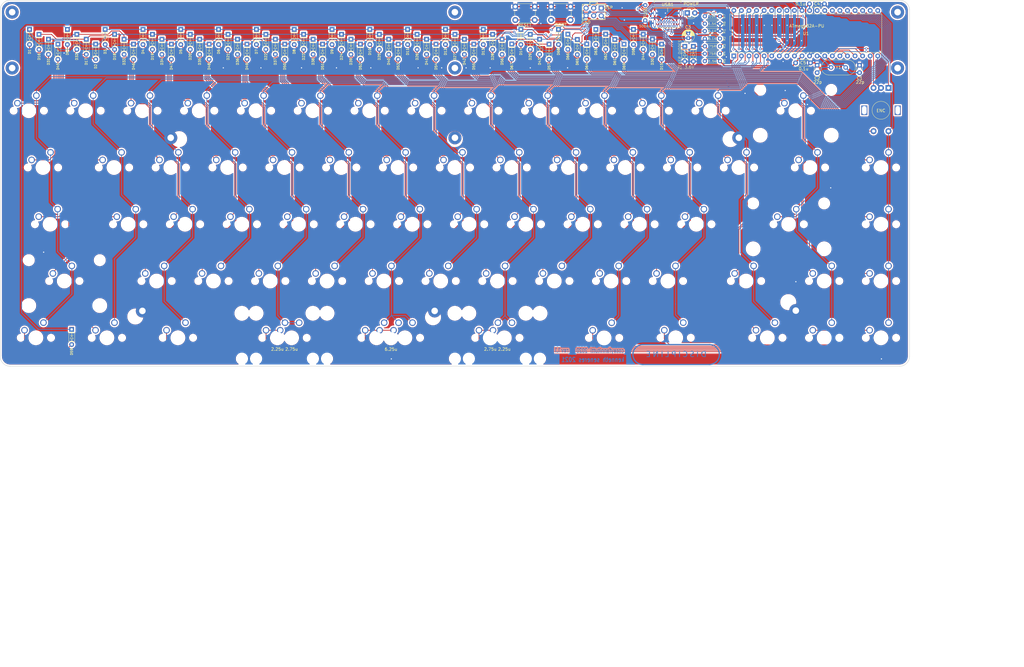
<source format=kicad_pcb>
(kicad_pcb (version 20171130) (host pcbnew "(5.1.10)-1")
  (layers (0 F.Cu signal hide) (31 B.Cu signal hide) (34 B.Paste user hide) (35 F.Paste user hide) (36 B.SilkS user hide) (37 F.SilkS user) (38 B.Mask user) (39 F.Mask user) (44 Edge.Cuts user))
  (net 0 "")
  (net 1 GND)
  (net 2 VCC)
  (net 3 row0)
  (net 4 "Net-(D1-Pad2)")
  (net 5 "Net-(D2-Pad2)")
  (net 6 "Net-(D3-Pad2)")
  (net 7 "Net-(D4-Pad2)")
  (net 8 "Net-(D5-Pad2)")
  (net 9 "Net-(D6-Pad2)")
  (net 10 "Net-(D7-Pad2)")
  (net 11 "Net-(D8-Pad2)")
  (net 12 "Net-(D9-Pad2)")
  (net 13 "Net-(D10-Pad2)")
  (net 14 "Net-(D11-Pad2)")
  (net 15 "Net-(D12-Pad2)")
  (net 16 "Net-(D13-Pad2)")
  (net 17 "Net-(D14-Pad2)")
  (net 18 "Net-(D15-Pad2)")
  (net 19 row1)
  (net 20 "Net-(D16-Pad2)")
  (net 21 "Net-(D17-Pad2)")
  (net 22 "Net-(D18-Pad2)")
  (net 23 "Net-(D19-Pad2)")
  (net 24 "Net-(D20-Pad2)")
  (net 25 "Net-(D21-Pad2)")
  (net 26 "Net-(D22-Pad2)")
  (net 27 "Net-(D23-Pad2)")
  (net 28 "Net-(D24-Pad2)")
  (net 29 "Net-(D25-Pad2)")
  (net 30 "Net-(D26-Pad2)")
  (net 31 "Net-(D27-Pad2)")
  (net 32 "Net-(D28-Pad2)")
  (net 33 "Net-(D29-Pad2)")
  (net 34 "Net-(D30-Pad2)")
  (net 35 "Net-(D31-Pad2)")
  (net 36 row2)
  (net 37 "Net-(D32-Pad2)")
  (net 38 "Net-(D33-Pad2)")
  (net 39 "Net-(D34-Pad2)")
  (net 40 "Net-(D35-Pad2)")
  (net 41 "Net-(D36-Pad2)")
  (net 42 "Net-(D37-Pad2)")
  (net 43 "Net-(D38-Pad2)")
  (net 44 "Net-(D39-Pad2)")
  (net 45 "Net-(D40-Pad2)")
  (net 46 "Net-(D41-Pad2)")
  (net 47 "Net-(D42-Pad2)")
  (net 48 "Net-(D43-Pad2)")
  (net 49 "Net-(D44-Pad2)")
  (net 50 row3)
  (net 51 "Net-(D45-Pad2)")
  (net 52 "Net-(D46-Pad2)")
  (net 53 "Net-(D47-Pad2)")
  (net 54 "Net-(D48-Pad2)")
  (net 55 "Net-(D49-Pad2)")
  (net 56 "Net-(D50-Pad2)")
  (net 57 "Net-(D51-Pad2)")
  (net 58 "Net-(D52-Pad2)")
  (net 59 "Net-(D53-Pad2)")
  (net 60 "Net-(D54-Pad2)")
  (net 61 "Net-(D55-Pad2)")
  (net 62 "Net-(D56-Pad2)")
  (net 63 "Net-(D57-Pad2)")
  (net 64 "Net-(D58-Pad2)")
  (net 65 "Net-(D59-Pad2)")
  (net 66 row4)
  (net 67 "Net-(D60-Pad2)")
  (net 68 "Net-(D61-Pad2)")
  (net 69 "Net-(D62-Pad2)")
  (net 70 "Net-(D63-Pad2)")
  (net 71 "Net-(D64-Pad2)")
  (net 72 "Net-(D65-Pad2)")
  (net 73 "Net-(D66-Pad2)")
  (net 74 "Net-(D67-Pad2)")
  (net 75 col0)
  (net 76 col1)
  (net 77 col2)
  (net 78 col3)
  (net 79 col4)
  (net 80 col5)
  (net 81 col6)
  (net 82 col7)
  (net 83 col8)
  (net 84 col9)
  (net 85 col10)
  (net 86 col11)
  (net 87 col12)
  (net 88 col13)
  (net 89 col14)
  (net 90 "Net-(R1-Pad2)")
  (net 91 "Net-(D68-Pad2)")
  (net 92 "Net-(R2-Pad1)")
  (net 93 "Net-(USB1-PadB8)")
  (net 94 "Net-(USB1-PadA8)")
  (net 95 reset)
  (net 96 +5V)
  (net 97 "Net-(U1-Pad29)")
  (net 98 "Net-(U1-Pad32)")
  (net 99 "Net-(U1-Pad35)")
  (net 100 D+)
  (net 101 D-)
  (net 102 "Net-(C1-Pad1)")
  (net 103 "Net-(C2-Pad1)")
  (net 104 "Net-(D70-Pad1)")
  (net 105 MOSI)
  (net 106 SCK)
  (net 107 MISO)
  (net 108 "Net-(LED1-Pad1)")
  (net 109 boot)
  (net 110 "Net-(D69-Pad2)")
  (net 111 "Net-(D71-Pad1)")
  (net 112 encA)
  (net 113 encB)
  (net 114 "Net-(U1-Pad33)")
  (net 115 "Net-(U1-Pad34)")
  (module cftkb:rev1-1_16mm_copper (layer B.Cu) (at 236.474 176.784 180)
    (fp_text reference G*** hide)
    (fp_text value LOGO hide)
    (fp_poly (pts (xy -4.557889 0.889) (xy -4.720167 0.889) (xy -4.720167 2.355971) (xy -4.854705 2.271587) (xy -4.894358 2.24677) (xy -4.930615 2.224181) (xy -4.961556 2.205008) (xy -4.985261 2.190439) (xy -4.999811 2.18166) (xy -5.002871 2.179909) (xy -5.008651 2.177495) (xy -5.012507 2.179038) (xy -5.014821 2.186685) (xy -5.015973 2.202584) (xy -5.016346 2.228884) (xy -5.016346 2.255766) (xy -5.016191 2.338917) (xy -4.901478 2.414764) (xy -4.786766 2.490612) (xy -4.557889 2.490612) (xy -4.557889 0.889)) (layer B.Cu) (width 0.01))
    (fp_poly (pts (xy -5.478265 2.031827) (xy -5.455233 2.03107) (xy -5.441835 2.029372) (xy -5.435834 2.02638) (xy -5.434993 2.021736) (xy -5.435504 2.019653) (xy -5.437931 2.011051) (xy -5.443837 1.989908) (xy -5.452928 1.957282) (xy -5.464911 1.914227) (xy -5.479492 1.861802) (xy -5.496377 1.801062) (xy -5.515273 1.733064) (xy -5.535884 1.658866) (xy -5.557919 1.579522) (xy -5.581082 1.496091) (xy -5.588024 1.471084) (xy -5.611558 1.386339) (xy -5.634129 1.305143) (xy -5.655433 1.228579) (xy -5.675167 1.157732) (xy -5.69303 1.093685) (xy -5.708718 1.037523) (xy -5.721929 0.990331) (xy -5.73236 0.953192) (xy -5.739708 0.927191) (xy -5.743671 0.913412) (xy -5.74412 0.911931) (xy -5.751373 0.889) (xy -5.897351 0.889) (xy -5.904689 0.911931) (xy -5.908377 0.924297) (xy -5.915361 0.948537) (xy -5.925296 0.983415) (xy -5.937836 1.027698) (xy -5.952637 1.080149) (xy -5.969352 1.139534) (xy -5.987638 1.204618) (xy -6.007149 1.274166) (xy -6.027539 1.346943) (xy -6.048465 1.421715) (xy -6.06958 1.497246) (xy -6.090539 1.572302) (xy -6.110998 1.645647) (xy -6.130611 1.716047) (xy -6.149034 1.782267) (xy -6.16592 1.843071) (xy -6.180926 1.897225) (xy -6.193705 1.943495) (xy -6.203913 1.980644) (xy -6.211205 2.007439) (xy -6.215235 2.022644) (xy -6.215945 2.025705) (xy -6.209355 2.028184) (xy -6.19144 2.030203) (xy -6.164986 2.031546) (xy -6.134806 2.032) (xy -6.102861 2.031773) (xy -6.076836 2.031156) (xy -6.059519 2.030245) (xy -6.053667 2.029206) (xy -6.05198 2.021851) (xy -6.047153 2.002249) (xy -6.039538 1.971781) (xy -6.029487 1.93183) (xy -6.017354 1.883778) (xy -6.003489 1.829008) (xy -5.988244 1.768902) (xy -5.971973 1.704842) (xy -5.955027 1.63821) (xy -5.937758 1.57039) (xy -5.920519 1.502763) (xy -5.903661 1.436711) (xy -5.887537 1.373618) (xy -5.872498 1.314865) (xy -5.858898 1.261836) (xy -5.847088 1.215911) (xy -5.837419 1.178474) (xy -5.830246 1.150907) (xy -5.825919 1.134592) (xy -5.824752 1.13057) (xy -5.822769 1.136887) (xy -5.817644 1.155734) (xy -5.809674 1.185956) (xy -5.799156 1.226396) (xy -5.78639 1.275901) (xy -5.771672 1.333313) (xy -5.755301 1.397478) (xy -5.737574 1.46724) (xy -5.718789 1.541443) (xy -5.715641 1.553903) (xy -5.696495 1.629706) (xy -5.678221 1.70203) (xy -5.661139 1.769614) (xy -5.645567 1.831198) (xy -5.631825 1.885522) (xy -5.620231 1.931326) (xy -5.611104 1.967349) (xy -5.604762 1.992333) (xy -5.601525 2.005016) (xy -5.601388 2.005542) (xy -5.594512 2.032) (xy -5.51317 2.032) (xy -5.478265 2.031827)) (layer B.Cu) (width 0.01))
    (fp_poly (pts (xy -7.210778 1.905) (xy -7.237237 1.904947) (xy -7.300656 1.899464) (xy -7.361678 1.884053) (xy -7.418062 1.859887) (xy -7.467569 1.828138) (xy -7.507956 1.789977) (xy -7.535924 1.748686) (xy -7.54318 1.734127) (xy -7.549341 1.720263) (xy -7.554498 1.705848) (xy -7.558739 1.689638) (xy -7.562155 1.670386) (xy -7.564835 1.646846) (xy -7.566869 1.617773) (xy -7.568346 1.58192) (xy -7.569357 1.538041) (xy -7.569991 1.484892) (xy -7.570338 1.421226) (xy -7.570488 1.345797) (xy -7.570528 1.268237) (xy -7.570612 0.889) (xy -7.732889 0.889) (xy -7.732889 2.032) (xy -7.570612 2.032) (xy -7.570612 1.875994) (xy -7.525923 1.920484) (xy -7.464274 1.972524) (xy -7.396827 2.011848) (xy -7.324104 2.038202) (xy -7.256479 2.050434) (xy -7.210778 2.055116) (xy -7.210778 1.905)) (layer B.Cu) (width 0.01))
    (fp_poly (pts (xy -6.679361 2.050965) (xy -6.646194 2.047446) (xy -6.613032 2.042149) (xy -6.586649 2.036172) (xy -6.585012 2.03569) (xy -6.53718 2.015265) (xy -6.490812 1.984671) (xy -6.450722 1.947447) (xy -6.431165 1.922639) (xy -6.412826 1.89293) (xy -6.398003 1.862104) (xy -6.386362 1.828309) (xy -6.377571 1.789696) (xy -6.371297 1.744414) (xy -6.367207 1.690613) (xy -6.36497 1.626443) (xy -6.364251 1.550459) (xy -6.364112 1.397) (xy -6.886223 1.397) (xy -6.886223 1.292448) (xy -6.88539 1.237829) (xy -6.882523 1.194576) (xy -6.877066 1.160022) (xy -6.868464 1.1315) (xy -6.856164 1.106342) (xy -6.843538 1.087191) (xy -6.812623 1.055715) (xy -6.773013 1.034902) (xy -6.724293 1.02457) (xy -6.695723 1.02328) (xy -6.643104 1.028483) (xy -6.60005 1.044036) (xy -6.566335 1.070136) (xy -6.541731 1.106979) (xy -6.526012 1.154763) (xy -6.522732 1.172987) (xy -6.517732 1.2065) (xy -6.364112 1.2065) (xy -6.364112 1.172705) (xy -6.366044 1.145849) (xy -6.370976 1.114696) (xy -6.374661 1.098407) (xy -6.397247 1.0362) (xy -6.430009 0.983765) (xy -6.472852 0.941196) (xy -6.525686 0.908588) (xy -6.581814 0.887804) (xy -6.621286 0.880205) (xy -6.668725 0.876133) (xy -6.718819 0.875629) (xy -6.766257 0.878736) (xy -6.80573 0.885494) (xy -6.807873 0.886055) (xy -6.869563 0.909587) (xy -6.923349 0.9445) (xy -6.96852 0.990036) (xy -7.004366 1.045437) (xy -7.030176 1.109945) (xy -7.035349 1.128889) (xy -7.038041 1.14728) (xy -7.040331 1.177809) (xy -7.042217 1.218521) (xy -7.043701 1.267458) (xy -7.044783 1.322667) (xy -7.045462 1.38219) (xy -7.04574 1.444072) (xy -7.045616 1.506357) (xy -7.04528 1.545167) (xy -6.887489 1.545167) (xy -6.524911 1.545167) (xy -6.527775 1.656292) (xy -6.529094 1.699709) (xy -6.530721 1.7318) (xy -6.533029 1.755352) (xy -6.536388 1.77315) (xy -6.541171 1.787979) (xy -6.547138 1.801373) (xy -6.572587 1.843738) (xy -6.602591 1.873536) (xy -6.639159 1.892023) (xy -6.684298 1.900456) (xy -6.706828 1.901305) (xy -6.736951 1.900835) (xy -6.758058 1.898429) (xy -6.775224 1.892908) (xy -6.793523 1.883097) (xy -6.79855 1.880033) (xy -6.819777 1.864875) (xy -6.836206 1.847109) (xy -6.851716 1.822178) (xy -6.858 1.810221) (xy -6.867402 1.791442) (xy -6.874104 1.775895) (xy -6.878628 1.760567) (xy -6.881495 1.74244) (xy -6.883226 1.7185) (xy -6.884343 1.685731) (xy -6.885092 1.653508) (xy -6.887489 1.545167) (xy -7.04528 1.545167) (xy -7.04509 1.56709) (xy -7.044163 1.624313) (xy -7.042835 1.676073) (xy -7.041106 1.720411) (xy -7.038977 1.755374) (xy -7.036447 1.779004) (xy -7.035271 1.785056) (xy -7.011434 1.856401) (xy -6.978477 1.917259) (xy -6.936875 1.967273) (xy -6.887105 2.00609) (xy -6.829643 2.033351) (xy -6.764965 2.048702) (xy -6.693548 2.051787) (xy -6.679361 2.050965)) (layer B.Cu) (width 0.01))
    (fp_poly (pts (xy -3.458828 0.889) (xy -3.621106 0.889) (xy -3.621106 2.355971) (xy -3.755644 2.271587) (xy -3.795297 2.24677) (xy -3.831554 2.224181) (xy -3.862495 2.205008) (xy -3.8862 2.190439) (xy -3.90075 2.18166) (xy -3.90381 2.179909) (xy -3.90959 2.177495) (xy -3.913446 2.179038) (xy -3.91576 2.186685) (xy -3.916912 2.202584) (xy -3.917285 2.228884) (xy -3.917285 2.255766) (xy -3.91713 2.338917) (xy -3.802417 2.414764) (xy -3.687705 2.490612) (xy -3.458828 2.490612) (xy -3.458828 0.889)) (layer B.Cu) (width 0.01))
    (fp_circle (center -4.0894 1.015796) (end -4.032604 1.015796) (layer B.Cu) (width 0.15))
  )
  (module cftkb:coseyfannitutti_16mm_copper (layer B.Cu) (at 255.016 173.99 180)
    (fp_text reference G*** hide)
    (fp_text value LOGO hide)
    (fp_poly (pts (xy -4.230759 -0.933097) (xy -4.22656 -0.948119) (xy -4.219132 -0.975106) (xy -4.208926 -1.012402) (xy -4.196391 -1.058349) (xy -4.181976 -1.11129) (xy -4.166131 -1.169566) (xy -4.149306 -1.23152) (xy -4.13195 -1.295495) (xy -4.114512 -1.359833) (xy -4.097442 -1.422877) (xy -4.081189 -1.482969) (xy -4.066203 -1.538452) (xy -4.052934 -1.587668) (xy -4.041831 -1.628959) (xy -4.033343 -1.660668) (xy -4.028422 -1.679222) (xy -4.020736 -1.707433) (xy -4.013821 -1.730972) (xy -4.008809 -1.746052) (xy -4.007642 -1.748772) (xy -4.005108 -1.743818) (xy -3.999503 -1.726284) (xy -3.991125 -1.697293) (xy -3.980275 -1.657966) (xy -3.967254 -1.609426) (xy -3.952361 -1.552795) (xy -3.935897 -1.489195) (xy -3.918162 -1.419749) (xy -3.899456 -1.345578) (xy -3.894857 -1.327202) (xy -3.787095 -0.896055) (xy -3.706825 -0.896055) (xy -3.669896 -0.89648) (xy -3.645353 -0.897883) (xy -3.631495 -0.900454) (xy -3.626619 -0.904382) (xy -3.626556 -0.905016) (xy -3.628344 -0.91591) (xy -3.633049 -0.936129) (xy -3.63968 -0.961437) (xy -3.640172 -0.963225) (xy -3.643928 -0.977024) (xy -3.651055 -1.003435) (xy -3.661282 -1.041439) (xy -3.674334 -1.090017) (xy -3.689939 -1.148148) (xy -3.707822 -1.214814) (xy -3.72771 -1.288994) (xy -3.74933 -1.369669) (xy -3.772408 -1.45582) (xy -3.796671 -1.546426) (xy -3.821846 -1.640469) (xy -3.831078 -1.674964) (xy -3.856482 -1.769597) (xy -3.881137 -1.86086) (xy -3.904768 -1.947765) (xy -3.927097 -2.029323) (xy -3.94785 -2.104546) (xy -3.966751 -2.172444) (xy -3.983524 -2.232029) (xy -3.997893 -2.282312) (xy -4.009582 -2.322305) (xy -4.018316 -2.351018) (xy -4.023818 -2.367464) (xy -4.025024 -2.37033) (xy -4.052971 -2.413651) (xy -4.089292 -2.448866) (xy -4.135006 -2.476524) (xy -4.19113 -2.497174) (xy -4.258684 -2.511366) (xy -4.29507 -2.516003) (xy -4.339167 -2.520656) (xy -4.339167 -2.365543) (xy -4.294862 -2.361986) (xy -4.243214 -2.351521) (xy -4.198975 -2.329055) (xy -4.162254 -2.294663) (xy -4.134791 -2.251736) (xy -4.12727 -2.233308) (xy -4.117831 -2.205219) (xy -4.10737 -2.170762) (xy -4.096784 -2.133228) (xy -4.08697 -2.095907) (xy -4.078824 -2.062092) (xy -4.073242 -2.035075) (xy -4.071123 -2.018145) (xy -4.071122 -2.018022) (xy -4.073116 -2.008679) (xy -4.078914 -1.986882) (xy -4.088211 -1.953678) (xy -4.1007 -1.910111) (xy -4.116075 -1.857228) (xy -4.13403 -1.796073) (xy -4.154258 -1.727693) (xy -4.176453 -1.653133) (xy -4.20031 -1.573438) (xy -4.225521 -1.489655) (xy -4.236862 -1.452103) (xy -4.262505 -1.367241) (xy -4.286935 -1.286304) (xy -4.309848 -1.210303) (xy -4.330941 -1.140252) (xy -4.349908 -1.077162) (xy -4.366447 -1.022047) (xy -4.380253 -0.975919) (xy -4.391023 -0.93979) (xy -4.398451 -0.914673) (xy -4.402234 -0.90158) (xy -4.402667 -0.899873) (xy -4.396078 -0.898365) (xy -4.378172 -0.897139) (xy -4.351743 -0.896325) (xy -4.322029 -0.896055) (xy -4.241391 -0.896055) (xy -4.230759 -0.933097)) (layer B.Cu) (width 0.01))
    (fp_poly (pts (xy -7.375227 -0.87712) (xy -7.303354 -0.888027) (xy -7.2397 -0.909786) (xy -7.184826 -0.942005) (xy -7.139292 -0.984289) (xy -7.103657 -1.036246) (xy -7.083435 -1.082253) (xy -7.077514 -1.103344) (xy -7.071786 -1.130912) (xy -7.066706 -1.161524) (xy -7.062731 -1.191752) (xy -7.060317 -1.218162) (xy -7.059922 -1.237324) (xy -7.06171 -1.245579) (xy -7.069696 -1.246939) (xy -7.088654 -1.24802) (xy -7.115443 -1.248686) (xy -7.136897 -1.248833) (xy -7.20883 -1.248833) (xy -7.213623 -1.202048) (xy -7.221316 -1.155682) (xy -7.234623 -1.119116) (xy -7.255024 -1.088663) (xy -7.262289 -1.080645) (xy -7.28993 -1.055597) (xy -7.318156 -1.039283) (xy -7.35096 -1.030193) (xy -7.392334 -1.026814) (xy -7.404806 -1.026684) (xy -7.450942 -1.029178) (xy -7.487066 -1.037551) (xy -7.516529 -1.053145) (xy -7.542679 -1.077299) (xy -7.548566 -1.084191) (xy -7.558529 -1.09663) (xy -7.566831 -1.108543) (xy -7.573621 -1.121298) (xy -7.579052 -1.136261) (xy -7.583274 -1.1548) (xy -7.58644 -1.178281) (xy -7.588699 -1.208072) (xy -7.590204 -1.24554) (xy -7.591106 -1.292051) (xy -7.591555 -1.348972) (xy -7.591704 -1.417671) (xy -7.591709 -1.474104) (xy -7.59164 -1.774472) (xy -7.575004 -1.80975) (xy -7.550149 -1.849555) (xy -7.517911 -1.87821) (xy -7.477316 -1.896273) (xy -7.427392 -1.904303) (xy -7.409152 -1.904845) (xy -7.363522 -1.902737) (xy -7.327564 -1.895227) (xy -7.297444 -1.880999) (xy -7.269328 -1.858735) (xy -7.266197 -1.855744) (xy -7.236549 -1.81757) (xy -7.217535 -1.772402) (xy -7.210779 -1.724104) (xy -7.210778 -1.723802) (xy -7.210778 -1.700388) (xy -7.055556 -1.700388) (xy -7.055609 -1.719791) (xy -7.060963 -1.776334) (xy -7.075698 -1.833892) (xy -7.098275 -1.888502) (xy -7.127158 -1.936201) (xy -7.150016 -1.963068) (xy -7.188619 -1.994176) (xy -7.236012 -2.020749) (xy -7.286995 -2.040079) (xy -7.308139 -2.045369) (xy -7.341819 -2.050004) (xy -7.383352 -2.052225) (xy -7.427871 -2.052105) (xy -7.470506 -2.049718) (xy -7.506388 -2.045137) (xy -7.519771 -2.042183) (xy -7.583834 -2.018731) (xy -7.637724 -1.985514) (xy -7.681616 -1.942358) (xy -7.715688 -1.889087) (xy -7.740119 -1.825525) (xy -7.740592 -1.823861) (xy -7.743052 -1.812378) (xy -7.745095 -1.796156) (xy -7.746756 -1.773998) (xy -7.748067 -1.744709) (xy -7.749061 -1.707092) (xy -7.74977 -1.659951) (xy -7.750229 -1.602091) (xy -7.75047 -1.532316) (xy -7.750528 -1.464027) (xy -7.750515 -1.387919) (xy -7.750435 -1.32455) (xy -7.750228 -1.272544) (xy -7.749832 -1.230531) (xy -7.749187 -1.197135) (xy -7.748231 -1.170985) (xy -7.746905 -1.150707) (xy -7.745146 -1.134928) (xy -7.742895 -1.122274) (xy -7.740089 -1.111373) (xy -7.736669 -1.10085) (xy -7.734104 -1.093611) (xy -7.704746 -1.029934) (xy -7.666285 -0.97695) (xy -7.619058 -0.93486) (xy -7.563404 -0.903869) (xy -7.499661 -0.884182) (xy -7.428167 -0.876002) (xy -7.375227 -0.87712)) (layer B.Cu) (width 0.01))
    (fp_poly (pts (xy -6.500788 -0.880997) (xy -6.436177 -0.898169) (xy -6.37988 -0.925995) (xy -6.332561 -0.963944) (xy -6.294881 -1.011484) (xy -6.267502 -1.068082) (xy -6.251086 -1.133208) (xy -6.251016 -1.133666) (xy -6.248831 -1.156493) (xy -6.247143 -1.193088) (xy -6.245957 -1.243119) (xy -6.245276 -1.306251) (xy -6.245107 -1.38215) (xy -6.245454 -1.470483) (xy -6.245642 -1.497027) (xy -6.246234 -1.571726) (xy -6.246809 -1.633726) (xy -6.247439 -1.68444) (xy -6.248199 -1.72528) (xy -6.249163 -1.757659) (xy -6.250403 -1.782987) (xy -6.251994 -1.802679) (xy -6.25401 -1.818146) (xy -6.256523 -1.8308) (xy -6.259609 -1.842053) (xy -6.263341 -1.853318) (xy -6.264405 -1.856364) (xy -6.291932 -1.914872) (xy -6.329912 -1.964418) (xy -6.377439 -2.004052) (xy -6.432675 -2.032469) (xy -6.465207 -2.041396) (xy -6.507136 -2.0477) (xy -6.553959 -2.051196) (xy -6.601175 -2.051696) (xy -6.64428 -2.049015) (xy -6.678774 -2.042966) (xy -6.679745 -2.042698) (xy -6.742335 -2.018887) (xy -6.794605 -1.985459) (xy -6.836528 -1.94244) (xy -6.868079 -1.889856) (xy -6.889233 -1.827733) (xy -6.889459 -1.826777) (xy -6.892384 -1.806836) (xy -6.894897 -1.774806) (xy -6.896998 -1.732536) (xy -6.898687 -1.681875) (xy -6.899964 -1.624673) (xy -6.900504 -1.586024) (xy -6.744398 -1.586024) (xy -6.744352 -1.637029) (xy -6.743993 -1.678111) (xy -6.743281 -1.710664) (xy -6.742179 -1.736085) (xy -6.740649 -1.755768) (xy -6.738651 -1.771109) (xy -6.736149 -1.783503) (xy -6.734341 -1.79027) (xy -6.716226 -1.835234) (xy -6.690933 -1.868455) (xy -6.657501 -1.890635) (xy -6.614969 -1.902475) (xy -6.577316 -1.904994) (xy -6.54304 -1.903199) (xy -6.513452 -1.898344) (xy -6.499801 -1.894079) (xy -6.464801 -1.873713) (xy -6.437404 -1.84396) (xy -6.425161 -1.823861) (xy -6.421635 -1.816987) (xy -6.418702 -1.809776) (xy -6.416306 -1.800938) (xy -6.414395 -1.78918) (xy -6.412913 -1.77321) (xy -6.411805 -1.751736) (xy -6.411017 -1.723468) (xy -6.410495 -1.687112) (xy -6.410185 -1.641377) (xy -6.41003 -1.584972) (xy -6.409978 -1.516604) (xy -6.409973 -1.464027) (xy -6.409973 -1.132416) (xy -6.429563 -1.09909) (xy -6.457864 -1.064076) (xy -6.495102 -1.03991) (xy -6.540998 -1.026755) (xy -6.556656 -1.024961) (xy -6.609069 -1.026375) (xy -6.653836 -1.039396) (xy -6.690577 -1.063824) (xy -6.718914 -1.099458) (xy -6.726886 -1.114777) (xy -6.730459 -1.123037) (xy -6.733417 -1.131869) (xy -6.735828 -1.142656) (xy -6.737764 -1.156778) (xy -6.739292 -1.175618) (xy -6.740483 -1.200557) (xy -6.741407 -1.232977) (xy -6.742132 -1.27426) (xy -6.742729 -1.325786) (xy -6.743267 -1.388939) (xy -6.7437 -1.448661) (xy -6.744168 -1.5237) (xy -6.744398 -1.586024) (xy -6.900504 -1.586024) (xy -6.900829 -1.562777) (xy -6.901282 -1.498037) (xy -6.901321 -1.432301) (xy -6.900949 -1.367419) (xy -6.900163 -1.30524) (xy -6.898964 -1.247612) (xy -6.897352 -1.196384) (xy -6.895327 -1.153405) (xy -6.892888 -1.120524) (xy -6.890036 -1.09959) (xy -6.889518 -1.097385) (xy -6.86699 -1.036314) (xy -6.833943 -0.984318) (xy -6.791031 -0.941859) (xy -6.738911 -0.909398) (xy -6.678239 -0.887396) (xy -6.609671 -0.876314) (xy -6.573051 -0.875011) (xy -6.500788 -0.880997)) (layer B.Cu) (width 0.01))
    (fp_poly (pts (xy -5.694179 -0.877409) (xy -5.634133 -0.887692) (xy -5.578664 -0.905872) (xy -5.530372 -0.931891) (xy -5.499257 -0.957686) (xy -5.47246 -0.992344) (xy -5.44949 -1.03627) (xy -5.432557 -1.084714) (xy -5.426087 -1.114777) (xy -5.420626 -1.148624) (xy -5.418512 -1.170903) (xy -5.421812 -1.184017) (xy -5.432588 -1.19037) (xy -5.452906 -1.192364) (xy -5.484829 -1.192404) (xy -5.49275 -1.192388) (xy -5.566834 -1.192388) (xy -5.566834 -1.172502) (xy -5.572623 -1.131052) (xy -5.588595 -1.091661) (xy -5.612656 -1.057589) (xy -5.642709 -1.032095) (xy -5.663565 -1.02198) (xy -5.694157 -1.015206) (xy -5.731492 -1.012706) (xy -5.770443 -1.014278) (xy -5.80588 -1.01972) (xy -5.832294 -1.028631) (xy -5.868589 -1.05492) (xy -5.895526 -1.090901) (xy -5.912435 -1.135149) (xy -5.918649 -1.186239) (xy -5.917784 -1.211001) (xy -5.909932 -1.254735) (xy -5.893256 -1.291336) (xy -5.866592 -1.32199) (xy -5.828775 -1.347883) (xy -5.778641 -1.370202) (xy -5.752823 -1.379054) (xy -5.686419 -1.400434) (xy -5.631977 -1.418492) (xy -5.587947 -1.433971) (xy -5.552776 -1.447613) (xy -5.524913 -1.46016) (xy -5.502808 -1.472354) (xy -5.48491 -1.484936) (xy -5.469666 -1.49865) (xy -5.455526 -1.514236) (xy -5.446187 -1.52573) (xy -5.417978 -1.571654) (xy -5.399747 -1.625844) (xy -5.39121 -1.689279) (xy -5.390445 -1.717807) (xy -5.39468 -1.793203) (xy -5.407664 -1.857905) (xy -5.429817 -1.912612) (xy -5.461556 -1.958021) (xy -5.503303 -1.994829) (xy -5.555475 -2.023734) (xy -5.580196 -2.033541) (xy -5.602268 -2.040124) (xy -5.627719 -2.044726) (xy -5.659834 -2.047745) (xy -5.701897 -2.049581) (xy -5.715 -2.049917) (xy -5.751774 -2.050485) (xy -5.78476 -2.050491) (xy -5.810715 -2.049969) (xy -5.826398 -2.048953) (xy -5.827889 -2.048719) (xy -5.893723 -2.03058) (xy -5.949229 -2.003189) (xy -5.994689 -1.966216) (xy -6.030388 -1.919334) (xy -6.056609 -1.862214) (xy -6.073637 -1.794527) (xy -6.078585 -1.758597) (xy -6.083275 -1.7145) (xy -5.935666 -1.7145) (xy -5.930917 -1.755069) (xy -5.919048 -1.807068) (xy -5.896903 -1.849471) (xy -5.864762 -1.882045) (xy -5.822902 -1.904562) (xy -5.771604 -1.916789) (xy -5.732639 -1.919111) (xy -5.67528 -1.913869) (xy -5.627432 -1.898322) (xy -5.589369 -1.87274) (xy -5.561369 -1.83739) (xy -5.543708 -1.792541) (xy -5.53666 -1.738463) (xy -5.536538 -1.728315) (xy -5.538581 -1.690705) (xy -5.544121 -1.6627) (xy -5.547599 -1.654085) (xy -5.569292 -1.622969) (xy -5.600834 -1.595488) (xy -5.643389 -1.570921) (xy -5.698119 -1.54855) (xy -5.739695 -1.535164) (xy -5.78896 -1.519619) (xy -5.836796 -1.502804) (xy -5.880133 -1.485916) (xy -5.9159 -1.470151) (xy -5.940778 -1.45686) (xy -5.968538 -1.435295) (xy -5.997024 -1.406496) (xy -6.022026 -1.375213) (xy -6.039336 -1.3462) (xy -6.039908 -1.344931) (xy -6.057169 -1.291867) (xy -6.065419 -1.23365) (xy -6.06513 -1.173057) (xy -6.056775 -1.112865) (xy -6.040825 -1.05585) (xy -6.017754 -1.004788) (xy -5.988032 -0.962456) (xy -5.972164 -0.946597) (xy -5.928192 -0.916476) (xy -5.875809 -0.894558) (xy -5.817614 -0.880781) (xy -5.756205 -0.875085) (xy -5.694179 -0.877409)) (layer B.Cu) (width 0.01))
    (fp_poly (pts (xy -4.80293 -0.885255) (xy -4.740515 -0.904962) (xy -4.685464 -0.935574) (xy -4.639195 -0.976048) (xy -4.603124 -1.02534) (xy -4.596747 -1.037166) (xy -4.585207 -1.060771) (xy -4.576021 -1.082457) (xy -4.568888 -1.104279) (xy -4.563506 -1.128293) (xy -4.559576 -1.156555) (xy -4.556794 -1.191121) (xy -4.554861 -1.234046) (xy -4.553475 -1.287386) (xy -4.55256 -1.338791) (xy -4.549498 -1.531055) (xy -5.074368 -1.531055) (xy -5.071339 -1.649236) (xy -5.069795 -1.697018) (xy -5.067788 -1.733024) (xy -5.065072 -1.759586) (xy -5.061398 -1.779036) (xy -5.05652 -1.793709) (xy -5.055873 -1.79519) (xy -5.029756 -1.840199) (xy -4.99682 -1.873028) (xy -4.956314 -1.894157) (xy -4.907488 -1.904067) (xy -4.884361 -1.905) (xy -4.849578 -1.903183) (xy -4.819766 -1.898256) (xy -4.806371 -1.894042) (xy -4.767975 -1.870637) (xy -4.737643 -1.836879) (xy -4.716914 -1.794928) (xy -4.708211 -1.75635) (xy -4.704091 -1.721555) (xy -4.550834 -1.721555) (xy -4.550918 -1.758597) (xy -4.557635 -1.820331) (xy -4.57676 -1.878874) (xy -4.607174 -1.931571) (xy -4.639184 -1.968022) (xy -4.68367 -2.003758) (xy -4.731577 -2.029078) (xy -4.785356 -2.044832) (xy -4.847458 -2.051872) (xy -4.882163 -2.052393) (xy -4.915741 -2.051399) (xy -4.947731 -2.049406) (xy -4.972924 -2.046776) (xy -4.979979 -2.045617) (xy -5.038806 -2.027058) (xy -5.092052 -1.996239) (xy -5.138593 -1.954287) (xy -5.177301 -1.902333) (xy -5.207051 -1.841504) (xy -5.218754 -1.806222) (xy -5.222022 -1.793469) (xy -5.224695 -1.779623) (xy -5.226832 -1.763185) (xy -5.228491 -1.742658) (xy -5.22973 -1.716546) (xy -5.230607 -1.683351) (xy -5.231181 -1.641577) (xy -5.231511 -1.589727) (xy -5.231654 -1.526303) (xy -5.231675 -1.474611) (xy -5.231589 -1.396974) (xy -5.231231 -1.331881) (xy -5.230739 -1.298569) (xy -5.072945 -1.298569) (xy -5.072945 -1.382888) (xy -4.713112 -1.382888) (xy -4.713112 -1.285232) (xy -4.714037 -1.232002) (xy -4.717193 -1.189927) (xy -4.723146 -1.156151) (xy -4.732466 -1.127817) (xy -4.74572 -1.102068) (xy -4.751275 -1.093316) (xy -4.780068 -1.061847) (xy -4.816885 -1.039588) (xy -4.858764 -1.026889) (xy -4.902745 -1.0241) (xy -4.945869 -1.031572) (xy -4.985176 -1.049653) (xy -5.0033 -1.063523) (xy -5.027823 -1.089622) (xy -5.046319 -1.119222) (xy -5.059428 -1.154486) (xy -5.067793 -1.197582) (xy -5.072055 -1.250675) (xy -5.072945 -1.298569) (xy -5.230739 -1.298569) (xy -5.230431 -1.277764) (xy -5.229019 -1.233055) (xy -5.226827 -1.196186) (xy -5.223684 -1.16559) (xy -5.219421 -1.1397) (xy -5.213868 -1.116948) (xy -5.206857 -1.095766) (xy -5.198217 -1.074587) (xy -5.187779 -1.051843) (xy -5.185424 -1.046891) (xy -5.152181 -0.992748) (xy -5.109354 -0.94822) (xy -5.058134 -0.913811) (xy -4.999714 -0.890024) (xy -4.935284 -0.877362) (xy -4.866035 -0.87633) (xy -4.80293 -0.885255)) (layer B.Cu) (width 0.01))
    (fp_poly (pts (xy -2.470246 -0.886502) (xy -2.407071 -0.905394) (xy -2.353439 -0.934264) (xy -2.308784 -0.973485) (xy -2.272541 -1.02343) (xy -2.249084 -1.071701) (xy -2.245903 -1.079735) (xy -2.243169 -1.087668) (xy -2.240844 -1.096589) (xy -2.238889 -1.107591) (xy -2.237264 -1.121763) (xy -2.23593 -1.140195) (xy -2.234848 -1.163979) (xy -2.233979 -1.194204) (xy -2.233284 -1.231962) (xy -2.232723 -1.278342) (xy -2.232259 -1.334435) (xy -2.231851 -1.401332) (xy -2.23146 -1.480123) (xy -2.231048 -1.571898) (xy -2.231034 -1.575152) (xy -2.228984 -2.039055) (xy -2.377723 -2.039055) (xy -2.377723 -1.93816) (xy -2.398592 -1.966969) (xy -2.429156 -1.998359) (xy -2.47022 -2.024229) (xy -2.518622 -2.042605) (xy -2.520499 -2.043112) (xy -2.550144 -2.048312) (xy -2.588625 -2.051329) (xy -2.631165 -2.052164) (xy -2.672987 -2.050816) (xy -2.709315 -2.047287) (xy -2.7305 -2.043093) (xy -2.785542 -2.021961) (xy -2.830884 -1.9916) (xy -2.866755 -1.951634) (xy -2.893381 -1.901687) (xy -2.910991 -1.841383) (xy -2.919811 -1.770346) (xy -2.921 -1.728257) (xy -2.920679 -1.721555) (xy -2.77546 -1.721555) (xy -2.772989 -1.780526) (xy -2.763808 -1.828241) (xy -2.747377 -1.866137) (xy -2.723157 -1.895648) (xy -2.70464 -1.90994) (xy -2.670126 -1.925684) (xy -2.627285 -1.934894) (xy -2.580386 -1.937398) (xy -2.533697 -1.933025) (xy -2.491487 -1.921603) (xy -2.484649 -1.918766) (xy -2.446831 -1.897182) (xy -2.418816 -1.868863) (xy -2.397723 -1.831851) (xy -2.392484 -1.819424) (xy -2.388456 -1.806999) (xy -2.385443 -1.792482) (xy -2.383249 -1.77378) (xy -2.38168 -1.748801) (xy -2.38054 -1.715453) (xy -2.379634 -1.671643) (xy -2.378997 -1.631039) (xy -2.376574 -1.46644) (xy -2.50944 -1.468762) (xy -2.555936 -1.469637) (xy -2.590684 -1.470614) (xy -2.616047 -1.472002) (xy -2.634386 -1.474114) (xy -2.648064 -1.477261) (xy -2.659443 -1.481752) (xy -2.670884 -1.487901) (xy -2.675581 -1.490643) (xy -2.712028 -1.518348) (xy -2.739768 -1.554035) (xy -2.759269 -1.598792) (xy -2.771003 -1.653704) (xy -2.77544 -1.71986) (xy -2.77546 -1.721555) (xy -2.920679 -1.721555) (xy -2.917306 -1.65126) (xy -2.905913 -1.584908) (xy -2.88636 -1.527728) (xy -2.858181 -1.47825) (xy -2.832321 -1.4466) (xy -2.806153 -1.421197) (xy -2.778905 -1.400797) (xy -2.748598 -1.3848) (xy -2.713254 -1.37261) (xy -2.670893 -1.363627) (xy -2.619537 -1.357254) (xy -2.557206 -1.352891) (xy -2.516415 -1.351091) (xy -2.37649 -1.345844) (xy -2.378989 -1.23913) (xy -2.380216 -1.196463) (xy -2.381829 -1.165181) (xy -2.384182 -1.14256) (xy -2.387632 -1.125873) (xy -2.392533 -1.112396) (xy -2.396598 -1.104194) (xy -2.423703 -1.065015) (xy -2.457773 -1.036901) (xy -2.500196 -1.019035) (xy -2.55236 -1.010601) (xy -2.555994 -1.010367) (xy -2.603286 -1.010741) (xy -2.641263 -1.018889) (xy -2.673049 -1.035925) (xy -2.700907 -1.061977) (xy -2.728516 -1.103042) (xy -2.742637 -1.148065) (xy -2.744612 -1.173804) (xy -2.744612 -1.199444) (xy -2.899834 -1.199444) (xy -2.89973 -1.172986) (xy -2.898 -1.151698) (xy -2.893625 -1.123696) (xy -2.888959 -1.101277) (xy -2.868071 -1.040478) (xy -2.836542 -0.988546) (xy -2.795049 -0.94592) (xy -2.744267 -0.913038) (xy -2.684873 -0.89034) (xy -2.617543 -0.878264) (xy -2.543528 -0.877214) (xy -2.470246 -0.886502)) (layer B.Cu) (width 0.01))
    (fp_poly (pts (xy 1.093611 -1.328691) (xy 1.093632 -1.422638) (xy 1.093754 -1.503556) (xy 1.094061 -1.572527) (xy 1.094638 -1.630634) (xy 1.095569 -1.678959) (xy 1.096938 -1.718584) (xy 1.098832 -1.750591) (xy 1.101333 -1.776062) (xy 1.104528 -1.79608) (xy 1.1085 -1.811727) (xy 1.113335 -1.824085) (xy 1.119118 -1.834236) (xy 1.125932 -1.843263) (xy 1.133862 -1.852247) (xy 1.134654 -1.853114) (xy 1.157373 -1.874384) (xy 1.18189 -1.888816) (xy 1.211806 -1.897773) (xy 1.250716 -1.902615) (xy 1.26821 -1.903641) (xy 1.300342 -1.904749) (xy 1.323002 -1.904026) (xy 1.340786 -1.900767) (xy 1.358289 -1.894267) (xy 1.372289 -1.887678) (xy 1.400204 -1.871239) (xy 1.419861 -1.851744) (xy 1.430523 -1.835684) (xy 1.449916 -1.802694) (xy 1.451879 -1.349375) (xy 1.453842 -0.896055) (xy 1.615722 -0.896055) (xy 1.615722 -2.039055) (xy 1.454015 -2.039055) (xy 1.451965 -1.98198) (xy 1.449916 -1.924905) (xy 1.427732 -1.956433) (xy 1.392653 -1.994622) (xy 1.348019 -2.024634) (xy 1.305562 -2.041845) (xy 1.269631 -2.048937) (xy 1.226466 -2.052155) (xy 1.181804 -2.051488) (xy 1.141385 -2.046928) (xy 1.120867 -2.042111) (xy 1.069421 -2.019068) (xy 1.024999 -1.983874) (xy 0.987796 -1.936722) (xy 0.958265 -1.878454) (xy 0.941916 -1.837972) (xy 0.93987 -1.367013) (xy 0.937824 -0.896055) (xy 1.093611 -0.896055) (xy 1.093611 -1.328691)) (layer B.Cu) (width 0.01))
    (fp_poly (pts (xy 5.800826 -0.425822) (xy 5.856133 -0.435094) (xy 5.903985 -0.451653) (xy 5.947191 -0.476486) (xy 5.988558 -0.510577) (xy 5.990454 -0.512376) (xy 6.030597 -0.559388) (xy 6.060563 -0.614649) (xy 6.078305 -0.667674) (xy 6.080557 -0.6836) (xy 6.08257 -0.712235) (xy 6.084345 -0.752178) (xy 6.085881 -0.80203) (xy 6.087179 -0.86039) (xy 6.088239 -0.925859) (xy 6.089062 -0.997035) (xy 6.089648 -1.072519) (xy 6.089997 -1.150911) (xy 6.09011 -1.23081) (xy 6.089985 -1.310817) (xy 6.089625 -1.38953) (xy 6.089029 -1.46555) (xy 6.088198 -1.537477) (xy 6.087131 -1.603911) (xy 6.08583 -1.663451) (xy 6.084293 -1.714697) (xy 6.082522 -1.756248) (xy 6.080517 -1.786706) (xy 6.078279 -1.804669) (xy 6.07808 -1.805565) (xy 6.056177 -1.870378) (xy 6.023343 -1.926409) (xy 5.980064 -1.973162) (xy 5.926829 -2.010145) (xy 5.864125 -2.036864) (xy 5.84379 -2.042739) (xy 5.810701 -2.048495) (xy 5.76868 -2.051713) (xy 5.722612 -2.052409) (xy 5.677384 -2.050597) (xy 5.637883 -2.046294) (xy 5.617014 -2.042015) (xy 5.559566 -2.020508) (xy 5.506863 -1.989068) (xy 5.46162 -1.94978) (xy 5.426555 -1.90473) (xy 5.417663 -1.888922) (xy 5.408902 -1.868203) (xy 5.39912 -1.83971) (xy 5.390367 -1.809441) (xy 5.390009 -1.80805) (xy 5.38741 -1.797287) (xy 5.385162 -1.786056) (xy 5.38324 -1.773302) (xy 5.381617 -1.75797) (xy 5.38027 -1.739003) (xy 5.379172 -1.715348) (xy 5.378298 -1.685948) (xy 5.377623 -1.649748) (xy 5.377122 -1.605693) (xy 5.376769 -1.552727) (xy 5.376539 -1.489796) (xy 5.376407 -1.415844) (xy 5.376346 -1.329815) (xy 5.376333 -1.23825) (xy 5.376347 -1.140154) (xy 5.376408 -1.055112) (xy 5.376542 -0.982066) (xy 5.376773 -0.919958) (xy 5.377129 -0.867731) (xy 5.377634 -0.824327) (xy 5.378315 -0.788689) (xy 5.379197 -0.759758) (xy 5.380307 -0.736477) (xy 5.381275 -0.723194) (xy 5.535083 -0.723194) (xy 5.535083 -1.234722) (xy 5.535103 -1.332656) (xy 5.535181 -1.4175) (xy 5.535338 -1.490272) (xy 5.535598 -1.551992) (xy 5.535983 -1.603681) (xy 5.536518 -1.646358) (xy 5.537226 -1.681043) (xy 5.538128 -1.708756) (xy 5.539249 -1.730517) (xy 5.540612 -1.747346) (xy 5.54224 -1.760262) (xy 5.544155 -1.770286) (xy 5.546381 -1.778437) (xy 5.547485 -1.781751) (xy 5.570012 -1.82829) (xy 5.601257 -1.863779) (xy 5.641306 -1.888276) (xy 5.690243 -1.901835) (xy 5.732638 -1.904862) (xy 5.767057 -1.90374) (xy 5.793169 -1.899687) (xy 5.816651 -1.891671) (xy 5.824361 -1.888184) (xy 5.862456 -1.865069) (xy 5.891468 -1.834801) (xy 5.913941 -1.795638) (xy 5.930194 -1.760361) (xy 5.930194 -0.716138) (xy 5.91352 -0.679259) (xy 5.892997 -0.645012) (xy 5.865295 -0.614) (xy 5.834269 -0.589993) (xy 5.810574 -0.578662) (xy 5.776775 -0.571687) (xy 5.736097 -0.569408) (xy 5.694982 -0.571858) (xy 5.663776 -0.57789) (xy 5.623799 -0.596201) (xy 5.588426 -0.625632) (xy 5.560775 -0.663268) (xy 5.551379 -0.682853) (xy 5.535083 -0.723194) (xy 5.381275 -0.723194) (xy 5.38167 -0.717789) (xy 5.383313 -0.702636) (xy 5.38526 -0.68996) (xy 5.387538 -0.678705) (xy 5.390173 -0.667811) (xy 5.39029 -0.667352) (xy 5.408818 -0.609971) (xy 5.433123 -0.562809) (xy 5.465089 -0.522519) (xy 5.480119 -0.507874) (xy 5.523897 -0.473613) (xy 5.570933 -0.448846) (xy 5.623736 -0.432735) (xy 5.684811 -0.424446) (xy 5.735256 -0.422852) (xy 5.800826 -0.425822)) (layer B.Cu) (width 0.01))
    (fp_poly (pts (xy 7.634335 -0.425624) (xy 7.67398 -0.430461) (xy 7.69193 -0.434213) (xy 7.75448 -0.457192) (xy 7.808818 -0.491354) (xy 7.854166 -0.535888) (xy 7.889748 -0.589983) (xy 7.914786 -0.652828) (xy 7.919807 -0.671906) (xy 7.92183 -0.682413) (xy 7.923584 -0.696222) (xy 7.925086 -0.714309) (xy 7.926354 -0.737651) (xy 7.927406 -0.767225) (xy 7.92826 -0.804007) (xy 7.928935 -0.848973) (xy 7.929447 -0.9031) (xy 7.929815 -0.967364) (xy 7.930057 -1.042741) (xy 7.930191 -1.130209) (xy 7.930235 -1.230743) (xy 7.930235 -1.23825) (xy 7.930222 -1.341192) (xy 7.930142 -1.431055) (xy 7.929931 -1.508868) (xy 7.929528 -1.575664) (xy 7.92887 -1.632472) (xy 7.927894 -1.680324) (xy 7.926539 -1.720251) (xy 7.924742 -1.753284) (xy 7.92244 -1.780453) (xy 7.919572 -1.802791) (xy 7.916074 -1.821327) (xy 7.911884 -1.837093) (xy 7.906941 -1.85112) (xy 7.901181 -1.864438) (xy 7.894541 -1.87808) (xy 7.891095 -1.884905) (xy 7.857388 -1.936169) (xy 7.812758 -1.979894) (xy 7.758968 -2.014721) (xy 7.697781 -2.039294) (xy 7.686734 -2.042363) (xy 7.653219 -2.048265) (xy 7.610964 -2.05163) (xy 7.564817 -2.05246) (xy 7.519626 -2.050756) (xy 7.480237 -2.046521) (xy 7.459588 -2.042289) (xy 7.395774 -2.019108) (xy 7.341843 -1.986285) (xy 7.297074 -1.943153) (xy 7.260744 -1.889048) (xy 7.237268 -1.837408) (xy 7.221361 -1.795638) (xy 7.221361 -1.241777) (xy 7.221374 -1.139996) (xy 7.221431 -1.051341) (xy 7.221508 -1.002135) (xy 7.373903 -1.002135) (xy 7.373931 -1.07879) (xy 7.37418 -1.167531) (xy 7.374594 -1.266472) (xy 7.375054 -1.361917) (xy 7.375517 -1.44429) (xy 7.376011 -1.514634) (xy 7.376567 -1.573986) (xy 7.377212 -1.623388) (xy 7.377978 -1.66388) (xy 7.378892 -1.696502) (xy 7.379985 -1.722294) (xy 7.381286 -1.742296) (xy 7.382824 -1.757548) (xy 7.384629 -1.769091) (xy 7.38673 -1.777965) (xy 7.389156 -1.78521) (xy 7.389248 -1.78545) (xy 7.413361 -1.831501) (xy 7.445845 -1.866285) (xy 7.486884 -1.889921) (xy 7.536661 -1.902526) (xy 7.574138 -1.904862) (xy 7.608557 -1.90374) (xy 7.634669 -1.899687) (xy 7.658151 -1.891671) (xy 7.665861 -1.888184) (xy 7.703956 -1.865069) (xy 7.732968 -1.834801) (xy 7.755441 -1.795638) (xy 7.771694 -1.760361) (xy 7.771694 -0.716138) (xy 7.754975 -0.679156) (xy 7.730609 -0.639791) (xy 7.697176 -0.606098) (xy 7.65881 -0.582206) (xy 7.657198 -0.581498) (xy 7.630316 -0.574212) (xy 7.59517 -0.570458) (xy 7.557108 -0.570243) (xy 7.521478 -0.573571) (xy 7.493627 -0.580449) (xy 7.491498 -0.581323) (xy 7.45712 -0.601461) (xy 7.425947 -0.629184) (xy 7.403065 -0.659873) (xy 7.401249 -0.663276) (xy 7.395838 -0.67468) (xy 7.391148 -0.686886) (xy 7.387133 -0.700922) (xy 7.383749 -0.717812) (xy 7.380949 -0.738582) (xy 7.37869 -0.764259) (xy 7.376925 -0.795867) (xy 7.375609 -0.834433) (xy 7.374697 -0.880983) (xy 7.374144 -0.936541) (xy 7.373903 -1.002135) (xy 7.221508 -1.002135) (xy 7.221551 -0.974826) (xy 7.221759 -0.909468) (xy 7.222075 -0.85428) (xy 7.222522 -0.808278) (xy 7.223122 -0.770477) (xy 7.223898 -0.739891) (xy 7.224871 -0.715536) (xy 7.226063 -0.696426) (xy 7.227496 -0.681577) (xy 7.229194 -0.670003) (xy 7.231177 -0.660719) (xy 7.233468 -0.65274) (xy 7.234675 -0.649111) (xy 7.251715 -0.604776) (xy 7.270108 -0.569459) (xy 7.292756 -0.538148) (xy 7.310535 -0.518206) (xy 7.350976 -0.483825) (xy 7.400522 -0.455008) (xy 7.454477 -0.434367) (xy 7.467305 -0.430982) (xy 7.500531 -0.425795) (xy 7.542711 -0.423221) (xy 7.588946 -0.423187) (xy 7.634335 -0.425624)) (layer B.Cu) (width 0.01))
    (fp_poly (pts (xy 0.5308 -0.728486) (xy 0.532694 -0.892527) (xy 0.747888 -0.896423) (xy 0.747888 -1.044222) (xy 0.528275 -1.044222) (xy 0.530485 -1.41993) (xy 0.532694 -1.795638) (xy 0.54907 -1.828886) (xy 0.565547 -1.855918) (xy 0.585731 -1.874897) (xy 0.612313 -1.887193) (xy 0.647988 -1.89418) (xy 0.682362 -1.896761) (xy 0.747888 -1.899627) (xy 0.747888 -2.046111) (xy 0.675569 -2.045519) (xy 0.639788 -2.04438) (xy 0.604454 -2.041823) (xy 0.575051 -2.0383) (xy 0.564444 -2.036353) (xy 0.536736 -2.028905) (xy 0.509943 -2.019615) (xy 0.49906 -2.014917) (xy 0.466446 -1.992796) (xy 0.435663 -1.960423) (xy 0.409798 -1.921599) (xy 0.393488 -1.884915) (xy 0.390091 -1.874571) (xy 0.387209 -1.864435) (xy 0.384792 -1.853289) (xy 0.382792 -1.839915) (xy 0.381158 -1.823095) (xy 0.379843 -1.801611) (xy 0.378795 -1.774246) (xy 0.377966 -1.73978) (xy 0.377307 -1.696997) (xy 0.376768 -1.644678) (xy 0.3763 -1.581605) (xy 0.375854 -1.50656) (xy 0.3755 -1.441097) (xy 0.37339 -1.044222) (xy 0.254 -1.044222) (xy 0.254 -0.896055) (xy 0.373944 -0.896055) (xy 0.373944 -0.564444) (xy 0.528906 -0.564444) (xy 0.5308 -0.728486)) (layer B.Cu) (width 0.01))
    (fp_poly (pts (xy 2.046111 -0.896055) (xy 2.264833 -0.896055) (xy 2.264833 -1.044222) (xy 2.046111 -1.044222) (xy 2.04642 -1.416402) (xy 2.046525 -1.502259) (xy 2.046743 -1.57518) (xy 2.047161 -1.636342) (xy 2.047865 -1.68692) (xy 2.048944 -1.72809) (xy 2.050482 -1.761027) (xy 2.052568 -1.786907) (xy 2.055287 -1.806907) (xy 2.058727 -1.822202) (xy 2.062975 -1.833966) (xy 2.068117 -1.843378) (xy 2.074241 -1.851611) (xy 2.078954 -1.857074) (xy 2.106149 -1.878315) (xy 2.143402 -1.891688) (xy 2.191627 -1.897485) (xy 2.206625 -1.897789) (xy 2.264833 -1.897944) (xy 2.264833 -2.046111) (xy 2.192513 -2.045281) (xy 2.157811 -2.044373) (xy 2.124608 -2.042625) (xy 2.097885 -2.040337) (xy 2.088034 -2.039004) (xy 2.031849 -2.023507) (xy 1.984959 -1.997552) (xy 1.947258 -1.961018) (xy 1.918641 -1.913781) (xy 1.899001 -1.855719) (xy 1.890765 -1.810337) (xy 1.889479 -1.793425) (xy 1.888268 -1.763986) (xy 1.88716 -1.723604) (xy 1.88618 -1.673864) (xy 1.885353 -1.616349) (xy 1.884707 -1.552644) (xy 1.884268 -1.484333) (xy 1.88406 -1.413) (xy 1.884051 -1.402291) (xy 1.883833 -1.044222) (xy 1.770944 -1.044222) (xy 1.770944 -0.896055) (xy 1.883833 -0.896055) (xy 1.883833 -0.564444) (xy 2.046111 -0.564444) (xy 2.046111 -0.896055)) (layer B.Cu) (width 0.01))
    (fp_poly (pts (xy 2.638777 -0.896055) (xy 2.8575 -0.896055) (xy 2.8575 -1.044222) (xy 2.638777 -1.044222) (xy 2.638777 -1.413751) (xy 2.638828 -1.497617) (xy 2.639003 -1.568544) (xy 2.639332 -1.627707) (xy 2.639848 -1.676279) (xy 2.640581 -1.715432) (xy 2.641564 -1.74634) (xy 2.642829 -1.770175) (xy 2.644406 -1.788112) (xy 2.646327 -1.801322) (xy 2.648624 -1.81098) (xy 2.649546 -1.813804) (xy 2.665772 -1.847431) (xy 2.688333 -1.871661) (xy 2.718962 -1.887466) (xy 2.759394 -1.89582) (xy 2.799291 -1.897789) (xy 2.8575 -1.897944) (xy 2.8575 -2.046111) (xy 2.78518 -2.045281) (xy 2.750397 -2.044365) (xy 2.717035 -2.042595) (xy 2.690113 -2.040276) (xy 2.680198 -2.038932) (xy 2.624426 -2.023682) (xy 2.577985 -1.998136) (xy 2.540436 -1.961888) (xy 2.511343 -1.91453) (xy 2.492886 -1.865068) (xy 2.490243 -1.854625) (xy 2.487985 -1.842082) (xy 2.48607 -1.826241) (xy 2.484459 -1.805905) (xy 2.483109 -1.779877) (xy 2.481981 -1.74696) (xy 2.481035 -1.705958) (xy 2.480228 -1.655673) (xy 2.47952 -1.594908) (xy 2.478871 -1.522466) (xy 2.47824 -1.437151) (xy 2.478219 -1.434041) (xy 2.475541 -1.044222) (xy 2.363611 -1.044222) (xy 2.363611 -0.896055) (xy 2.4765 -0.896055) (xy 2.4765 -0.564444) (xy 2.638777 -0.564444) (xy 2.638777 -0.896055)) (layer B.Cu) (width 0.01))
    (fp_poly (pts (xy -3.040945 -0.585611) (xy -3.114569 -0.585611) (xy -3.15675 -0.586437) (xy -3.188021 -0.589444) (xy -3.211515 -0.595427) (xy -3.230363 -0.605178) (xy -3.247486 -0.619288) (xy -3.262922 -0.638475) (xy -3.274255 -0.663674) (xy -3.281909 -0.696804) (xy -3.286306 -0.73978) (xy -3.287872 -0.794518) (xy -3.287889 -0.802086) (xy -3.287889 -0.896055) (xy -3.040945 -0.896055) (xy -3.040945 -1.030111) (xy -3.287889 -1.030111) (xy -3.287889 -2.039055) (xy -3.450167 -2.039055) (xy -3.450167 -1.030111) (xy -3.570112 -1.030111) (xy -3.570112 -0.896055) (xy -3.510139 -0.896055) (xy -3.482915 -0.895863) (xy -3.461948 -0.89535) (xy -3.450533 -0.894613) (xy -3.449385 -0.894291) (xy -3.44886 -0.887028) (xy -3.447878 -0.867929) (xy -3.446546 -0.839262) (xy -3.444969 -0.803289) (xy -3.443385 -0.765527) (xy -3.441147 -0.717036) (xy -3.438744 -0.680018) (xy -3.435847 -0.651835) (xy -3.432127 -0.629851) (xy -3.427256 -0.611428) (xy -3.422502 -0.597981) (xy -3.397505 -0.551211) (xy -3.3618 -0.509159) (xy -3.318738 -0.475364) (xy -3.293474 -0.461734) (xy -3.274973 -0.453732) (xy -3.258286 -0.448053) (xy -3.240245 -0.444206) (xy -3.217684 -0.441699) (xy -3.187435 -0.44004) (xy -3.146329 -0.438739) (xy -3.145014 -0.438704) (xy -3.040945 -0.435906) (xy -3.040945 -0.585611)) (layer B.Cu) (width 0.01))
    (fp_poly (pts (xy -1.535251 -0.879633) (xy -1.506604 -0.882146) (xy -1.482863 -0.887004) (xy -1.459443 -0.894873) (xy -1.45733 -0.895699) (xy -1.410666 -0.921058) (xy -1.36929 -0.956979) (xy -1.337011 -0.999987) (xy -1.3312 -1.010663) (xy -1.323602 -1.026149) (xy -1.317026 -1.041187) (xy -1.311385 -1.056898) (xy -1.306593 -1.074403) (xy -1.302565 -1.094826) (xy -1.299214 -1.119286) (xy -1.296453 -1.148907) (xy -1.294197 -1.18481) (xy -1.292359 -1.228117) (xy -1.290853 -1.279949) (xy -1.289593 -1.341428) (xy -1.288493 -1.413676) (xy -1.287465 -1.497815) (xy -1.286447 -1.592791) (xy -1.281829 -2.039055) (xy -1.445887 -2.039055) (xy -1.447902 -1.596319) (xy -1.448314 -1.502532) (xy -1.448715 -1.421774) (xy -1.449226 -1.352962) (xy -1.449969 -1.295016) (xy -1.451065 -1.246852) (xy -1.452636 -1.20739) (xy -1.454803 -1.175547) (xy -1.457687 -1.150241) (xy -1.46141 -1.130391) (xy -1.466094 -1.114914) (xy -1.471859 -1.10273) (xy -1.478827 -1.092755) (xy -1.487121 -1.083909) (xy -1.49686 -1.075108) (xy -1.50744 -1.065913) (xy -1.543364 -1.041715) (xy -1.585353 -1.027837) (xy -1.635409 -1.023729) (xy -1.657979 -1.024687) (xy -1.70867 -1.034319) (xy -1.750806 -1.055103) (xy -1.783935 -1.086635) (xy -1.807603 -1.128513) (xy -1.81917 -1.167926) (xy -1.821175 -1.184047) (xy -1.822885 -1.21124) (xy -1.824308 -1.249943) (xy -1.825451 -1.300592) (xy -1.826323 -1.363628) (xy -1.826931 -1.439488) (xy -1.827284 -1.52861) (xy -1.827389 -1.623954) (xy -1.827389 -2.039055) (xy -1.989667 -2.039055) (xy -1.989667 -0.896055) (xy -1.827389 -0.896055) (xy -1.827389 -1.032873) (xy -1.807117 -1.001506) (xy -1.767269 -0.952197) (xy -1.71872 -0.913835) (xy -1.689806 -0.898193) (xy -1.668897 -0.889084) (xy -1.650488 -0.883311) (xy -1.63027 -0.880157) (xy -1.603936 -0.878903) (xy -1.573389 -0.878796) (xy -1.535251 -0.879633)) (layer B.Cu) (width 0.01))
    (fp_poly (pts (xy -0.553862 -0.884993) (xy -0.49847 -0.903716) (xy -0.45227 -0.932083) (xy -0.414837 -0.970617) (xy -0.385752 -1.019846) (xy -0.364591 -1.080294) (xy -0.353456 -1.134667) (xy -0.351624 -1.154189) (xy -0.350025 -1.187373) (xy -0.348667 -1.233768) (xy -0.347557 -1.292927) (xy -0.346701 -1.364399) (xy -0.346108 -1.447738) (xy -0.345785 -1.542493) (xy -0.345723 -1.611782) (xy -0.345723 -2.039055) (xy -0.508 -2.039055) (xy -0.508 -1.608263) (xy -0.508131 -1.504754) (xy -0.508521 -1.413881) (xy -0.509166 -1.335862) (xy -0.510063 -1.270919) (xy -0.511209 -1.219269) (xy -0.512599 -1.181135) (xy -0.51423 -1.156734) (xy -0.515527 -1.147888) (xy -0.533285 -1.103461) (xy -0.561325 -1.06857) (xy -0.599271 -1.043502) (xy -0.646746 -1.028545) (xy -0.67657 -1.024747) (xy -0.728244 -1.025812) (xy -0.773931 -1.036266) (xy -0.81125 -1.055441) (xy -0.82439 -1.06645) (xy -0.836754 -1.079052) (xy -0.847433 -1.091684) (xy -0.856553 -1.10543) (xy -0.864234 -1.121376) (xy -0.870601 -1.140608) (xy -0.875775 -1.164213) (xy -0.879881 -1.193275) (xy -0.88304 -1.228881) (xy -0.885375 -1.272116) (xy -0.88701 -1.324067) (xy -0.888067 -1.385819) (xy -0.888669 -1.458457) (xy -0.88894 -1.543069) (xy -0.889 -1.637509) (xy -0.889 -2.039055) (xy -1.044223 -2.039055) (xy -1.044223 -0.896055) (xy -0.890764 -0.896055) (xy -0.886355 -0.918104) (xy -0.883915 -0.937498) (xy -0.882314 -0.964033) (xy -0.881945 -0.982985) (xy -0.881945 -1.025818) (xy -0.862015 -0.99445) (xy -0.825245 -0.949163) (xy -0.779811 -0.914222) (xy -0.727177 -0.890147) (xy -0.668806 -0.877458) (xy -0.606163 -0.876676) (xy -0.553862 -0.884993)) (layer B.Cu) (width 0.01))
    (fp_poly (pts (xy 0.077611 -2.039055) (xy -0.084667 -2.039055) (xy -0.084667 -0.896055) (xy 0.077611 -0.896055) (xy 0.077611 -2.039055)) (layer B.Cu) (width 0.01))
    (fp_poly (pts (xy 3.224388 -2.039055) (xy 3.062111 -2.039055) (xy 3.062111 -0.896055) (xy 3.224388 -0.896055) (xy 3.224388 -2.039055)) (layer B.Cu) (width 0.01))
    (fp_poly (pts (xy 4.838841 -0.423387) (xy 4.882971 -0.426437) (xy 4.920151 -0.432111) (xy 4.92773 -0.433925) (xy 4.992361 -0.457449) (xy 5.04751 -0.491425) (xy 5.093176 -0.535848) (xy 5.129355 -0.590717) (xy 5.156044 -0.656027) (xy 5.162115 -0.677333) (xy 5.16923 -0.717123) (xy 5.17307 -0.766125) (xy 5.173646 -0.819825) (xy 5.170966 -0.873712) (xy 5.16504 -0.923273) (xy 5.161543 -0.941916) (xy 5.152983 -0.97922) (xy 5.143309 -1.015203) (xy 5.131939 -1.051042) (xy 5.11829 -1.087915) (xy 5.10178 -1.126999) (xy 5.081826 -1.16947) (xy 5.057847 -1.216505) (xy 5.029259 -1.269283) (xy 4.99548 -1.328978) (xy 4.955927 -1.396769) (xy 4.910019 -1.473833) (xy 4.857173 -1.561346) (xy 4.845576 -1.580444) (xy 4.659051 -1.887361) (xy 4.915386 -1.889211) (xy 5.171722 -1.891062) (xy 5.171722 -2.039055) (xy 4.459111 -2.039055) (xy 4.459173 -1.908527) (xy 4.667997 -1.55575) (xy 4.707506 -1.488809) (xy 4.745889 -1.423407) (xy 4.782348 -1.360924) (xy 4.816088 -1.302744) (xy 4.84631 -1.250248) (xy 4.872218 -1.204819) (xy 4.893016 -1.167839) (xy 4.907906 -1.14069) (xy 4.91408 -1.128888) (xy 4.951687 -1.046245) (xy 4.980118 -0.966617) (xy 4.99896 -0.891593) (xy 5.007801 -0.822762) (xy 5.00717 -0.770593) (xy 5.00171 -0.727023) (xy 4.993317 -0.692684) (xy 4.980472 -0.662766) (xy 4.965157 -0.637572) (xy 4.935271 -0.603731) (xy 4.898706 -0.581706) (xy 4.854333 -0.570939) (xy 4.827599 -0.569604) (xy 4.780245 -0.573773) (xy 4.741308 -0.586903) (xy 4.707206 -0.610527) (xy 4.688741 -0.629073) (xy 4.663309 -0.66288) (xy 4.644185 -0.701797) (xy 4.630317 -0.748629) (xy 4.620648 -0.806178) (xy 4.619938 -0.812063) (xy 4.611739 -0.881944) (xy 4.452055 -0.881944) (xy 4.452148 -0.834319) (xy 4.455109 -0.788114) (xy 4.463074 -0.736524) (xy 4.474905 -0.684726) (xy 4.489464 -0.637893) (xy 4.501713 -0.60869) (xy 4.535891 -0.553598) (xy 4.579669 -0.505821) (xy 4.630736 -0.467271) (xy 4.686781 -0.439863) (xy 4.716638 -0.430766) (xy 4.750487 -0.425474) (xy 4.792951 -0.42304) (xy 4.838841 -0.423387)) (layer B.Cu) (width 0.01))
    (fp_poly (pts (xy 6.682705 -0.423537) (xy 6.726835 -0.426744) (xy 6.763442 -0.432514) (xy 6.769277 -0.433937) (xy 6.83364 -0.457389) (xy 6.888471 -0.491159) (xy 6.933629 -0.535033) (xy 6.968976 -0.588799) (xy 6.994371 -0.652243) (xy 7.009673 -0.725151) (xy 7.014742 -0.80731) (xy 7.014741 -0.807861) (xy 7.00999 -0.889873) (xy 6.995642 -0.971653) (xy 6.971097 -1.0554) (xy 6.935759 -1.143311) (xy 6.9071 -1.202972) (xy 6.89427 -1.226985) (xy 6.874918 -1.261509) (xy 6.849934 -1.305049) (xy 6.820209 -1.356107) (xy 6.786632 -1.413188) (xy 6.750095 -1.474795) (xy 6.711487 -1.539433) (xy 6.671699 -1.605605) (xy 6.631621 -1.671815) (xy 6.592144 -1.736566) (xy 6.554158 -1.798363) (xy 6.520817 -1.852083) (xy 6.498802 -1.887361) (xy 6.756012 -1.889211) (xy 7.013222 -1.891062) (xy 7.013222 -2.039055) (xy 6.300611 -2.039055) (xy 6.300611 -1.907743) (xy 6.499137 -1.572996) (xy 6.53804 -1.507221) (xy 6.576094 -1.442544) (xy 6.612435 -1.380453) (xy 6.6462 -1.322442) (xy 6.676524 -1.27) (xy 6.702544 -1.224618) (xy 6.723395 -1.187787) (xy 6.738214 -1.160999) (xy 6.742179 -1.153583) (xy 6.783969 -1.066125) (xy 6.815564 -0.982509) (xy 6.836837 -0.903586) (xy 6.847657 -0.830205) (xy 6.847895 -0.763216) (xy 6.837424 -0.703471) (xy 6.817812 -0.654878) (xy 6.791548 -0.616841) (xy 6.759789 -0.590683) (xy 6.720723 -0.575379) (xy 6.672534 -0.569903) (xy 6.6675 -0.569857) (xy 6.620155 -0.574074) (xy 6.580884 -0.587891) (xy 6.546202 -0.612812) (xy 6.530241 -0.629073) (xy 6.503404 -0.665242) (xy 6.483402 -0.707451) (xy 6.469258 -0.758288) (xy 6.460775 -0.813152) (xy 6.453013 -0.881944) (xy 6.291429 -0.881944) (xy 6.295744 -0.809625) (xy 6.304401 -0.735126) (xy 6.32073 -0.665755) (xy 6.343844 -0.605135) (xy 6.34749 -0.597713) (xy 6.378008 -0.550711) (xy 6.418615 -0.507658) (xy 6.46602 -0.471165) (xy 6.516935 -0.443845) (xy 6.558466 -0.430237) (xy 6.593192 -0.42519) (xy 6.636381 -0.422988) (xy 6.682705 -0.423537)) (layer B.Cu) (width 0.01))
    (fp_poly (pts (xy 0.077611 -0.656166) (xy -0.084667 -0.656166) (xy -0.084667 -0.500944) (xy 0.077611 -0.500944) (xy 0.077611 -0.656166)) (layer B.Cu) (width 0.01))
    (fp_poly (pts (xy 3.224388 -0.656166) (xy 3.062111 -0.656166) (xy 3.062111 -0.500944) (xy 3.224388 -0.500944) (xy 3.224388 -0.656166)) (layer B.Cu) (width 0.01))
  )
  (module cftkb:DISCIPLINE_SMALL_COPPER (layer B.Cu) (at 280.416 176.403 180)
    (fp_text reference G*** hide)
    (fp_text value LOGO hide)
    (fp_line (start -11.13 -3.52) (end 11.17 -3.52) (layer B.Cu) (width 0.4))
    (fp_line (start -11.11 3.16) (end 11.17 3.16) (layer B.Cu) (width 0.4))
    (fp_poly (pts (xy 9.581616 0.978842) (xy 9.717315 0.976285) (xy 9.807623 0.970596) (xy 9.862489 0.960603) (xy 9.891863 0.94514) (xy 9.905695 0.923036) (xy 9.907152 0.918738) (xy 9.913565 0.839691) (xy 9.905859 0.804471) (xy 9.888554 0.781744) (xy 9.850086 0.766375) (xy 9.779706 0.757013) (xy 9.666666 0.752308) (xy 9.500218 0.75091) (xy 9.479472 0.7509) (xy 9.073642 0.7509) (xy 9.083029 0.448907) (xy 9.092416 0.146915) (xy 9.44338 0.137649) (xy 9.794344 0.128382) (xy 9.794344 -0.065296) (xy 9.076092 -0.065296) (xy 9.076092 -0.781597) (xy 9.908612 -0.799871) (xy 9.908612 -0.995758) (xy 9.40173 -1.004712) (xy 9.186275 -1.006737) (xy 9.029645 -1.003849) (xy 8.925529 -0.99569) (xy 8.867616 -0.981901) (xy 8.854879 -0.973697) (xy 8.842512 -0.929372) (xy 8.832239 -0.830095) (xy 8.824066 -0.686174) (xy 8.817996 -0.507914) (xy 8.814034 -0.305624) (xy 8.812183 -0.089608) (xy 8.812449 0.129824) (xy 8.814835 0.342368) (xy 8.819346 0.537715) (xy 8.825986 0.705559) (xy 8.834758 0.835594) (xy 8.845669 0.917511) (xy 8.854087 0.940257) (xy 8.900342 0.957645) (xy 9.001236 0.969801) (xy 9.160226 0.976979) (xy 9.380768 0.979431) (xy 9.390576 0.979434) (xy 9.581616 0.978842)) (layer B.Cu) (width 0.01))
    (fp_poly (pts (xy 7.566613 -0.006058) (xy 7.557969 -0.995758) (xy 7.443702 -1.005373) (xy 7.350145 -1.000356) (xy 7.278021 -0.975128) (xy 7.274703 -0.972726) (xy 7.245041 -0.933922) (xy 7.188741 -0.845573) (xy 7.110404 -0.715468) (xy 7.014636 -0.551398) (xy 6.906039 -0.361152) (xy 6.789218 -0.152522) (xy 6.7774 -0.131199) (xy 6.334829 0.668064) (xy 6.32609 -0.163847) (xy 6.317352 -0.995758) (xy 6.210765 -1.006025) (xy 6.104178 -1.016291) (xy 6.112821 -0.02659) (xy 6.121465 0.963111) (xy 6.272883 0.972912) (xy 6.373673 0.973471) (xy 6.43605 0.952931) (xy 6.485094 0.903638) (xy 6.517243 0.853649) (xy 6.575379 0.755062) (xy 6.65447 0.61674) (xy 6.749488 0.447544) (xy 6.855403 0.256338) (xy 6.937661 0.106211) (xy 7.329434 -0.612141) (xy 7.362082 0.963111) (xy 7.468669 0.973377) (xy 7.575257 0.983643) (xy 7.566613 -0.006058)) (layer B.Cu) (width 0.01))
    (fp_poly (pts (xy 4.725771 0.973243) (xy 4.8482 0.963111) (xy 4.8482 -0.995758) (xy 4.603342 -1.016024) (xy 4.603342 0.983376) (xy 4.725771 0.973243)) (layer B.Cu) (width 0.01))
    (fp_poly (pts (xy 2.701607 0.973243) (xy 2.824036 0.963111) (xy 2.841422 -0.781419) (xy 3.574936 -0.799871) (xy 3.574936 -0.995758) (xy 3.099658 -1.004757) (xy 2.929652 -1.006472) (xy 2.783352 -1.005105) (xy 2.672944 -1.000989) (xy 2.610614 -0.994458) (xy 2.601779 -0.991154) (xy 2.596094 -0.953995) (xy 2.590932 -0.859784) (xy 2.586482 -0.716764) (xy 2.582929 -0.533177) (xy 2.58046 -0.317268) (xy 2.579262 -0.077278) (xy 2.579177 0.007412) (xy 2.579177 0.983376) (xy 2.701607 0.973243)) (layer B.Cu) (width 0.01))
    (fp_poly (pts (xy 0.696194 0.973499) (xy 0.866337 0.965195) (xy 0.986884 0.953685) (xy 1.073537 0.936089) (xy 1.141995 0.909526) (xy 1.189147 0.883035) (xy 1.315736 0.783024) (xy 1.393747 0.662765) (xy 1.43052 0.507639) (xy 1.435845 0.391774) (xy 1.412135 0.180233) (xy 1.34099 0.011816) (xy 1.221016 -0.114784) (xy 1.050816 -0.20087) (xy 0.828997 -0.24775) (xy 0.744919 -0.254799) (xy 0.489717 -0.269572) (xy 0.489717 -1.012082) (xy 0.380891 -1.012082) (xy 0.300221 -1.006109) (xy 0.251774 -0.991602) (xy 0.2503 -0.990317) (xy 0.244718 -0.953288) (xy 0.239665 -0.859376) (xy 0.235333 -0.716993) (xy 0.231912 -0.53455) (xy 0.229593 -0.320458) (xy 0.228568 -0.08313) (xy 0.228535 -0.031204) (xy 0.228972 0.246801) (xy 0.230516 0.466489) (xy 0.233518 0.634831) (xy 0.23802 0.7509) (xy 0.489717 0.7509) (xy 0.489717 0.364567) (xy 0.491458 0.211842) (xy 0.496194 0.083762) (xy 0.503197 -0.005997) (xy 0.511482 -0.04353) (xy 0.563482 -0.060476) (xy 0.656919 -0.064083) (xy 0.769454 -0.055013) (xy 0.878745 -0.033927) (xy 0.883915 -0.032515) (xy 1.022847 0.031675) (xy 1.114225 0.136615) (xy 1.162048 0.287567) (xy 1.168436 0.341833) (xy 1.174012 0.448649) (xy 1.16217 0.518176) (xy 1.123541 0.57792) (xy 1.068302 0.635914) (xy 1.003923 0.696254) (xy 0.947648 0.730673) (xy 0.877614 0.74642) (xy 0.77196 0.750744) (xy 0.721517 0.7509) (xy 0.489717 0.7509) (xy 0.23802 0.7509) (xy 0.238327 0.758802) (xy 0.245293 0.845374) (xy 0.254767 0.90152) (xy 0.267099 0.934214) (xy 0.277634 0.946892) (xy 0.325762 0.96596) (xy 0.417989 0.97594) (xy 0.562015 0.977323) (xy 0.696194 0.973499)) (layer B.Cu) (width 0.01))
    (fp_poly (pts (xy -1.012082 -1.012082) (xy -1.127374 -1.012082) (xy -1.208261 -1.001531) (xy -1.255869 -0.975653) (xy -1.258479 -0.970875) (xy -1.262235 -0.928741) (xy -1.26508 -0.829912) (xy -1.266951 -0.682984) (xy -1.267787 -0.496551) (xy -1.267525 -0.279208) (xy -1.266104 -0.039551) (xy -1.265616 0.016721) (xy -1.256941 0.963111) (xy -1.134512 0.973243) (xy -1.012082 0.983376) (xy -1.012082 -1.012082)) (layer B.Cu) (width 0.01))
    (fp_poly (pts (xy -7.035604 -0.995758) (xy -7.141934 -1.006006) (xy -7.227934 -1.000945) (xy -7.264877 -0.97296) (xy -7.268838 -0.930275) (xy -7.271869 -0.83092) (xy -7.273899 -0.683514) (xy -7.27486 -0.496677) (xy -7.274683 -0.279028) (xy -7.273297 -0.039188) (xy -7.272814 0.016721) (xy -7.264139 0.963111) (xy -7.035604 0.963111) (xy -7.035604 -0.995758)) (layer B.Cu) (width 0.01))
    (fp_poly (pts (xy -9.322664 0.970679) (xy -9.109555 0.946576) (xy -8.932961 0.897753) (xy -8.780029 0.821753) (xy -8.772876 0.81726) (xy -8.621263 0.683675) (xy -8.507411 0.50406) (xy -8.434476 0.287757) (xy -8.405616 0.044109) (xy -8.423725 -0.215892) (xy -8.486044 -0.463957) (xy -8.587508 -0.662261) (xy -8.731456 -0.815649) (xy -8.912854 -0.925204) (xy -9.00403 -0.954005) (xy -9.132097 -0.97803) (xy -9.283239 -0.996591) (xy -9.443637 -1.009002) (xy -9.599474 -1.014575) (xy -9.736933 -1.012624) (xy -9.842197 -1.002461) (xy -9.901447 -0.9834) (xy -9.908674 -0.974721) (xy -9.912809 -0.93157) (xy -9.915997 -0.83177) (xy -9.918161 -0.683961) (xy -9.919228 -0.496782) (xy -9.919121 -0.278876) (xy -9.917767 -0.038882) (xy -9.917287 0.016721) (xy -9.910558 0.7509) (xy -9.663753 0.7509) (xy -9.663753 -0.783548) (xy -9.409489 -0.783548) (xy -9.252281 -0.778136) (xy -9.134821 -0.758853) (xy -9.032229 -0.721131) (xy -9.009553 -0.71009) (xy -8.871663 -0.612381) (xy -8.774593 -0.475727) (xy -8.714968 -0.293654) (xy -8.691304 -0.100125) (xy -8.692485 0.131293) (xy -8.727721 0.317332) (xy -8.800121 0.47011) (xy -8.856584 0.543981) (xy -8.963265 0.644387) (xy -9.082484 0.708175) (xy -9.231187 0.741592) (xy -9.417846 0.7509) (xy -9.663753 0.7509) (xy -9.910558 0.7509) (xy -9.908612 0.963111) (xy -9.58514 0.972517) (xy -9.322664 0.970679)) (layer B.Cu) (width 0.01))
    (fp_poly (pts (xy -2.75907 0.998251) (xy -2.546212 0.944091) (xy -2.487494 0.917332) (xy -2.382969 0.849866) (xy -2.3307 0.773594) (xy -2.317995 0.684861) (xy -2.332967 0.621517) (xy -2.380727 0.607698) (xy -2.465535 0.643179) (xy -2.515691 0.674352) (xy -2.653866 0.743052) (xy -2.814515 0.773407) (xy -2.83515 0.774866) (xy -3.024394 0.762024) (xy -3.177873 0.695663) (xy -3.301069 0.572645) (xy -3.360807 0.474099) (xy -3.399391 0.391795) (xy -3.423966 0.313904) (xy -3.437579 0.22194) (xy -3.443275 0.097417) (xy -3.444182 -0.031942) (xy -3.442139 -0.196048) (xy -3.434383 -0.312486) (xy -3.418199 -0.398811) (xy -3.390871 -0.472583) (xy -3.369408 -0.515484) (xy -3.258923 -0.659099) (xy -3.112656 -0.756152) (xy -2.942851 -0.804317) (xy -2.761753 -0.801269) (xy -2.581607 -0.744681) (xy -2.479638 -0.684467) (xy -2.40802 -0.640452) (xy -2.356076 -0.620424) (xy -2.353765 -0.620309) (xy -2.322967 -0.646076) (xy -2.31754 -0.708876) (xy -2.334435 -0.786956) (xy -2.3706 -0.858566) (xy -2.390334 -0.881046) (xy -2.511009 -0.957044) (xy -2.674206 -1.009749) (xy -2.860251 -1.035749) (xy -3.049474 -1.031637) (xy -3.155144 -1.013586) (xy -3.342655 -0.93697) (xy -3.498585 -0.80768) (xy -3.619612 -0.631907) (xy -3.702417 -0.41584) (xy -3.743678 -0.165668) (xy -3.742697 0.08162) (xy -3.701092 0.334122) (xy -3.619979 0.556142) (xy -3.504215 0.737132) (xy -3.391372 0.844231) (xy -3.199511 0.946877) (xy -2.98279 0.998698) (xy -2.75907 0.998251)) (layer B.Cu) (width 0.01))
    (fp_poly (pts (xy -5.108836 0.98406) (xy -4.985765 0.949914) (xy -4.893276 0.905656) (xy -4.85105 0.860819) (xy -4.833184 0.776447) (xy -4.839967 0.702615) (xy -4.859696 0.672265) (xy -4.903355 0.675294) (xy -4.98004 0.70331) (xy -5.013514 0.719309) (xy -5.171443 0.775959) (xy -5.320527 0.786646) (xy -5.449859 0.755236) (xy -5.548533 0.685593) (xy -5.605642 0.581581) (xy -5.615424 0.506041) (xy -5.592035 0.393213) (xy -5.518163 0.294052) (xy -5.388252 0.202751) (xy -5.268836 0.143856) (xy -5.041622 0.027912) (xy -4.878304 -0.09056) (xy -4.794936 -0.185639) (xy -4.752737 -0.293622) (xy -4.735031 -0.434557) (xy -4.74251 -0.58059) (xy -4.775867 -0.703868) (xy -4.781732 -0.715984) (xy -4.891106 -0.859559) (xy -5.044699 -0.96418) (xy -5.231712 -1.026055) (xy -5.441345 -1.041393) (xy -5.631748 -1.01441) (xy -5.748337 -0.975885) (xy -5.850485 -0.924383) (xy -5.914283 -0.872141) (xy -5.916917 -0.868442) (xy -5.938226 -0.802963) (xy -5.937604 -0.726847) (xy -5.916 -0.674149) (xy -5.911406 -0.67061) (xy -5.866741 -0.673325) (xy -5.788343 -0.701725) (xy -5.744648 -0.722785) (xy -5.570477 -0.789877) (xy -5.402828 -0.811846) (xy -5.251685 -0.791976) (xy -5.127031 -0.733551) (xy -5.038849 -0.639854) (xy -4.997123 -0.514168) (xy -4.995116 -0.47626) (xy -5.016603 -0.38705) (xy -5.084587 -0.29788) (xy -5.204351 -0.203834) (xy -5.381178 -0.099996) (xy -5.423139 -0.077991) (xy -5.607077 0.025783) (xy -5.73618 0.122753) (xy -5.818655 0.223115) (xy -5.862711 0.337066) (xy -5.876557 0.474801) (xy -5.876607 0.48528) (xy -5.850933 0.672411) (xy -5.774278 0.818874) (xy -5.647195 0.924103) (xy -5.470236 0.987529) (xy -5.373978 1.002333) (xy -5.244302 1.003174) (xy -5.108836 0.98406)) (layer B.Cu) (width 0.01))
    (fp_arc (start 11.16 -0.18) (end 11.16 -3.52) (angle 180) (layer B.Cu) (width 0.4))
    (fp_arc (start -11.14 -0.18) (end -11.14 3.16) (angle 180) (layer B.Cu) (width 0.4))
  )
  (module cftkb:RotaryEncoder_Alps_EC11E-Switch_Vertical_H20mm_nosilk (layer F.Cu) (at 349.0595 94.742)
    (fp_text reference SW15)
    (fp_text value Rotary_Encoder_Switch)
    (fp_text user ENC (at 0 0) (layer F.SilkS))
    (pad S2 thru_hole circle (at -2.46 6.88 270) (size 2 2) (drill 1) (layers *.Cu *.Mask) (net 18 "Net-(D15-Pad2)"))
    (pad S1 thru_hole circle (at 2.54 6.88 270) (size 2 2) (drill 1) (layers *.Cu *.Mask) (net 89 col14))
    (pad MP thru_hole rect (at -5.56 -0.12 270) (size 3.2 2) (drill oval 2.8 1.5) (layers *.Cu *.Mask))
    (pad MP thru_hole rect (at 5.64 -0.12 270) (size 3.2 2) (drill oval 2.8 1.5) (layers *.Cu *.Mask))
    (pad B thru_hole circle (at -2.46 -7.62 270) (size 2 2) (drill 1) (layers *.Cu *.Mask) (net 113 encB))
    (pad C thru_hole circle (at 0.04 -7.62 270) (size 2 2) (drill 1) (layers *.Cu *.Mask) (net 1 GND))
    (pad A thru_hole rect (at 2.54 -7.62 270) (size 2 2) (drill 1) (layers *.Cu *.Mask) (net 112 encA))
  )
  (module cftkb:SW_Cherry_MX_2.75u_PCB_nosilk_flippedstabs (layer F.Cu) (at 154 165.9)
    (fp_text reference SW62)
    (fp_text value KEYSW)
    (fp_text user 2.75u (at -2.54 8.89) (layer F.SilkS))
    (pad 1 thru_hole circle (at 0 0) (size 2.2 2.2) (drill 1.5) (layers *.Cu *.Mask) (net 79 col4))
    (pad 2 thru_hole circle (at -6.35 2.54) (size 2.2 2.2) (drill 1.5) (layers *.Cu *.Mask) (net 69 "Net-(D62-Pad2)"))
    (pad "" np_thru_hole circle (at -2.54 5.08 270) (size 4 4) (drill 4) (layers *.Cu *.Mask))
    (pad "" np_thru_hole circle (at -7.62 5.08) (size 1.7 1.7) (drill 1.7) (layers *.Cu *.Mask))
    (pad "" np_thru_hole circle (at 2.54 5.08) (size 1.7 1.7) (drill 1.7) (layers *.Cu *.Mask))
    (pad "" np_thru_hole circle (at -14.44 -3.16 180) (size 4 4) (drill 4) (layers *.Cu *.Mask))
    (pad "" np_thru_hole circle (at 9.36 -3.16 180) (size 4 4) (drill 4) (layers *.Cu *.Mask))
    (pad "" np_thru_hole circle (at 9.36 12.08 90) (size 3.05 3.05) (drill 3.05) (layers *.Cu *.Mask))
    (pad "" np_thru_hole circle (at -14.44 12.08 180) (size 3.05 3.05) (drill 3.05) (layers *.Cu *.Mask))
  )
  (module cftkb:SW_Cherry_MX1A_2.25u_PCBNOSCREEN (layer F.Cu) (at 320.67525 127.79375)
    (fp_text reference SW43)
    (fp_text value KEYSW)
    (pad "" np_thru_hole circle (at 9.36 -1.92) (size 3.05 3.05) (drill 3.05) (layers *.Cu *.Mask))
    (pad "" np_thru_hole circle (at -14.44 -1.92) (size 3.05 3.05) (drill 3.05) (layers *.Cu *.Mask))
    (pad "" np_thru_hole circle (at -14.44 13.32) (size 4 4) (drill 4) (layers *.Cu *.Mask))
    (pad "" np_thru_hole circle (at 9.36 13.32) (size 4 4) (drill 4) (layers *.Cu *.Mask))
    (pad "" np_thru_hole circle (at 2.54 5.08) (size 1.7 1.7) (drill 1.7) (layers *.Cu *.Mask))
    (pad "" np_thru_hole circle (at -7.62 5.08) (size 1.7 1.7) (drill 1.7) (layers *.Cu *.Mask))
    (pad "" np_thru_hole circle (at -2.54 5.08) (size 4 4) (drill 4) (layers *.Cu *.Mask))
    (pad 2 thru_hole circle (at -6.35 2.54) (size 2.2 2.2) (drill 1.5) (layers *.Cu *.Mask) (net 48 "Net-(D43-Pad2)"))
    (pad 1 thru_hole circle (at 0 0) (size 2.2 2.2) (drill 1.5) (layers *.Cu *.Mask) (net 88 col13))
  )
  (module cftkb:SW_Cherry_MX1A_2.00u_PCBNOSCREEN (layer F.Cu) (at 323.05625 89.69375)
    (fp_text reference SW14)
    (fp_text value KEYSW)
    (pad 1 thru_hole circle (at 0 0) (size 2.2 2.2) (drill 1.5) (layers *.Cu *.Mask) (net 88 col13))
    (pad 2 thru_hole circle (at -6.35 2.54) (size 2.2 2.2) (drill 1.5) (layers *.Cu *.Mask) (net 17 "Net-(D14-Pad2)"))
    (pad "" np_thru_hole circle (at -2.54 5.08) (size 4 4) (drill 4) (layers *.Cu *.Mask))
    (pad "" np_thru_hole circle (at -7.62 5.08) (size 1.7 1.7) (drill 1.7) (layers *.Cu *.Mask))
    (pad "" np_thru_hole circle (at 2.54 5.08) (size 1.7 1.7) (drill 1.7) (layers *.Cu *.Mask))
    (pad "" np_thru_hole circle (at 9.36 13.32) (size 4 4) (drill 4) (layers *.Cu *.Mask))
    (pad "" np_thru_hole circle (at -14.44 13.32) (size 4 4) (drill 4) (layers *.Cu *.Mask))
    (pad "" np_thru_hole circle (at -14.44 -1.92) (size 3.05 3.05) (drill 3.05) (layers *.Cu *.Mask))
    (pad "" np_thru_hole circle (at 9.36 -1.92) (size 3.05 3.05) (drill 3.05) (layers *.Cu *.Mask))
  )
  (module cftkb:SW_Cherry_MX1A_1.25u_PCBNOSCREEN (layer F.Cu) (at 282.79 165.88362)
    (fp_text reference SW66)
    (fp_text value KEYSW)
    (pad 1 thru_hole circle (at 0 0) (size 2.2 2.2) (drill 1.5) (layers *.Cu *.Mask) (net 86 col11))
    (pad 2 thru_hole circle (at -6.35 2.54) (size 2.2 2.2) (drill 1.5) (layers *.Cu *.Mask) (net 73 "Net-(D66-Pad2)"))
    (pad "" np_thru_hole circle (at -2.54 5.08) (size 4 4) (drill 4) (layers *.Cu *.Mask))
    (pad "" np_thru_hole circle (at -7.62 5.08) (size 1.7 1.7) (drill 1.7) (layers *.Cu *.Mask))
    (pad "" np_thru_hole circle (at 2.54 5.08) (size 1.7 1.7) (drill 1.7) (layers *.Cu *.Mask))
  )
  (module MountingHole:MountingHole_2.2mm_M2_Pad (layer F.Cu) (at 206.213345 61.69475)
    (fp_text reference REF**)
    (fp_text value MountingHole_2.2mm_M2_Pad)
    (pad 1 thru_hole circle (at 0 0) (size 4.4 4.4) (drill 2.2) (layers *.Cu *.Mask))
  )
  (module MountingHole:MountingHole_2.2mm_M2_Pad (layer F.Cu) (at 206.213345 80.44475)
    (fp_text reference REF**)
    (fp_text value MountingHole_2.2mm_M2_Pad)
    (pad 1 thru_hole circle (at 0 0) (size 4.4 4.4) (drill 2.2) (layers *.Cu *.Mask))
  )
  (module MountingHole:MountingHole_2.2mm_M2_Pad (layer F.Cu) (at 199.436 161.948)
    (fp_text reference REF**)
    (fp_text value MountingHole_2.2mm_M2_Pad)
    (pad 1 thru_hole circle (at 0 0) (size 4.4 4.4) (drill 2.2) (layers *.Cu *.Mask))
  )
  (module MountingHole:MountingHole_2.2mm_M2_Pad (layer F.Cu) (at 206.236 103.848)
    (fp_text reference REF**)
    (fp_text value MountingHole_2.2mm_M2_Pad)
    (pad 1 thru_hole circle (at 0 0) (size 4.4 4.4) (drill 2.2) (layers *.Cu *.Mask))
  )
  (module MountingHole:MountingHole_2.2mm_M2_Pad (layer F.Cu) (at 301.436 103.848)
    (fp_text reference REF**)
    (fp_text value MountingHole_2.2mm_M2_Pad)
    (pad 1 thru_hole circle (at 0 0) (size 4.4 4.4) (drill 2.2) (layers *.Cu *.Mask))
  )
  (module MountingHole:MountingHole_2.2mm_M2_Pad (layer F.Cu) (at 110.936 103.848)
    (fp_text reference REF**)
    (fp_text value MountingHole_2.2mm_M2_Pad)
    (pad 1 thru_hole circle (at 0 0) (size 4.4 4.4) (drill 2.2) (layers *.Cu *.Mask))
  )
  (module MountingHole:MountingHole_2.2mm_M2_Pad (layer F.Cu) (at 320.536 161.848)
    (fp_text reference REF**)
    (fp_text value MountingHole_2.2mm_M2_Pad)
    (pad 1 thru_hole circle (at 0 0) (size 4.4 4.4) (drill 2.2) (layers *.Cu *.Mask))
  )
  (module MountingHole:MountingHole_2.2mm_M2_Pad (layer F.Cu) (at 101.436 161.948)
    (fp_text reference REF**)
    (fp_text value MountingHole_2.2mm_M2_Pad)
    (pad 1 thru_hole circle (at 0 0) (size 4.4 4.4) (drill 2.2) (layers *.Cu *.Mask))
  )
  (module MountingHole:MountingHole_2.2mm_M2_Pad (layer F.Cu) (at 354.660309 80.44475)
    (fp_text reference REF**)
    (fp_text value MountingHole_2.2mm_M2_Pad)
    (pad 1 thru_hole circle (at 0 0) (size 4.4 4.4) (drill 2.2) (layers *.Cu *.Mask))
  )
  (module MountingHole:MountingHole_2.2mm_M2_Pad (layer F.Cu) (at 354.660309 61.69475)
    (fp_text reference REF**)
    (fp_text value MountingHole_2.2mm_M2_Pad)
    (pad 1 thru_hole circle (at 0 0) (size 4.4 4.4) (drill 2.2) (layers *.Cu *.Mask))
  )
  (module MountingHole:MountingHole_2.2mm_M2_Pad (layer F.Cu) (at 57.766382 61.69475)
    (fp_text reference REF**)
    (fp_text value MountingHole_2.2mm_M2_Pad)
    (pad 1 thru_hole circle (at 0 0) (size 4.4 4.4) (drill 2.2) (layers *.Cu *.Mask))
  )
  (module MountingHole:MountingHole_2.2mm_M2_Pad (layer F.Cu) (at 57.766382 80.44475)
    (fp_text reference REF**)
    (fp_text value MountingHole_2.2mm_M2_Pad)
    (pad 1 thru_hole circle (at 0 0) (size 4.4 4.4) (drill 2.2) (layers *.Cu *.Mask))
  )
  (module cftkb:D_DO-35_SOD27_P5.08mm_Horizontal (layer F.Cu) (at 275.541929 71.166199 270)
    (fp_text reference D15 (at 8.77 0 270) (layer F.SilkS) (effects (font (size 0.8 0.8))))
    (fp_text value " ")
    (pad 2 thru_hole oval (at 6.35 0 270) (size 1.6 1.6) (drill 0.8) (layers *.Cu *.Mask) (net 18 "Net-(D15-Pad2)"))
    (pad 1 thru_hole rect (at 1.27 0 270) (size 1.6 1.6) (drill 0.8) (layers *.Cu *.Mask) (net 3 row0))
  )
  (module cftkb:SW_Cherry_MX1A_2.25u_PCBNOSCREEN (layer F.Cu) (at 77.78745 146.84375)
    (fp_text reference SW45)
    (fp_text value KEYSW)
    (pad "" np_thru_hole circle (at 9.36 -1.92) (size 3.05 3.05) (drill 3.05) (layers *.Cu *.Mask))
    (pad "" np_thru_hole circle (at -14.44 -1.92) (size 3.05 3.05) (drill 3.05) (layers *.Cu *.Mask))
    (pad "" np_thru_hole circle (at -14.44 13.32) (size 4 4) (drill 4) (layers *.Cu *.Mask))
    (pad "" np_thru_hole circle (at 9.36 13.32) (size 4 4) (drill 4) (layers *.Cu *.Mask))
    (pad "" np_thru_hole circle (at 2.54 5.08) (size 1.7 1.7) (drill 1.7) (layers *.Cu *.Mask))
    (pad "" np_thru_hole circle (at -7.62 5.08) (size 1.7 1.7) (drill 1.7) (layers *.Cu *.Mask))
    (pad "" np_thru_hole circle (at -2.54 5.08) (size 4 4) (drill 4) (layers *.Cu *.Mask))
    (pad 2 thru_hole circle (at -6.35 2.54) (size 2.2 2.2) (drill 1.5) (layers *.Cu *.Mask) (net 51 "Net-(D45-Pad2)"))
    (pad 1 thru_hole circle (at 0 0) (size 2.2 2.2) (drill 1.5) (layers *.Cu *.Mask) (net 75 col0))
  )
  (module cftkb:SW_Cherry_MX1A_1.00u_PCB-NOSCREEN (layer F.Cu) (at 65.88125 89.69375)
    (fp_text reference SW1)
    (fp_text value KEYSW)
    (pad 1 thru_hole circle (at 0 0) (size 2.2 2.2) (drill 1.5) (layers *.Cu *.Mask) (net 75 col0))
    (pad 2 thru_hole circle (at -6.35 2.54) (size 2.2 2.2) (drill 1.5) (layers *.Cu *.Mask) (net 4 "Net-(D1-Pad2)"))
    (pad "" np_thru_hole circle (at -2.54 5.08) (size 4 4) (drill 4) (layers *.Cu *.Mask))
    (pad "" np_thru_hole circle (at -7.62 5.08) (size 1.7 1.7) (drill 1.7) (layers *.Cu *.Mask))
    (pad "" np_thru_hole circle (at 2.54 5.08) (size 1.7 1.7) (drill 1.7) (layers *.Cu *.Mask))
  )
  (module cftkb:SW_Cherry_MX1A_1.25u_PCBNOSCREEN (layer F.Cu) (at 258.79 165.92)
    (fp_text reference SW65)
    (fp_text value KEYSW)
    (pad 1 thru_hole circle (at 0 0) (size 2.2 2.2) (drill 1.5) (layers *.Cu *.Mask) (net 85 col10))
    (pad 2 thru_hole circle (at -6.35 2.54) (size 2.2 2.2) (drill 1.5) (layers *.Cu *.Mask) (net 72 "Net-(D65-Pad2)"))
    (pad "" np_thru_hole circle (at -2.54 5.08) (size 4 4) (drill 4) (layers *.Cu *.Mask))
    (pad "" np_thru_hole circle (at -7.62 5.08) (size 1.7 1.7) (drill 1.7) (layers *.Cu *.Mask))
    (pad "" np_thru_hole circle (at 2.54 5.08) (size 1.7 1.7) (drill 1.7) (layers *.Cu *.Mask))
  )
  (module cftkb:SW_Cherry_MX_2.25u_PCB_nosilk_fliippedstabs (layer F.Cu) (at 225.35 165.9)
    (fp_text reference SW64)
    (fp_text value KEYSW)
    (fp_text user 2.25u (at -2.54 8.89) (layer F.SilkS))
    (pad 1 thru_hole circle (at 0 0) (size 2.2 2.2) (drill 1.5) (layers *.Cu *.Mask) (net 83 col8))
    (pad 2 thru_hole circle (at -6.35 2.54) (size 2.2 2.2) (drill 1.5) (layers *.Cu *.Mask) (net 71 "Net-(D64-Pad2)"))
    (pad "" np_thru_hole circle (at -2.54 5.08 270) (size 4 4) (drill 4) (layers *.Cu *.Mask))
    (pad "" np_thru_hole circle (at -7.62 5.08) (size 1.7 1.7) (drill 1.7) (layers *.Cu *.Mask))
    (pad "" np_thru_hole circle (at 2.54 5.08) (size 1.7 1.7) (drill 1.7) (layers *.Cu *.Mask))
    (pad "" np_thru_hole circle (at -14.44 -3.16 180) (size 4 4) (drill 4) (layers *.Cu *.Mask))
    (pad "" np_thru_hole circle (at 9.36 -3.16 180) (size 4 4) (drill 4) (layers *.Cu *.Mask))
    (pad "" np_thru_hole circle (at 9.36 12.08 180) (size 3.05 3.05) (drill 3.05) (layers *.Cu *.Mask))
    (pad "" np_thru_hole circle (at -14.44 12.08 180) (size 3.05 3.05) (drill 3.05) (layers *.Cu *.Mask))
  )
  (module cftkb:SW_Cherry_MX_2.25u_PCB_nosilk_fliippedstabs (layer F.Cu) (at 149.25 165.9)
    (fp_text reference SW70)
    (fp_text value KEYSW)
    (fp_text user 2.25u (at -2.54 8.89) (layer F.SilkS))
    (pad 1 thru_hole circle (at 0 0) (size 2.2 2.2) (drill 1.5) (layers *.Cu *.Mask) (net 79 col4))
    (pad 2 thru_hole circle (at -6.35 2.54) (size 2.2 2.2) (drill 1.5) (layers *.Cu *.Mask) (net 69 "Net-(D62-Pad2)"))
    (pad "" np_thru_hole circle (at -2.54 5.08 270) (size 4 4) (drill 4) (layers *.Cu *.Mask))
    (pad "" np_thru_hole circle (at -7.62 5.08) (size 1.7 1.7) (drill 1.7) (layers *.Cu *.Mask))
    (pad "" np_thru_hole circle (at 2.54 5.08) (size 1.7 1.7) (drill 1.7) (layers *.Cu *.Mask))
    (pad "" np_thru_hole circle (at -14.44 -3.16 180) (size 4 4) (drill 4) (layers *.Cu *.Mask))
    (pad "" np_thru_hole circle (at 9.36 -3.16 180) (size 4 4) (drill 4) (layers *.Cu *.Mask))
    (pad "" np_thru_hole circle (at 9.36 12.08 180) (size 3.05 3.05) (drill 3.05) (layers *.Cu *.Mask))
    (pad "" np_thru_hole circle (at -14.44 12.08 180) (size 3.05 3.05) (drill 3.05) (layers *.Cu *.Mask))
  )
  (module cftkb:SW_Cherry_MX_2.75u_PCB_nosilk_flippedstabs (layer F.Cu) (at 220.65 165.9)
    (fp_text reference SW72)
    (fp_text value KEYSW)
    (fp_text user 2.75u (at -2.54 8.89) (layer F.SilkS))
    (pad 1 thru_hole circle (at 0 0) (size 2.2 2.2) (drill 1.5) (layers *.Cu *.Mask) (net 83 col8))
    (pad 2 thru_hole circle (at -6.35 2.54) (size 2.2 2.2) (drill 1.5) (layers *.Cu *.Mask) (net 71 "Net-(D64-Pad2)"))
    (pad "" np_thru_hole circle (at -2.54 5.08 270) (size 4 4) (drill 4) (layers *.Cu *.Mask))
    (pad "" np_thru_hole circle (at -7.62 5.08) (size 1.7 1.7) (drill 1.7) (layers *.Cu *.Mask))
    (pad "" np_thru_hole circle (at 2.54 5.08) (size 1.7 1.7) (drill 1.7) (layers *.Cu *.Mask))
    (pad "" np_thru_hole circle (at -14.44 -3.16 180) (size 4 4) (drill 4) (layers *.Cu *.Mask))
    (pad "" np_thru_hole circle (at 9.36 -3.16 180) (size 4 4) (drill 4) (layers *.Cu *.Mask))
    (pad "" np_thru_hole circle (at 9.36 12.08 90) (size 3.05 3.05) (drill 3.05) (layers *.Cu *.Mask))
    (pad "" np_thru_hole circle (at -14.44 12.08 180) (size 3.05 3.05) (drill 3.05) (layers *.Cu *.Mask))
  )
  (module cftkb:SW_Cherry_MX_6.25u_PCB_nosilk_flippedstabs (layer F.Cu) (at 187.325 165.9255)
    (fp_text reference SW73)
    (fp_text value KEYSW)
    (fp_text user 6.25u (at -2.54 8.89) (layer F.SilkS))
    (pad 1 thru_hole circle (at 0 0 180) (size 2.2 2.2) (drill 1.5) (layers *.Cu *.Mask) (net 81 col6))
    (pad 2 thru_hole circle (at -6.35 2.54) (size 2.2 2.2) (drill 1.5) (layers *.Cu *.Mask) (net 70 "Net-(D63-Pad2)"))
    (pad "" np_thru_hole circle (at -2.54 5.08) (size 4 4) (drill 4) (layers *.Cu *.Mask))
    (pad "" np_thru_hole circle (at -7.62 5.08) (size 1.7 1.7) (drill 1.7) (layers *.Cu *.Mask))
    (pad "" np_thru_hole circle (at 2.54 5.08) (size 1.7 1.7) (drill 1.7) (layers *.Cu *.Mask))
    (pad "" np_thru_hole circle (at -52.54 -3.16 180) (size 4 4) (drill 4) (layers *.Cu *.Mask))
    (pad "" np_thru_hole circle (at 47.46 -3.16 180) (size 4 4) (drill 4) (layers *.Cu *.Mask))
    (pad "" np_thru_hole circle (at 47.46 12.08 180) (size 3.05 3.05) (drill 3.05) (layers *.Cu *.Mask))
    (pad "" np_thru_hole circle (at -52.54 12.08 180) (size 3.05 3.05) (drill 3.05) (layers *.Cu *.Mask))
  )
  (module cftkb:D_DO-35_SOD27_P5.08mm_Horizontal (layer F.Cu) (at 77.724 166.878 270)
    (fp_text reference D59 (at 8.77 0 90) (layer F.SilkS) (effects (font (size 0.8 0.8))))
    (fp_text value " ")
    (pad 2 thru_hole oval (at 6.35 0 270) (size 1.6 1.6) (drill 0.8) (layers *.Cu *.Mask) (net 65 "Net-(D59-Pad2)"))
    (pad 1 thru_hole rect (at 1.27 0 270) (size 1.6 1.6) (drill 0.8) (layers *.Cu *.Mask) (net 66 row4))
  )
  (module cftkb:SW_Cherry_MX1A_1.25u_PCBNOSCREEN (layer F.Cu) (at 182.5 165.9)
    (fp_text reference SW71)
    (fp_text value KEYSW)
    (pad 1 thru_hole circle (at 0 0) (size 2.2 2.2) (drill 1.5) (layers *.Cu *.Mask) (net 81 col6))
    (pad 2 thru_hole circle (at -6.35 2.54) (size 2.2 2.2) (drill 1.5) (layers *.Cu *.Mask) (net 70 "Net-(D63-Pad2)"))
    (pad "" np_thru_hole circle (at -2.54 5.08) (size 4 4) (drill 4) (layers *.Cu *.Mask))
    (pad "" np_thru_hole circle (at -7.62 5.08) (size 1.7 1.7) (drill 1.7) (layers *.Cu *.Mask))
    (pad "" np_thru_hole circle (at 2.54 5.08) (size 1.7 1.7) (drill 1.7) (layers *.Cu *.Mask))
  )
  (module cftkb:SW_Cherry_MX1A_1.25u_PCBNOSCREEN (layer F.Cu) (at 192 165.89375)
    (fp_text reference SW63)
    (fp_text value KEYSW)
    (pad 1 thru_hole circle (at 0 0) (size 2.2 2.2) (drill 1.5) (layers *.Cu *.Mask) (net 81 col6))
    (pad 2 thru_hole circle (at -6.35 2.54) (size 2.2 2.2) (drill 1.5) (layers *.Cu *.Mask) (net 70 "Net-(D63-Pad2)"))
    (pad "" np_thru_hole circle (at -2.54 5.08) (size 4 4) (drill 4) (layers *.Cu *.Mask))
    (pad "" np_thru_hole circle (at -7.62 5.08) (size 1.7 1.7) (drill 1.7) (layers *.Cu *.Mask))
    (pad "" np_thru_hole circle (at 2.54 5.08) (size 1.7 1.7) (drill 1.7) (layers *.Cu *.Mask))
  )
  (module cftkb:D_DO-35_SOD27_P5.08mm_Horizontal (layer F.Cu) (at 250.444 71.12 270)
    (fp_text reference D64 (at 8.77 0 90) (layer F.SilkS) (effects (font (size 0.8 0.8))))
    (fp_text value " ")
    (pad 2 thru_hole oval (at 6.35 0 270) (size 1.6 1.6) (drill 0.8) (layers *.Cu *.Mask) (net 71 "Net-(D64-Pad2)"))
    (pad 1 thru_hole rect (at 1.27 0 270) (size 1.6 1.6) (drill 0.8) (layers *.Cu *.Mask) (net 66 row4))
  )
  (module cftkb:D_DO-35_SOD27_P5.08mm_Horizontal (layer F.Cu) (at 256.794 67.818 270)
    (fp_text reference D62 (at 8.77 0 90) (layer F.SilkS) (effects (font (size 0.8 0.8))))
    (fp_text value " ")
    (pad 2 thru_hole oval (at 6.35 0 270) (size 1.6 1.6) (drill 0.8) (layers *.Cu *.Mask) (net 69 "Net-(D62-Pad2)"))
    (pad 1 thru_hole rect (at 1.27 0 270) (size 1.6 1.6) (drill 0.8) (layers *.Cu *.Mask) (net 66 row4))
  )
  (module cftkb:C_Disc_D4.3mm_W1.9mm_P5.00mm (layer F.Cu) (at 320.471062 78.716416)
    (fp_text reference C5 (at 2.502214 -0.017498) (layer F.SilkS))
    (fp_text value 0.1u (at 2.670909 1.993325) (layer F.SilkS))
    (pad 2 thru_hole circle (at 5 0) (size 1.6 1.6) (drill 0.8) (layers *.Cu *.Mask) (net 1 GND))
    (pad 1 thru_hole circle (at 0 0) (size 1.6 1.6) (drill 0.8) (layers *.Cu *.Mask) (net 96 +5V))
  )
  (module cftkb:C_Disc_D4.3mm_W1.9mm_P5.00mm (layer F.Cu) (at 325.12553 58.926178)
    (fp_text reference C4 (at 2.502214 -0.017498) (layer F.SilkS))
    (fp_text value 0.1u (at -3.05353 0.001822) (layer F.SilkS))
    (pad 2 thru_hole circle (at 5 0) (size 1.6 1.6) (drill 0.8) (layers *.Cu *.Mask) (net 1 GND))
    (pad 1 thru_hole circle (at 0 0) (size 1.6 1.6) (drill 0.8) (layers *.Cu *.Mask) (net 96 +5V))
  )
  (module cftkb:CP_Radial_D4.0mm_P1.50mm (layer F.Cu) (at 284.477676 70.404866 90)
    (fp_text reference C3 (at 3.67458 -0.08749) (layer F.SilkS))
    (fp_text value 4.7u)
    (pad 1 thru_hole rect (at 0 0 90) (size 1.2 1.2) (drill 0.6) (layers *.Cu *.Mask) (net 96 +5V))
    (pad 2 thru_hole circle (at 1.5 0 90) (size 1.2 1.2) (drill 0.6) (layers *.Cu *.Mask) (net 1 GND))
  )
  (module cftkb:C_Disc_D3.0mm_W1.6mm_P2.50mm (layer F.Cu) (at 327.680238 82.00604 90)
    (fp_text reference C2 (at -1.819792 0.052494) (layer F.SilkS))
    (fp_text value 22p (at -3.165606 0.186103) (layer F.SilkS))
    (pad 2 thru_hole circle (at 2.5 0 90) (size 1.6 1.6) (drill 0.8) (layers *.Cu *.Mask) (net 1 GND))
    (pad 1 thru_hole circle (at 0 0 90) (size 1.6 1.6) (drill 0.8) (layers *.Cu *.Mask) (net 103 "Net-(C2-Pad1)"))
  )
  (module cftkb:C_Disc_D3.0mm_W1.6mm_P2.50mm (layer F.Cu) (at 341.906112 82.00604 90)
    (fp_text reference C1 (at -1.819792 0.052494) (layer F.SilkS))
    (fp_text value 22p (at -3.165606 0.186103) (layer F.SilkS))
    (pad 2 thru_hole circle (at 2.5 0 90) (size 1.6 1.6) (drill 0.8) (layers *.Cu *.Mask) (net 1 GND))
    (pad 1 thru_hole circle (at 0 0 90) (size 1.6 1.6) (drill 0.8) (layers *.Cu *.Mask) (net 102 "Net-(C1-Pad1)"))
  )
  (module cftkb:R_Axial_DIN0204_L3.6mm_D1.6mm_P5.08mm_Horizontal (layer F.Cu) (at 295.106316 78.138982 180)
    (fp_text reference R5 (at -1.464029 0.001398 270) (layer F.SilkS) (effects (font (size 0.8 0.8) (thickness 0.1))))
    (fp_text value 1.5k (at 2.54 -0.051095 180) (layer F.SilkS) (effects (font (size 0.8 0.8) (thickness 0.1))))
    (pad 2 thru_hole oval (at 5.08 0 180) (size 1.4 1.4) (drill 0.7) (layers *.Cu *.Mask) (net 104 "Net-(D70-Pad1)"))
    (pad 1 thru_hole circle (at 0 0 180) (size 1.4 1.4) (drill 0.7) (layers *.Cu *.Mask) (net 96 +5V))
  )
  (module cftkb:R_Axial_DIN0204_L3.6mm_D1.6mm_P5.08mm_Horizontal (layer F.Cu) (at 295.106316 75.645517 180)
    (fp_text reference R4 (at -1.464029 0.018849 270) (layer F.SilkS) (effects (font (size 0.8 0.8) (thickness 0.1))))
    (fp_text value 75R (at 2.54 -0.024896 180) (layer F.SilkS) (effects (font (size 0.8 0.8) (thickness 0.1))))
    (pad 2 thru_hole oval (at 5.08 0 180) (size 1.4 1.4) (drill 0.7) (layers *.Cu *.Mask) (net 111 "Net-(D71-Pad1)"))
    (pad 1 thru_hole circle (at 0 0 180) (size 1.4 1.4) (drill 0.7) (layers *.Cu *.Mask) (net 100 D+))
  )
  (module cftkb:R_Axial_DIN0204_L3.6mm_D1.6mm_P5.08mm_Horizontal (layer F.Cu) (at 295.106316 73.152052 180)
    (fp_text reference R3 (at -1.464029 0.036299 270) (layer F.SilkS) (effects (font (size 0.8 0.8) (thickness 0.1))))
    (fp_text value 75R (at 2.54 -0.05119 180) (layer F.SilkS) (effects (font (size 0.8 0.8) (thickness 0.1))))
    (pad 2 thru_hole oval (at 5.08 0 180) (size 1.4 1.4) (drill 0.7) (layers *.Cu *.Mask) (net 104 "Net-(D70-Pad1)"))
    (pad 1 thru_hole circle (at 0 0 180) (size 1.4 1.4) (drill 0.7) (layers *.Cu *.Mask) (net 101 D-))
  )
  (module cftkb:R_Axial_DIN0204_L3.6mm_D1.6mm_P5.08mm_Horizontal (layer F.Cu) (at 290.026316 70.580211)
    (fp_text reference R1 (at 6.544029 -2.486288 90) (layer F.SilkS) (effects (font (size 0.8 0.8) (thickness 0.1))))
    (fp_text value 5.1k)
    (pad 2 thru_hole oval (at 5.08 0) (size 1.4 1.4) (drill 0.7) (layers *.Cu *.Mask) (net 90 "Net-(R1-Pad2)"))
    (pad 1 thru_hole circle (at 0 0) (size 1.4 1.4) (drill 0.7) (layers *.Cu *.Mask) (net 1 GND))
  )
  (module cftkb:R_Axial_DIN0204_L3.6mm_D1.6mm_P5.08mm_Horizontal (layer F.Cu) (at 290.026316 68.060499)
    (fp_text reference R2 (at 6.544029 2.544339 90) (layer F.SilkS) (effects (font (size 0.8 0.8) (thickness 0.1))))
    (fp_text value 5.1k)
    (pad 2 thru_hole oval (at 5.08 0) (size 1.4 1.4) (drill 0.7) (layers *.Cu *.Mask) (net 1 GND))
    (pad 1 thru_hole circle (at 0 0) (size 1.4 1.4) (drill 0.7) (layers *.Cu *.Mask) (net 92 "Net-(R2-Pad1)"))
  )
  (module cftkb:R_Axial_DIN0204_L3.6mm_D1.6mm_P5.08mm_Horizontal (layer F.Cu) (at 290.026316 65.567034)
    (fp_text reference R6 (at 6.544029 0.015974 90) (layer F.SilkS) (effects (font (size 0.8 0.8) (thickness 0.1))))
    (fp_text value 1.5K (at 2.54 0.04338) (layer F.SilkS) (effects (font (size 0.8 0.8) (thickness 0.1))))
    (pad 2 thru_hole oval (at 5.08 0) (size 1.4 1.4) (drill 0.7) (layers *.Cu *.Mask) (net 1 GND))
    (pad 1 thru_hole circle (at 0 0) (size 1.4 1.4) (drill 0.7) (layers *.Cu *.Mask) (net 108 "Net-(LED1-Pad1)"))
  )
  (module cftkb:R_Axial_DIN0204_L3.6mm_D1.6mm_P5.08mm_Horizontal (layer F.Cu) (at 295.106316 63.073204 180)
    (fp_text reference R7 (at -1.464029 0.001111 90) (layer F.SilkS) (effects (font (size 0.8 0.8) (thickness 0.1))))
    (fp_text value 10k (at 2.54 -0.048664 180) (layer F.SilkS) (effects (font (size 0.8 0.8) (thickness 0.1))))
    (pad 2 thru_hole oval (at 5.08 0 180) (size 1.4 1.4) (drill 0.7) (layers *.Cu *.Mask) (net 95 reset))
    (pad 1 thru_hole circle (at 0 0 180) (size 1.4 1.4) (drill 0.7) (layers *.Cu *.Mask) (net 96 +5V))
  )
  (module cftkb:DIP-40_W15.24mm (layer F.Cu) (at 299.75343 76.389182 90)
    (fp_text reference U1 (at 7.52414 24.164738) (layer F.SilkS))
    (fp_text value ATmega32A-PU (at 10.06135 24.462204) (layer F.SilkS))
    (pad 1 thru_hole rect (at 0 0 90) (size 1.6 1.6) (drill 0.8) (layers *.Cu *.Mask) (net 66 row4))
    (pad 21 thru_hole oval (at 15.24 48.26 90) (size 1.6 1.6) (drill 0.8) (layers *.Cu *.Mask) (net 89 col14))
    (pad 2 thru_hole oval (at 0 2.54 90) (size 1.6 1.6) (drill 0.8) (layers *.Cu *.Mask) (net 36 row2))
    (pad 22 thru_hole oval (at 15.24 45.72 90) (size 1.6 1.6) (drill 0.8) (layers *.Cu *.Mask) (net 88 col13))
    (pad 3 thru_hole oval (at 0 5.08 90) (size 1.6 1.6) (drill 0.8) (layers *.Cu *.Mask) (net 3 row0))
    (pad 23 thru_hole oval (at 15.24 43.18 90) (size 1.6 1.6) (drill 0.8) (layers *.Cu *.Mask) (net 87 col12))
    (pad 4 thru_hole oval (at 0 7.62 90) (size 1.6 1.6) (drill 0.8) (layers *.Cu *.Mask) (net 76 col1))
    (pad 24 thru_hole oval (at 15.24 40.64 90) (size 1.6 1.6) (drill 0.8) (layers *.Cu *.Mask) (net 86 col11))
    (pad 5 thru_hole oval (at 0 10.16 90) (size 1.6 1.6) (drill 0.8) (layers *.Cu *.Mask) (net 78 col3))
    (pad 25 thru_hole oval (at 15.24 38.1 90) (size 1.6 1.6) (drill 0.8) (layers *.Cu *.Mask) (net 85 col10))
    (pad 6 thru_hole oval (at 0 12.7 90) (size 1.6 1.6) (drill 0.8) (layers *.Cu *.Mask) (net 105 MOSI))
    (pad 26 thru_hole oval (at 15.24 35.56 90) (size 1.6 1.6) (drill 0.8) (layers *.Cu *.Mask) (net 84 col9))
    (pad 7 thru_hole oval (at 0 15.24 90) (size 1.6 1.6) (drill 0.8) (layers *.Cu *.Mask) (net 107 MISO))
    (pad 27 thru_hole oval (at 15.24 33.02 90) (size 1.6 1.6) (drill 0.8) (layers *.Cu *.Mask) (net 83 col8))
    (pad 8 thru_hole oval (at 0 17.78 90) (size 1.6 1.6) (drill 0.8) (layers *.Cu *.Mask) (net 106 SCK))
    (pad 28 thru_hole oval (at 15.24 30.48 90) (size 1.6 1.6) (drill 0.8) (layers *.Cu *.Mask) (net 82 col7))
    (pad 9 thru_hole oval (at 0 20.32 90) (size 1.6 1.6) (drill 0.8) (layers *.Cu *.Mask) (net 95 reset))
    (pad 29 thru_hole oval (at 15.24 27.94 90) (size 1.6 1.6) (drill 0.8) (layers *.Cu *.Mask) (net 97 "Net-(U1-Pad29)"))
    (pad 10 thru_hole oval (at 0 22.86 90) (size 1.6 1.6) (drill 0.8) (layers *.Cu *.Mask) (net 96 +5V))
    (pad 30 thru_hole oval (at 15.24 25.4 90) (size 1.6 1.6) (drill 0.8) (layers *.Cu *.Mask) (net 96 +5V))
    (pad 11 thru_hole oval (at 0 25.4 90) (size 1.6 1.6) (drill 0.8) (layers *.Cu *.Mask) (net 1 GND))
    (pad 31 thru_hole oval (at 15.24 22.86 90) (size 1.6 1.6) (drill 0.8) (layers *.Cu *.Mask) (net 1 GND))
    (pad 12 thru_hole oval (at 0 27.94 90) (size 1.6 1.6) (drill 0.8) (layers *.Cu *.Mask) (net 103 "Net-(C2-Pad1)"))
    (pad 32 thru_hole oval (at 15.24 20.32 90) (size 1.6 1.6) (drill 0.8) (layers *.Cu *.Mask) (net 98 "Net-(U1-Pad32)"))
    (pad 13 thru_hole oval (at 0 30.48 90) (size 1.6 1.6) (drill 0.8) (layers *.Cu *.Mask) (net 102 "Net-(C1-Pad1)"))
    (pad 33 thru_hole oval (at 15.24 17.78 90) (size 1.6 1.6) (drill 0.8) (layers *.Cu *.Mask) (net 114 "Net-(U1-Pad33)"))
    (pad 14 thru_hole oval (at 0 33.02 90) (size 1.6 1.6) (drill 0.8) (layers *.Cu *.Mask) (net 112 encA))
    (pad 34 thru_hole oval (at 15.24 15.24 90) (size 1.6 1.6) (drill 0.8) (layers *.Cu *.Mask) (net 115 "Net-(U1-Pad34)"))
    (pad 15 thru_hole oval (at 0 35.56 90) (size 1.6 1.6) (drill 0.8) (layers *.Cu *.Mask) (net 113 encB))
    (pad 35 thru_hole oval (at 15.24 12.7 90) (size 1.6 1.6) (drill 0.8) (layers *.Cu *.Mask) (net 99 "Net-(U1-Pad35)"))
    (pad 16 thru_hole oval (at 0 38.1 90) (size 1.6 1.6) (drill 0.8) (layers *.Cu *.Mask) (net 100 D+))
    (pad 36 thru_hole oval (at 15.24 10.16 90) (size 1.6 1.6) (drill 0.8) (layers *.Cu *.Mask) (net 79 col4))
    (pad 17 thru_hole oval (at 0 40.64 90) (size 1.6 1.6) (drill 0.8) (layers *.Cu *.Mask) (net 101 D-))
    (pad 37 thru_hole oval (at 15.24 7.62 90) (size 1.6 1.6) (drill 0.8) (layers *.Cu *.Mask) (net 77 col2))
    (pad 18 thru_hole oval (at 0 43.18 90) (size 1.6 1.6) (drill 0.8) (layers *.Cu *.Mask) (net 109 boot))
    (pad 38 thru_hole oval (at 15.24 5.08 90) (size 1.6 1.6) (drill 0.8) (layers *.Cu *.Mask) (net 75 col0))
    (pad 19 thru_hole oval (at 0 45.72 90) (size 1.6 1.6) (drill 0.8) (layers *.Cu *.Mask) (net 80 col5))
    (pad 39 thru_hole oval (at 15.24 2.54 90) (size 1.6 1.6) (drill 0.8) (layers *.Cu *.Mask) (net 19 row1))
    (pad 20 thru_hole oval (at 0 48.26 90) (size 1.6 1.6) (drill 0.8) (layers *.Cu *.Mask) (net 81 col6))
    (pad 40 thru_hole oval (at 15.24 0 90) (size 1.6 1.6) (drill 0.8) (layers *.Cu *.Mask) (net 50 row3))
  )
  (module cftkb:AVR_ICSP_3x2 (layer F.Cu) (at 252.75383 61.62087 180)
    (fp_text reference J1 hide)
    (fp_text value AVR-ISP-6 hide)
    (pad 1 thru_hole rect (at -2.54 1.27 180) (size 1.7 1.7) (drill 1.016) (layers *.Cu *.Mask) (net 107 MISO))
    (pad 2 thru_hole circle (at -2.54 -1.27 180) (size 1.7 1.7) (drill 1.016) (layers *.Cu *.Mask) (net 96 +5V))
    (pad 3 thru_hole circle (at 0 1.27 180) (size 1.7 1.7) (drill 1.016) (layers *.Cu *.Mask) (net 106 SCK))
    (pad 4 thru_hole circle (at 0 -1.27 180) (size 1.7 1.7) (drill 1.016) (layers *.Cu *.Mask) (net 105 MOSI))
    (pad 5 thru_hole circle (at 2.54 1.27 180) (size 1.7 1.7) (drill 1.016) (layers *.Cu *.Mask) (net 95 reset))
    (pad 6 thru_hole circle (at 2.54 -1.27 180) (size 1.7 1.7) (drill 1.016) (layers *.Cu *.Mask) (net 1 GND))
  )
  (module cftkb:SW_Cherry_MX1A_1.25u_PCBNOSCREEN (layer F.Cu) (at 68.26245 165.88362)
    (fp_text reference SW59)
    (fp_text value KEYSW)
    (pad 1 thru_hole circle (at 0 0) (size 2.2 2.2) (drill 1.5) (layers *.Cu *.Mask) (net 75 col0))
    (pad 2 thru_hole circle (at -6.35 2.54) (size 2.2 2.2) (drill 1.5) (layers *.Cu *.Mask) (net 65 "Net-(D59-Pad2)"))
    (pad "" np_thru_hole circle (at -2.54 5.08) (size 4 4) (drill 4) (layers *.Cu *.Mask))
    (pad "" np_thru_hole circle (at -7.62 5.08) (size 1.7 1.7) (drill 1.7) (layers *.Cu *.Mask))
    (pad "" np_thru_hole circle (at 2.54 5.08) (size 1.7 1.7) (drill 1.7) (layers *.Cu *.Mask))
  )
  (module cftkb:SW_Cherry_MX1A_1.25u_PCBNOSCREEN (layer F.Cu) (at 92.07505 165.89375)
    (fp_text reference SW60)
    (fp_text value KEYSW)
    (pad 1 thru_hole circle (at 0 0) (size 2.2 2.2) (drill 1.5) (layers *.Cu *.Mask) (net 76 col1))
    (pad 2 thru_hole circle (at -6.35 2.54) (size 2.2 2.2) (drill 1.5) (layers *.Cu *.Mask) (net 67 "Net-(D60-Pad2)"))
    (pad "" np_thru_hole circle (at -2.54 5.08) (size 4 4) (drill 4) (layers *.Cu *.Mask))
    (pad "" np_thru_hole circle (at -7.62 5.08) (size 1.7 1.7) (drill 1.7) (layers *.Cu *.Mask))
    (pad "" np_thru_hole circle (at 2.54 5.08) (size 1.7 1.7) (drill 1.7) (layers *.Cu *.Mask))
  )
  (module cftkb:SW_Cherry_MX1A_1.25u_PCBNOSCREEN (layer F.Cu) (at 115.88745 165.88362)
    (fp_text reference SW61)
    (fp_text value KEYSW)
    (pad 1 thru_hole circle (at 0 0) (size 2.2 2.2) (drill 1.5) (layers *.Cu *.Mask) (net 77 col2))
    (pad 2 thru_hole circle (at -6.35 2.54) (size 2.2 2.2) (drill 1.5) (layers *.Cu *.Mask) (net 68 "Net-(D61-Pad2)"))
    (pad "" np_thru_hole circle (at -2.54 5.08) (size 4 4) (drill 4) (layers *.Cu *.Mask))
    (pad "" np_thru_hole circle (at -7.62 5.08) (size 1.7 1.7) (drill 1.7) (layers *.Cu *.Mask))
    (pad "" np_thru_hole circle (at 2.54 5.08) (size 1.7 1.7) (drill 1.7) (layers *.Cu *.Mask))
  )
  (module cftkb:SW_Cherry_MX1A_1.75u_PCBNOSCREEN (layer F.Cu) (at 73.02505 127.78362)
    (fp_text reference SW31)
    (fp_text value KEYSW)
    (pad 1 thru_hole circle (at 0 0) (size 2.2 2.2) (drill 1.5) (layers *.Cu *.Mask) (net 75 col0))
    (pad 2 thru_hole circle (at -6.35 2.54) (size 2.2 2.2) (drill 1.5) (layers *.Cu *.Mask) (net 35 "Net-(D31-Pad2)"))
    (pad "" np_thru_hole circle (at -2.54 5.08) (size 4 4) (drill 4) (layers *.Cu *.Mask))
    (pad "" np_thru_hole circle (at -7.62 5.08) (size 1.7 1.7) (drill 1.7) (layers *.Cu *.Mask))
    (pad "" np_thru_hole circle (at 2.54 5.08) (size 1.7 1.7) (drill 1.7) (layers *.Cu *.Mask))
  )
  (module cftkb:SW_Cherry_MX1A_1.75u_PCBNOSCREEN (layer F.Cu) (at 306.38725 146.84375)
    (fp_text reference SW56)
    (fp_text value KEYSW)
    (pad 1 thru_hole circle (at 0 0) (size 2.2 2.2) (drill 1.5) (layers *.Cu *.Mask) (net 87 col12))
    (pad 2 thru_hole circle (at -6.35 2.54) (size 2.2 2.2) (drill 1.5) (layers *.Cu *.Mask) (net 62 "Net-(D56-Pad2)"))
    (pad "" np_thru_hole circle (at -2.54 5.08) (size 4 4) (drill 4) (layers *.Cu *.Mask))
    (pad "" np_thru_hole circle (at -7.62 5.08) (size 1.7 1.7) (drill 1.7) (layers *.Cu *.Mask))
    (pad "" np_thru_hole circle (at 2.54 5.08) (size 1.7 1.7) (drill 1.7) (layers *.Cu *.Mask))
  )
  (module cftkb:SW_Cherry_MX1A_1.50u_PCBNOSCREEN (layer F.Cu) (at 70.64375 108.74375)
    (fp_text reference SW16)
    (fp_text value KEYSW)
    (pad "" np_thru_hole circle (at 2.54 5.08) (size 1.7 1.7) (drill 1.7) (layers *.Cu *.Mask))
    (pad "" np_thru_hole circle (at -7.62 5.08) (size 1.7 1.7) (drill 1.7) (layers *.Cu *.Mask))
    (pad "" np_thru_hole circle (at -2.54 5.08) (size 4 4) (drill 4) (layers *.Cu *.Mask))
    (pad 2 thru_hole circle (at -6.35 2.54) (size 2.2 2.2) (drill 1.5) (layers *.Cu *.Mask) (net 20 "Net-(D16-Pad2)"))
    (pad 1 thru_hole circle (at 0 0) (size 2.2 2.2) (drill 1.5) (layers *.Cu *.Mask) (net 75 col0))
  )
  (module cftkb:SW_Cherry_MX1A_1.50u_PCBNOSCREEN (layer F.Cu) (at 327.81825 108.74375)
    (fp_text reference SW29)
    (fp_text value KEYSW)
    (pad "" np_thru_hole circle (at 2.54 5.08) (size 1.7 1.7) (drill 1.7) (layers *.Cu *.Mask))
    (pad "" np_thru_hole circle (at -7.62 5.08) (size 1.7 1.7) (drill 1.7) (layers *.Cu *.Mask))
    (pad "" np_thru_hole circle (at -2.54 5.08) (size 4 4) (drill 4) (layers *.Cu *.Mask))
    (pad 2 thru_hole circle (at -6.35 2.54) (size 2.2 2.2) (drill 1.5) (layers *.Cu *.Mask) (net 33 "Net-(D29-Pad2)"))
    (pad 1 thru_hole circle (at 0 0) (size 2.2 2.2) (drill 1.5) (layers *.Cu *.Mask) (net 88 col13))
  )
  (module cftkb:SW_Cherry_MX1A_1.00u_PCB-NOSCREEN (layer F.Cu) (at 294.48125 89.69375)
    (fp_text reference SW13)
    (fp_text value KEYSW)
    (pad 1 thru_hole circle (at 0 0) (size 2.2 2.2) (drill 1.5) (layers *.Cu *.Mask) (net 87 col12))
    (pad 2 thru_hole circle (at -6.35 2.54) (size 2.2 2.2) (drill 1.5) (layers *.Cu *.Mask) (net 16 "Net-(D13-Pad2)"))
    (pad "" np_thru_hole circle (at -2.54 5.08) (size 4 4) (drill 4) (layers *.Cu *.Mask))
    (pad "" np_thru_hole circle (at -7.62 5.08) (size 1.7 1.7) (drill 1.7) (layers *.Cu *.Mask))
    (pad "" np_thru_hole circle (at 2.54 5.08) (size 1.7 1.7) (drill 1.7) (layers *.Cu *.Mask))
  )
  (module cftkb:SW_Cherry_MX1A_1.00u_PCB-NOSCREEN (layer F.Cu) (at 132.55625 108.74375)
    (fp_text reference SW19)
    (fp_text value KEYSW)
    (pad 1 thru_hole circle (at 0 0) (size 2.2 2.2) (drill 1.5) (layers *.Cu *.Mask) (net 78 col3))
    (pad 2 thru_hole circle (at -6.35 2.54) (size 2.2 2.2) (drill 1.5) (layers *.Cu *.Mask) (net 23 "Net-(D19-Pad2)"))
    (pad "" np_thru_hole circle (at -2.54 5.08) (size 4 4) (drill 4) (layers *.Cu *.Mask))
    (pad "" np_thru_hole circle (at -7.62 5.08) (size 1.7 1.7) (drill 1.7) (layers *.Cu *.Mask))
    (pad "" np_thru_hole circle (at 2.54 5.08) (size 1.7 1.7) (drill 1.7) (layers *.Cu *.Mask))
  )
  (module cftkb:SW_Cherry_MX1A_1.00u_PCB-NOSCREEN (layer F.Cu) (at 84.93125 89.69375)
    (fp_text reference SW2)
    (fp_text value KEYSW)
    (pad 1 thru_hole circle (at 0 0) (size 2.2 2.2) (drill 1.5) (layers *.Cu *.Mask) (net 76 col1))
    (pad 2 thru_hole circle (at -6.35 2.54) (size 2.2 2.2) (drill 1.5) (layers *.Cu *.Mask) (net 5 "Net-(D2-Pad2)"))
    (pad "" np_thru_hole circle (at -2.54 5.08) (size 4 4) (drill 4) (layers *.Cu *.Mask))
    (pad "" np_thru_hole circle (at -7.62 5.08) (size 1.7 1.7) (drill 1.7) (layers *.Cu *.Mask))
    (pad "" np_thru_hole circle (at 2.54 5.08) (size 1.7 1.7) (drill 1.7) (layers *.Cu *.Mask))
  )
  (module cftkb:SW_Cherry_MX1A_1.00u_PCB-NOSCREEN (layer F.Cu) (at 103.98125 89.69375)
    (fp_text reference SW3)
    (fp_text value KEYSW)
    (pad 1 thru_hole circle (at 0 0) (size 2.2 2.2) (drill 1.5) (layers *.Cu *.Mask) (net 77 col2))
    (pad 2 thru_hole circle (at -6.35 2.54) (size 2.2 2.2) (drill 1.5) (layers *.Cu *.Mask) (net 6 "Net-(D3-Pad2)"))
    (pad "" np_thru_hole circle (at -2.54 5.08) (size 4 4) (drill 4) (layers *.Cu *.Mask))
    (pad "" np_thru_hole circle (at -7.62 5.08) (size 1.7 1.7) (drill 1.7) (layers *.Cu *.Mask))
    (pad "" np_thru_hole circle (at 2.54 5.08) (size 1.7 1.7) (drill 1.7) (layers *.Cu *.Mask))
  )
  (module cftkb:SW_Cherry_MX1A_1.00u_PCB-NOSCREEN (layer F.Cu) (at 123.03125 89.69375)
    (fp_text reference SW4)
    (fp_text value KEYSW)
    (pad 1 thru_hole circle (at 0 0) (size 2.2 2.2) (drill 1.5) (layers *.Cu *.Mask) (net 78 col3))
    (pad 2 thru_hole circle (at -6.35 2.54) (size 2.2 2.2) (drill 1.5) (layers *.Cu *.Mask) (net 7 "Net-(D4-Pad2)"))
    (pad "" np_thru_hole circle (at -2.54 5.08) (size 4 4) (drill 4) (layers *.Cu *.Mask))
    (pad "" np_thru_hole circle (at -7.62 5.08) (size 1.7 1.7) (drill 1.7) (layers *.Cu *.Mask))
    (pad "" np_thru_hole circle (at 2.54 5.08) (size 1.7 1.7) (drill 1.7) (layers *.Cu *.Mask))
  )
  (module cftkb:SW_Cherry_MX1A_1.00u_PCB-NOSCREEN (layer F.Cu) (at 142.08125 89.69375)
    (fp_text reference SW5)
    (fp_text value KEYSW)
    (pad 1 thru_hole circle (at 0 0) (size 2.2 2.2) (drill 1.5) (layers *.Cu *.Mask) (net 79 col4))
    (pad 2 thru_hole circle (at -6.35 2.54) (size 2.2 2.2) (drill 1.5) (layers *.Cu *.Mask) (net 8 "Net-(D5-Pad2)"))
    (pad "" np_thru_hole circle (at -2.54 5.08) (size 4 4) (drill 4) (layers *.Cu *.Mask))
    (pad "" np_thru_hole circle (at -7.62 5.08) (size 1.7 1.7) (drill 1.7) (layers *.Cu *.Mask))
    (pad "" np_thru_hole circle (at 2.54 5.08) (size 1.7 1.7) (drill 1.7) (layers *.Cu *.Mask))
  )
  (module cftkb:SW_Cherry_MX1A_1.00u_PCB-NOSCREEN (layer F.Cu) (at 161.13125 89.69375)
    (fp_text reference SW6)
    (fp_text value KEYSW)
    (pad 1 thru_hole circle (at 0 0) (size 2.2 2.2) (drill 1.5) (layers *.Cu *.Mask) (net 80 col5))
    (pad 2 thru_hole circle (at -6.35 2.54) (size 2.2 2.2) (drill 1.5) (layers *.Cu *.Mask) (net 9 "Net-(D6-Pad2)"))
    (pad "" np_thru_hole circle (at -2.54 5.08) (size 4 4) (drill 4) (layers *.Cu *.Mask))
    (pad "" np_thru_hole circle (at -7.62 5.08) (size 1.7 1.7) (drill 1.7) (layers *.Cu *.Mask))
    (pad "" np_thru_hole circle (at 2.54 5.08) (size 1.7 1.7) (drill 1.7) (layers *.Cu *.Mask))
  )
  (module cftkb:SW_Cherry_MX1A_1.00u_PCB-NOSCREEN (layer F.Cu) (at 180.18125 89.69375)
    (fp_text reference SW7)
    (fp_text value KEYSW)
    (pad 1 thru_hole circle (at 0 0) (size 2.2 2.2) (drill 1.5) (layers *.Cu *.Mask) (net 81 col6))
    (pad 2 thru_hole circle (at -6.35 2.54) (size 2.2 2.2) (drill 1.5) (layers *.Cu *.Mask) (net 10 "Net-(D7-Pad2)"))
    (pad "" np_thru_hole circle (at -2.54 5.08) (size 4 4) (drill 4) (layers *.Cu *.Mask))
    (pad "" np_thru_hole circle (at -7.62 5.08) (size 1.7 1.7) (drill 1.7) (layers *.Cu *.Mask))
    (pad "" np_thru_hole circle (at 2.54 5.08) (size 1.7 1.7) (drill 1.7) (layers *.Cu *.Mask))
  )
  (module cftkb:SW_Cherry_MX1A_1.00u_PCB-NOSCREEN (layer F.Cu) (at 199.23125 89.69375)
    (fp_text reference SW8)
    (fp_text value KEYSW)
    (pad 1 thru_hole circle (at 0 0) (size 2.2 2.2) (drill 1.5) (layers *.Cu *.Mask) (net 82 col7))
    (pad 2 thru_hole circle (at -6.35 2.54) (size 2.2 2.2) (drill 1.5) (layers *.Cu *.Mask) (net 11 "Net-(D8-Pad2)"))
    (pad "" np_thru_hole circle (at -2.54 5.08) (size 4 4) (drill 4) (layers *.Cu *.Mask))
    (pad "" np_thru_hole circle (at -7.62 5.08) (size 1.7 1.7) (drill 1.7) (layers *.Cu *.Mask))
    (pad "" np_thru_hole circle (at 2.54 5.08) (size 1.7 1.7) (drill 1.7) (layers *.Cu *.Mask))
  )
  (module cftkb:SW_Cherry_MX1A_1.00u_PCB-NOSCREEN (layer F.Cu) (at 218.28125 89.69375)
    (fp_text reference SW9)
    (fp_text value KEYSW)
    (pad 1 thru_hole circle (at 0 0) (size 2.2 2.2) (drill 1.5) (layers *.Cu *.Mask) (net 83 col8))
    (pad 2 thru_hole circle (at -6.35 2.54) (size 2.2 2.2) (drill 1.5) (layers *.Cu *.Mask) (net 12 "Net-(D9-Pad2)"))
    (pad "" np_thru_hole circle (at -2.54 5.08) (size 4 4) (drill 4) (layers *.Cu *.Mask))
    (pad "" np_thru_hole circle (at -7.62 5.08) (size 1.7 1.7) (drill 1.7) (layers *.Cu *.Mask))
    (pad "" np_thru_hole circle (at 2.54 5.08) (size 1.7 1.7) (drill 1.7) (layers *.Cu *.Mask))
  )
  (module cftkb:SW_Cherry_MX1A_1.00u_PCB-NOSCREEN (layer F.Cu) (at 237.33125 89.69375)
    (fp_text reference SW10)
    (fp_text value KEYSW)
    (pad 1 thru_hole circle (at 0 0) (size 2.2 2.2) (drill 1.5) (layers *.Cu *.Mask) (net 84 col9))
    (pad 2 thru_hole circle (at -6.35 2.54) (size 2.2 2.2) (drill 1.5) (layers *.Cu *.Mask) (net 13 "Net-(D10-Pad2)"))
    (pad "" np_thru_hole circle (at -2.54 5.08) (size 4 4) (drill 4) (layers *.Cu *.Mask))
    (pad "" np_thru_hole circle (at -7.62 5.08) (size 1.7 1.7) (drill 1.7) (layers *.Cu *.Mask))
    (pad "" np_thru_hole circle (at 2.54 5.08) (size 1.7 1.7) (drill 1.7) (layers *.Cu *.Mask))
  )
  (module cftkb:SW_Cherry_MX1A_1.00u_PCB-NOSCREEN (layer F.Cu) (at 256.38125 89.69375)
    (fp_text reference SW11)
    (fp_text value KEYSW)
    (pad 1 thru_hole circle (at 0 0) (size 2.2 2.2) (drill 1.5) (layers *.Cu *.Mask) (net 85 col10))
    (pad 2 thru_hole circle (at -6.35 2.54) (size 2.2 2.2) (drill 1.5) (layers *.Cu *.Mask) (net 14 "Net-(D11-Pad2)"))
    (pad "" np_thru_hole circle (at -2.54 5.08) (size 4 4) (drill 4) (layers *.Cu *.Mask))
    (pad "" np_thru_hole circle (at -7.62 5.08) (size 1.7 1.7) (drill 1.7) (layers *.Cu *.Mask))
    (pad "" np_thru_hole circle (at 2.54 5.08) (size 1.7 1.7) (drill 1.7) (layers *.Cu *.Mask))
  )
  (module cftkb:SW_Cherry_MX1A_1.00u_PCB-NOSCREEN (layer F.Cu) (at 275.43125 89.69375)
    (fp_text reference SW12)
    (fp_text value KEYSW)
    (pad 1 thru_hole circle (at 0 0) (size 2.2 2.2) (drill 1.5) (layers *.Cu *.Mask) (net 86 col11))
    (pad 2 thru_hole circle (at -6.35 2.54) (size 2.2 2.2) (drill 1.5) (layers *.Cu *.Mask) (net 15 "Net-(D12-Pad2)"))
    (pad "" np_thru_hole circle (at -2.54 5.08) (size 4 4) (drill 4) (layers *.Cu *.Mask))
    (pad "" np_thru_hole circle (at -7.62 5.08) (size 1.7 1.7) (drill 1.7) (layers *.Cu *.Mask))
    (pad "" np_thru_hole circle (at 2.54 5.08) (size 1.7 1.7) (drill 1.7) (layers *.Cu *.Mask))
  )
  (module cftkb:SW_Cherry_MX1A_1.00u_PCB-NOSCREEN (layer F.Cu) (at 94.45625 108.74375)
    (fp_text reference SW17)
    (fp_text value KEYSW)
    (pad 1 thru_hole circle (at 0 0) (size 2.2 2.2) (drill 1.5) (layers *.Cu *.Mask) (net 76 col1))
    (pad 2 thru_hole circle (at -6.35 2.54) (size 2.2 2.2) (drill 1.5) (layers *.Cu *.Mask) (net 21 "Net-(D17-Pad2)"))
    (pad "" np_thru_hole circle (at -2.54 5.08) (size 4 4) (drill 4) (layers *.Cu *.Mask))
    (pad "" np_thru_hole circle (at -7.62 5.08) (size 1.7 1.7) (drill 1.7) (layers *.Cu *.Mask))
    (pad "" np_thru_hole circle (at 2.54 5.08) (size 1.7 1.7) (drill 1.7) (layers *.Cu *.Mask))
  )
  (module cftkb:SW_Cherry_MX1A_1.00u_PCB-NOSCREEN (layer F.Cu) (at 113.50625 108.74375)
    (fp_text reference SW18)
    (fp_text value KEYSW)
    (pad 1 thru_hole circle (at 0 0) (size 2.2 2.2) (drill 1.5) (layers *.Cu *.Mask) (net 77 col2))
    (pad 2 thru_hole circle (at -6.35 2.54) (size 2.2 2.2) (drill 1.5) (layers *.Cu *.Mask) (net 22 "Net-(D18-Pad2)"))
    (pad "" np_thru_hole circle (at -2.54 5.08) (size 4 4) (drill 4) (layers *.Cu *.Mask))
    (pad "" np_thru_hole circle (at -7.62 5.08) (size 1.7 1.7) (drill 1.7) (layers *.Cu *.Mask))
    (pad "" np_thru_hole circle (at 2.54 5.08) (size 1.7 1.7) (drill 1.7) (layers *.Cu *.Mask))
  )
  (module cftkb:SW_Cherry_MX1A_1.00u_PCB-NOSCREEN (layer F.Cu) (at 151.60625 108.74375)
    (fp_text reference SW20)
    (fp_text value KEYSW)
    (pad 1 thru_hole circle (at 0 0) (size 2.2 2.2) (drill 1.5) (layers *.Cu *.Mask) (net 79 col4))
    (pad 2 thru_hole circle (at -6.35 2.54) (size 2.2 2.2) (drill 1.5) (layers *.Cu *.Mask) (net 24 "Net-(D20-Pad2)"))
    (pad "" np_thru_hole circle (at -2.54 5.08) (size 4 4) (drill 4) (layers *.Cu *.Mask))
    (pad "" np_thru_hole circle (at -7.62 5.08) (size 1.7 1.7) (drill 1.7) (layers *.Cu *.Mask))
    (pad "" np_thru_hole circle (at 2.54 5.08) (size 1.7 1.7) (drill 1.7) (layers *.Cu *.Mask))
  )
  (module cftkb:SW_Cherry_MX1A_1.00u_PCB-NOSCREEN (layer F.Cu) (at 170.65625 108.74375)
    (fp_text reference SW21)
    (fp_text value KEYSW)
    (pad 1 thru_hole circle (at 0 0) (size 2.2 2.2) (drill 1.5) (layers *.Cu *.Mask) (net 80 col5))
    (pad 2 thru_hole circle (at -6.35 2.54) (size 2.2 2.2) (drill 1.5) (layers *.Cu *.Mask) (net 25 "Net-(D21-Pad2)"))
    (pad "" np_thru_hole circle (at -2.54 5.08) (size 4 4) (drill 4) (layers *.Cu *.Mask))
    (pad "" np_thru_hole circle (at -7.62 5.08) (size 1.7 1.7) (drill 1.7) (layers *.Cu *.Mask))
    (pad "" np_thru_hole circle (at 2.54 5.08) (size 1.7 1.7) (drill 1.7) (layers *.Cu *.Mask))
  )
  (module cftkb:SW_Cherry_MX1A_1.00u_PCB-NOSCREEN (layer F.Cu) (at 189.70625 108.74375)
    (fp_text reference SW22)
    (fp_text value KEYSW)
    (pad 1 thru_hole circle (at 0 0) (size 2.2 2.2) (drill 1.5) (layers *.Cu *.Mask) (net 81 col6))
    (pad 2 thru_hole circle (at -6.35 2.54) (size 2.2 2.2) (drill 1.5) (layers *.Cu *.Mask) (net 26 "Net-(D22-Pad2)"))
    (pad "" np_thru_hole circle (at -2.54 5.08) (size 4 4) (drill 4) (layers *.Cu *.Mask))
    (pad "" np_thru_hole circle (at -7.62 5.08) (size 1.7 1.7) (drill 1.7) (layers *.Cu *.Mask))
    (pad "" np_thru_hole circle (at 2.54 5.08) (size 1.7 1.7) (drill 1.7) (layers *.Cu *.Mask))
  )
  (module cftkb:SW_Cherry_MX1A_1.00u_PCB-NOSCREEN (layer F.Cu) (at 208.75625 108.74375)
    (fp_text reference SW23)
    (fp_text value KEYSW)
    (pad 1 thru_hole circle (at 0 0) (size 2.2 2.2) (drill 1.5) (layers *.Cu *.Mask) (net 82 col7))
    (pad 2 thru_hole circle (at -6.35 2.54) (size 2.2 2.2) (drill 1.5) (layers *.Cu *.Mask) (net 27 "Net-(D23-Pad2)"))
    (pad "" np_thru_hole circle (at -2.54 5.08) (size 4 4) (drill 4) (layers *.Cu *.Mask))
    (pad "" np_thru_hole circle (at -7.62 5.08) (size 1.7 1.7) (drill 1.7) (layers *.Cu *.Mask))
    (pad "" np_thru_hole circle (at 2.54 5.08) (size 1.7 1.7) (drill 1.7) (layers *.Cu *.Mask))
  )
  (module cftkb:SW_Cherry_MX1A_1.00u_PCB-NOSCREEN (layer F.Cu) (at 227.80625 108.74375)
    (fp_text reference SW24)
    (fp_text value KEYSW)
    (pad 1 thru_hole circle (at 0 0) (size 2.2 2.2) (drill 1.5) (layers *.Cu *.Mask) (net 83 col8))
    (pad 2 thru_hole circle (at -6.35 2.54) (size 2.2 2.2) (drill 1.5) (layers *.Cu *.Mask) (net 28 "Net-(D24-Pad2)"))
    (pad "" np_thru_hole circle (at -2.54 5.08) (size 4 4) (drill 4) (layers *.Cu *.Mask))
    (pad "" np_thru_hole circle (at -7.62 5.08) (size 1.7 1.7) (drill 1.7) (layers *.Cu *.Mask))
    (pad "" np_thru_hole circle (at 2.54 5.08) (size 1.7 1.7) (drill 1.7) (layers *.Cu *.Mask))
  )
  (module cftkb:SW_Cherry_MX1A_1.00u_PCB-NOSCREEN (layer F.Cu) (at 246.85625 108.74375)
    (fp_text reference SW25)
    (fp_text value KEYSW)
    (pad 1 thru_hole circle (at 0 0) (size 2.2 2.2) (drill 1.5) (layers *.Cu *.Mask) (net 84 col9))
    (pad 2 thru_hole circle (at -6.35 2.54) (size 2.2 2.2) (drill 1.5) (layers *.Cu *.Mask) (net 29 "Net-(D25-Pad2)"))
    (pad "" np_thru_hole circle (at -2.54 5.08) (size 4 4) (drill 4) (layers *.Cu *.Mask))
    (pad "" np_thru_hole circle (at -7.62 5.08) (size 1.7 1.7) (drill 1.7) (layers *.Cu *.Mask))
    (pad "" np_thru_hole circle (at 2.54 5.08) (size 1.7 1.7) (drill 1.7) (layers *.Cu *.Mask))
  )
  (module cftkb:SW_Cherry_MX1A_1.00u_PCB-NOSCREEN (layer F.Cu) (at 265.90625 108.74375)
    (fp_text reference SW26)
    (fp_text value KEYSW)
    (pad 1 thru_hole circle (at 0 0) (size 2.2 2.2) (drill 1.5) (layers *.Cu *.Mask) (net 85 col10))
    (pad 2 thru_hole circle (at -6.35 2.54) (size 2.2 2.2) (drill 1.5) (layers *.Cu *.Mask) (net 30 "Net-(D26-Pad2)"))
    (pad "" np_thru_hole circle (at -2.54 5.08) (size 4 4) (drill 4) (layers *.Cu *.Mask))
    (pad "" np_thru_hole circle (at -7.62 5.08) (size 1.7 1.7) (drill 1.7) (layers *.Cu *.Mask))
    (pad "" np_thru_hole circle (at 2.54 5.08) (size 1.7 1.7) (drill 1.7) (layers *.Cu *.Mask))
  )
  (module cftkb:SW_Cherry_MX1A_1.00u_PCB-NOSCREEN (layer F.Cu) (at 284.95625 108.74375)
    (fp_text reference SW27)
    (fp_text value KEYSW)
    (pad 1 thru_hole circle (at 0 0) (size 2.2 2.2) (drill 1.5) (layers *.Cu *.Mask) (net 86 col11))
    (pad 2 thru_hole circle (at -6.35 2.54) (size 2.2 2.2) (drill 1.5) (layers *.Cu *.Mask) (net 31 "Net-(D27-Pad2)"))
    (pad "" np_thru_hole circle (at -2.54 5.08) (size 4 4) (drill 4) (layers *.Cu *.Mask))
    (pad "" np_thru_hole circle (at -7.62 5.08) (size 1.7 1.7) (drill 1.7) (layers *.Cu *.Mask))
    (pad "" np_thru_hole circle (at 2.54 5.08) (size 1.7 1.7) (drill 1.7) (layers *.Cu *.Mask))
  )
  (module cftkb:SW_Cherry_MX1A_1.00u_PCB-NOSCREEN (layer F.Cu) (at 304.00625 108.74375)
    (fp_text reference SW28)
    (fp_text value KEYSW)
    (pad 1 thru_hole circle (at 0 0) (size 2.2 2.2) (drill 1.5) (layers *.Cu *.Mask) (net 87 col12))
    (pad 2 thru_hole circle (at -6.35 2.54) (size 2.2 2.2) (drill 1.5) (layers *.Cu *.Mask) (net 32 "Net-(D28-Pad2)"))
    (pad "" np_thru_hole circle (at -2.54 5.08) (size 4 4) (drill 4) (layers *.Cu *.Mask))
    (pad "" np_thru_hole circle (at -7.62 5.08) (size 1.7 1.7) (drill 1.7) (layers *.Cu *.Mask))
    (pad "" np_thru_hole circle (at 2.54 5.08) (size 1.7 1.7) (drill 1.7) (layers *.Cu *.Mask))
  )
  (module cftkb:SW_Cherry_MX1A_1.00u_PCB-NOSCREEN (layer F.Cu) (at 351.63125 108.74375)
    (fp_text reference SW30)
    (fp_text value KEYSW)
    (pad 1 thru_hole circle (at 0 0) (size 2.2 2.2) (drill 1.5) (layers *.Cu *.Mask) (net 89 col14))
    (pad 2 thru_hole circle (at -6.35 2.54) (size 2.2 2.2) (drill 1.5) (layers *.Cu *.Mask) (net 34 "Net-(D30-Pad2)"))
    (pad "" np_thru_hole circle (at -2.54 5.08) (size 4 4) (drill 4) (layers *.Cu *.Mask))
    (pad "" np_thru_hole circle (at -7.62 5.08) (size 1.7 1.7) (drill 1.7) (layers *.Cu *.Mask))
    (pad "" np_thru_hole circle (at 2.54 5.08) (size 1.7 1.7) (drill 1.7) (layers *.Cu *.Mask))
  )
  (module cftkb:SW_Cherry_MX1A_1.00u_PCB-NOSCREEN (layer F.Cu) (at 99.21875 127.79375)
    (fp_text reference SW32)
    (fp_text value KEYSW)
    (pad 1 thru_hole circle (at 0 0) (size 2.2 2.2) (drill 1.5) (layers *.Cu *.Mask) (net 76 col1))
    (pad 2 thru_hole circle (at -6.35 2.54) (size 2.2 2.2) (drill 1.5) (layers *.Cu *.Mask) (net 37 "Net-(D32-Pad2)"))
    (pad "" np_thru_hole circle (at -2.54 5.08) (size 4 4) (drill 4) (layers *.Cu *.Mask))
    (pad "" np_thru_hole circle (at -7.62 5.08) (size 1.7 1.7) (drill 1.7) (layers *.Cu *.Mask))
    (pad "" np_thru_hole circle (at 2.54 5.08) (size 1.7 1.7) (drill 1.7) (layers *.Cu *.Mask))
  )
  (module cftkb:SW_Cherry_MX1A_1.00u_PCB-NOSCREEN (layer F.Cu) (at 118.26875 127.79375)
    (fp_text reference SW33)
    (fp_text value KEYSW)
    (pad 1 thru_hole circle (at 0 0) (size 2.2 2.2) (drill 1.5) (layers *.Cu *.Mask) (net 77 col2))
    (pad 2 thru_hole circle (at -6.35 2.54) (size 2.2 2.2) (drill 1.5) (layers *.Cu *.Mask) (net 38 "Net-(D33-Pad2)"))
    (pad "" np_thru_hole circle (at -2.54 5.08) (size 4 4) (drill 4) (layers *.Cu *.Mask))
    (pad "" np_thru_hole circle (at -7.62 5.08) (size 1.7 1.7) (drill 1.7) (layers *.Cu *.Mask))
    (pad "" np_thru_hole circle (at 2.54 5.08) (size 1.7 1.7) (drill 1.7) (layers *.Cu *.Mask))
  )
  (module cftkb:SW_Cherry_MX1A_1.00u_PCB-NOSCREEN (layer F.Cu) (at 137.31875 127.79375)
    (fp_text reference SW34)
    (fp_text value KEYSW)
    (pad 1 thru_hole circle (at 0 0) (size 2.2 2.2) (drill 1.5) (layers *.Cu *.Mask) (net 78 col3))
    (pad 2 thru_hole circle (at -6.35 2.54) (size 2.2 2.2) (drill 1.5) (layers *.Cu *.Mask) (net 39 "Net-(D34-Pad2)"))
    (pad "" np_thru_hole circle (at -2.54 5.08) (size 4 4) (drill 4) (layers *.Cu *.Mask))
    (pad "" np_thru_hole circle (at -7.62 5.08) (size 1.7 1.7) (drill 1.7) (layers *.Cu *.Mask))
    (pad "" np_thru_hole circle (at 2.54 5.08) (size 1.7 1.7) (drill 1.7) (layers *.Cu *.Mask))
  )
  (module cftkb:SW_Cherry_MX1A_1.00u_PCB-NOSCREEN (layer F.Cu) (at 156.36825 127.79375)
    (fp_text reference SW35)
    (fp_text value KEYSW)
    (pad 1 thru_hole circle (at 0 0) (size 2.2 2.2) (drill 1.5) (layers *.Cu *.Mask) (net 79 col4))
    (pad 2 thru_hole circle (at -6.35 2.54) (size 2.2 2.2) (drill 1.5) (layers *.Cu *.Mask) (net 40 "Net-(D35-Pad2)"))
    (pad "" np_thru_hole circle (at -2.54 5.08) (size 4 4) (drill 4) (layers *.Cu *.Mask))
    (pad "" np_thru_hole circle (at -7.62 5.08) (size 1.7 1.7) (drill 1.7) (layers *.Cu *.Mask))
    (pad "" np_thru_hole circle (at 2.54 5.08) (size 1.7 1.7) (drill 1.7) (layers *.Cu *.Mask))
  )
  (module cftkb:SW_Cherry_MX1A_1.00u_PCB-NOSCREEN (layer F.Cu) (at 175.41825 127.79375)
    (fp_text reference SW36)
    (fp_text value KEYSW)
    (pad 1 thru_hole circle (at 0 0) (size 2.2 2.2) (drill 1.5) (layers *.Cu *.Mask) (net 80 col5))
    (pad 2 thru_hole circle (at -6.35 2.54) (size 2.2 2.2) (drill 1.5) (layers *.Cu *.Mask) (net 41 "Net-(D36-Pad2)"))
    (pad "" np_thru_hole circle (at -2.54 5.08) (size 4 4) (drill 4) (layers *.Cu *.Mask))
    (pad "" np_thru_hole circle (at -7.62 5.08) (size 1.7 1.7) (drill 1.7) (layers *.Cu *.Mask))
    (pad "" np_thru_hole circle (at 2.54 5.08) (size 1.7 1.7) (drill 1.7) (layers *.Cu *.Mask))
  )
  (module cftkb:SW_Cherry_MX1A_1.00u_PCB-NOSCREEN (layer F.Cu) (at 194.46825 127.79375)
    (fp_text reference SW37)
    (fp_text value KEYSW)
    (pad 1 thru_hole circle (at 0 0) (size 2.2 2.2) (drill 1.5) (layers *.Cu *.Mask) (net 81 col6))
    (pad 2 thru_hole circle (at -6.35 2.54) (size 2.2 2.2) (drill 1.5) (layers *.Cu *.Mask) (net 42 "Net-(D37-Pad2)"))
    (pad "" np_thru_hole circle (at -2.54 5.08) (size 4 4) (drill 4) (layers *.Cu *.Mask))
    (pad "" np_thru_hole circle (at -7.62 5.08) (size 1.7 1.7) (drill 1.7) (layers *.Cu *.Mask))
    (pad "" np_thru_hole circle (at 2.54 5.08) (size 1.7 1.7) (drill 1.7) (layers *.Cu *.Mask))
  )
  (module cftkb:SW_Cherry_MX1A_1.00u_PCB-NOSCREEN (layer F.Cu) (at 213.51825 127.79375)
    (fp_text reference SW38)
    (fp_text value KEYSW)
    (pad 1 thru_hole circle (at 0 0) (size 2.2 2.2) (drill 1.5) (layers *.Cu *.Mask) (net 82 col7))
    (pad 2 thru_hole circle (at -6.35 2.54) (size 2.2 2.2) (drill 1.5) (layers *.Cu *.Mask) (net 43 "Net-(D38-Pad2)"))
    (pad "" np_thru_hole circle (at -2.54 5.08) (size 4 4) (drill 4) (layers *.Cu *.Mask))
    (pad "" np_thru_hole circle (at -7.62 5.08) (size 1.7 1.7) (drill 1.7) (layers *.Cu *.Mask))
    (pad "" np_thru_hole circle (at 2.54 5.08) (size 1.7 1.7) (drill 1.7) (layers *.Cu *.Mask))
  )
  (module cftkb:SW_Cherry_MX1A_1.00u_PCB-NOSCREEN (layer F.Cu) (at 232.56825 127.79375)
    (fp_text reference SW39)
    (fp_text value KEYSW)
    (pad 1 thru_hole circle (at 0 0) (size 2.2 2.2) (drill 1.5) (layers *.Cu *.Mask) (net 83 col8))
    (pad 2 thru_hole circle (at -6.35 2.54) (size 2.2 2.2) (drill 1.5) (layers *.Cu *.Mask) (net 44 "Net-(D39-Pad2)"))
    (pad "" np_thru_hole circle (at -2.54 5.08) (size 4 4) (drill 4) (layers *.Cu *.Mask))
    (pad "" np_thru_hole circle (at -7.62 5.08) (size 1.7 1.7) (drill 1.7) (layers *.Cu *.Mask))
    (pad "" np_thru_hole circle (at 2.54 5.08) (size 1.7 1.7) (drill 1.7) (layers *.Cu *.Mask))
  )
  (module cftkb:SW_Cherry_MX1A_1.00u_PCB-NOSCREEN (layer F.Cu) (at 251.61825 127.79375)
    (fp_text reference SW40)
    (fp_text value KEYSW)
    (pad 1 thru_hole circle (at 0 0) (size 2.2 2.2) (drill 1.5) (layers *.Cu *.Mask) (net 84 col9))
    (pad 2 thru_hole circle (at -6.35 2.54) (size 2.2 2.2) (drill 1.5) (layers *.Cu *.Mask) (net 45 "Net-(D40-Pad2)"))
    (pad "" np_thru_hole circle (at -2.54 5.08) (size 4 4) (drill 4) (layers *.Cu *.Mask))
    (pad "" np_thru_hole circle (at -7.62 5.08) (size 1.7 1.7) (drill 1.7) (layers *.Cu *.Mask))
    (pad "" np_thru_hole circle (at 2.54 5.08) (size 1.7 1.7) (drill 1.7) (layers *.Cu *.Mask))
  )
  (module cftkb:SW_Cherry_MX1A_1.00u_PCB-NOSCREEN (layer F.Cu) (at 270.66825 127.79375)
    (fp_text reference SW41)
    (fp_text value KEYSW)
    (pad 1 thru_hole circle (at 0 0) (size 2.2 2.2) (drill 1.5) (layers *.Cu *.Mask) (net 85 col10))
    (pad 2 thru_hole circle (at -6.35 2.54) (size 2.2 2.2) (drill 1.5) (layers *.Cu *.Mask) (net 46 "Net-(D41-Pad2)"))
    (pad "" np_thru_hole circle (at -2.54 5.08) (size 4 4) (drill 4) (layers *.Cu *.Mask))
    (pad "" np_thru_hole circle (at -7.62 5.08) (size 1.7 1.7) (drill 1.7) (layers *.Cu *.Mask))
    (pad "" np_thru_hole circle (at 2.54 5.08) (size 1.7 1.7) (drill 1.7) (layers *.Cu *.Mask))
  )
  (module cftkb:SW_Cherry_MX1A_1.00u_PCB-NOSCREEN (layer F.Cu) (at 289.71825 127.79375)
    (fp_text reference SW42)
    (fp_text value KEYSW)
    (pad 1 thru_hole circle (at 0 0) (size 2.2 2.2) (drill 1.5) (layers *.Cu *.Mask) (net 86 col11))
    (pad 2 thru_hole circle (at -6.35 2.54) (size 2.2 2.2) (drill 1.5) (layers *.Cu *.Mask) (net 47 "Net-(D42-Pad2)"))
    (pad "" np_thru_hole circle (at -2.54 5.08) (size 4 4) (drill 4) (layers *.Cu *.Mask))
    (pad "" np_thru_hole circle (at -7.62 5.08) (size 1.7 1.7) (drill 1.7) (layers *.Cu *.Mask))
    (pad "" np_thru_hole circle (at 2.54 5.08) (size 1.7 1.7) (drill 1.7) (layers *.Cu *.Mask))
  )
  (module cftkb:SW_Cherry_MX1A_1.00u_PCB-NOSCREEN (layer F.Cu) (at 351.63125 127.79375)
    (fp_text reference SW44)
    (fp_text value KEYSW)
    (pad 1 thru_hole circle (at 0 0) (size 2.2 2.2) (drill 1.5) (layers *.Cu *.Mask) (net 89 col14))
    (pad 2 thru_hole circle (at -6.35 2.54) (size 2.2 2.2) (drill 1.5) (layers *.Cu *.Mask) (net 49 "Net-(D44-Pad2)"))
    (pad "" np_thru_hole circle (at -2.54 5.08) (size 4 4) (drill 4) (layers *.Cu *.Mask))
    (pad "" np_thru_hole circle (at -7.62 5.08) (size 1.7 1.7) (drill 1.7) (layers *.Cu *.Mask))
    (pad "" np_thru_hole circle (at 2.54 5.08) (size 1.7 1.7) (drill 1.7) (layers *.Cu *.Mask))
  )
  (module cftkb:SW_Cherry_MX1A_1.00u_PCB-NOSCREEN (layer F.Cu) (at 108.74375 146.84375)
    (fp_text reference SW46)
    (fp_text value KEYSW)
    (pad 1 thru_hole circle (at 0 0) (size 2.2 2.2) (drill 1.5) (layers *.Cu *.Mask) (net 77 col2))
    (pad 2 thru_hole circle (at -6.35 2.54) (size 2.2 2.2) (drill 1.5) (layers *.Cu *.Mask) (net 52 "Net-(D46-Pad2)"))
    (pad "" np_thru_hole circle (at -2.54 5.08) (size 4 4) (drill 4) (layers *.Cu *.Mask))
    (pad "" np_thru_hole circle (at -7.62 5.08) (size 1.7 1.7) (drill 1.7) (layers *.Cu *.Mask))
    (pad "" np_thru_hole circle (at 2.54 5.08) (size 1.7 1.7) (drill 1.7) (layers *.Cu *.Mask))
  )
  (module cftkb:SW_Cherry_MX1A_1.00u_PCB-NOSCREEN (layer F.Cu) (at 127.79375 146.84375)
    (fp_text reference SW47)
    (fp_text value KEYSW)
    (pad 1 thru_hole circle (at 0 0) (size 2.2 2.2) (drill 1.5) (layers *.Cu *.Mask) (net 78 col3))
    (pad 2 thru_hole circle (at -6.35 2.54) (size 2.2 2.2) (drill 1.5) (layers *.Cu *.Mask) (net 53 "Net-(D47-Pad2)"))
    (pad "" np_thru_hole circle (at -2.54 5.08) (size 4 4) (drill 4) (layers *.Cu *.Mask))
    (pad "" np_thru_hole circle (at -7.62 5.08) (size 1.7 1.7) (drill 1.7) (layers *.Cu *.Mask))
    (pad "" np_thru_hole circle (at 2.54 5.08) (size 1.7 1.7) (drill 1.7) (layers *.Cu *.Mask))
  )
  (module cftkb:SW_Cherry_MX1A_1.00u_PCB-NOSCREEN (layer F.Cu) (at 146.84375 146.84375)
    (fp_text reference SW48)
    (fp_text value KEYSW)
    (pad 1 thru_hole circle (at 0 0) (size 2.2 2.2) (drill 1.5) (layers *.Cu *.Mask) (net 79 col4))
    (pad 2 thru_hole circle (at -6.35 2.54) (size 2.2 2.2) (drill 1.5) (layers *.Cu *.Mask) (net 54 "Net-(D48-Pad2)"))
    (pad "" np_thru_hole circle (at -2.54 5.08) (size 4 4) (drill 4) (layers *.Cu *.Mask))
    (pad "" np_thru_hole circle (at -7.62 5.08) (size 1.7 1.7) (drill 1.7) (layers *.Cu *.Mask))
    (pad "" np_thru_hole circle (at 2.54 5.08) (size 1.7 1.7) (drill 1.7) (layers *.Cu *.Mask))
  )
  (module cftkb:SW_Cherry_MX1A_1.00u_PCB-NOSCREEN (layer F.Cu) (at 165.89425 146.84375)
    (fp_text reference SW49)
    (fp_text value KEYSW)
    (pad 1 thru_hole circle (at 0 0) (size 2.2 2.2) (drill 1.5) (layers *.Cu *.Mask) (net 80 col5))
    (pad 2 thru_hole circle (at -6.35 2.54) (size 2.2 2.2) (drill 1.5) (layers *.Cu *.Mask) (net 55 "Net-(D49-Pad2)"))
    (pad "" np_thru_hole circle (at -2.54 5.08) (size 4 4) (drill 4) (layers *.Cu *.Mask))
    (pad "" np_thru_hole circle (at -7.62 5.08) (size 1.7 1.7) (drill 1.7) (layers *.Cu *.Mask))
    (pad "" np_thru_hole circle (at 2.54 5.08) (size 1.7 1.7) (drill 1.7) (layers *.Cu *.Mask))
  )
  (module cftkb:SW_Cherry_MX1A_1.00u_PCB-NOSCREEN (layer F.Cu) (at 184.94425 146.84375)
    (fp_text reference SW50)
    (fp_text value KEYSW)
    (pad 1 thru_hole circle (at 0 0) (size 2.2 2.2) (drill 1.5) (layers *.Cu *.Mask) (net 81 col6))
    (pad 2 thru_hole circle (at -6.35 2.54) (size 2.2 2.2) (drill 1.5) (layers *.Cu *.Mask) (net 56 "Net-(D50-Pad2)"))
    (pad "" np_thru_hole circle (at -2.54 5.08) (size 4 4) (drill 4) (layers *.Cu *.Mask))
    (pad "" np_thru_hole circle (at -7.62 5.08) (size 1.7 1.7) (drill 1.7) (layers *.Cu *.Mask))
    (pad "" np_thru_hole circle (at 2.54 5.08) (size 1.7 1.7) (drill 1.7) (layers *.Cu *.Mask))
  )
  (module cftkb:SW_Cherry_MX1A_1.00u_PCB-NOSCREEN (layer F.Cu) (at 203.99425 146.84375)
    (fp_text reference SW51)
    (fp_text value KEYSW)
    (pad 1 thru_hole circle (at 0 0) (size 2.2 2.2) (drill 1.5) (layers *.Cu *.Mask) (net 82 col7))
    (pad 2 thru_hole circle (at -6.35 2.54) (size 2.2 2.2) (drill 1.5) (layers *.Cu *.Mask) (net 57 "Net-(D51-Pad2)"))
    (pad "" np_thru_hole circle (at -2.54 5.08) (size 4 4) (drill 4) (layers *.Cu *.Mask))
    (pad "" np_thru_hole circle (at -7.62 5.08) (size 1.7 1.7) (drill 1.7) (layers *.Cu *.Mask))
    (pad "" np_thru_hole circle (at 2.54 5.08) (size 1.7 1.7) (drill 1.7) (layers *.Cu *.Mask))
  )
  (module cftkb:SW_Cherry_MX1A_1.00u_PCB-NOSCREEN (layer F.Cu) (at 223.04425 146.84375)
    (fp_text reference SW52)
    (fp_text value KEYSW)
    (pad 1 thru_hole circle (at 0 0) (size 2.2 2.2) (drill 1.5) (layers *.Cu *.Mask) (net 83 col8))
    (pad 2 thru_hole circle (at -6.35 2.54) (size 2.2 2.2) (drill 1.5) (layers *.Cu *.Mask) (net 58 "Net-(D52-Pad2)"))
    (pad "" np_thru_hole circle (at -2.54 5.08) (size 4 4) (drill 4) (layers *.Cu *.Mask))
    (pad "" np_thru_hole circle (at -7.62 5.08) (size 1.7 1.7) (drill 1.7) (layers *.Cu *.Mask))
    (pad "" np_thru_hole circle (at 2.54 5.08) (size 1.7 1.7) (drill 1.7) (layers *.Cu *.Mask))
  )
  (module cftkb:SW_Cherry_MX1A_1.00u_PCB-NOSCREEN (layer F.Cu) (at 242.09425 146.84375)
    (fp_text reference SW53)
    (fp_text value KEYSW)
    (pad 1 thru_hole circle (at 0 0) (size 2.2 2.2) (drill 1.5) (layers *.Cu *.Mask) (net 84 col9))
    (pad 2 thru_hole circle (at -6.35 2.54) (size 2.2 2.2) (drill 1.5) (layers *.Cu *.Mask) (net 59 "Net-(D53-Pad2)"))
    (pad "" np_thru_hole circle (at -2.54 5.08) (size 4 4) (drill 4) (layers *.Cu *.Mask))
    (pad "" np_thru_hole circle (at -7.62 5.08) (size 1.7 1.7) (drill 1.7) (layers *.Cu *.Mask))
    (pad "" np_thru_hole circle (at 2.54 5.08) (size 1.7 1.7) (drill 1.7) (layers *.Cu *.Mask))
  )
  (module cftkb:SW_Cherry_MX1A_1.00u_PCB-NOSCREEN (layer F.Cu) (at 261.14425 146.84375)
    (fp_text reference SW54)
    (fp_text value KEYSW)
    (pad 1 thru_hole circle (at 0 0) (size 2.2 2.2) (drill 1.5) (layers *.Cu *.Mask) (net 85 col10))
    (pad 2 thru_hole circle (at -6.35 2.54) (size 2.2 2.2) (drill 1.5) (layers *.Cu *.Mask) (net 60 "Net-(D54-Pad2)"))
    (pad "" np_thru_hole circle (at -2.54 5.08) (size 4 4) (drill 4) (layers *.Cu *.Mask))
    (pad "" np_thru_hole circle (at -7.62 5.08) (size 1.7 1.7) (drill 1.7) (layers *.Cu *.Mask))
    (pad "" np_thru_hole circle (at 2.54 5.08) (size 1.7 1.7) (drill 1.7) (layers *.Cu *.Mask))
  )
  (module cftkb:SW_Cherry_MX1A_1.00u_PCB-NOSCREEN (layer F.Cu) (at 280.19425 146.84375)
    (fp_text reference SW55)
    (fp_text value KEYSW)
    (pad 1 thru_hole circle (at 0 0) (size 2.2 2.2) (drill 1.5) (layers *.Cu *.Mask) (net 86 col11))
    (pad 2 thru_hole circle (at -6.35 2.54) (size 2.2 2.2) (drill 1.5) (layers *.Cu *.Mask) (net 61 "Net-(D55-Pad2)"))
    (pad "" np_thru_hole circle (at -2.54 5.08) (size 4 4) (drill 4) (layers *.Cu *.Mask))
    (pad "" np_thru_hole circle (at -7.62 5.08) (size 1.7 1.7) (drill 1.7) (layers *.Cu *.Mask))
    (pad "" np_thru_hole circle (at 2.54 5.08) (size 1.7 1.7) (drill 1.7) (layers *.Cu *.Mask))
  )
  (module cftkb:SW_Cherry_MX1A_1.00u_PCB-NOSCREEN (layer F.Cu) (at 332.58125 146.84375)
    (fp_text reference SW57)
    (fp_text value KEYSW)
    (pad 1 thru_hole circle (at 0 0) (size 2.2 2.2) (drill 1.5) (layers *.Cu *.Mask) (net 88 col13))
    (pad 2 thru_hole circle (at -6.35 2.54) (size 2.2 2.2) (drill 1.5) (layers *.Cu *.Mask) (net 63 "Net-(D57-Pad2)"))
    (pad "" np_thru_hole circle (at -2.54 5.08) (size 4 4) (drill 4) (layers *.Cu *.Mask))
    (pad "" np_thru_hole circle (at -7.62 5.08) (size 1.7 1.7) (drill 1.7) (layers *.Cu *.Mask))
    (pad "" np_thru_hole circle (at 2.54 5.08) (size 1.7 1.7) (drill 1.7) (layers *.Cu *.Mask))
  )
  (module cftkb:SW_Cherry_MX1A_1.00u_PCB-NOSCREEN (layer F.Cu) (at 351.63125 146.84375)
    (fp_text reference SW58)
    (fp_text value KEYSW)
    (pad 1 thru_hole circle (at 0 0) (size 2.2 2.2) (drill 1.5) (layers *.Cu *.Mask) (net 89 col14))
    (pad 2 thru_hole circle (at -6.35 2.54) (size 2.2 2.2) (drill 1.5) (layers *.Cu *.Mask) (net 64 "Net-(D58-Pad2)"))
    (pad "" np_thru_hole circle (at -2.54 5.08) (size 4 4) (drill 4) (layers *.Cu *.Mask))
    (pad "" np_thru_hole circle (at -7.62 5.08) (size 1.7 1.7) (drill 1.7) (layers *.Cu *.Mask))
    (pad "" np_thru_hole circle (at 2.54 5.08) (size 1.7 1.7) (drill 1.7) (layers *.Cu *.Mask))
  )
  (module cftkb:SW_Cherry_MX1A_1.00u_PCB-NOSCREEN (layer F.Cu) (at 313.53125 165.89375)
    (fp_text reference SW67)
    (fp_text value KEYSW)
    (pad 1 thru_hole circle (at 0 0) (size 2.2 2.2) (drill 1.5) (layers *.Cu *.Mask) (net 87 col12))
    (pad 2 thru_hole circle (at -6.35 2.54) (size 2.2 2.2) (drill 1.5) (layers *.Cu *.Mask) (net 74 "Net-(D67-Pad2)"))
    (pad "" np_thru_hole circle (at -2.54 5.08) (size 4 4) (drill 4) (layers *.Cu *.Mask))
    (pad "" np_thru_hole circle (at -7.62 5.08) (size 1.7 1.7) (drill 1.7) (layers *.Cu *.Mask))
    (pad "" np_thru_hole circle (at 2.54 5.08) (size 1.7 1.7) (drill 1.7) (layers *.Cu *.Mask))
  )
  (module cftkb:SW_Cherry_MX1A_1.00u_PCB-NOSCREEN (layer F.Cu) (at 332.58125 165.89375)
    (fp_text reference SW68)
    (fp_text value KEYSW)
    (pad 1 thru_hole circle (at 0 0) (size 2.2 2.2) (drill 1.5) (layers *.Cu *.Mask) (net 88 col13))
    (pad 2 thru_hole circle (at -6.35 2.54) (size 2.2 2.2) (drill 1.5) (layers *.Cu *.Mask) (net 91 "Net-(D68-Pad2)"))
    (pad "" np_thru_hole circle (at -2.54 5.08) (size 4 4) (drill 4) (layers *.Cu *.Mask))
    (pad "" np_thru_hole circle (at -7.62 5.08) (size 1.7 1.7) (drill 1.7) (layers *.Cu *.Mask))
    (pad "" np_thru_hole circle (at 2.54 5.08) (size 1.7 1.7) (drill 1.7) (layers *.Cu *.Mask))
  )
  (module cftkb:SW_Cherry_MX1A_1.00u_PCB-NOSCREEN (layer F.Cu) (at 351.63125 165.89375)
    (fp_text reference SW69)
    (fp_text value KEYSW)
    (pad 1 thru_hole circle (at 0 0) (size 2.2 2.2) (drill 1.5) (layers *.Cu *.Mask) (net 89 col14))
    (pad 2 thru_hole circle (at -6.35 2.54) (size 2.2 2.2) (drill 1.5) (layers *.Cu *.Mask) (net 110 "Net-(D69-Pad2)"))
    (pad "" np_thru_hole circle (at -2.54 5.08) (size 4 4) (drill 4) (layers *.Cu *.Mask))
    (pad "" np_thru_hole circle (at -7.62 5.08) (size 1.7 1.7) (drill 1.7) (layers *.Cu *.Mask))
    (pad "" np_thru_hole circle (at 2.54 5.08) (size 1.7 1.7) (drill 1.7) (layers *.Cu *.Mask))
  )
  (module cftkb:Crystal_HC49-4H_Vertical (layer F.Cu) (at 337.251644 80.25624 180)
    (fp_text reference Y1 (at 2.44 0.018936 180) (layer F.SilkS))
    (fp_text value Crystal)
    (pad 1 thru_hole circle (at 0 0 180) (size 1.5 1.5) (drill 0.8) (layers *.Cu *.Mask) (net 102 "Net-(C1-Pad1)"))
    (pad 2 thru_hole circle (at 4.88 0 180) (size 1.5 1.5) (drill 0.8) (layers *.Cu *.Mask) (net 103 "Net-(C2-Pad1)"))
  )
  (module cftkb:LED_D3.0mm (layer F.Cu) (at 284.127716 61.97083)
    (fp_text reference LED1)
    (fp_text value POWER)
    (pad 2 thru_hole circle (at 2.54 0) (size 1.8 1.8) (drill 0.9) (layers *.Cu *.Mask) (net 96 +5V))
    (pad 1 thru_hole rect (at 0 0) (size 1.8 1.8) (drill 0.9) (layers *.Cu *.Mask) (net 108 "Net-(LED1-Pad1)"))
  )
  (module cftkb:USB_C_GCT_USB4085 (layer F.Cu) (at 277.548468 60.291022 180)
    (fp_text reference USB1 (at -0.017498 1.13737 180) (layer F.SilkS))
    (fp_text value USB_C_GCT_USB4085)
    (pad A5 thru_hole oval (at -1.275 -6.1 180) (size 0.65 1) (drill 0.4) (layers *.Cu *.Mask) (net 90 "Net-(R1-Pad2)"))
    (pad A1 thru_hole oval (at -2.975 -6.1 180) (size 0.65 1) (drill 0.4) (layers *.Cu *.Mask) (net 1 GND))
    (pad A4 thru_hole oval (at -2.125 -6.1 180) (size 0.65 1) (drill 0.4) (layers *.Cu *.Mask) (net 2 VCC))
    (pad A6 thru_hole oval (at -0.425 -6.1 180) (size 0.65 1) (drill 0.4) (layers *.Cu *.Mask) (net 111 "Net-(D71-Pad1)"))
    (pad A7 thru_hole oval (at 0.425 -6.1 180) (size 0.65 1) (drill 0.4) (layers *.Cu *.Mask) (net 104 "Net-(D70-Pad1)"))
    (pad A8 thru_hole oval (at 1.275 -6.1 180) (size 0.65 1) (drill 0.4) (layers *.Cu *.Mask) (net 94 "Net-(USB1-PadA8)"))
    (pad A9 thru_hole oval (at 2.125 -6.1 180) (size 0.65 1) (drill 0.4) (layers *.Cu *.Mask) (net 2 VCC))
    (pad A12 thru_hole oval (at 2.975 -6.1 180) (size 0.65 1) (drill 0.4) (layers *.Cu *.Mask) (net 1 GND))
    (pad B12 thru_hole oval (at -2.975 -4.775 180) (size 0.65 1) (drill 0.4) (layers *.Cu *.Mask) (net 1 GND))
    (pad B9 thru_hole oval (at -2.12 -4.775 180) (size 0.65 1) (drill 0.4) (layers *.Cu *.Mask) (net 2 VCC))
    (pad B8 thru_hole oval (at -1.27 -4.775 180) (size 0.65 1) (drill 0.4) (layers *.Cu *.Mask) (net 93 "Net-(USB1-PadB8)"))
    (pad B7 thru_hole oval (at -0.42 -4.775 180) (size 0.65 1) (drill 0.4) (layers *.Cu *.Mask) (net 104 "Net-(D70-Pad1)"))
    (pad B6 thru_hole oval (at 0.43 -4.775 180) (size 0.65 1) (drill 0.4) (layers *.Cu *.Mask) (net 111 "Net-(D71-Pad1)"))
    (pad B5 thru_hole oval (at 1.28 -4.775 180) (size 0.65 1) (drill 0.4) (layers *.Cu *.Mask) (net 92 "Net-(R2-Pad1)"))
    (pad B4 thru_hole oval (at 2.13 -4.775 180) (size 0.65 1) (drill 0.4) (layers *.Cu *.Mask) (net 2 VCC))
    (pad B1 thru_hole oval (at 2.98 -4.775 180) (size 0.65 1) (drill 0.4) (layers *.Cu *.Mask) (net 1 GND))
    (pad S1 thru_hole oval (at -4.325 -5.12 180) (size 0.9 2.4) (drill oval 0.6 2.1) (layers *.Cu *.Mask) (net 1 GND))
    (pad S1 thru_hole oval (at 4.325 -5.12 180) (size 0.9 2.4) (drill oval 0.6 2.1) (layers *.Cu *.Mask) (net 1 GND))
    (pad S1 thru_hole oval (at -4.325 -1.74 180) (size 0.9 1.7) (drill oval 0.6 1.4) (layers *.Cu *.Mask) (net 1 GND))
    (pad S1 thru_hole oval (at 4.325 -1.74 180) (size 0.9 1.7) (drill oval 0.6 1.4) (layers *.Cu *.Mask) (net 1 GND))
  )
  (module cftkb:polyfuse_5.1mm (layer F.Cu) (at 270.047614 61.900838 90)
    (fp_text reference F1)
    (fp_text value 500mA)
    (fp_text user FUSE (at 0.02 0.03 90) (layer F.SilkS))
    (pad 2 thru_hole circle (at 2.55 0 90) (size 1.4 1.4) (drill 0.7) (layers *.Cu *.Mask) (net 2 VCC))
    (pad 1 thru_hole circle (at -2.55 0 90) (size 1.4 1.4) (drill 0.7) (layers *.Cu *.Mask) (net 96 +5V))
  )
  (module cftkb:SW_PUSH_6mm (layer F.Cu) (at 238.485732 59.836074)
    (fp_text reference BOOT1)
    (fp_text value BOOT (at 3.292089 6.22812) (layer F.SilkS))
    (pad 1 thru_hole circle (at 6.5 0 90) (size 2 2) (drill 1.1) (layers *.Cu *.Mask) (net 1 GND))
    (pad 2 thru_hole circle (at 6.5 4.5 90) (size 2 2) (drill 1.1) (layers *.Cu *.Mask) (net 109 boot))
    (pad 1 thru_hole circle (at 0 0 90) (size 2 2) (drill 1.1) (layers *.Cu *.Mask) (net 1 GND))
    (pad 2 thru_hole circle (at 0 4.5 90) (size 2 2) (drill 1.1) (layers *.Cu *.Mask) (net 109 boot))
  )
  (module cftkb:SW_PUSH_6mm (layer F.Cu) (at 226.485732 59.836074)
    (fp_text reference RESET1)
    (fp_text value RESET)
    (pad 1 thru_hole circle (at 6.5 0 90) (size 2 2) (drill 1.1) (layers *.Cu *.Mask) (net 1 GND))
    (pad 2 thru_hole circle (at 6.5 4.5 90) (size 2 2) (drill 1.1) (layers *.Cu *.Mask) (net 95 reset))
    (pad 1 thru_hole circle (at 0 0 90) (size 2 2) (drill 1.1) (layers *.Cu *.Mask) (net 1 GND))
    (pad 2 thru_hole circle (at 0 4.5 90) (size 2 2) (drill 1.1) (layers *.Cu *.Mask) (net 95 reset))
  )
  (module cftkb:D_DO-35_SOD27_P5.08mm_Horizontal (layer F.Cu) (at 63.600284 66.205612 270)
    (fp_text reference D1 (at 8.77 0 270) (layer F.SilkS) (effects (font (size 0.8 0.8))))
    (fp_text value " ")
    (pad 2 thru_hole oval (at 6.35 0 270) (size 1.6 1.6) (drill 0.8) (layers *.Cu *.Mask) (net 4 "Net-(D1-Pad2)"))
    (pad 1 thru_hole rect (at 1.27 0 270) (size 1.6 1.6) (drill 0.8) (layers *.Cu *.Mask) (net 3 row0))
  )
  (module cftkb:D_DO-35_SOD27_P5.08mm_Horizontal (layer F.Cu) (at 73.108673 71.166199 270)
    (fp_text reference D45 (at 8.77 0 270) (layer F.SilkS) (effects (font (size 0.8 0.8))))
    (fp_text value " ")
    (pad 2 thru_hole oval (at 6.35 0 270) (size 1.6 1.6) (drill 0.8) (layers *.Cu *.Mask) (net 51 "Net-(D45-Pad2)"))
    (pad 1 thru_hole rect (at 1.27 0 270) (size 1.6 1.6) (drill 0.8) (layers *.Cu *.Mask) (net 50 row3))
  )
  (module cftkb:D_DO-35_SOD27_P5.08mm_Horizontal (layer F.Cu) (at 85.786525 71.166199 270)
    (fp_text reference D2 (at 8.77 0 270) (layer F.SilkS) (effects (font (size 0.8 0.8))))
    (fp_text value " ")
    (pad 2 thru_hole oval (at 6.35 0 270) (size 1.6 1.6) (drill 0.8) (layers *.Cu *.Mask) (net 5 "Net-(D2-Pad2)"))
    (pad 1 thru_hole rect (at 1.27 0 270) (size 1.6 1.6) (drill 0.8) (layers *.Cu *.Mask) (net 3 row0))
  )
  (module cftkb:D_DO-35_SOD27_P5.08mm_Horizontal (layer F.Cu) (at 88.955988 66.205612 270)
    (fp_text reference D3 (at 8.77 0 270) (layer F.SilkS) (effects (font (size 0.8 0.8))))
    (fp_text value " ")
    (pad 2 thru_hole oval (at 6.35 0 270) (size 1.6 1.6) (drill 0.8) (layers *.Cu *.Mask) (net 6 "Net-(D3-Pad2)"))
    (pad 1 thru_hole rect (at 1.27 0 270) (size 1.6 1.6) (drill 0.8) (layers *.Cu *.Mask) (net 3 row0))
  )
  (module cftkb:D_DO-35_SOD27_P5.08mm_Horizontal (layer F.Cu) (at 101.63384 66.205612 270)
    (fp_text reference D4 (at 8.77 0 270) (layer F.SilkS) (effects (font (size 0.8 0.8))))
    (fp_text value " ")
    (pad 2 thru_hole oval (at 6.35 0 270) (size 1.6 1.6) (drill 0.8) (layers *.Cu *.Mask) (net 7 "Net-(D4-Pad2)"))
    (pad 1 thru_hole rect (at 1.27 0 270) (size 1.6 1.6) (drill 0.8) (layers *.Cu *.Mask) (net 3 row0))
  )
  (module cftkb:D_DO-35_SOD27_P5.08mm_Horizontal (layer F.Cu) (at 114.311692 66.205612 270)
    (fp_text reference D5 (at 8.77 0 270) (layer F.SilkS) (effects (font (size 0.8 0.8))))
    (fp_text value " ")
    (pad 2 thru_hole oval (at 6.35 0 270) (size 1.6 1.6) (drill 0.8) (layers *.Cu *.Mask) (net 8 "Net-(D5-Pad2)"))
    (pad 1 thru_hole rect (at 1.27 0 270) (size 1.6 1.6) (drill 0.8) (layers *.Cu *.Mask) (net 3 row0))
  )
  (module cftkb:D_DO-35_SOD27_P5.08mm_Horizontal (layer F.Cu) (at 126.989544 66.205612 270)
    (fp_text reference D6 (at 8.77 0 270) (layer F.SilkS) (effects (font (size 0.8 0.8))))
    (fp_text value " ")
    (pad 2 thru_hole oval (at 6.35 0 270) (size 1.6 1.6) (drill 0.8) (layers *.Cu *.Mask) (net 9 "Net-(D6-Pad2)"))
    (pad 1 thru_hole rect (at 1.27 0 270) (size 1.6 1.6) (drill 0.8) (layers *.Cu *.Mask) (net 3 row0))
  )
  (module cftkb:D_DO-35_SOD27_P5.08mm_Horizontal (layer F.Cu) (at 139.667396 66.205612 270)
    (fp_text reference D7 (at 8.77 0 270) (layer F.SilkS) (effects (font (size 0.8 0.8))))
    (fp_text value " ")
    (pad 2 thru_hole oval (at 6.35 0 270) (size 1.6 1.6) (drill 0.8) (layers *.Cu *.Mask) (net 10 "Net-(D7-Pad2)"))
    (pad 1 thru_hole rect (at 1.27 0 270) (size 1.6 1.6) (drill 0.8) (layers *.Cu *.Mask) (net 3 row0))
  )
  (module cftkb:D_DO-35_SOD27_P5.08mm_Horizontal (layer F.Cu) (at 152.345248 66.205612 270)
    (fp_text reference D8 (at 8.77 0 270) (layer F.SilkS) (effects (font (size 0.8 0.8))))
    (fp_text value " ")
    (pad 2 thru_hole oval (at 6.35 0 270) (size 1.6 1.6) (drill 0.8) (layers *.Cu *.Mask) (net 11 "Net-(D8-Pad2)"))
    (pad 1 thru_hole rect (at 1.27 0 270) (size 1.6 1.6) (drill 0.8) (layers *.Cu *.Mask) (net 3 row0))
  )
  (module cftkb:D_DO-35_SOD27_P5.08mm_Horizontal (layer F.Cu) (at 165.0231 66.205612 270)
    (fp_text reference D9 (at 8.77 0 270) (layer F.SilkS) (effects (font (size 0.8 0.8))))
    (fp_text value " ")
    (pad 2 thru_hole oval (at 6.35 0 270) (size 1.6 1.6) (drill 0.8) (layers *.Cu *.Mask) (net 12 "Net-(D9-Pad2)"))
    (pad 1 thru_hole rect (at 1.27 0 270) (size 1.6 1.6) (drill 0.8) (layers *.Cu *.Mask) (net 3 row0))
  )
  (module cftkb:D_DO-35_SOD27_P5.08mm_Horizontal (layer F.Cu) (at 177.700952 66.205612 270)
    (fp_text reference D10 (at 8.77 0 270) (layer F.SilkS) (effects (font (size 0.8 0.8))))
    (fp_text value " ")
    (pad 2 thru_hole oval (at 6.35 0 270) (size 1.6 1.6) (drill 0.8) (layers *.Cu *.Mask) (net 13 "Net-(D10-Pad2)"))
    (pad 1 thru_hole rect (at 1.27 0 270) (size 1.6 1.6) (drill 0.8) (layers *.Cu *.Mask) (net 3 row0))
  )
  (module cftkb:D_DO-35_SOD27_P5.08mm_Horizontal (layer F.Cu) (at 190.378804 66.205612 270)
    (fp_text reference D11 (at 8.77 0 270) (layer F.SilkS) (effects (font (size 0.8 0.8))))
    (fp_text value " ")
    (pad 2 thru_hole oval (at 6.35 0 270) (size 1.6 1.6) (drill 0.8) (layers *.Cu *.Mask) (net 14 "Net-(D11-Pad2)"))
    (pad 1 thru_hole rect (at 1.27 0 270) (size 1.6 1.6) (drill 0.8) (layers *.Cu *.Mask) (net 3 row0))
  )
  (module cftkb:D_DO-35_SOD27_P5.08mm_Horizontal (layer F.Cu) (at 203.056656 66.205612 270)
    (fp_text reference D12 (at 8.77 0 270) (layer F.SilkS) (effects (font (size 0.8 0.8))))
    (fp_text value " ")
    (pad 2 thru_hole oval (at 6.35 0 270) (size 1.6 1.6) (drill 0.8) (layers *.Cu *.Mask) (net 15 "Net-(D12-Pad2)"))
    (pad 1 thru_hole rect (at 1.27 0 270) (size 1.6 1.6) (drill 0.8) (layers *.Cu *.Mask) (net 3 row0))
  )
  (module cftkb:D_DO-35_SOD27_P5.08mm_Horizontal (layer F.Cu) (at 215.734508 66.205612 270)
    (fp_text reference D13 (at 8.77 0 270) (layer F.SilkS) (effects (font (size 0.8 0.8))))
    (fp_text value " ")
    (pad 2 thru_hole oval (at 6.35 0 270) (size 1.6 1.6) (drill 0.8) (layers *.Cu *.Mask) (net 16 "Net-(D13-Pad2)"))
    (pad 1 thru_hole rect (at 1.27 0 270) (size 1.6 1.6) (drill 0.8) (layers *.Cu *.Mask) (net 3 row0))
  )
  (module cftkb:D_DO-35_SOD27_P5.08mm_Horizontal (layer F.Cu) (at 228.342376 66.205612 270)
    (fp_text reference D14 (at 8.77 0 270) (layer F.SilkS) (effects (font (size 0.8 0.8))))
    (fp_text value " ")
    (pad 2 thru_hole oval (at 6.35 0 270) (size 1.6 1.6) (drill 0.8) (layers *.Cu *.Mask) (net 17 "Net-(D14-Pad2)"))
    (pad 1 thru_hole rect (at 1.27 0 270) (size 1.6 1.6) (drill 0.8) (layers *.Cu *.Mask) (net 3 row0))
  )
  (module cftkb:D_DO-35_SOD27_P5.08mm_Horizontal (layer F.Cu) (at 66.769747 67.859141 270)
    (fp_text reference D16 (at 8.77 0 270) (layer F.SilkS) (effects (font (size 0.8 0.8))))
    (fp_text value " ")
    (pad 2 thru_hole oval (at 6.35 0 270) (size 1.6 1.6) (drill 0.8) (layers *.Cu *.Mask) (net 20 "Net-(D16-Pad2)"))
    (pad 1 thru_hole rect (at 1.27 0 270) (size 1.6 1.6) (drill 0.8) (layers *.Cu *.Mask) (net 19 row1))
  )
  (module cftkb:D_DO-35_SOD27_P5.08mm_Horizontal (layer F.Cu) (at 82.617062 69.51267 270)
    (fp_text reference D17 (at 8.77 0 270) (layer F.SilkS) (effects (font (size 0.8 0.8))))
    (fp_text value " ")
    (pad 2 thru_hole oval (at 6.35 0 270) (size 1.6 1.6) (drill 0.8) (layers *.Cu *.Mask) (net 21 "Net-(D17-Pad2)"))
    (pad 1 thru_hole rect (at 1.27 0 270) (size 1.6 1.6) (drill 0.8) (layers *.Cu *.Mask) (net 19 row1))
  )
  (module cftkb:D_DO-35_SOD27_P5.08mm_Horizontal (layer F.Cu) (at 92.125451 67.859141 270)
    (fp_text reference D18 (at 8.77 0 270) (layer F.SilkS) (effects (font (size 0.8 0.8))))
    (fp_text value " ")
    (pad 2 thru_hole oval (at 6.35 0 270) (size 1.6 1.6) (drill 0.8) (layers *.Cu *.Mask) (net 22 "Net-(D18-Pad2)"))
    (pad 1 thru_hole rect (at 1.27 0 270) (size 1.6 1.6) (drill 0.8) (layers *.Cu *.Mask) (net 19 row1))
  )
  (module cftkb:D_DO-35_SOD27_P5.08mm_Horizontal (layer F.Cu) (at 104.803303 67.859141 270)
    (fp_text reference D19 (at 8.77 0 270) (layer F.SilkS) (effects (font (size 0.8 0.8))))
    (fp_text value " ")
    (pad 2 thru_hole oval (at 6.35 0 270) (size 1.6 1.6) (drill 0.8) (layers *.Cu *.Mask) (net 23 "Net-(D19-Pad2)"))
    (pad 1 thru_hole rect (at 1.27 0 270) (size 1.6 1.6) (drill 0.8) (layers *.Cu *.Mask) (net 19 row1))
  )
  (module cftkb:D_DO-35_SOD27_P5.08mm_Horizontal (layer F.Cu) (at 117.481155 67.859141 270)
    (fp_text reference D20 (at 8.77 0 270) (layer F.SilkS) (effects (font (size 0.8 0.8))))
    (fp_text value " ")
    (pad 2 thru_hole oval (at 6.35 0 270) (size 1.6 1.6) (drill 0.8) (layers *.Cu *.Mask) (net 24 "Net-(D20-Pad2)"))
    (pad 1 thru_hole rect (at 1.27 0 270) (size 1.6 1.6) (drill 0.8) (layers *.Cu *.Mask) (net 19 row1))
  )
  (module cftkb:D_DO-35_SOD27_P5.08mm_Horizontal (layer F.Cu) (at 130.159007 67.859141 270)
    (fp_text reference D21 (at 8.77 0 270) (layer F.SilkS) (effects (font (size 0.8 0.8))))
    (fp_text value " ")
    (pad 2 thru_hole oval (at 6.35 0 270) (size 1.6 1.6) (drill 0.8) (layers *.Cu *.Mask) (net 25 "Net-(D21-Pad2)"))
    (pad 1 thru_hole rect (at 1.27 0 270) (size 1.6 1.6) (drill 0.8) (layers *.Cu *.Mask) (net 19 row1))
  )
  (module cftkb:D_DO-35_SOD27_P5.08mm_Horizontal (layer F.Cu) (at 142.836859 67.859141 270)
    (fp_text reference D22 (at 8.77 0 270) (layer F.SilkS) (effects (font (size 0.8 0.8))))
    (fp_text value " ")
    (pad 2 thru_hole oval (at 6.35 0 270) (size 1.6 1.6) (drill 0.8) (layers *.Cu *.Mask) (net 26 "Net-(D22-Pad2)"))
    (pad 1 thru_hole rect (at 1.27 0 270) (size 1.6 1.6) (drill 0.8) (layers *.Cu *.Mask) (net 19 row1))
  )
  (module cftkb:D_DO-35_SOD27_P5.08mm_Horizontal (layer F.Cu) (at 155.514711 67.859141 270)
    (fp_text reference D23 (at 8.77 0 270) (layer F.SilkS) (effects (font (size 0.8 0.8))))
    (fp_text value " ")
    (pad 2 thru_hole oval (at 6.35 0 270) (size 1.6 1.6) (drill 0.8) (layers *.Cu *.Mask) (net 27 "Net-(D23-Pad2)"))
    (pad 1 thru_hole rect (at 1.27 0 270) (size 1.6 1.6) (drill 0.8) (layers *.Cu *.Mask) (net 19 row1))
  )
  (module cftkb:D_DO-35_SOD27_P5.08mm_Horizontal (layer F.Cu) (at 168.192563 67.859141 270)
    (fp_text reference D24 (at 8.77 0 270) (layer F.SilkS) (effects (font (size 0.8 0.8))))
    (fp_text value " ")
    (pad 2 thru_hole oval (at 6.35 0 270) (size 1.6 1.6) (drill 0.8) (layers *.Cu *.Mask) (net 28 "Net-(D24-Pad2)"))
    (pad 1 thru_hole rect (at 1.27 0 270) (size 1.6 1.6) (drill 0.8) (layers *.Cu *.Mask) (net 19 row1))
  )
  (module cftkb:D_DO-35_SOD27_P5.08mm_Horizontal (layer F.Cu) (at 180.870415 67.859141 270)
    (fp_text reference D25 (at 8.77 0 270) (layer F.SilkS) (effects (font (size 0.8 0.8))))
    (fp_text value " ")
    (pad 2 thru_hole oval (at 6.35 0 270) (size 1.6 1.6) (drill 0.8) (layers *.Cu *.Mask) (net 29 "Net-(D25-Pad2)"))
    (pad 1 thru_hole rect (at 1.27 0 270) (size 1.6 1.6) (drill 0.8) (layers *.Cu *.Mask) (net 19 row1))
  )
  (module cftkb:D_DO-35_SOD27_P5.08mm_Horizontal (layer F.Cu) (at 193.548267 67.859141 270)
    (fp_text reference D26 (at 8.77 0 270) (layer F.SilkS) (effects (font (size 0.8 0.8))))
    (fp_text value " ")
    (pad 2 thru_hole oval (at 6.35 0 270) (size 1.6 1.6) (drill 0.8) (layers *.Cu *.Mask) (net 30 "Net-(D26-Pad2)"))
    (pad 1 thru_hole rect (at 1.27 0 270) (size 1.6 1.6) (drill 0.8) (layers *.Cu *.Mask) (net 19 row1))
  )
  (module cftkb:D_DO-35_SOD27_P5.08mm_Horizontal (layer F.Cu) (at 206.226119 67.859141 270)
    (fp_text reference D27 (at 8.77 0 270) (layer F.SilkS) (effects (font (size 0.8 0.8))))
    (fp_text value " ")
    (pad 2 thru_hole oval (at 6.35 0 270) (size 1.6 1.6) (drill 0.8) (layers *.Cu *.Mask) (net 31 "Net-(D27-Pad2)"))
    (pad 1 thru_hole rect (at 1.27 0 270) (size 1.6 1.6) (drill 0.8) (layers *.Cu *.Mask) (net 19 row1))
  )
  (module cftkb:D_DO-35_SOD27_P5.08mm_Horizontal (layer F.Cu) (at 218.886475 67.859141 270)
    (fp_text reference D28 (at 8.77 0 270) (layer F.SilkS) (effects (font (size 0.8 0.8))))
    (fp_text value " ")
    (pad 2 thru_hole oval (at 6.35 0 270) (size 1.6 1.6) (drill 0.8) (layers *.Cu *.Mask) (net 32 "Net-(D28-Pad2)"))
    (pad 1 thru_hole rect (at 1.27 0 270) (size 1.6 1.6) (drill 0.8) (layers *.Cu *.Mask) (net 19 row1))
  )
  (module cftkb:D_DO-35_SOD27_P5.08mm_Horizontal (layer F.Cu) (at 231.493149 67.859141 270)
    (fp_text reference D29 (at 8.77 0 270) (layer F.SilkS) (effects (font (size 0.8 0.8))))
    (fp_text value " ")
    (pad 2 thru_hole oval (at 6.35 0 270) (size 1.6 1.6) (drill 0.8) (layers *.Cu *.Mask) (net 33 "Net-(D29-Pad2)"))
    (pad 1 thru_hole rect (at 1.27 0 270) (size 1.6 1.6) (drill 0.8) (layers *.Cu *.Mask) (net 19 row1))
  )
  (module cftkb:D_DO-35_SOD27_P5.08mm_Horizontal (layer F.Cu) (at 272.453205 69.51267 270)
    (fp_text reference D30 (at 8.77 0 270) (layer F.SilkS) (effects (font (size 0.8 0.8))))
    (fp_text value " ")
    (pad 2 thru_hole oval (at 6.35 0 270) (size 1.6 1.6) (drill 0.8) (layers *.Cu *.Mask) (net 34 "Net-(D30-Pad2)"))
    (pad 1 thru_hole rect (at 1.27 0 270) (size 1.6 1.6) (drill 0.8) (layers *.Cu *.Mask) (net 19 row1))
  )
  (module cftkb:D_DO-35_SOD27_P5.08mm_Horizontal (layer F.Cu) (at 69.93921 69.51267 270)
    (fp_text reference D31 (at 8.77 0 270) (layer F.SilkS) (effects (font (size 0.8 0.8))))
    (fp_text value " ")
    (pad 2 thru_hole oval (at 6.35 0 270) (size 1.6 1.6) (drill 0.8) (layers *.Cu *.Mask) (net 35 "Net-(D31-Pad2)"))
    (pad 1 thru_hole rect (at 1.27 0 270) (size 1.6 1.6) (drill 0.8) (layers *.Cu *.Mask) (net 36 row2))
  )
  (module cftkb:D_DO-35_SOD27_P5.08mm_Horizontal (layer F.Cu) (at 79.447599 67.859141 270)
    (fp_text reference D32 (at 8.77 0 270) (layer F.SilkS) (effects (font (size 0.8 0.8))))
    (fp_text value " ")
    (pad 2 thru_hole oval (at 6.35 0 270) (size 1.6 1.6) (drill 0.8) (layers *.Cu *.Mask) (net 37 "Net-(D32-Pad2)"))
    (pad 1 thru_hole rect (at 1.27 0 270) (size 1.6 1.6) (drill 0.8) (layers *.Cu *.Mask) (net 36 row2))
  )
  (module cftkb:D_DO-35_SOD27_P5.08mm_Horizontal (layer F.Cu) (at 95.294914 69.51267 270)
    (fp_text reference D33 (at 8.77 0 270) (layer F.SilkS) (effects (font (size 0.8 0.8))))
    (fp_text value " ")
    (pad 2 thru_hole oval (at 6.35 0 270) (size 1.6 1.6) (drill 0.8) (layers *.Cu *.Mask) (net 38 "Net-(D33-Pad2)"))
    (pad 1 thru_hole rect (at 1.27 0 270) (size 1.6 1.6) (drill 0.8) (layers *.Cu *.Mask) (net 36 row2))
  )
  (module cftkb:D_DO-35_SOD27_P5.08mm_Horizontal (layer F.Cu) (at 107.972766 69.51267 270)
    (fp_text reference D34 (at 8.77 0 270) (layer F.SilkS) (effects (font (size 0.8 0.8))))
    (fp_text value " ")
    (pad 2 thru_hole oval (at 6.35 0 270) (size 1.6 1.6) (drill 0.8) (layers *.Cu *.Mask) (net 39 "Net-(D34-Pad2)"))
    (pad 1 thru_hole rect (at 1.27 0 270) (size 1.6 1.6) (drill 0.8) (layers *.Cu *.Mask) (net 36 row2))
  )
  (module cftkb:D_DO-35_SOD27_P5.08mm_Horizontal (layer F.Cu) (at 120.650618 69.51267 270)
    (fp_text reference D35 (at 8.77 0 270) (layer F.SilkS) (effects (font (size 0.8 0.8))))
    (fp_text value " ")
    (pad 2 thru_hole oval (at 6.35 0 270) (size 1.6 1.6) (drill 0.8) (layers *.Cu *.Mask) (net 40 "Net-(D35-Pad2)"))
    (pad 1 thru_hole rect (at 1.27 0 270) (size 1.6 1.6) (drill 0.8) (layers *.Cu *.Mask) (net 36 row2))
  )
  (module cftkb:D_DO-35_SOD27_P5.08mm_Horizontal (layer F.Cu) (at 133.32847 69.51267 270)
    (fp_text reference D36 (at 8.77 0 270) (layer F.SilkS) (effects (font (size 0.8 0.8))))
    (fp_text value " ")
    (pad 2 thru_hole oval (at 6.35 0 270) (size 1.6 1.6) (drill 0.8) (layers *.Cu *.Mask) (net 41 "Net-(D36-Pad2)"))
    (pad 1 thru_hole rect (at 1.27 0 270) (size 1.6 1.6) (drill 0.8) (layers *.Cu *.Mask) (net 36 row2))
  )
  (module cftkb:D_DO-35_SOD27_P5.08mm_Horizontal (layer F.Cu) (at 146.006322 69.51267 270)
    (fp_text reference D37 (at 8.77 0 270) (layer F.SilkS) (effects (font (size 0.8 0.8))))
    (fp_text value " ")
    (pad 2 thru_hole oval (at 6.35 0 270) (size 1.6 1.6) (drill 0.8) (layers *.Cu *.Mask) (net 42 "Net-(D37-Pad2)"))
    (pad 1 thru_hole rect (at 1.27 0 270) (size 1.6 1.6) (drill 0.8) (layers *.Cu *.Mask) (net 36 row2))
  )
  (module cftkb:D_DO-35_SOD27_P5.08mm_Horizontal (layer F.Cu) (at 158.684174 69.51267 270)
    (fp_text reference D38 (at 8.77 0 270) (layer F.SilkS) (effects (font (size 0.8 0.8))))
    (fp_text value " ")
    (pad 2 thru_hole oval (at 6.35 0 270) (size 1.6 1.6) (drill 0.8) (layers *.Cu *.Mask) (net 43 "Net-(D38-Pad2)"))
    (pad 1 thru_hole rect (at 1.27 0 270) (size 1.6 1.6) (drill 0.8) (layers *.Cu *.Mask) (net 36 row2))
  )
  (module cftkb:D_DO-35_SOD27_P5.08mm_Horizontal (layer F.Cu) (at 171.362026 69.51267 270)
    (fp_text reference D39 (at 8.77 0 270) (layer F.SilkS) (effects (font (size 0.8 0.8))))
    (fp_text value " ")
    (pad 2 thru_hole oval (at 6.35 0 270) (size 1.6 1.6) (drill 0.8) (layers *.Cu *.Mask) (net 44 "Net-(D39-Pad2)"))
    (pad 1 thru_hole rect (at 1.27 0 270) (size 1.6 1.6) (drill 0.8) (layers *.Cu *.Mask) (net 36 row2))
  )
  (module cftkb:D_DO-35_SOD27_P5.08mm_Horizontal (layer F.Cu) (at 184.039878 69.51267 270)
    (fp_text reference D40 (at 8.77 0 270) (layer F.SilkS) (effects (font (size 0.8 0.8))))
    (fp_text value " ")
    (pad 2 thru_hole oval (at 6.35 0 270) (size 1.6 1.6) (drill 0.8) (layers *.Cu *.Mask) (net 45 "Net-(D40-Pad2)"))
    (pad 1 thru_hole rect (at 1.27 0 270) (size 1.6 1.6) (drill 0.8) (layers *.Cu *.Mask) (net 36 row2))
  )
  (module cftkb:D_DO-35_SOD27_P5.08mm_Horizontal (layer F.Cu) (at 196.71773 69.51267 270)
    (fp_text reference D41 (at 8.77 0 270) (layer F.SilkS) (effects (font (size 0.8 0.8))))
    (fp_text value " ")
    (pad 2 thru_hole oval (at 6.35 0 270) (size 1.6 1.6) (drill 0.8) (layers *.Cu *.Mask) (net 46 "Net-(D41-Pad2)"))
    (pad 1 thru_hole rect (at 1.27 0 270) (size 1.6 1.6) (drill 0.8) (layers *.Cu *.Mask) (net 36 row2))
  )
  (module cftkb:D_DO-35_SOD27_P5.08mm_Horizontal (layer F.Cu) (at 209.395582 69.51267 270)
    (fp_text reference D42 (at 8.77 0 270) (layer F.SilkS) (effects (font (size 0.8 0.8))))
    (fp_text value " ")
    (pad 2 thru_hole oval (at 6.35 0 270) (size 1.6 1.6) (drill 0.8) (layers *.Cu *.Mask) (net 47 "Net-(D42-Pad2)"))
    (pad 1 thru_hole rect (at 1.27 0 270) (size 1.6 1.6) (drill 0.8) (layers *.Cu *.Mask) (net 36 row2))
  )
  (module cftkb:D_DO-35_SOD27_P5.08mm_Horizontal (layer F.Cu) (at 234.643922 69.51267 270)
    (fp_text reference D43 (at 8.77 0 270) (layer F.SilkS) (effects (font (size 0.8 0.8))))
    (fp_text value " ")
    (pad 2 thru_hole oval (at 6.35 0 270) (size 1.6 1.6) (drill 0.8) (layers *.Cu *.Mask) (net 48 "Net-(D43-Pad2)"))
    (pad 1 thru_hole rect (at 1.27 0 270) (size 1.6 1.6) (drill 0.8) (layers *.Cu *.Mask) (net 36 row2))
  )
  (module cftkb:D_DO-35_SOD27_P5.08mm_Horizontal (layer F.Cu) (at 269.364481 67.859141 270)
    (fp_text reference D44 (at 8.77 0 270) (layer F.SilkS) (effects (font (size 0.8 0.8))))
    (fp_text value " ")
    (pad 2 thru_hole oval (at 6.35 0 270) (size 1.6 1.6) (drill 0.8) (layers *.Cu *.Mask) (net 49 "Net-(D44-Pad2)"))
    (pad 1 thru_hole rect (at 1.27 0 270) (size 1.6 1.6) (drill 0.8) (layers *.Cu *.Mask) (net 36 row2))
  )
  (module cftkb:D_DO-35_SOD27_P5.08mm_Horizontal (layer F.Cu) (at 98.464377 71.166199 270)
    (fp_text reference D46 (at 8.77 0 270) (layer F.SilkS) (effects (font (size 0.8 0.8))))
    (fp_text value " ")
    (pad 2 thru_hole oval (at 6.35 0 270) (size 1.6 1.6) (drill 0.8) (layers *.Cu *.Mask) (net 52 "Net-(D46-Pad2)"))
    (pad 1 thru_hole rect (at 1.27 0 270) (size 1.6 1.6) (drill 0.8) (layers *.Cu *.Mask) (net 50 row3))
  )
  (module cftkb:D_DO-35_SOD27_P5.08mm_Horizontal (layer F.Cu) (at 111.142229 71.166199 270)
    (fp_text reference D47 (at 8.77 0 270) (layer F.SilkS) (effects (font (size 0.8 0.8))))
    (fp_text value " ")
    (pad 2 thru_hole oval (at 6.35 0 270) (size 1.6 1.6) (drill 0.8) (layers *.Cu *.Mask) (net 53 "Net-(D47-Pad2)"))
    (pad 1 thru_hole rect (at 1.27 0 270) (size 1.6 1.6) (drill 0.8) (layers *.Cu *.Mask) (net 50 row3))
  )
  (module cftkb:D_DO-35_SOD27_P5.08mm_Horizontal (layer F.Cu) (at 123.820081 71.166199 270)
    (fp_text reference D48 (at 8.77 0 270) (layer F.SilkS) (effects (font (size 0.8 0.8))))
    (fp_text value " ")
    (pad 2 thru_hole oval (at 6.35 0 270) (size 1.6 1.6) (drill 0.8) (layers *.Cu *.Mask) (net 54 "Net-(D48-Pad2)"))
    (pad 1 thru_hole rect (at 1.27 0 270) (size 1.6 1.6) (drill 0.8) (layers *.Cu *.Mask) (net 50 row3))
  )
  (module cftkb:D_DO-35_SOD27_P5.08mm_Horizontal (layer F.Cu) (at 136.497933 71.166199 270)
    (fp_text reference D49 (at 8.77 0 270) (layer F.SilkS) (effects (font (size 0.8 0.8))))
    (fp_text value " ")
    (pad 2 thru_hole oval (at 6.35 0 270) (size 1.6 1.6) (drill 0.8) (layers *.Cu *.Mask) (net 55 "Net-(D49-Pad2)"))
    (pad 1 thru_hole rect (at 1.27 0 270) (size 1.6 1.6) (drill 0.8) (layers *.Cu *.Mask) (net 50 row3))
  )
  (module cftkb:D_DO-35_SOD27_P5.08mm_Horizontal (layer F.Cu) (at 149.175785 71.166199 270)
    (fp_text reference D50 (at 8.77 0 270) (layer F.SilkS) (effects (font (size 0.8 0.8))))
    (fp_text value " ")
    (pad 2 thru_hole oval (at 6.35 0 270) (size 1.6 1.6) (drill 0.8) (layers *.Cu *.Mask) (net 56 "Net-(D50-Pad2)"))
    (pad 1 thru_hole rect (at 1.27 0 270) (size 1.6 1.6) (drill 0.8) (layers *.Cu *.Mask) (net 50 row3))
  )
  (module cftkb:D_DO-35_SOD27_P5.08mm_Horizontal (layer F.Cu) (at 161.853637 71.166199 270)
    (fp_text reference D51 (at 8.77 0 270) (layer F.SilkS) (effects (font (size 0.8 0.8))))
    (fp_text value " ")
    (pad 2 thru_hole oval (at 6.35 0 270) (size 1.6 1.6) (drill 0.8) (layers *.Cu *.Mask) (net 57 "Net-(D51-Pad2)"))
    (pad 1 thru_hole rect (at 1.27 0 270) (size 1.6 1.6) (drill 0.8) (layers *.Cu *.Mask) (net 50 row3))
  )
  (module cftkb:D_DO-35_SOD27_P5.08mm_Horizontal (layer F.Cu) (at 174.531489 71.166199 270)
    (fp_text reference D52 (at 8.77 0 270) (layer F.SilkS) (effects (font (size 0.8 0.8))))
    (fp_text value " ")
    (pad 2 thru_hole oval (at 6.35 0 270) (size 1.6 1.6) (drill 0.8) (layers *.Cu *.Mask) (net 58 "Net-(D52-Pad2)"))
    (pad 1 thru_hole rect (at 1.27 0 270) (size 1.6 1.6) (drill 0.8) (layers *.Cu *.Mask) (net 50 row3))
  )
  (module cftkb:D_DO-35_SOD27_P5.08mm_Horizontal (layer F.Cu) (at 187.209341 71.166199 270)
    (fp_text reference D53 (at 8.77 0 270) (layer F.SilkS) (effects (font (size 0.8 0.8))))
    (fp_text value " ")
    (pad 2 thru_hole oval (at 6.35 0 270) (size 1.6 1.6) (drill 0.8) (layers *.Cu *.Mask) (net 59 "Net-(D53-Pad2)"))
    (pad 1 thru_hole rect (at 1.27 0 270) (size 1.6 1.6) (drill 0.8) (layers *.Cu *.Mask) (net 50 row3))
  )
  (module cftkb:D_DO-35_SOD27_P5.08mm_Horizontal (layer F.Cu) (at 199.887193 71.166199 270)
    (fp_text reference D54 (at 8.77 0 270) (layer F.SilkS) (effects (font (size 0.8 0.8))))
    (fp_text value " ")
    (pad 2 thru_hole oval (at 6.35 0 270) (size 1.6 1.6) (drill 0.8) (layers *.Cu *.Mask) (net 60 "Net-(D54-Pad2)"))
    (pad 1 thru_hole rect (at 1.27 0 270) (size 1.6 1.6) (drill 0.8) (layers *.Cu *.Mask) (net 50 row3))
  )
  (module cftkb:D_DO-35_SOD27_P5.08mm_Horizontal (layer F.Cu) (at 212.565045 71.166199 270)
    (fp_text reference D55 (at 8.77 0 270) (layer F.SilkS) (effects (font (size 0.8 0.8))))
    (fp_text value " ")
    (pad 2 thru_hole oval (at 6.35 0 270) (size 1.6 1.6) (drill 0.8) (layers *.Cu *.Mask) (net 61 "Net-(D55-Pad2)"))
    (pad 1 thru_hole rect (at 1.27 0 270) (size 1.6 1.6) (drill 0.8) (layers *.Cu *.Mask) (net 50 row3))
  )
  (module cftkb:D_DO-35_SOD27_P5.08mm_Horizontal (layer F.Cu) (at 222.038442 69.51267 270)
    (fp_text reference D56 (at 8.77 0 270) (layer F.SilkS) (effects (font (size 0.8 0.8))))
    (fp_text value " ")
    (pad 2 thru_hole oval (at 6.35 0 270) (size 1.6 1.6) (drill 0.8) (layers *.Cu *.Mask) (net 62 "Net-(D56-Pad2)"))
    (pad 1 thru_hole rect (at 1.27 0 270) (size 1.6 1.6) (drill 0.8) (layers *.Cu *.Mask) (net 50 row3))
  )
  (module cftkb:D_DO-35_SOD27_P5.08mm_Horizontal (layer F.Cu) (at 237.794695 71.166199 270)
    (fp_text reference D57 (at 8.77 0 270) (layer F.SilkS) (effects (font (size 0.8 0.8))))
    (fp_text value " ")
    (pad 2 thru_hole oval (at 6.35 0 270) (size 1.6 1.6) (drill 0.8) (layers *.Cu *.Mask) (net 63 "Net-(D57-Pad2)"))
    (pad 1 thru_hole rect (at 1.27 0 270) (size 1.6 1.6) (drill 0.8) (layers *.Cu *.Mask) (net 50 row3))
  )
  (module cftkb:D_DO-35_SOD27_P5.08mm_Horizontal (layer F.Cu) (at 266.089606 66.205612 270)
    (fp_text reference D58 (at 8.77 0 270) (layer F.SilkS) (effects (font (size 0.8 0.8))))
    (fp_text value " ")
    (pad 2 thru_hole oval (at 6.35 0 270) (size 1.6 1.6) (drill 0.8) (layers *.Cu *.Mask) (net 64 "Net-(D58-Pad2)"))
    (pad 1 thru_hole rect (at 1.27 0 270) (size 1.6 1.6) (drill 0.8) (layers *.Cu *.Mask) (net 50 row3))
  )
  (module cftkb:D_DO-35_SOD27_P5.08mm_Horizontal (layer F.Cu) (at 76.278136 66.205612 270)
    (fp_text reference D60 (at 8.77 0 270) (layer F.SilkS) (effects (font (size 0.8 0.8))))
    (fp_text value " ")
    (pad 2 thru_hole oval (at 6.35 0 270) (size 1.6 1.6) (drill 0.8) (layers *.Cu *.Mask) (net 67 "Net-(D60-Pad2)"))
    (pad 1 thru_hole rect (at 1.27 0 270) (size 1.6 1.6) (drill 0.8) (layers *.Cu *.Mask) (net 66 row4))
  )
  (module cftkb:D_DO-35_SOD27_P5.08mm_Horizontal (layer F.Cu) (at 259.842 69.596 270)
    (fp_text reference D61 (at 8.77 0 270) (layer F.SilkS) (effects (font (size 0.8 0.8))))
    (fp_text value " ")
    (pad 2 thru_hole oval (at 6.35 0 270) (size 1.6 1.6) (drill 0.8) (layers *.Cu *.Mask) (net 68 "Net-(D61-Pad2)"))
    (pad 1 thru_hole rect (at 1.27 0 270) (size 1.6 1.6) (drill 0.8) (layers *.Cu *.Mask) (net 66 row4))
  )
  (module cftkb:D_DO-35_SOD27_P5.08mm_Horizontal (layer F.Cu) (at 253.486511 66.205612 270)
    (fp_text reference D63 (at 8.77 0 270) (layer F.SilkS) (effects (font (size 0.8 0.8))))
    (fp_text value " ")
    (pad 2 thru_hole oval (at 6.35 0 270) (size 1.6 1.6) (drill 0.8) (layers *.Cu *.Mask) (net 70 "Net-(D63-Pad2)"))
    (pad 1 thru_hole rect (at 1.27 0 270) (size 1.6 1.6) (drill 0.8) (layers *.Cu *.Mask) (net 66 row4))
  )
  (module cftkb:D_DO-35_SOD27_P5.08mm_Horizontal (layer F.Cu) (at 244.094 67.818 270)
    (fp_text reference D66 (at 8.77 0 270) (layer F.SilkS) (effects (font (size 0.8 0.8))))
    (fp_text value " ")
    (pad 2 thru_hole oval (at 6.35 0 270) (size 1.6 1.6) (drill 0.8) (layers *.Cu *.Mask) (net 73 "Net-(D66-Pad2)"))
    (pad 1 thru_hole rect (at 1.27 0 270) (size 1.6 1.6) (drill 0.8) (layers *.Cu *.Mask) (net 66 row4))
  )
  (module cftkb:D_DO-35_SOD27_P5.08mm_Horizontal (layer F.Cu) (at 247.269 69.596 270)
    (fp_text reference D65 (at 8.77 0 270) (layer F.SilkS) (effects (font (size 0.8 0.8))))
    (fp_text value " ")
    (pad 2 thru_hole oval (at 6.35 0 270) (size 1.6 1.6) (drill 0.8) (layers *.Cu *.Mask) (net 72 "Net-(D65-Pad2)"))
    (pad 1 thru_hole rect (at 1.27 0 270) (size 1.6 1.6) (drill 0.8) (layers *.Cu *.Mask) (net 66 row4))
  )
  (module cftkb:D_DO-35_SOD27_P5.08mm_Horizontal (layer F.Cu) (at 225.298 71.12 270)
    (fp_text reference D67 (at 8.77 0 270) (layer F.SilkS) (effects (font (size 0.8 0.8))))
    (fp_text value " ")
    (pad 2 thru_hole oval (at 6.35 0 270) (size 1.6 1.6) (drill 0.8) (layers *.Cu *.Mask) (net 74 "Net-(D67-Pad2)"))
    (pad 1 thru_hole rect (at 1.27 0 270) (size 1.6 1.6) (drill 0.8) (layers *.Cu *.Mask) (net 66 row4))
  )
  (module cftkb:D_DO-35_SOD27_P5.08mm_Horizontal (layer F.Cu) (at 240.945468 66.205612 270)
    (fp_text reference D68 (at 8.77 0 270) (layer F.SilkS) (effects (font (size 0.8 0.8))))
    (fp_text value " ")
    (pad 2 thru_hole oval (at 6.35 0 270) (size 1.6 1.6) (drill 0.8) (layers *.Cu *.Mask) (net 91 "Net-(D68-Pad2)"))
    (pad 1 thru_hole rect (at 1.27 0 270) (size 1.6 1.6) (drill 0.8) (layers *.Cu *.Mask) (net 66 row4))
  )
  (module cftkb:D_DO-35_SOD27_P5.08mm_Horizontal (layer F.Cu) (at 262.938832 71.166199 270)
    (fp_text reference D69 (at 8.77 0 270) (layer F.SilkS) (effects (font (size 0.8 0.8))))
    (fp_text value " ")
    (pad 2 thru_hole oval (at 6.35 0 270) (size 1.6 1.6) (drill 0.8) (layers *.Cu *.Mask) (net 110 "Net-(D69-Pad2)"))
    (pad 1 thru_hole rect (at 1.27 0 270) (size 1.6 1.6) (drill 0.8) (layers *.Cu *.Mask) (net 66 row4))
  )
  (module cftkb:D_DO-35_SOD27_P5.08mm_Horizontal (layer F.Cu) (at 286.174982 71.892196 270)
    (fp_text reference D70)
    (fp_text value 3.6V)
    (pad 2 thru_hole oval (at 6.35 0 270) (size 1.6 1.6) (drill 0.8) (layers *.Cu *.Mask) (net 1 GND))
    (pad 1 thru_hole rect (at 1.27 0 270) (size 1.6 1.6) (drill 0.8) (layers *.Cu *.Mask) (net 104 "Net-(D70-Pad1)"))
  )
  (module cftkb:D_DO-35_SOD27_P5.08mm_Horizontal (layer F.Cu) (at 283.30531 71.892196 270)
    (fp_text reference D71)
    (fp_text value 3.6V)
    (pad 2 thru_hole oval (at 6.35 0 270) (size 1.6 1.6) (drill 0.8) (layers *.Cu *.Mask) (net 1 GND))
    (pad 1 thru_hole rect (at 1.27 0 270) (size 1.6 1.6) (drill 0.8) (layers *.Cu *.Mask) (net 111 "Net-(D71-Pad1)"))
  )
  (module logos:rev1-1_16mm_mask (layer B.Cu) (at 236.474 176.784 180)
    (fp_text reference G*** hide)
    (fp_text value LOGO hide)
  )
  (module logos:coseyfannitutti_16mm (layer B.Cu) (at 255.016 173.99 180)
    (fp_text reference G*** hide)
    (fp_text value LOGO hide)
  )
  (module logos:DISCIPLINE_SMALL_MASK (layer B.Cu) (at 280.416 176.403 180)
    (fp_text reference G*** hide)
    (fp_text value LOGO hide)
  )
  (module "logos:TOPY 4MM MASK" (layer F.Cu) (at 354.067222 71.060529)
    (fp_text reference G*** hide)
    (fp_text value LOGO hide)
  )
  (module "logos:TOPY 4MM MASK" (layer F.Cu) (at 58.451591 71.060529)
    (fp_text reference G*** hide)
    (fp_text value LOGO hide)
  )
  (gr_text "kenneth seneres 2021" (at 252.476 178.308) (layer B.Cu) (effects (font (size 1.5 1.25) (thickness 0.25)) (justify mirror)))
  (gr_text 500mA (at 270.019055 66.431645) (layer F.SilkS) (effects (font (size 0.8 0.8) (thickness 0.1))))
  (gr_text 3.6V (at 284.827636 80.133754) (layer F.SilkS) (effects (font (size 1 1) (thickness 0.1))))
  (gr_text "ZENER DIODES\n" (at 281.660498 75.986728 90) (layer F.SilkS) (effects (font (size 0.9 0.9) (thickness 0.1) italic)))
  (gr_line (start 285.40001 75.514666) (end 285.644982 75.252196) (layer F.SilkS) (width 0.12))
  (gr_line (start 286.734918 75.251812) (end 286.97989 74.989342) (layer F.SilkS) (width 0.12))
  (gr_line (start 282.5179 75.514282) (end 282.762872 75.251812) (layer F.SilkS) (width 0.12))
  (gr_line (start 283.865246 75.251812) (end 284.110218 74.989342) (layer F.SilkS) (width 0.12))
  (gr_text RESET (at 229.651938 66.064194) (layer F.SilkS) (effects (font (size 1 1))))
  (gr_text POWER (at 285.40507 58.873684) (layer F.SilkS) (effects (font (size 1 1))))
  (gr_text GND (at 250.176701 65.066827) (layer F.SilkS) (effects (font (size 1 1))))
  (gr_text ISP (at 257.945665 60.184978) (layer F.SilkS) (effects (font (size 1 1))))
  (gr_text 5.1K (at 292.566316 70.631085) (layer F.SilkS) (effects (font (size 0.8 0.8) (thickness 0.1))))
  (gr_text 5.1K (at 292.566316 68.077632) (layer F.SilkS) (effects (font (size 0.8 0.8) (thickness 0.1))))
  (gr_line (start 355.35325 180.502219) (end 57.076441 180.502219) (layer Edge.Cuts) (width 0.15))
  (gr_line (start 358.660309 61.001809) (end 358.660309 177.19516) (layer Edge.Cuts) (width 0.15))
  (gr_line (start 57.073441 57.69475) (end 355.35325 57.69475) (layer Edge.Cuts) (width 0.15))
  (gr_line (start 53.766382 177.198159) (end 53.766382 61.001809) (layer Edge.Cuts) (width 0.15))
  (gr_arc (start 355.35325 61.001809) (end 358.660309 61.001809) (angle -90) (layer Edge.Cuts) (width 0.15))
  (gr_arc (start 355.35325 177.19516) (end 355.35325 180.502219) (angle -90) (layer Edge.Cuts) (width 0.15))
  (gr_arc (start 57.073441 177.195159) (end 53.766382 177.198159) (angle -90) (layer Edge.Cuts) (width 0.15))
  (gr_arc (start 57.073441 61.001809) (end 57.073441 57.69475) (angle -90) (layer Edge.Cuts) (width 0.15))
  (segment (start 274.573468 65.071022) (end 274.568468 65.066022) (width 0.25) (layer F.Cu) (net 1))
  (segment (start 274.568468 66.386022) (end 274.573468 66.391022) (width 0.4) (layer F.Cu) (net 1))
  (segment (start 274.568468 65.066022) (end 274.568468 66.386022) (width 0.4) (layer F.Cu) (net 1))
  (segment (start 280.523468 65.066022) (end 280.523468 66.391022) (width 0.4) (layer F.Cu) (net 1))
  (segment (start 273.223468 63.961022) (end 273.223468 62.031022) (width 0.25) (layer F.Cu) (net 1))
  (segment (start 273.223468 65.411022) (end 273.223468 63.961022) (width 0.25) (layer F.Cu) (net 1))
  (segment (start 273.923468 62.031022) (end 276.813552 62.031022) (width 0.25) (layer F.Cu) (net 1))
  (segment (start 273.223468 62.031022) (end 273.923468 62.031022) (width 0.25) (layer F.Cu) (net 1))
  (segment (start 281.873468 63.131022) (end 281.873468 65.411022) (width 0.25) (layer F.Cu) (net 1))
  (segment (start 281.873468 62.031022) (end 281.873468 63.131022) (width 0.25) (layer F.Cu) (net 1))
  (segment (start 281.503468 65.411022) (end 280.523468 66.391022) (width 0.25) (layer F.Cu) (net 1))
  (segment (start 281.873468 65.411022) (end 281.503468 65.411022) (width 0.25) (layer F.Cu) (net 1))
  (segment (start 273.593468 65.411022) (end 274.573468 66.391022) (width 0.25) (layer F.Cu) (net 1))
  (segment (start 273.223468 65.411022) (end 273.593468 65.411022) (width 0.25) (layer F.Cu) (net 1))
  (segment (start 281.873468 67.011022) (end 281.873468 65.411022) (width 0.4) (layer F.Cu) (net 1))
  (segment (start 281.873468 67.149186) (end 281.873468 67.011022) (width 0.4) (layer F.Cu) (net 1))
  (segment (start 283.629148 68.904866) (end 281.873468 67.149186) (width 0.4) (layer F.Cu) (net 1))
  (segment (start 284.477676 68.904866) (end 283.629148 68.904866) (width 0.4) (layer F.Cu) (net 1))
  (via (at 324.443108 92.67982) (size 0.8) (drill 0.4) (layers F.Cu B.Cu) (net 1))
  (via (at 316.98896 87.990356) (size 0.8) (drill 0.4) (layers F.Cu B.Cu) (net 1))
  (via (at 303.5155 88.952746) (size 0.8) (drill 0.4) (layers F.Cu B.Cu) (net 1))
  (segment (start 283.410298 78.259694) (end 283.410298 77.9815) (width 0.4) (layer F.Cu) (net 1))
  (segment (start 325.953429 75.589183) (end 325.15343 76.389182) (width 0.4) (layer B.Cu) (net 1))
  (segment (start 326.493429 75.049183) (end 325.953429 75.589183) (width 0.4) (layer B.Cu) (net 1))
  (segment (start 326.493429 60.058279) (end 326.493429 75.049183) (width 0.4) (layer B.Cu) (net 1))
  (segment (start 330.12553 58.926178) (end 327.62553 58.926178) (width 0.4) (layer B.Cu) (net 1))
  (segment (start 327.62553 58.926178) (end 326.493429 60.058279) (width 0.4) (layer B.Cu) (net 1))
  (segment (start 280.24316 79.11887) (end 281.433024 80.308734) (width 0.4) (layer F.Cu) (net 1))
  (segment (start 276.813552 62.031022) (end 281.873468 62.031022) (width 0.25) (layer F.Cu) (net 1))
  (via (at 276.813552 62.031022) (size 0.8) (drill 0.4) (layers F.Cu B.Cu) (net 1))
  (segment (start 286.174982 78.242196) (end 283.30531 78.242196) (width 0.4) (layer F.Cu) (net 1))
  (segment (start 280.24316 76.311416) (end 280.24316 75.829246) (width 0.4) (layer F.Cu) (net 1))
  (segment (start 280.24316 74.814362) (end 280.24316 75.829246) (width 0.4) (layer F.Cu) (net 1))
  (segment (start 280.24316 75.829246) (end 280.24316 79.11887) (width 0.4) (layer F.Cu) (net 1))
  (segment (start 323.878744 80.308734) (end 325.471062 78.716416) (width 0.4) (layer F.Cu) (net 1))
  (segment (start 281.433024 80.308734) (end 323.878744 80.308734) (width 0.4) (layer F.Cu) (net 1))
  (segment (start 326.890614 78.716416) (end 327.680238 79.50604) (width 0.4) (layer F.Cu) (net 1))
  (segment (start 325.471062 78.716416) (end 326.890614 78.716416) (width 0.4) (layer F.Cu) (net 1))
  (via (at 235.045826 65.487928) (size 0.8) (drill 0.4) (layers F.Cu B.Cu) (net 1))
  (segment (start 279.181221 73.752423) (end 279.178155 73.752423) (width 0.4) (layer F.Cu) (net 1))
  (segment (start 274.573468 66.850641) (end 274.573468 66.391022) (width 0.4) (layer F.Cu) (net 1))
  (segment (start 279.178155 73.752423) (end 275.991146 70.565414) (width 0.4) (layer F.Cu) (net 1))
  (segment (start 275.991146 68.268319) (end 274.573468 66.850641) (width 0.4) (layer F.Cu) (net 1))
  (segment (start 275.991146 70.565414) (end 275.991146 68.268319) (width 0.4) (layer F.Cu) (net 1))
  (via (at 316.28904 78.24397) (size 0.8) (drill 0.4) (layers F.Cu B.Cu) (net 1))
  (via (at 263.037486 64.331925) (size 0.8) (drill 0.4) (layers F.Cu B.Cu) (net 1))
  (via (at 286.239392 65.381785) (size 0.8) (drill 0.4) (layers F.Cu B.Cu) (net 1))
  (segment (start 248.635857 59.836074) (end 244.985732 59.836074) (width 0.4) (layer F.Cu) (net 1))
  (segment (start 249.861743 58.610188) (end 248.635857 59.836074) (width 0.4) (layer F.Cu) (net 1))
  (segment (start 267.66686 58.610188) (end 249.861743 58.610188) (width 0.4) (layer F.Cu) (net 1))
  (segment (start 269.575168 60.518496) (end 267.66686 58.610188) (width 0.4) (layer F.Cu) (net 1))
  (segment (start 321.165415 59.701167) (end 298.358667 59.701167) (width 0.4) (layer F.Cu) (net 1))
  (segment (start 322.61343 61.149182) (end 321.165415 59.701167) (width 0.4) (layer F.Cu) (net 1))
  (segment (start 298.358667 59.701167) (end 297.513686 58.856186) (width 0.4) (layer F.Cu) (net 1))
  (segment (start 297.513686 58.856186) (end 272.170268 58.856186) (width 0.4) (layer F.Cu) (net 1))
  (segment (start 272.170268 58.856186) (end 270.507958 60.518496) (width 0.4) (layer F.Cu) (net 1))
  (segment (start 270.507958 60.518496) (end 269.575168 60.518496) (width 0.4) (layer F.Cu) (net 1))
  (segment (start 243.571519 59.836074) (end 238.485732 59.836074) (width 0.4) (layer F.Cu) (net 1))
  (segment (start 244.985732 59.836074) (end 243.571519 59.836074) (width 0.4) (layer F.Cu) (net 1))
  (segment (start 237.071519 59.836074) (end 232.985732 59.836074) (width 0.4) (layer F.Cu) (net 1))
  (segment (start 238.485732 59.836074) (end 237.071519 59.836074) (width 0.4) (layer F.Cu) (net 1))
  (segment (start 231.571519 59.836074) (end 226.485732 59.836074) (width 0.4) (layer F.Cu) (net 1))
  (segment (start 232.985732 59.836074) (end 231.571519 59.836074) (width 0.4) (layer F.Cu) (net 1))
  (segment (start 283.30531 77.110826) (end 283.299784 77.1053) (width 0.4) (layer F.Cu) (net 1))
  (segment (start 283.30531 78.242196) (end 283.30531 77.110826) (width 0.4) (layer F.Cu) (net 1))
  (segment (start 283.299784 77.1053) (end 283.299784 75.880385) (width 0.4) (layer F.Cu) (net 1))
  (segment (start 283.299784 75.880385) (end 282.249104 74.829705) (width 0.4) (layer F.Cu) (net 1))
  (segment (start 280.258503 74.829705) (end 280.045218 74.61642) (width 0.4) (layer F.Cu) (net 1))
  (segment (start 282.249104 74.829705) (end 280.258503 74.829705) (width 0.4) (layer F.Cu) (net 1))
  (segment (start 280.24316 74.814362) (end 280.045218 74.61642) (width 0.4) (layer F.Cu) (net 1))
  (segment (start 280.045218 74.61642) (end 279.181221 73.752423) (width 0.4) (layer F.Cu) (net 1))
  (via (at 317.630206 71.261001) (size 0.8) (drill 0.4) (layers F.Cu B.Cu) (net 1))
  (via (at 316.265388 73.704406) (size 0.8) (drill 0.4) (layers F.Cu B.Cu) (net 1))
  (segment (start 317.577713 71.261001) (end 317.577713 72.392081) (width 0.4) (layer B.Cu) (net 1))
  (segment (start 317.577713 72.392081) (end 316.265388 73.704406) (width 0.4) (layer B.Cu) (net 1))
  (via (at 317.630206 66.116687) (size 0.8) (drill 0.4) (layers F.Cu B.Cu) (net 1))
  (via (at 319.939898 71.261001) (size 0.8) (drill 0.4) (layers F.Cu B.Cu) (net 1))
  (via (at 322.459562 71.261001) (size 0.8) (drill 0.4) (layers F.Cu B.Cu) (net 1))
  (via (at 315.075545 66.116687) (size 0.8) (drill 0.4) (layers F.Cu B.Cu) (net 1))
  (via (at 312.520886 66.116687) (size 0.8) (drill 0.4) (layers F.Cu B.Cu) (net 1))
  (via (at 309.966227 66.116687) (size 0.8) (drill 0.4) (layers F.Cu B.Cu) (net 1))
  (via (at 307.411568 66.116687) (size 0.8) (drill 0.4) (layers F.Cu B.Cu) (net 1))
  (via (at 304.856909 66.116687) (size 0.8) (drill 0.4) (layers F.Cu B.Cu) (net 1))
  (via (at 302.30225 66.116687) (size 0.8) (drill 0.4) (layers F.Cu B.Cu) (net 1))
  (via (at 75.184 75.438) (size 0.8) (drill 0.4) (layers F.Cu B.Cu) (net 1))
  (via (at 244.00256 80.38592) (size 0.8) (drill 0.4) (layers F.Cu B.Cu) (net 1))
  (via (at 231.50576 80.38592) (size 0.8) (drill 0.4) (layers F.Cu B.Cu) (net 1))
  (via (at 218.04884 80.38592) (size 0.8) (drill 0.4) (layers F.Cu B.Cu) (net 1))
  (via (at 209.98688 80.38592) (size 0.8) (drill 0.4) (layers F.Cu B.Cu) (net 1))
  (via (at 201.78776 80.38592) (size 0.8) (drill 0.4) (layers F.Cu B.Cu) (net 1))
  (via (at 193.88328 80.38592) (size 0.8) (drill 0.4) (layers F.Cu B.Cu) (net 1))
  (via (at 178.02352 80.38592) (size 0.8) (drill 0.4) (layers F.Cu B.Cu) (net 1))
  (via (at 166.51732 80.38592) (size 0.8) (drill 0.4) (layers F.Cu B.Cu) (net 1))
  (via (at 154.79268 80.38592) (size 0.8) (drill 0.4) (layers F.Cu B.Cu) (net 1))
  (via (at 141.17828 80.38592) (size 0.8) (drill 0.4) (layers F.Cu B.Cu) (net 1))
  (via (at 128.5748 80.38592) (size 0.8) (drill 0.4) (layers F.Cu B.Cu) (net 1))
  (via (at 297.26128 76.73848) (size 0.8) (drill 0.4) (layers F.Cu B.Cu) (net 1))
  (via (at 349.25 178.054) (size 0.8) (drill 0.4) (layers F.Cu B.Cu) (net 1))
  (via (at 320.548 152.146) (size 0.8) (drill 0.4) (layers F.Cu B.Cu) (net 1))
  (via (at 332.232 120.65) (size 0.8) (drill 0.4) (layers F.Cu B.Cu) (net 1))
  (via (at 262.302584 60.237471) (size 0.8) (drill 0.4) (layers F.Cu B.Cu) (net 1))
  (via (at 68.326 142.24) (size 0.8) (drill 0.4) (layers F.Cu B.Cu) (net 1))
  (via (at 184.912 178.054) (size 0.8) (drill 0.4) (layers F.Cu B.Cu) (net 1))
  (segment (start 275.418468 66.386022) (end 275.423468 66.391022) (width 0.4) (layer F.Cu) (net 2))
  (segment (start 275.418468 65.066022) (end 275.418468 66.386022) (width 0.4) (layer F.Cu) (net 2))
  (segment (start 279.668468 66.386022) (end 279.673468 66.391022) (width 0.4) (layer F.Cu) (net 2))
  (segment (start 279.668468 65.066022) (end 279.668468 66.386022) (width 0.4) (layer F.Cu) (net 2))
  (segment (start 279.668468 64.606403) (end 279.668468 65.066022) (width 0.4) (layer F.Cu) (net 2))
  (segment (start 278.887683 63.825618) (end 279.668468 64.606403) (width 0.4) (layer F.Cu) (net 2))
  (segment (start 276.148628 63.825618) (end 278.887683 63.825618) (width 0.4) (layer F.Cu) (net 2))
  (segment (start 275.418468 65.066022) (end 275.418468 64.555778) (width 0.4) (layer F.Cu) (net 2))
  (segment (start 275.418468 64.555778) (end 276.148628 63.825618) (width 0.4) (layer F.Cu) (net 2))
  (via (at 271.849908 63.63314) (size 0.8) (drill 0.4) (layers F.Cu B.Cu) (net 2))
  (segment (start 275.418468 65.066022) (end 275.418468 64.606403) (width 0.4) (layer B.Cu) (net 2))
  (segment (start 275.418468 64.606403) (end 274.445205 63.63314) (width 0.4) (layer B.Cu) (net 2))
  (via (at 267.650388 60.605986) (size 0.8) (drill 0.4) (layers F.Cu B.Cu) (net 2))
  (segment (start 268.905536 59.350838) (end 267.650388 60.605986) (width 0.4) (layer B.Cu) (net 2))
  (segment (start 270.047614 59.350838) (end 268.905536 59.350838) (width 0.4) (layer B.Cu) (net 2))
  (segment (start 268.385304 61.340902) (end 267.650388 60.605986) (width 0.4) (layer F.Cu) (net 2))
  (segment (start 268.630276 61.585874) (end 268.385304 61.340902) (width 0.4) (layer F.Cu) (net 2))
  (segment (start 270.852522 61.585874) (end 268.630276 61.585874) (width 0.4) (layer F.Cu) (net 2))
  (segment (start 271.849908 62.58326) (end 270.852522 61.585874) (width 0.4) (layer F.Cu) (net 2))
  (segment (start 271.849908 63.63314) (end 271.849908 62.58326) (width 0.4) (layer F.Cu) (net 2))
  (segment (start 274.445205 63.63314) (end 271.849908 63.63314) (width 0.4) (layer B.Cu) (net 2))
  (segment (start 88.955988 68.525612) (end 88.955988 67.475612) (width 0.25) (layer B.Cu) (net 3))
  (segment (start 88.955988 70.316736) (end 88.955988 68.525612) (width 0.25) (layer B.Cu) (net 3))
  (segment (start 86.836525 72.436199) (end 88.955988 70.316736) (width 0.25) (layer B.Cu) (net 3))
  (segment (start 85.786525 72.436199) (end 86.836525 72.436199) (width 0.25) (layer B.Cu) (net 3))
  (segment (start 88.955988 67.475612) (end 101.63384 67.475612) (width 0.25) (layer B.Cu) (net 3))
  (segment (start 102.68384 67.475612) (end 114.311692 67.475612) (width 0.25) (layer B.Cu) (net 3))
  (segment (start 101.63384 67.475612) (end 102.68384 67.475612) (width 0.25) (layer B.Cu) (net 3))
  (segment (start 115.361692 67.475612) (end 126.989544 67.475612) (width 0.25) (layer B.Cu) (net 3))
  (segment (start 114.311692 67.475612) (end 115.361692 67.475612) (width 0.25) (layer B.Cu) (net 3))
  (segment (start 128.039544 67.475612) (end 139.667396 67.475612) (width 0.25) (layer B.Cu) (net 3))
  (segment (start 126.989544 67.475612) (end 128.039544 67.475612) (width 0.25) (layer B.Cu) (net 3))
  (segment (start 140.717396 67.475612) (end 152.345248 67.475612) (width 0.25) (layer B.Cu) (net 3))
  (segment (start 139.667396 67.475612) (end 140.717396 67.475612) (width 0.25) (layer B.Cu) (net 3))
  (segment (start 153.395248 67.475612) (end 165.0231 67.475612) (width 0.25) (layer B.Cu) (net 3))
  (segment (start 152.345248 67.475612) (end 153.395248 67.475612) (width 0.25) (layer B.Cu) (net 3))
  (segment (start 166.0731 67.475612) (end 177.700952 67.475612) (width 0.25) (layer B.Cu) (net 3))
  (segment (start 165.0231 67.475612) (end 166.0731 67.475612) (width 0.25) (layer B.Cu) (net 3))
  (segment (start 178.750952 67.475612) (end 190.378804 67.475612) (width 0.25) (layer B.Cu) (net 3))
  (segment (start 177.700952 67.475612) (end 178.750952 67.475612) (width 0.25) (layer B.Cu) (net 3))
  (segment (start 191.428804 67.475612) (end 203.056656 67.475612) (width 0.25) (layer B.Cu) (net 3))
  (segment (start 190.378804 67.475612) (end 191.428804 67.475612) (width 0.25) (layer B.Cu) (net 3))
  (segment (start 204.106656 67.475612) (end 215.734508 67.475612) (width 0.25) (layer B.Cu) (net 3))
  (segment (start 203.056656 67.475612) (end 204.106656 67.475612) (width 0.25) (layer B.Cu) (net 3))
  (segment (start 216.784508 67.475612) (end 228.342376 67.475612) (width 0.25) (layer B.Cu) (net 3))
  (segment (start 215.734508 67.475612) (end 216.784508 67.475612) (width 0.25) (layer B.Cu) (net 3))
  (via (at 250.080466 68.467729) (size 0.8) (drill 0.4) (layers F.Cu B.Cu) (net 3))
  (segment (start 237.14964 70.90156) (end 242.60556 70.90156) (width 0.25) (layer F.Cu) (net 3))
  (segment (start 235.620564 69.372484) (end 237.14964 70.90156) (width 0.25) (layer F.Cu) (net 3))
  (segment (start 248.85396 71.57212) (end 248.85396 69.694235) (width 0.25) (layer F.Cu) (net 3))
  (segment (start 233.96095 69.372484) (end 235.620564 69.372484) (width 0.25) (layer F.Cu) (net 3))
  (segment (start 247.76684 72.65924) (end 248.85396 71.57212) (width 0.25) (layer F.Cu) (net 3))
  (segment (start 228.342376 67.475612) (end 232.064078 67.475612) (width 0.25) (layer F.Cu) (net 3))
  (segment (start 232.064078 67.475612) (end 233.96095 69.372484) (width 0.25) (layer F.Cu) (net 3))
  (segment (start 242.60556 70.90156) (end 244.36324 72.65924) (width 0.25) (layer F.Cu) (net 3))
  (segment (start 248.85396 69.694235) (end 250.080466 68.467729) (width 0.25) (layer F.Cu) (net 3))
  (segment (start 244.36324 72.65924) (end 247.76684 72.65924) (width 0.25) (layer F.Cu) (net 3))
  (segment (start 260.69544 67.53352) (end 259.24764 66.08572) (width 0.25) (layer B.Cu) (net 3))
  (segment (start 252.484642 66.08572) (end 251.186566 67.383796) (width 0.25) (layer B.Cu) (net 3))
  (segment (start 261.89432 67.53352) (end 260.69544 67.53352) (width 0.25) (layer B.Cu) (net 3))
  (segment (start 270.724248 71.24477) (end 270.216806 70.737328) (width 0.25) (layer B.Cu) (net 3))
  (segment (start 265.098128 70.737328) (end 261.89432 67.53352) (width 0.25) (layer B.Cu) (net 3))
  (segment (start 270.216806 70.737328) (end 265.098128 70.737328) (width 0.25) (layer B.Cu) (net 3))
  (segment (start 274.137923 72.436199) (end 273.611418 71.909694) (width 0.25) (layer B.Cu) (net 3))
  (segment (start 259.24764 66.08572) (end 252.484642 66.08572) (width 0.25) (layer B.Cu) (net 3))
  (segment (start 275.541929 72.436199) (end 274.137923 72.436199) (width 0.25) (layer B.Cu) (net 3))
  (segment (start 270.730303 71.24477) (end 270.724248 71.24477) (width 0.25) (layer B.Cu) (net 3))
  (segment (start 273.611418 71.909694) (end 271.395227 71.909694) (width 0.25) (layer B.Cu) (net 3))
  (segment (start 271.395227 71.909694) (end 270.730303 71.24477) (width 0.25) (layer B.Cu) (net 3))
  (segment (start 251.186566 67.383796) (end 251.186566 67.822326) (width 0.25) (layer B.Cu) (net 3))
  (segment (start 251.186566 67.822326) (end 250.541163 68.467729) (width 0.25) (layer B.Cu) (net 3))
  (segment (start 250.541163 68.467729) (end 250.080466 68.467729) (width 0.25) (layer B.Cu) (net 3))
  (segment (start 304.83343 78.21381) (end 304.83343 76.389182) (width 0.25) (layer B.Cu) (net 3))
  (segment (start 301.8536 79.27848) (end 303.76876 79.27848) (width 0.25) (layer B.Cu) (net 3))
  (segment (start 299.56349 81.56859) (end 301.8536 79.27848) (width 0.25) (layer B.Cu) (net 3))
  (segment (start 276.307675 72.436199) (end 276.726062 72.854586) (width 0.25) (layer B.Cu) (net 3))
  (segment (start 303.76876 79.27848) (end 304.83343 78.21381) (width 0.25) (layer B.Cu) (net 3))
  (segment (start 276.726062 72.854586) (end 276.726062 77.824018) (width 0.25) (layer B.Cu) (net 3))
  (segment (start 275.541929 72.436199) (end 276.307675 72.436199) (width 0.25) (layer B.Cu) (net 3))
  (segment (start 276.726062 77.824018) (end 280.470634 81.56859) (width 0.25) (layer B.Cu) (net 3))
  (segment (start 280.470634 81.56859) (end 299.56349 81.56859) (width 0.25) (layer B.Cu) (net 3))
  (segment (start 81.062039 72.436199) (end 84.736525 72.436199) (width 0.25) (layer B.Cu) (net 3))
  (segment (start 79.60644 70.9806) (end 81.062039 72.436199) (width 0.25) (layer B.Cu) (net 3))
  (segment (start 74.977861 70.9806) (end 79.60644 70.9806) (width 0.25) (layer B.Cu) (net 3))
  (segment (start 74.72578 71.232681) (end 74.977861 70.9806) (width 0.25) (layer B.Cu) (net 3))
  (segment (start 63.600284 68.525612) (end 66.982343 71.907671) (width 0.25) (layer B.Cu) (net 3))
  (segment (start 66.982343 71.907671) (end 71.529039 71.907671) (width 0.25) (layer B.Cu) (net 3))
  (segment (start 63.600284 67.475612) (end 63.600284 68.525612) (width 0.25) (layer B.Cu) (net 3))
  (segment (start 71.529039 71.907671) (end 72.204029 71.232681) (width 0.25) (layer B.Cu) (net 3))
  (segment (start 84.736525 72.436199) (end 85.786525 72.436199) (width 0.25) (layer B.Cu) (net 3))
  (segment (start 72.204029 71.232681) (end 74.72578 71.232681) (width 0.25) (layer B.Cu) (net 3))
  (segment (start 63.600284 72.555612) (end 63.600284 72.714464) (width 0.25) (layer F.Cu) (net 4))
  (segment (start 71.57922 79.923488) (end 71.57922 88.462644) (width 0.25) (layer F.Cu) (net 4))
  (segment (start 66.995034 75.339302) (end 71.57922 79.923488) (width 0.25) (layer F.Cu) (net 4))
  (segment (start 63.600284 72.555612) (end 63.600284 73.686982) (width 0.25) (layer F.Cu) (net 4))
  (segment (start 65.252604 75.339302) (end 66.995034 75.339302) (width 0.25) (layer F.Cu) (net 4))
  (segment (start 63.600284 73.686982) (end 65.252604 75.339302) (width 0.25) (layer F.Cu) (net 4))
  (segment (start 71.57922 88.462644) (end 67.808114 92.23375) (width 0.25) (layer F.Cu) (net 4))
  (segment (start 67.808114 92.23375) (end 59.53125 92.23375) (width 0.25) (layer F.Cu) (net 4))
  (segment (start 85.095111 77.516199) (end 84.580524 77.001612) (width 0.25) (layer F.Cu) (net 5))
  (segment (start 74.939126 80.291236) (end 74.939126 88.591626) (width 0.25) (layer F.Cu) (net 5))
  (segment (start 85.786525 77.516199) (end 85.095111 77.516199) (width 0.25) (layer F.Cu) (net 5))
  (segment (start 84.580524 77.001612) (end 81.99082 77.001612) (width 0.25) (layer F.Cu) (net 5))
  (segment (start 74.939126 88.591626) (end 78.58125 92.23375) (width 0.25) (layer F.Cu) (net 5))
  (segment (start 81.99082 77.001612) (end 81.325896 76.336688) (width 0.25) (layer F.Cu) (net 5))
  (segment (start 81.325896 76.336688) (end 78.893674 76.336688) (width 0.25) (layer F.Cu) (net 5))
  (segment (start 78.893674 76.336688) (end 74.939126 80.291236) (width 0.25) (layer F.Cu) (net 5))
  (segment (start 97.090818 86.362924) (end 97.090818 87.727742) (width 0.25) (layer F.Cu) (net 6))
  (segment (start 97.090818 86.362924) (end 97.090818 85.260571) (width 0.25) (layer F.Cu) (net 6))
  (segment (start 98.709711 92.23375) (end 97.63125 92.23375) (width 0.25) (layer F.Cu) (net 6))
  (segment (start 98.770594 92.294633) (end 98.709711 92.23375) (width 0.25) (layer F.Cu) (net 6))
  (segment (start 97.63125 90.678116) (end 97.63125 92.23375) (width 0.25) (layer F.Cu) (net 6))
  (segment (start 97.090818 90.137684) (end 97.63125 90.678116) (width 0.25) (layer F.Cu) (net 6))
  (segment (start 97.090818 87.51777) (end 97.090818 90.137684) (width 0.25) (layer F.Cu) (net 6))
  (segment (start 97.090818 87.51777) (end 97.090818 87.727742) (width 0.25) (layer F.Cu) (net 6))
  (segment (start 97.090818 85.260571) (end 97.090818 85.76811) (width 0.25) (layer F.Cu) (net 6))
  (segment (start 97.090818 85.76811) (end 97.090818 87.51777) (width 0.25) (layer F.Cu) (net 6))
  (segment (start 97.090818 81.821812) (end 97.090818 85.76811) (width 0.25) (layer F.Cu) (net 6))
  (segment (start 97.090818 79.030604) (end 97.090818 81.821812) (width 0.25) (layer F.Cu) (net 6))
  (segment (start 95.586766 77.526552) (end 97.090818 79.030604) (width 0.25) (layer F.Cu) (net 6))
  (segment (start 93.661986 77.526552) (end 95.586766 77.526552) (width 0.25) (layer F.Cu) (net 6))
  (segment (start 88.955988 72.820554) (end 93.661986 77.526552) (width 0.25) (layer F.Cu) (net 6))
  (segment (start 88.955988 72.555612) (end 88.955988 72.820554) (width 0.25) (layer F.Cu) (net 6))
  (segment (start 101.63384 72.555612) (end 101.63384 72.86485) (width 0.25) (layer F.Cu) (net 7))
  (segment (start 101.63384 72.555612) (end 101.63384 72.68987) (width 0.25) (layer F.Cu) (net 7))
  (segment (start 116.557331 92.23375) (end 116.68125 92.23375) (width 0.25) (layer F.Cu) (net 7))
  (segment (start 115.620847 91.297266) (end 116.557331 92.23375) (width 0.25) (layer F.Cu) (net 7))
  (segment (start 114.144549 91.297266) (end 115.620847 91.297266) (width 0.25) (layer F.Cu) (net 7))
  (segment (start 101.63384 72.555612) (end 101.63384 72.812356) (width 0.25) (layer F.Cu) (net 7))
  (segment (start 101.63384 72.812356) (end 106.295542 77.474058) (width 0.25) (layer F.Cu) (net 7))
  (segment (start 106.295542 77.474058) (end 108.097836 77.474058) (width 0.25) (layer F.Cu) (net 7))
  (segment (start 108.097836 77.474058) (end 109.777644 79.153866) (width 0.25) (layer F.Cu) (net 7))
  (segment (start 109.777644 79.153866) (end 109.777644 86.930361) (width 0.25) (layer F.Cu) (net 7))
  (segment (start 109.777644 86.930361) (end 114.144549 91.297266) (width 0.25) (layer F.Cu) (net 7))
  (segment (start 135.402318 92.23375) (end 135.73125 92.23375) (width 0.25) (layer F.Cu) (net 8))
  (segment (start 134.465834 91.297266) (end 135.402318 92.23375) (width 0.25) (layer F.Cu) (net 8))
  (segment (start 129.583985 91.297266) (end 134.465834 91.297266) (width 0.25) (layer F.Cu) (net 8))
  (segment (start 122.444937 84.158218) (end 122.724981 84.438262) (width 0.25) (layer F.Cu) (net 8))
  (segment (start 122.724981 84.438262) (end 129.583985 91.297266) (width 0.25) (layer F.Cu) (net 8))
  (segment (start 122.446196 84.159477) (end 122.724981 84.438262) (width 0.25) (layer F.Cu) (net 8))
  (segment (start 122.446196 79.066376) (end 122.446196 84.159477) (width 0.25) (layer F.Cu) (net 8))
  (segment (start 120.83638 77.45656) (end 122.446196 79.066376) (width 0.25) (layer F.Cu) (net 8))
  (segment (start 118.946596 77.45656) (end 120.83638 77.45656) (width 0.25) (layer F.Cu) (net 8))
  (segment (start 114.311692 72.555612) (end 114.311692 72.821656) (width 0.25) (layer F.Cu) (net 8))
  (segment (start 114.311692 72.821656) (end 118.946596 77.45656) (width 0.25) (layer F.Cu) (net 8))
  (segment (start 126.989544 72.555612) (end 126.989544 72.830956) (width 0.25) (layer F.Cu) (net 9))
  (segment (start 154.78125 91.875314) (end 154.78125 92.23375) (width 0.25) (layer F.Cu) (net 9))
  (segment (start 142.723312 88.268749) (end 144.54449 90.089927) (width 0.25) (layer F.Cu) (net 9))
  (segment (start 137.683984 88.268749) (end 142.723312 88.268749) (width 0.25) (layer F.Cu) (net 9))
  (segment (start 152.995863 90.089927) (end 154.78125 91.875314) (width 0.25) (layer F.Cu) (net 9))
  (segment (start 144.54449 90.089927) (end 152.995863 90.089927) (width 0.25) (layer F.Cu) (net 9))
  (segment (start 126.989544 72.813458) (end 131.632646 77.45656) (width 0.25) (layer F.Cu) (net 9))
  (segment (start 126.989544 72.555612) (end 126.989544 72.813458) (width 0.25) (layer F.Cu) (net 9))
  (segment (start 131.632646 77.45656) (end 133.52243 77.45656) (width 0.25) (layer F.Cu) (net 9))
  (segment (start 133.52243 77.45656) (end 135.132246 79.066376) (width 0.25) (layer F.Cu) (net 9))
  (segment (start 135.132246 79.066376) (end 135.132246 85.717011) (width 0.25) (layer F.Cu) (net 9))
  (segment (start 135.132246 85.717011) (end 137.683984 88.268749) (width 0.25) (layer F.Cu) (net 9))
  (segment (start 163.750434 90.14242) (end 172.208301 90.14242) (width 0.25) (layer F.Cu) (net 10))
  (segment (start 172.208301 90.14242) (end 173.83125 91.765369) (width 0.25) (layer F.Cu) (net 10))
  (segment (start 151.001129 88.200179) (end 161.808193 88.200179) (width 0.25) (layer F.Cu) (net 10))
  (segment (start 161.808193 88.200179) (end 163.750434 90.14242) (width 0.25) (layer F.Cu) (net 10))
  (segment (start 139.667396 72.822758) (end 144.301198 77.45656) (width 0.25) (layer F.Cu) (net 10))
  (segment (start 139.667396 72.555612) (end 139.667396 72.822758) (width 0.25) (layer F.Cu) (net 10))
  (segment (start 173.83125 91.765369) (end 173.83125 92.23375) (width 0.25) (layer F.Cu) (net 10))
  (segment (start 144.301198 77.45656) (end 146.225978 77.45656) (width 0.25) (layer F.Cu) (net 10))
  (segment (start 146.225978 77.45656) (end 147.7833 79.013882) (width 0.25) (layer F.Cu) (net 10))
  (segment (start 147.7833 79.013882) (end 147.7833 84.98235) (width 0.25) (layer F.Cu) (net 10))
  (segment (start 147.7833 84.98235) (end 151.001129 88.200179) (width 0.25) (layer F.Cu) (net 10))
  (segment (start 192.88125 91.550438) (end 192.88125 92.23375) (width 0.25) (layer F.Cu) (net 11))
  (segment (start 191.473232 90.14242) (end 192.88125 91.550438) (width 0.25) (layer F.Cu) (net 11))
  (segment (start 164.544323 88.252672) (end 180.758166 88.252672) (width 0.25) (layer F.Cu) (net 11))
  (segment (start 152.345248 72.81456) (end 156.987248 77.45656) (width 0.25) (layer F.Cu) (net 11))
  (segment (start 182.647914 90.14242) (end 191.473232 90.14242) (width 0.25) (layer F.Cu) (net 11))
  (segment (start 152.345248 72.555612) (end 152.345248 72.81456) (width 0.25) (layer F.Cu) (net 11))
  (segment (start 156.987248 77.45656) (end 158.89453 77.45656) (width 0.25) (layer F.Cu) (net 11))
  (segment (start 180.758166 88.252672) (end 182.647914 90.14242) (width 0.25) (layer F.Cu) (net 11))
  (segment (start 158.89453 77.45656) (end 160.486848 79.048878) (width 0.25) (layer F.Cu) (net 11))
  (segment (start 160.486848 79.048878) (end 160.486848 84.195197) (width 0.25) (layer F.Cu) (net 11))
  (segment (start 160.486848 84.195197) (end 164.544323 88.252672) (width 0.25) (layer F.Cu) (net 11))
  (segment (start 211.93125 91.545479) (end 211.93125 92.23375) (width 0.25) (layer F.Cu) (net 12))
  (segment (start 210.528191 90.14242) (end 211.93125 91.545479) (width 0.25) (layer F.Cu) (net 12))
  (segment (start 183.405387 88.268749) (end 199.862212 88.268749) (width 0.25) (layer F.Cu) (net 12))
  (segment (start 181.499562 86.362924) (end 183.405387 88.268749) (width 0.25) (layer F.Cu) (net 12))
  (segment (start 165.0231 72.82386) (end 169.6558 77.45656) (width 0.25) (layer F.Cu) (net 12))
  (segment (start 199.862212 88.268749) (end 201.735883 90.14242) (width 0.25) (layer F.Cu) (net 12))
  (segment (start 165.0231 72.555612) (end 165.0231 72.82386) (width 0.25) (layer F.Cu) (net 12))
  (segment (start 169.6558 77.45656) (end 171.58058 77.45656) (width 0.25) (layer F.Cu) (net 12))
  (segment (start 171.58058 77.45656) (end 173.137902 79.013882) (width 0.25) (layer F.Cu) (net 12))
  (segment (start 175.882811 86.362924) (end 181.499562 86.362924) (width 0.25) (layer F.Cu) (net 12))
  (segment (start 173.137902 79.013882) (end 173.137902 83.618015) (width 0.25) (layer F.Cu) (net 12))
  (segment (start 201.735883 90.14242) (end 210.528191 90.14242) (width 0.25) (layer F.Cu) (net 12))
  (segment (start 173.137902 83.618015) (end 175.882811 86.362924) (width 0.25) (layer F.Cu) (net 12))
  (segment (start 218.874578 88.252672) (end 220.764326 90.14242) (width 0.25) (layer F.Cu) (net 13))
  (segment (start 200.502028 86.362924) (end 202.391776 88.252672) (width 0.25) (layer F.Cu) (net 13))
  (segment (start 202.391776 88.252672) (end 218.874578 88.252672) (width 0.25) (layer F.Cu) (net 13))
  (segment (start 190.403887 86.362924) (end 200.502028 86.362924) (width 0.25) (layer F.Cu) (net 13))
  (segment (start 220.764326 90.14242) (end 229.373178 90.14242) (width 0.25) (layer F.Cu) (net 13))
  (segment (start 229.373178 90.14242) (end 230.98125 91.750492) (width 0.25) (layer F.Cu) (net 13))
  (segment (start 230.98125 91.750492) (end 230.98125 92.23375) (width 0.25) (layer F.Cu) (net 13))
  (segment (start 185.859308 81.818345) (end 186.068924 82.027961) (width 0.25) (layer F.Cu) (net 13))
  (segment (start 186.068924 82.027961) (end 190.403887 86.362924) (width 0.25) (layer F.Cu) (net 13))
  (segment (start 185.84145 81.800487) (end 186.068924 82.027961) (width 0.25) (layer F.Cu) (net 13))
  (segment (start 185.84145 79.048878) (end 185.84145 81.800487) (width 0.25) (layer F.Cu) (net 13))
  (segment (start 184.249132 77.45656) (end 185.84145 79.048878) (width 0.25) (layer F.Cu) (net 13))
  (segment (start 182.34185 77.45656) (end 184.249132 77.45656) (width 0.25) (layer F.Cu) (net 13))
  (segment (start 177.700952 72.555612) (end 177.700952 72.815662) (width 0.25) (layer F.Cu) (net 13))
  (segment (start 177.700952 72.815662) (end 182.34185 77.45656) (width 0.25) (layer F.Cu) (net 13))
  (segment (start 250.03125 91.535561) (end 250.03125 92.23375) (width 0.25) (layer F.Cu) (net 14))
  (segment (start 248.638109 90.14242) (end 250.03125 91.535561) (width 0.25) (layer F.Cu) (net 14))
  (segment (start 239.812791 90.14242) (end 248.638109 90.14242) (width 0.25) (layer F.Cu) (net 14))
  (segment (start 221.656707 88.252672) (end 237.923043 88.252672) (width 0.25) (layer F.Cu) (net 14))
  (segment (start 219.789386 86.385351) (end 221.656707 88.252672) (width 0.25) (layer F.Cu) (net 14))
  (segment (start 203.254091 86.385351) (end 219.789386 86.385351) (width 0.25) (layer F.Cu) (net 14))
  (segment (start 237.923043 88.252672) (end 239.812791 90.14242) (width 0.25) (layer F.Cu) (net 14))
  (segment (start 190.378804 72.807464) (end 195.0279 77.45656) (width 0.25) (layer F.Cu) (net 14))
  (segment (start 190.378804 72.555612) (end 190.378804 72.807464) (width 0.25) (layer F.Cu) (net 14))
  (segment (start 195.0279 77.45656) (end 196.917684 77.45656) (width 0.25) (layer F.Cu) (net 14))
  (segment (start 196.917684 77.45656) (end 198.492504 79.03138) (width 0.25) (layer F.Cu) (net 14))
  (segment (start 198.492504 79.03138) (end 198.492504 81.623764) (width 0.25) (layer F.Cu) (net 14))
  (segment (start 198.492504 81.623764) (end 203.254091 86.385351) (width 0.25) (layer F.Cu) (net 14))
  (segment (start 258.926737 90.14242) (end 267.745561 90.14242) (width 0.25) (layer F.Cu) (net 15))
  (segment (start 257.036989 88.252672) (end 258.926737 90.14242) (width 0.25) (layer F.Cu) (net 15))
  (segment (start 267.745561 90.14242) (end 269.08125 91.478109) (width 0.25) (layer F.Cu) (net 15))
  (segment (start 222.490101 86.362924) (end 238.65507 86.362924) (width 0.25) (layer F.Cu) (net 15))
  (segment (start 220.652846 84.525669) (end 222.490101 86.362924) (width 0.25) (layer F.Cu) (net 15))
  (segment (start 213.940236 84.525669) (end 220.652846 84.525669) (width 0.25) (layer F.Cu) (net 15))
  (segment (start 238.65507 86.362924) (end 240.544818 88.252672) (width 0.25) (layer F.Cu) (net 15))
  (segment (start 203.056656 72.816764) (end 207.71395 77.474058) (width 0.25) (layer F.Cu) (net 15))
  (segment (start 203.056656 72.555612) (end 203.056656 72.816764) (width 0.25) (layer F.Cu) (net 15))
  (segment (start 207.71395 77.474058) (end 209.603734 77.474058) (width 0.25) (layer F.Cu) (net 15))
  (segment (start 209.603734 77.474058) (end 211.196052 79.066376) (width 0.25) (layer F.Cu) (net 15))
  (segment (start 269.08125 91.478109) (end 269.08125 92.23375) (width 0.25) (layer F.Cu) (net 15))
  (segment (start 240.544818 88.252672) (end 257.036989 88.252672) (width 0.25) (layer F.Cu) (net 15))
  (segment (start 211.196052 79.066376) (end 211.196052 81.781485) (width 0.25) (layer F.Cu) (net 15))
  (segment (start 211.196052 81.781485) (end 213.940236 84.525669) (width 0.25) (layer F.Cu) (net 15))
  (segment (start 288.13125 92.23375) (end 288.051962 92.23375) (width 0.25) (layer F.Cu) (net 16))
  (segment (start 276.032961 88.252672) (end 277.502765 89.722476) (width 0.25) (layer F.Cu) (net 16))
  (segment (start 259.766625 88.252672) (end 276.032961 88.252672) (width 0.25) (layer F.Cu) (net 16))
  (segment (start 241.289089 86.362924) (end 257.876877 86.362924) (width 0.25) (layer F.Cu) (net 16))
  (segment (start 286.013125 89.722476) (end 288.13125 91.840601) (width 0.25) (layer F.Cu) (net 16))
  (segment (start 239.399341 84.473176) (end 241.289089 86.362924) (width 0.25) (layer F.Cu) (net 16))
  (segment (start 227.010993 84.473176) (end 239.399341 84.473176) (width 0.25) (layer F.Cu) (net 16))
  (segment (start 277.502765 89.722476) (end 286.013125 89.722476) (width 0.25) (layer F.Cu) (net 16))
  (segment (start 215.734508 72.826064) (end 220.365004 77.45656) (width 0.25) (layer F.Cu) (net 16))
  (segment (start 215.734508 72.555612) (end 215.734508 72.826064) (width 0.25) (layer F.Cu) (net 16))
  (segment (start 257.876877 86.362924) (end 259.766625 88.252672) (width 0.25) (layer F.Cu) (net 16))
  (segment (start 220.365004 77.45656) (end 222.23729 77.45656) (width 0.25) (layer F.Cu) (net 16))
  (segment (start 223.794612 79.013882) (end 223.794612 81.256795) (width 0.25) (layer F.Cu) (net 16))
  (segment (start 288.13125 91.840601) (end 288.13125 92.23375) (width 0.25) (layer F.Cu) (net 16))
  (segment (start 222.23729 77.45656) (end 223.794612 79.013882) (width 0.25) (layer F.Cu) (net 16))
  (segment (start 223.794612 81.256795) (end 227.010993 84.473176) (width 0.25) (layer F.Cu) (net 16))
  (segment (start 278.296654 87.832728) (end 276.82685 86.362924) (width 0.25) (layer F.Cu) (net 17))
  (segment (start 237.005602 79.55632) (end 239.91027 82.460988) (width 0.25) (layer F.Cu) (net 17))
  (segment (start 239.91027 82.460988) (end 239.932795 82.460988) (width 0.25) (layer F.Cu) (net 17))
  (segment (start 235.920726 79.55632) (end 237.005602 79.55632) (width 0.25) (layer F.Cu) (net 17))
  (segment (start 231.703708 75.339302) (end 235.920726 79.55632) (width 0.25) (layer F.Cu) (net 17))
  (segment (start 229.994696 75.339302) (end 231.703708 75.339302) (width 0.25) (layer F.Cu) (net 17))
  (segment (start 228.342376 72.555612) (end 228.342376 73.686982) (width 0.25) (layer F.Cu) (net 17))
  (segment (start 228.342376 73.686982) (end 229.994696 75.339302) (width 0.25) (layer F.Cu) (net 17))
  (segment (start 241.944983 84.473176) (end 239.932795 82.460988) (width 0.25) (layer F.Cu) (net 17))
  (segment (start 258.716765 84.473176) (end 241.944983 84.473176) (width 0.25) (layer F.Cu) (net 17))
  (segment (start 315.776656 91.297266) (end 307.430269 91.297266) (width 0.25) (layer F.Cu) (net 17))
  (segment (start 303.965731 87.832728) (end 278.296654 87.832728) (width 0.25) (layer F.Cu) (net 17))
  (segment (start 260.606513 86.362924) (end 258.716765 84.473176) (width 0.25) (layer F.Cu) (net 17))
  (segment (start 316.70625 92.23375) (end 316.70625 92.22686) (width 0.25) (layer F.Cu) (net 17))
  (segment (start 276.82685 86.362924) (end 260.606513 86.362924) (width 0.25) (layer F.Cu) (net 17))
  (segment (start 307.430269 91.297266) (end 303.965731 87.832728) (width 0.25) (layer F.Cu) (net 17))
  (segment (start 316.70625 92.22686) (end 315.776656 91.297266) (width 0.25) (layer F.Cu) (net 17))
  (segment (start 276.328194 79.433834) (end 277.35599 79.433834) (width 0.25) (layer F.Cu) (net 18))
  (segment (start 277.058524 79.433834) (end 277.35599 79.433834) (width 0.25) (layer F.Cu) (net 18))
  (segment (start 329.972476 89.390196) (end 329.972476 87.40644) (width 0.25) (layer F.Cu) (net 18))
  (segment (start 329.972476 87.40644) (end 323.469702 80.903666) (width 0.25) (layer F.Cu) (net 18))
  (segment (start 323.469702 80.903666) (end 281.258044 80.903666) (width 0.25) (layer F.Cu) (net 18))
  (segment (start 281.258044 80.903666) (end 279.788212 79.433834) (width 0.25) (layer F.Cu) (net 18))
  (segment (start 331.87314 91.301876) (end 342.193264 101.622) (width 0.25) (layer F.Cu) (net 18))
  (segment (start 331.87314 91.29086) (end 331.87314 91.301876) (width 0.25) (layer F.Cu) (net 18))
  (segment (start 332.509686 91.927406) (end 331.87314 91.29086) (width 0.25) (layer F.Cu) (net 18))
  (segment (start 342.193264 101.622) (end 346.5995 101.622) (width 0.25) (layer F.Cu) (net 18))
  (segment (start 331.87314 91.29086) (end 329.972476 89.390196) (width 0.25) (layer F.Cu) (net 18))
  (segment (start 279.788212 79.433834) (end 277.35599 79.433834) (width 0.25) (layer F.Cu) (net 18))
  (segment (start 275.541929 78.647569) (end 275.541929 77.516199) (width 0.25) (layer F.Cu) (net 18))
  (segment (start 276.328194 79.433834) (end 275.541929 78.647569) (width 0.25) (layer F.Cu) (net 18))
  (segment (start 66.85485 68.567797) (end 66.85485 68.725276) (width 0.25) (layer B.Cu) (net 19))
  (segment (start 93.175451 69.129141) (end 104.803303 69.129141) (width 0.25) (layer B.Cu) (net 19))
  (segment (start 92.125451 69.129141) (end 93.175451 69.129141) (width 0.25) (layer B.Cu) (net 19))
  (segment (start 104.803303 69.129141) (end 117.481155 69.129141) (width 0.25) (layer B.Cu) (net 19))
  (segment (start 118.531155 69.129141) (end 130.159007 69.129141) (width 0.25) (layer B.Cu) (net 19))
  (segment (start 117.481155 69.129141) (end 118.531155 69.129141) (width 0.25) (layer B.Cu) (net 19))
  (segment (start 131.209007 69.129141) (end 142.836859 69.129141) (width 0.25) (layer B.Cu) (net 19))
  (segment (start 130.159007 69.129141) (end 131.209007 69.129141) (width 0.25) (layer B.Cu) (net 19))
  (segment (start 143.886859 69.129141) (end 155.514711 69.129141) (width 0.25) (layer B.Cu) (net 19))
  (segment (start 142.836859 69.129141) (end 143.886859 69.129141) (width 0.25) (layer B.Cu) (net 19))
  (segment (start 156.564711 69.129141) (end 168.192563 69.129141) (width 0.25) (layer B.Cu) (net 19))
  (segment (start 155.514711 69.129141) (end 156.564711 69.129141) (width 0.25) (layer B.Cu) (net 19))
  (segment (start 169.242563 69.129141) (end 180.870415 69.129141) (width 0.25) (layer B.Cu) (net 19))
  (segment (start 168.192563 69.129141) (end 169.242563 69.129141) (width 0.25) (layer B.Cu) (net 19))
  (segment (start 181.920415 69.129141) (end 193.548267 69.129141) (width 0.25) (layer B.Cu) (net 19))
  (segment (start 180.870415 69.129141) (end 181.920415 69.129141) (width 0.25) (layer B.Cu) (net 19))
  (segment (start 194.598267 69.129141) (end 206.226119 69.129141) (width 0.25) (layer B.Cu) (net 19))
  (segment (start 193.548267 69.129141) (end 194.598267 69.129141) (width 0.25) (layer B.Cu) (net 19))
  (segment (start 207.276119 69.129141) (end 218.886475 69.129141) (width 0.25) (layer B.Cu) (net 19))
  (segment (start 206.226119 69.129141) (end 207.276119 69.129141) (width 0.25) (layer B.Cu) (net 19))
  (segment (start 82.662896 70.78267) (end 82.617062 70.78267) (width 0.25) (layer F.Cu) (net 19))
  (segment (start 83.82811 69.617456) (end 82.662896 70.78267) (width 0.25) (layer F.Cu) (net 19))
  (segment (start 90.587136 69.617456) (end 83.82811 69.617456) (width 0.25) (layer F.Cu) (net 19))
  (segment (start 92.125451 69.129141) (end 91.075451 69.129141) (width 0.25) (layer F.Cu) (net 19))
  (segment (start 91.075451 69.129141) (end 90.587136 69.617456) (width 0.25) (layer F.Cu) (net 19))
  (via (at 250.461158 67.472794) (size 0.8) (drill 0.4) (layers F.Cu B.Cu) (net 19))
  (via (at 236.725634 69.327582) (size 0.8) (drill 0.4) (layers F.Cu B.Cu) (net 19))
  (segment (start 231.493149 69.129141) (end 236.527193 69.129141) (width 0.25) (layer B.Cu) (net 19))
  (segment (start 236.527193 69.129141) (end 236.725634 69.327582) (width 0.25) (layer B.Cu) (net 19))
  (segment (start 70.933713 69.129141) (end 66.769747 69.129141) (width 0.25) (layer F.Cu) (net 19))
  (segment (start 72.587242 70.78267) (end 70.933713 69.129141) (width 0.25) (layer F.Cu) (net 19))
  (segment (start 72.587242 70.78267) (end 82.617062 70.78267) (width 0.25) (layer F.Cu) (net 19))
  (segment (start 250.861157 67.072795) (end 250.461158 67.472794) (width 0.25) (layer B.Cu) (net 19))
  (segment (start 252.300352 65.6336) (end 250.861157 67.072795) (width 0.25) (layer B.Cu) (net 19))
  (segment (start 271.014562 70.78267) (end 270.514272 70.28238) (width 0.25) (layer B.Cu) (net 19))
  (segment (start 260.88848 67.0814) (end 259.44068 65.6336) (width 0.25) (layer B.Cu) (net 19))
  (segment (start 265.28326 70.28238) (end 262.08228 67.0814) (width 0.25) (layer B.Cu) (net 19))
  (segment (start 259.44068 65.6336) (end 252.300352 65.6336) (width 0.25) (layer B.Cu) (net 19))
  (segment (start 262.08228 67.0814) (end 260.88848 67.0814) (width 0.25) (layer B.Cu) (net 19))
  (segment (start 272.453205 70.78267) (end 271.014562 70.78267) (width 0.25) (layer B.Cu) (net 19))
  (segment (start 270.514272 70.28238) (end 265.28326 70.28238) (width 0.25) (layer B.Cu) (net 19))
  (via (at 303.56556 78.34884) (size 0.8) (drill 0.4) (layers F.Cu B.Cu) (net 19))
  (segment (start 302.15332 74.04608) (end 301.493431 74.04608) (width 0.25) (layer F.Cu) (net 19))
  (segment (start 301.493431 73.401431) (end 301.493431 74.04608) (width 0.25) (layer B.Cu) (net 19))
  (segment (start 302.29343 61.149182) (end 301.493431 61.949181) (width 0.25) (layer B.Cu) (net 19))
  (segment (start 301.493431 61.949181) (end 301.493431 73.401431) (width 0.25) (layer B.Cu) (net 19))
  (segment (start 303.56556 78.34884) (end 303.56556 75.45832) (width 0.25) (layer F.Cu) (net 19))
  (segment (start 303.56556 75.45832) (end 302.15332 74.04608) (width 0.25) (layer F.Cu) (net 19))
  (via (at 301.493431 74.04608) (size 0.8) (drill 0.4) (layers F.Cu B.Cu) (net 19))
  (segment (start 277.18101 77.63154) (end 280.663112 81.113642) (width 0.25) (layer B.Cu) (net 19))
  (segment (start 277.18101 71.948099) (end 277.18101 77.63154) (width 0.25) (layer B.Cu) (net 19))
  (segment (start 272.453205 70.78267) (end 276.015581 70.78267) (width 0.25) (layer B.Cu) (net 19))
  (segment (start 276.015581 70.78267) (end 277.18101 71.948099) (width 0.25) (layer B.Cu) (net 19))
  (segment (start 280.663112 81.113642) (end 299.373278 81.113642) (width 0.25) (layer B.Cu) (net 19))
  (segment (start 299.373278 81.113642) (end 301.67072 78.8162) (width 0.25) (layer B.Cu) (net 19))
  (segment (start 301.67072 78.8162) (end 303.0982 78.8162) (width 0.25) (layer B.Cu) (net 19))
  (segment (start 303.0982 78.8162) (end 303.56556 78.34884) (width 0.25) (layer B.Cu) (net 19))
  (segment (start 250.050082 67.472794) (end 250.461158 67.472794) (width 0.25) (layer F.Cu) (net 19))
  (segment (start 242.78844 70.44436) (end 243.44376 71.09968) (width 0.25) (layer F.Cu) (net 19))
  (segment (start 246.46128 68.67144) (end 248.851436 68.67144) (width 0.25) (layer F.Cu) (net 19))
  (segment (start 237.133901 69.727581) (end 237.85068 70.44436) (width 0.25) (layer F.Cu) (net 19))
  (segment (start 237.125633 69.727581) (end 237.133901 69.727581) (width 0.25) (layer F.Cu) (net 19))
  (segment (start 245.15572 71.09968) (end 245.6434 70.612) (width 0.25) (layer F.Cu) (net 19))
  (segment (start 236.725634 69.327582) (end 237.125633 69.727581) (width 0.25) (layer F.Cu) (net 19))
  (segment (start 243.44376 71.09968) (end 245.15572 71.09968) (width 0.25) (layer F.Cu) (net 19))
  (segment (start 245.6434 69.48932) (end 246.46128 68.67144) (width 0.25) (layer F.Cu) (net 19))
  (segment (start 245.6434 70.612) (end 245.6434 69.48932) (width 0.25) (layer F.Cu) (net 19))
  (segment (start 237.85068 70.44436) (end 242.78844 70.44436) (width 0.25) (layer F.Cu) (net 19))
  (segment (start 248.851436 68.67144) (end 250.050082 67.472794) (width 0.25) (layer F.Cu) (net 19))
  (segment (start 219.936475 69.129141) (end 220.648176 68.41744) (width 0.25) (layer B.Cu) (net 19))
  (segment (start 218.886475 69.129141) (end 219.936475 69.129141) (width 0.25) (layer B.Cu) (net 19))
  (segment (start 220.648176 68.41744) (end 224.69856 68.41744) (width 0.25) (layer B.Cu) (net 19))
  (segment (start 224.69856 68.41744) (end 225.70948 69.42836) (width 0.25) (layer B.Cu) (net 19))
  (segment (start 230.443149 69.129141) (end 231.493149 69.129141) (width 0.25) (layer B.Cu) (net 19))
  (segment (start 230.14393 69.42836) (end 230.443149 69.129141) (width 0.25) (layer B.Cu) (net 19))
  (segment (start 225.70948 69.42836) (end 230.14393 69.42836) (width 0.25) (layer B.Cu) (net 19))
  (segment (start 66.769747 74.466589) (end 72.051657 79.748499) (width 0.25) (layer F.Cu) (net 20))
  (segment (start 66.769747 74.209141) (end 66.769747 74.466589) (width 0.25) (layer F.Cu) (net 20))
  (segment (start 72.051657 79.748499) (end 72.051657 103.525843) (width 0.25) (layer F.Cu) (net 20))
  (segment (start 72.051657 103.525843) (end 72.068751 103.542937) (width 0.25) (layer F.Cu) (net 20))
  (segment (start 72.068751 103.542937) (end 72.068751 109.427751) (width 0.25) (layer F.Cu) (net 20))
  (segment (start 70.212752 111.28375) (end 64.29375 111.28375) (width 0.25) (layer F.Cu) (net 20))
  (segment (start 72.068751 109.427751) (end 70.212752 111.28375) (width 0.25) (layer F.Cu) (net 20))
  (segment (start 88.10625 111.28375) (end 78.075003 111.28375) (width 0.25) (layer F.Cu) (net 21))
  (segment (start 78.075003 111.28375) (end 74.904309 108.113056) (width 0.25) (layer F.Cu) (net 21))
  (segment (start 74.904309 108.113056) (end 74.518828 107.727575) (width 0.25) (layer F.Cu) (net 21))
  (segment (start 80.136032 75.86267) (end 82.617062 75.86267) (width 0.25) (layer F.Cu) (net 21))
  (segment (start 78.720266 75.86267) (end 80.136032 75.86267) (width 0.25) (layer F.Cu) (net 21))
  (segment (start 74.484178 80.098758) (end 78.720266 75.86267) (width 0.25) (layer F.Cu) (net 21))
  (segment (start 74.484178 107.692925) (end 74.484178 80.098758) (width 0.25) (layer F.Cu) (net 21))
  (segment (start 74.904309 108.113056) (end 74.484178 107.692925) (width 0.25) (layer F.Cu) (net 21))
  (segment (start 107.15625 111.28375) (end 106.277093 110.404593) (width 0.25) (layer F.Cu) (net 22))
  (segment (start 106.277093 110.404593) (end 106.277093 110.037267) (width 0.25) (layer F.Cu) (net 22))
  (segment (start 106.277093 110.037267) (end 103.766251 107.526425) (width 0.25) (layer F.Cu) (net 22))
  (segment (start 103.766251 107.526425) (end 103.766251 93.757753) (width 0.25) (layer F.Cu) (net 22))
  (segment (start 103.766251 93.757753) (end 102.457247 92.448749) (width 0.25) (layer F.Cu) (net 22))
  (segment (start 102.457247 92.448749) (end 100.079556 92.448749) (width 0.25) (layer F.Cu) (net 22))
  (segment (start 100.079556 92.448749) (end 97.790915 90.160108) (width 0.25) (layer F.Cu) (net 22))
  (segment (start 97.790915 90.160108) (end 97.564355 89.933548) (width 0.25) (layer F.Cu) (net 22))
  (segment (start 97.546542 89.915735) (end 97.790915 90.160108) (width 0.25) (layer F.Cu) (net 22))
  (segment (start 97.546542 78.838902) (end 97.546542 89.915735) (width 0.25) (layer F.Cu) (net 22))
  (segment (start 95.779244 77.071604) (end 97.546542 78.838902) (width 0.25) (layer F.Cu) (net 22))
  (segment (start 93.856544 77.071604) (end 95.779244 77.071604) (width 0.25) (layer F.Cu) (net 22))
  (segment (start 92.125451 75.340511) (end 93.856544 77.071604) (width 0.25) (layer F.Cu) (net 22))
  (segment (start 92.125451 74.209141) (end 92.125451 75.340511) (width 0.25) (layer F.Cu) (net 22))
  (segment (start 114.292442 90.808749) (end 119.967251 90.808749) (width 0.25) (layer F.Cu) (net 23))
  (segment (start 125.106251 110.183751) (end 126.20625 111.28375) (width 0.25) (layer F.Cu) (net 23))
  (segment (start 122.816251 93.657749) (end 122.816251 107.893751) (width 0.25) (layer F.Cu) (net 23))
  (segment (start 122.816251 107.893751) (end 125.106251 110.183751) (width 0.25) (layer F.Cu) (net 23))
  (segment (start 119.967251 90.808749) (end 122.816251 93.657749) (width 0.25) (layer F.Cu) (net 23))
  (segment (start 110.390074 86.906381) (end 114.292442 90.808749) (width 0.25) (layer F.Cu) (net 23))
  (segment (start 110.232592 86.748899) (end 110.390074 86.906381) (width 0.25) (layer F.Cu) (net 23))
  (segment (start 110.232592 78.961388) (end 110.232592 86.748899) (width 0.25) (layer F.Cu) (net 23))
  (segment (start 108.290314 77.01911) (end 110.232592 78.961388) (width 0.25) (layer F.Cu) (net 23))
  (segment (start 106.481902 77.01911) (end 108.290314 77.01911) (width 0.25) (layer F.Cu) (net 23))
  (segment (start 104.803303 75.340511) (end 106.481902 77.01911) (width 0.25) (layer F.Cu) (net 23))
  (segment (start 104.803303 74.209141) (end 104.803303 75.340511) (width 0.25) (layer F.Cu) (net 23))
  (segment (start 139.010151 90.808749) (end 129.81738 90.808749) (width 0.25) (layer F.Cu) (net 24))
  (segment (start 145.25625 111.28375) (end 141.866251 107.893751) (width 0.25) (layer F.Cu) (net 24))
  (segment (start 141.866251 93.664849) (end 139.010151 90.808749) (width 0.25) (layer F.Cu) (net 24))
  (segment (start 141.866251 107.893751) (end 141.866251 93.664849) (width 0.25) (layer F.Cu) (net 24))
  (segment (start 117.481155 75.340511) (end 119.142256 77.001612) (width 0.25) (layer F.Cu) (net 24))
  (segment (start 117.481155 74.209141) (end 117.481155 75.340511) (width 0.25) (layer F.Cu) (net 24))
  (segment (start 119.142256 77.001612) (end 121.028858 77.001612) (width 0.25) (layer F.Cu) (net 24))
  (segment (start 121.028858 77.001612) (end 122.901144 78.873898) (width 0.25) (layer F.Cu) (net 24))
  (segment (start 122.901144 83.892513) (end 123.128618 84.119987) (width 0.25) (layer F.Cu) (net 24))
  (segment (start 122.901144 78.873898) (end 122.901144 83.892513) (width 0.25) (layer F.Cu) (net 24))
  (segment (start 129.81738 90.808749) (end 123.128618 84.119987) (width 0.25) (layer F.Cu) (net 24))
  (segment (start 123.128618 84.119987) (end 122.920059 83.911428) (width 0.25) (layer F.Cu) (net 24))
  (segment (start 137.916382 87.818738) (end 142.909712 87.818738) (width 0.25) (layer F.Cu) (net 25))
  (segment (start 144.708464 89.61749) (end 144.701969 89.610995) (width 0.25) (layer F.Cu) (net 25))
  (segment (start 160.916251 107.893751) (end 160.916251 93.657749) (width 0.25) (layer F.Cu) (net 25))
  (segment (start 142.909712 87.818738) (end 144.701969 89.610995) (width 0.25) (layer F.Cu) (net 25))
  (segment (start 160.916251 93.657749) (end 156.875992 89.61749) (width 0.25) (layer F.Cu) (net 25))
  (segment (start 164.30625 111.28375) (end 160.916251 107.893751) (width 0.25) (layer F.Cu) (net 25))
  (segment (start 156.875992 89.61749) (end 144.708464 89.61749) (width 0.25) (layer F.Cu) (net 25))
  (segment (start 130.159007 75.340511) (end 131.820108 77.001612) (width 0.25) (layer F.Cu) (net 25))
  (segment (start 130.159007 74.209141) (end 130.159007 75.340511) (width 0.25) (layer F.Cu) (net 25))
  (segment (start 131.820108 77.001612) (end 133.714908 77.001612) (width 0.25) (layer F.Cu) (net 25))
  (segment (start 133.714908 77.001612) (end 135.587194 78.873898) (width 0.25) (layer F.Cu) (net 25))
  (segment (start 135.587194 85.48955) (end 135.970742 85.873098) (width 0.25) (layer F.Cu) (net 25))
  (segment (start 135.587194 78.873898) (end 135.587194 85.48955) (width 0.25) (layer F.Cu) (net 25))
  (segment (start 135.970742 85.873098) (end 137.916382 87.818738) (width 0.25) (layer F.Cu) (net 25))
  (segment (start 179.966251 107.893751) (end 183.35625 111.28375) (width 0.25) (layer F.Cu) (net 26))
  (segment (start 179.966251 93.657749) (end 179.966251 107.893751) (width 0.25) (layer F.Cu) (net 26))
  (segment (start 163.914407 89.669983) (end 175.978485 89.669983) (width 0.25) (layer F.Cu) (net 26))
  (segment (start 151.204606 87.727742) (end 161.972166 87.727742) (width 0.25) (layer F.Cu) (net 26))
  (segment (start 142.836859 75.340511) (end 144.49796 77.001612) (width 0.25) (layer F.Cu) (net 26))
  (segment (start 142.836859 74.209141) (end 142.836859 75.340511) (width 0.25) (layer F.Cu) (net 26))
  (segment (start 161.972166 87.727742) (end 163.914407 89.669983) (width 0.25) (layer F.Cu) (net 26))
  (segment (start 144.49796 77.001612) (end 146.418456 77.001612) (width 0.25) (layer F.Cu) (net 26))
  (segment (start 146.418456 77.001612) (end 148.238248 78.821404) (width 0.25) (layer F.Cu) (net 26))
  (segment (start 148.238248 78.821404) (end 148.238248 84.761384) (width 0.25) (layer F.Cu) (net 26))
  (segment (start 175.978485 89.669983) (end 179.966251 93.657749) (width 0.25) (layer F.Cu) (net 26))
  (segment (start 148.238248 84.761384) (end 151.204606 87.727742) (width 0.25) (layer F.Cu) (net 26))
  (segment (start 199.084717 107.962217) (end 199.084717 93.726215) (width 0.25) (layer F.Cu) (net 27))
  (segment (start 202.40625 111.28375) (end 199.084717 107.962217) (width 0.25) (layer F.Cu) (net 27))
  (segment (start 199.084717 93.726215) (end 195.028485 89.669983) (width 0.25) (layer F.Cu) (net 27))
  (segment (start 195.028485 89.669983) (end 182.811887 89.669983) (width 0.25) (layer F.Cu) (net 27))
  (segment (start 182.811887 89.669983) (end 180.899713 87.757809) (width 0.25) (layer F.Cu) (net 27))
  (segment (start 180.899713 87.757809) (end 164.731869 87.757809) (width 0.25) (layer F.Cu) (net 27))
  (segment (start 155.514711 75.340511) (end 157.175812 77.001612) (width 0.25) (layer F.Cu) (net 27))
  (segment (start 155.514711 74.209141) (end 155.514711 75.340511) (width 0.25) (layer F.Cu) (net 27))
  (segment (start 157.175812 77.001612) (end 159.087008 77.001612) (width 0.25) (layer F.Cu) (net 27))
  (segment (start 159.087008 77.001612) (end 160.941796 78.8564) (width 0.25) (layer F.Cu) (net 27))
  (segment (start 160.941796 83.967736) (end 161.097358 84.123298) (width 0.25) (layer F.Cu) (net 27))
  (segment (start 160.941796 78.8564) (end 160.941796 83.967736) (width 0.25) (layer F.Cu) (net 27))
  (segment (start 164.731869 87.757809) (end 161.097358 84.123298) (width 0.25) (layer F.Cu) (net 27))
  (segment (start 218.087183 107.914683) (end 221.45625 111.28375) (width 0.25) (layer F.Cu) (net 28))
  (segment (start 218.087183 93.678681) (end 218.087183 107.914683) (width 0.25) (layer F.Cu) (net 28))
  (segment (start 214.078485 89.669983) (end 218.087183 93.678681) (width 0.25) (layer F.Cu) (net 28))
  (segment (start 201.899857 89.669983) (end 214.078485 89.669983) (width 0.25) (layer F.Cu) (net 28))
  (segment (start 183.592788 87.780235) (end 200.010109 87.780235) (width 0.25) (layer F.Cu) (net 28))
  (segment (start 181.70304 85.890487) (end 183.592788 87.780235) (width 0.25) (layer F.Cu) (net 28))
  (segment (start 176.092783 85.890487) (end 181.70304 85.890487) (width 0.25) (layer F.Cu) (net 28))
  (segment (start 168.192563 75.340511) (end 169.853664 77.001612) (width 0.25) (layer F.Cu) (net 28))
  (segment (start 200.010109 87.780235) (end 201.899857 89.669983) (width 0.25) (layer F.Cu) (net 28))
  (segment (start 168.192563 74.209141) (end 168.192563 75.340511) (width 0.25) (layer F.Cu) (net 28))
  (segment (start 169.853664 77.001612) (end 171.773058 77.001612) (width 0.25) (layer F.Cu) (net 28))
  (segment (start 171.773058 77.001612) (end 173.59285 78.821404) (width 0.25) (layer F.Cu) (net 28))
  (segment (start 173.59285 78.821404) (end 173.59285 83.390554) (width 0.25) (layer F.Cu) (net 28))
  (segment (start 173.59285 83.390554) (end 176.092783 85.890487) (width 0.25) (layer F.Cu) (net 28))
  (segment (start 237.116251 93.657749) (end 237.116251 107.893751) (width 0.25) (layer F.Cu) (net 29))
  (segment (start 233.128485 89.669983) (end 237.116251 93.657749) (width 0.25) (layer F.Cu) (net 29))
  (segment (start 190.567861 85.890487) (end 200.712 85.890487) (width 0.25) (layer F.Cu) (net 29))
  (segment (start 220.974298 89.669983) (end 233.128485 89.669983) (width 0.25) (layer F.Cu) (net 29))
  (segment (start 200.712 85.890487) (end 202.601748 87.780235) (width 0.25) (layer F.Cu) (net 29))
  (segment (start 237.116251 107.893751) (end 240.50625 111.28375) (width 0.25) (layer F.Cu) (net 29))
  (segment (start 202.601748 87.780235) (end 219.08455 87.780235) (width 0.25) (layer F.Cu) (net 29))
  (segment (start 219.08455 87.780235) (end 220.974298 89.669983) (width 0.25) (layer F.Cu) (net 29))
  (segment (start 180.870415 75.340511) (end 182.531516 77.001612) (width 0.25) (layer F.Cu) (net 29))
  (segment (start 180.870415 74.209141) (end 180.870415 75.340511) (width 0.25) (layer F.Cu) (net 29))
  (segment (start 182.531516 77.001612) (end 184.44161 77.001612) (width 0.25) (layer F.Cu) (net 29))
  (segment (start 184.44161 77.001612) (end 186.296398 78.8564) (width 0.25) (layer F.Cu) (net 29))
  (segment (start 186.296398 81.619024) (end 186.333454 81.65608) (width 0.25) (layer F.Cu) (net 29))
  (segment (start 186.296398 78.8564) (end 186.296398 81.619024) (width 0.25) (layer F.Cu) (net 29))
  (segment (start 186.309319 81.631945) (end 186.333454 81.65608) (width 0.25) (layer F.Cu) (net 29))
  (segment (start 186.333454 81.65608) (end 190.567861 85.890487) (width 0.25) (layer F.Cu) (net 29))
  (segment (start 256.167034 107.894534) (end 259.55625 111.28375) (width 0.25) (layer F.Cu) (net 30))
  (segment (start 256.167034 93.658532) (end 256.167034 107.894534) (width 0.25) (layer F.Cu) (net 30))
  (segment (start 252.178485 89.669983) (end 256.167034 93.658532) (width 0.25) (layer F.Cu) (net 30))
  (segment (start 239.976764 89.669983) (end 252.178485 89.669983) (width 0.25) (layer F.Cu) (net 30))
  (segment (start 238.087016 87.780235) (end 239.976764 89.669983) (width 0.25) (layer F.Cu) (net 30))
  (segment (start 221.866679 87.780235) (end 238.087016 87.780235) (width 0.25) (layer F.Cu) (net 30))
  (segment (start 219.984572 85.898128) (end 221.866679 87.780235) (width 0.25) (layer F.Cu) (net 30))
  (segment (start 193.548267 74.209141) (end 193.548267 75.340511) (width 0.25) (layer F.Cu) (net 30))
  (segment (start 195.209368 77.001612) (end 197.12766 77.001612) (width 0.25) (layer F.Cu) (net 30))
  (segment (start 197.12766 77.001612) (end 198.947452 78.821404) (width 0.25) (layer F.Cu) (net 30))
  (segment (start 193.548267 75.340511) (end 195.209368 77.001612) (width 0.25) (layer F.Cu) (net 30))
  (segment (start 198.947452 78.821404) (end 198.947452 81.396303) (width 0.25) (layer F.Cu) (net 30))
  (segment (start 203.449277 85.898128) (end 219.984572 85.898128) (width 0.25) (layer F.Cu) (net 30))
  (segment (start 198.947452 81.396303) (end 203.449277 85.898128) (width 0.25) (layer F.Cu) (net 30))
  (segment (start 275.216251 107.893751) (end 278.60625 111.28375) (width 0.25) (layer F.Cu) (net 31))
  (segment (start 275.216251 96.389087) (end 275.216251 107.893751) (width 0.25) (layer F.Cu) (net 31))
  (segment (start 275.216251 96.389087) (end 275.216251 96.582375) (width 0.25) (layer F.Cu) (net 31))
  (segment (start 259.136709 89.669983) (end 271.228485 89.669983) (width 0.25) (layer F.Cu) (net 31))
  (segment (start 238.821918 85.890487) (end 240.711666 87.780235) (width 0.25) (layer F.Cu) (net 31))
  (segment (start 271.228485 89.669983) (end 275.216251 93.657749) (width 0.25) (layer F.Cu) (net 31))
  (segment (start 222.654074 85.890487) (end 238.821918 85.890487) (width 0.25) (layer F.Cu) (net 31))
  (segment (start 220.816819 84.053232) (end 222.654074 85.890487) (width 0.25) (layer F.Cu) (net 31))
  (segment (start 240.711666 87.780235) (end 257.246961 87.780235) (width 0.25) (layer F.Cu) (net 31))
  (segment (start 214.150208 84.053232) (end 220.816819 84.053232) (width 0.25) (layer F.Cu) (net 31))
  (segment (start 275.216251 93.657749) (end 275.216251 96.389087) (width 0.25) (layer F.Cu) (net 31))
  (segment (start 257.246961 87.780235) (end 259.136709 89.669983) (width 0.25) (layer F.Cu) (net 31))
  (segment (start 206.226119 75.340511) (end 207.904718 77.01911) (width 0.25) (layer F.Cu) (net 31))
  (segment (start 206.226119 74.209141) (end 206.226119 75.340511) (width 0.25) (layer F.Cu) (net 31))
  (segment (start 207.904718 77.01911) (end 209.796212 77.01911) (width 0.25) (layer F.Cu) (net 31))
  (segment (start 209.796212 77.01911) (end 211.651 78.873898) (width 0.25) (layer F.Cu) (net 31))
  (segment (start 211.651 81.554024) (end 214.150208 84.053232) (width 0.25) (layer F.Cu) (net 31))
  (segment (start 211.651 78.873898) (end 211.651 81.554024) (width 0.25) (layer F.Cu) (net 31))
  (segment (start 290.055086 89.250039) (end 289.162705 89.250039) (width 0.25) (layer F.Cu) (net 32))
  (segment (start 294.276952 93.471905) (end 290.055086 89.250039) (width 0.25) (layer F.Cu) (net 32))
  (segment (start 294.276952 107.904452) (end 294.276952 93.471905) (width 0.25) (layer F.Cu) (net 32))
  (segment (start 297.65625 111.28375) (end 294.276952 107.904452) (width 0.25) (layer F.Cu) (net 32))
  (segment (start 289.858541 89.250039) (end 289.162705 89.250039) (width 0.25) (layer F.Cu) (net 32))
  (segment (start 218.886475 75.340511) (end 218.886475 74.209141) (width 0.25) (layer F.Cu) (net 32))
  (segment (start 222.429768 77.001612) (end 220.547576 77.001612) (width 0.25) (layer F.Cu) (net 32))
  (segment (start 224.24956 78.821404) (end 222.429768 77.001612) (width 0.25) (layer F.Cu) (net 32))
  (segment (start 224.24956 81.029334) (end 224.24956 78.821404) (width 0.25) (layer F.Cu) (net 32))
  (segment (start 227.220965 84.000739) (end 224.24956 81.029334) (width 0.25) (layer F.Cu) (net 32))
  (segment (start 239.563314 84.000739) (end 227.220965 84.000739) (width 0.25) (layer F.Cu) (net 32))
  (segment (start 277.666738 89.250039) (end 276.196934 87.780235) (width 0.25) (layer F.Cu) (net 32))
  (segment (start 220.547576 77.001612) (end 218.886475 75.340511) (width 0.25) (layer F.Cu) (net 32))
  (segment (start 289.162705 89.250039) (end 277.666738 89.250039) (width 0.25) (layer F.Cu) (net 32))
  (segment (start 276.196934 87.780235) (end 259.976597 87.780235) (width 0.25) (layer F.Cu) (net 32))
  (segment (start 259.976597 87.780235) (end 258.086849 85.890487) (width 0.25) (layer F.Cu) (net 32))
  (segment (start 258.086849 85.890487) (end 241.453062 85.890487) (width 0.25) (layer F.Cu) (net 32))
  (segment (start 241.453062 85.890487) (end 239.563314 84.000739) (width 0.25) (layer F.Cu) (net 32))
  (segment (start 322.863211 93.823424) (end 322.863211 109.888789) (width 0.25) (layer F.Cu) (net 33))
  (segment (start 319.848536 90.808749) (end 322.863211 93.823424) (width 0.25) (layer F.Cu) (net 33))
  (segment (start 307.624161 90.808749) (end 319.848536 90.808749) (width 0.25) (layer F.Cu) (net 33))
  (segment (start 304.175703 87.360291) (end 307.624161 90.808749) (width 0.25) (layer F.Cu) (net 33))
  (segment (start 278.506626 87.360291) (end 304.175703 87.360291) (width 0.25) (layer F.Cu) (net 33))
  (segment (start 277.036822 85.890487) (end 278.506626 87.360291) (width 0.25) (layer F.Cu) (net 33))
  (segment (start 322.863211 109.888789) (end 321.46825 111.28375) (width 0.25) (layer F.Cu) (net 33))
  (segment (start 260.816485 85.890487) (end 277.036822 85.890487) (width 0.25) (layer F.Cu) (net 33))
  (segment (start 242.108956 84.000739) (end 258.926737 84.000739) (width 0.25) (layer F.Cu) (net 33))
  (segment (start 231.493149 74.481317) (end 236.113204 79.101372) (width 0.25) (layer F.Cu) (net 33))
  (segment (start 231.493149 74.209141) (end 231.493149 74.481317) (width 0.25) (layer F.Cu) (net 33))
  (segment (start 237.19808 79.101372) (end 240.107687 82.010979) (width 0.25) (layer F.Cu) (net 33))
  (segment (start 258.926737 84.000739) (end 260.816485 85.890487) (width 0.25) (layer F.Cu) (net 33))
  (segment (start 240.107687 82.010979) (end 240.119196 82.010979) (width 0.25) (layer F.Cu) (net 33))
  (segment (start 236.113204 79.101372) (end 237.19808 79.101372) (width 0.25) (layer F.Cu) (net 33))
  (segment (start 240.119196 82.010979) (end 242.108956 84.000739) (width 0.25) (layer F.Cu) (net 33))
  (segment (start 345.24981 111.31519) (end 345.28125 111.28375) (width 0.25) (layer F.Cu) (net 34))
  (segment (start 343.883386 111.31519) (end 345.24981 111.31519) (width 0.25) (layer F.Cu) (net 34))
  (segment (start 342.79851 110.230314) (end 343.883386 111.31519) (width 0.25) (layer F.Cu) (net 34))
  (segment (start 342.79851 102.863656) (end 342.79851 110.230314) (width 0.25) (layer F.Cu) (net 34))
  (segment (start 329.517528 89.582674) (end 342.79851 102.863656) (width 0.25) (layer F.Cu) (net 34))
  (segment (start 329.517528 87.587902) (end 329.517528 89.582674) (width 0.25) (layer F.Cu) (net 34))
  (segment (start 323.28824 81.358614) (end 329.517528 87.587902) (width 0.25) (layer F.Cu) (net 34))
  (segment (start 281.065566 81.358614) (end 323.28824 81.358614) (width 0.25) (layer F.Cu) (net 34))
  (segment (start 279.595734 79.888782) (end 281.065566 81.358614) (width 0.25) (layer F.Cu) (net 34))
  (segment (start 276.13113 79.888782) (end 279.595734 79.888782) (width 0.25) (layer F.Cu) (net 34))
  (segment (start 272.453205 76.210857) (end 272.453205 75.86267) (width 0.25) (layer F.Cu) (net 34))
  (segment (start 276.13113 79.888782) (end 272.453205 76.210857) (width 0.25) (layer F.Cu) (net 34))
  (segment (start 73.38229 130.33375) (end 66.67505 130.33375) (width 0.25) (layer F.Cu) (net 35))
  (segment (start 69.93921 75.86267) (end 69.93921 76.99404) (width 0.25) (layer F.Cu) (net 35))
  (segment (start 69.93921 76.99404) (end 72.576587 79.631417) (width 0.25) (layer F.Cu) (net 35))
  (segment (start 72.576587 79.631417) (end 72.576587 108.462477) (width 0.25) (layer F.Cu) (net 35))
  (segment (start 72.576587 108.462477) (end 76.251097 112.136987) (width 0.25) (layer F.Cu) (net 35))
  (segment (start 76.251097 112.136987) (end 76.251097 127.464943) (width 0.25) (layer F.Cu) (net 35))
  (segment (start 76.251097 127.464943) (end 73.38229 130.33375) (width 0.25) (layer F.Cu) (net 35))
  (segment (start 269.971834 68.777769) (end 269.079436 68.777769) (width 0.25) (layer B.Cu) (net 36))
  (segment (start 269.079436 68.777769) (end 269.516669 68.777769) (width 0.25) (layer B.Cu) (net 36))
  (segment (start 295.501416 80.658694) (end 295.676396 80.658694) (width 0.25) (layer B.Cu) (net 36))
  (segment (start 295.501416 80.658694) (end 297.82865 80.658694) (width 0.25) (layer B.Cu) (net 36))
  (segment (start 297.82865 80.658694) (end 298.143614 80.658694) (width 0.25) (layer B.Cu) (net 36))
  (segment (start 77.112 70.41474) (end 74.898788 70.41474) (width 0.25) (layer B.Cu) (net 36))
  (segment (start 70.98921 70.78267) (end 69.93921 70.78267) (width 0.25) (layer B.Cu) (net 36))
  (segment (start 74.898788 70.41474) (end 74.530858 70.78267) (width 0.25) (layer B.Cu) (net 36))
  (segment (start 74.530858 70.78267) (end 70.98921 70.78267) (width 0.25) (layer B.Cu) (net 36))
  (segment (start 78.397599 69.129141) (end 77.112 70.41474) (width 0.25) (layer B.Cu) (net 36))
  (segment (start 79.447599 69.129141) (end 78.397599 69.129141) (width 0.25) (layer B.Cu) (net 36))
  (segment (start 91.06545 68.00414) (end 93.780972 68.00414) (width 0.25) (layer F.Cu) (net 36))
  (segment (start 79.447599 69.129141) (end 89.940449 69.129141) (width 0.25) (layer F.Cu) (net 36))
  (segment (start 89.940449 69.129141) (end 91.06545 68.00414) (width 0.25) (layer F.Cu) (net 36))
  (segment (start 95.294914 69.518082) (end 95.294914 70.78267) (width 0.25) (layer F.Cu) (net 36))
  (segment (start 93.780972 68.00414) (end 95.294914 69.518082) (width 0.25) (layer F.Cu) (net 36))
  (segment (start 96.344914 70.78267) (end 107.972766 70.78267) (width 0.25) (layer B.Cu) (net 36))
  (segment (start 95.294914 70.78267) (end 96.344914 70.78267) (width 0.25) (layer B.Cu) (net 36))
  (segment (start 109.022766 70.78267) (end 120.650618 70.78267) (width 0.25) (layer B.Cu) (net 36))
  (segment (start 107.972766 70.78267) (end 109.022766 70.78267) (width 0.25) (layer B.Cu) (net 36))
  (segment (start 121.700618 70.78267) (end 133.32847 70.78267) (width 0.25) (layer B.Cu) (net 36))
  (segment (start 120.650618 70.78267) (end 121.700618 70.78267) (width 0.25) (layer B.Cu) (net 36))
  (segment (start 134.37847 70.78267) (end 146.006322 70.78267) (width 0.25) (layer B.Cu) (net 36))
  (segment (start 133.32847 70.78267) (end 134.37847 70.78267) (width 0.25) (layer B.Cu) (net 36))
  (segment (start 147.056322 70.78267) (end 158.684174 70.78267) (width 0.25) (layer B.Cu) (net 36))
  (segment (start 146.006322 70.78267) (end 147.056322 70.78267) (width 0.25) (layer B.Cu) (net 36))
  (segment (start 159.734174 70.78267) (end 171.362026 70.78267) (width 0.25) (layer B.Cu) (net 36))
  (segment (start 158.684174 70.78267) (end 159.734174 70.78267) (width 0.25) (layer B.Cu) (net 36))
  (segment (start 172.412026 70.78267) (end 184.039878 70.78267) (width 0.25) (layer B.Cu) (net 36))
  (segment (start 171.362026 70.78267) (end 172.412026 70.78267) (width 0.25) (layer B.Cu) (net 36))
  (segment (start 185.089878 70.78267) (end 196.71773 70.78267) (width 0.25) (layer B.Cu) (net 36))
  (segment (start 184.039878 70.78267) (end 185.089878 70.78267) (width 0.25) (layer B.Cu) (net 36))
  (segment (start 197.76773 70.78267) (end 209.395582 70.78267) (width 0.25) (layer B.Cu) (net 36))
  (segment (start 196.71773 70.78267) (end 197.76773 70.78267) (width 0.25) (layer B.Cu) (net 36))
  (via (at 249.202787 67.247085) (size 0.8) (drill 0.4) (layers F.Cu B.Cu) (net 36))
  (segment (start 242.132516 68.340102) (end 242.919926 67.552692) (width 0.25) (layer F.Cu) (net 36))
  (segment (start 242.919926 67.552692) (end 248.89718 67.552692) (width 0.25) (layer F.Cu) (net 36))
  (segment (start 241.750015 69.335033) (end 242.132516 68.952532) (width 0.25) (layer F.Cu) (net 36))
  (segment (start 242.132516 68.952532) (end 242.132516 68.340102) (width 0.25) (layer F.Cu) (net 36))
  (segment (start 238.472979 69.335033) (end 241.750015 69.335033) (width 0.25) (layer F.Cu) (net 36))
  (segment (start 248.89718 67.552692) (end 249.202787 67.247085) (width 0.25) (layer F.Cu) (net 36))
  (segment (start 268.117046 69.129141) (end 268.117046 69.127512) (width 0.25) (layer B.Cu) (net 36))
  (segment (start 269.364481 69.129141) (end 268.117046 69.129141) (width 0.25) (layer B.Cu) (net 36))
  (segment (start 271.651642 69.652452) (end 275.521774 69.652452) (width 0.25) (layer B.Cu) (net 36))
  (segment (start 277.635958 77.439062) (end 280.85559 80.658694) (width 0.25) (layer B.Cu) (net 36))
  (segment (start 277.635958 71.766636) (end 277.635958 77.439062) (width 0.25) (layer B.Cu) (net 36))
  (segment (start 280.85559 80.658694) (end 295.501416 80.658694) (width 0.25) (layer B.Cu) (net 36))
  (segment (start 275.521774 69.652452) (end 277.635958 71.766636) (width 0.25) (layer B.Cu) (net 36))
  (segment (start 271.128331 69.129141) (end 271.651642 69.652452) (width 0.25) (layer B.Cu) (net 36))
  (segment (start 269.364481 69.129141) (end 271.128331 69.129141) (width 0.25) (layer B.Cu) (net 36))
  (segment (start 249.602786 66.847086) (end 249.202787 67.247085) (width 0.25) (layer B.Cu) (net 36))
  (segment (start 250.537242 66.742098) (end 249.707774 66.742098) (width 0.25) (layer B.Cu) (net 36))
  (segment (start 252.09786 65.18148) (end 250.537242 66.742098) (width 0.25) (layer B.Cu) (net 36))
  (segment (start 264.770101 69.129141) (end 262.27024 66.62928) (width 0.25) (layer B.Cu) (net 36))
  (segment (start 268.117046 69.129141) (end 264.770101 69.129141) (width 0.25) (layer B.Cu) (net 36))
  (segment (start 261.07644 66.62928) (end 259.62864 65.18148) (width 0.25) (layer B.Cu) (net 36))
  (segment (start 262.27024 66.62928) (end 261.07644 66.62928) (width 0.25) (layer B.Cu) (net 36))
  (segment (start 249.707774 66.742098) (end 249.602786 66.847086) (width 0.25) (layer B.Cu) (net 36))
  (segment (start 259.62864 65.18148) (end 252.09786 65.18148) (width 0.25) (layer B.Cu) (net 36))
  (segment (start 302.29343 77.54833) (end 302.29343 76.389182) (width 0.25) (layer B.Cu) (net 36))
  (segment (start 297.82865 80.658694) (end 299.183066 80.658694) (width 0.25) (layer B.Cu) (net 36))
  (segment (start 299.183066 80.658694) (end 302.29343 77.54833) (width 0.25) (layer B.Cu) (net 36))
  (via (at 238.4552 69.33692) (size 0.8) (drill 0.4) (layers F.Cu B.Cu) (net 36))
  (segment (start 238.472979 69.335033) (end 238.457087 69.335033) (width 0.25) (layer F.Cu) (net 36))
  (segment (start 238.457087 69.335033) (end 238.4552 69.33692) (width 0.25) (layer F.Cu) (net 36))
  (segment (start 237.00945 70.78267) (end 238.4552 69.33692) (width 0.25) (layer B.Cu) (net 36))
  (segment (start 234.643922 70.78267) (end 237.00945 70.78267) (width 0.25) (layer B.Cu) (net 36))
  (segment (start 233.593922 70.78267) (end 234.643922 70.78267) (width 0.25) (layer B.Cu) (net 36))
  (segment (start 230.21847 70.78267) (end 233.593922 70.78267) (width 0.25) (layer B.Cu) (net 36))
  (segment (start 229.31628 69.88048) (end 230.21847 70.78267) (width 0.25) (layer B.Cu) (net 36))
  (segment (start 209.395582 70.78267) (end 219.55457 70.78267) (width 0.25) (layer B.Cu) (net 36))
  (segment (start 224.5106 68.86956) (end 225.52152 69.88048) (width 0.25) (layer B.Cu) (net 36))
  (segment (start 225.52152 69.88048) (end 229.31628 69.88048) (width 0.25) (layer B.Cu) (net 36))
  (segment (start 219.55457 70.78267) (end 221.46768 68.86956) (width 0.25) (layer B.Cu) (net 36))
  (segment (start 221.46768 68.86956) (end 224.5106 68.86956) (width 0.25) (layer B.Cu) (net 36))
  (segment (start 83.285159 130.33375) (end 92.86875 130.33375) (width 0.25) (layer F.Cu) (net 37))
  (segment (start 80.642201 130.33375) (end 83.285159 130.33375) (width 0.25) (layer F.Cu) (net 37))
  (segment (start 77.668408 127.359957) (end 80.642201 130.33375) (width 0.25) (layer F.Cu) (net 37))
  (segment (start 77.668408 111.559564) (end 77.668408 127.359957) (width 0.25) (layer F.Cu) (net 37))
  (segment (start 74.046391 107.937547) (end 74.169214 108.06037) (width 0.25) (layer F.Cu) (net 37))
  (segment (start 74.169214 108.06037) (end 77.668408 111.559564) (width 0.25) (layer F.Cu) (net 37))
  (segment (start 74.02923 107.920386) (end 74.169214 108.06037) (width 0.25) (layer F.Cu) (net 37))
  (segment (start 74.02923 79.90628) (end 74.02923 107.920386) (width 0.25) (layer F.Cu) (net 37))
  (segment (start 79.447599 74.487911) (end 74.02923 79.90628) (width 0.25) (layer F.Cu) (net 37))
  (segment (start 79.447599 74.209141) (end 79.447599 74.487911) (width 0.25) (layer F.Cu) (net 37))
  (segment (start 113.291251 128.961249) (end 111.91875 130.33375) (width 0.25) (layer F.Cu) (net 38))
  (segment (start 113.291251 112.707749) (end 113.291251 128.961249) (width 0.25) (layer F.Cu) (net 38))
  (segment (start 106.539558 109.617323) (end 110.200825 109.617323) (width 0.25) (layer F.Cu) (net 38))
  (segment (start 104.229866 107.307631) (end 106.539558 109.617323) (width 0.25) (layer F.Cu) (net 38))
  (segment (start 104.229866 93.554465) (end 104.229866 107.307631) (width 0.25) (layer F.Cu) (net 38))
  (segment (start 95.294914 75.939848) (end 98.014366 78.6593) (width 0.25) (layer F.Cu) (net 38))
  (segment (start 95.294914 75.86267) (end 95.294914 75.939848) (width 0.25) (layer F.Cu) (net 38))
  (segment (start 98.014366 78.6593) (end 98.014366 89.70115) (width 0.25) (layer F.Cu) (net 38))
  (segment (start 98.014366 89.70115) (end 100.292891 91.979675) (width 0.25) (layer F.Cu) (net 38))
  (segment (start 100.292891 91.979675) (end 102.655076 91.979675) (width 0.25) (layer F.Cu) (net 38))
  (segment (start 110.200825 109.617323) (end 113.291251 112.707749) (width 0.25) (layer F.Cu) (net 38))
  (segment (start 102.655076 91.979675) (end 104.229866 93.554465) (width 0.25) (layer F.Cu) (net 38))
  (segment (start 125.430544 109.827295) (end 129.460797 109.827295) (width 0.25) (layer F.Cu) (net 39))
  (segment (start 132.341251 112.707749) (end 132.341251 128.961249) (width 0.25) (layer F.Cu) (net 39))
  (segment (start 132.068749 129.233751) (end 130.96875 130.33375) (width 0.25) (layer F.Cu) (net 39))
  (segment (start 132.341251 128.961249) (end 132.068749 129.233751) (width 0.25) (layer F.Cu) (net 39))
  (segment (start 120.194084 90.358738) (end 123.284825 93.449479) (width 0.25) (layer F.Cu) (net 39))
  (segment (start 129.460797 109.827295) (end 132.341251 112.707749) (width 0.25) (layer F.Cu) (net 39))
  (segment (start 123.284825 93.449479) (end 123.284825 107.681576) (width 0.25) (layer F.Cu) (net 39))
  (segment (start 114.52484 90.358738) (end 120.194084 90.358738) (width 0.25) (layer F.Cu) (net 39))
  (segment (start 123.284825 107.681576) (end 125.430544 109.827295) (width 0.25) (layer F.Cu) (net 39))
  (segment (start 110.686505 86.520403) (end 110.82661 86.660508) (width 0.25) (layer F.Cu) (net 39))
  (segment (start 110.82661 86.660508) (end 114.52484 90.358738) (width 0.25) (layer F.Cu) (net 39))
  (segment (start 110.68754 86.521438) (end 110.82661 86.660508) (width 0.25) (layer F.Cu) (net 39))
  (segment (start 110.68754 78.76891) (end 110.68754 86.521438) (width 0.25) (layer F.Cu) (net 39))
  (segment (start 107.972766 76.054136) (end 110.68754 78.76891) (width 0.25) (layer F.Cu) (net 39))
  (segment (start 107.972766 75.86267) (end 107.972766 76.054136) (width 0.25) (layer F.Cu) (net 39))
  (segment (start 151.391251 128.960749) (end 150.01825 130.33375) (width 0.25) (layer F.Cu) (net 40))
  (segment (start 148.510797 109.827295) (end 151.391251 112.707749) (width 0.25) (layer F.Cu) (net 40))
  (segment (start 144.439504 109.827295) (end 148.510797 109.827295) (width 0.25) (layer F.Cu) (net 40))
  (segment (start 142.339784 107.727575) (end 144.439504 109.827295) (width 0.25) (layer F.Cu) (net 40))
  (segment (start 142.339784 93.501972) (end 142.339784 107.727575) (width 0.25) (layer F.Cu) (net 40))
  (segment (start 120.650618 75.975946) (end 123.356092 78.68142) (width 0.25) (layer F.Cu) (net 40))
  (segment (start 151.391251 112.707749) (end 151.391251 128.960749) (width 0.25) (layer F.Cu) (net 40))
  (segment (start 123.356092 78.68142) (end 123.356092 83.71105) (width 0.25) (layer F.Cu) (net 40))
  (segment (start 123.356092 83.71105) (end 130.00378 90.358738) (width 0.25) (layer F.Cu) (net 40))
  (segment (start 130.00378 90.358738) (end 139.19655 90.358738) (width 0.25) (layer F.Cu) (net 40))
  (segment (start 120.650618 75.86267) (end 120.650618 75.975946) (width 0.25) (layer F.Cu) (net 40))
  (segment (start 139.19655 90.358738) (end 142.339784 93.501972) (width 0.25) (layer F.Cu) (net 40))
  (segment (start 161.394743 93.49983) (end 157.039966 89.145053) (width 0.25) (layer F.Cu) (net 41))
  (segment (start 157.039966 89.145053) (end 144.872437 89.145053) (width 0.25) (layer F.Cu) (net 41))
  (segment (start 144.872437 89.145053) (end 143.096112 87.368727) (width 0.25) (layer F.Cu) (net 41))
  (segment (start 143.096112 87.368727) (end 138.14878 87.368727) (width 0.25) (layer F.Cu) (net 41))
  (segment (start 161.394743 107.727575) (end 161.394743 93.49983) (width 0.25) (layer F.Cu) (net 41))
  (segment (start 167.560797 109.827295) (end 163.494463 109.827295) (width 0.25) (layer F.Cu) (net 41))
  (segment (start 170.441251 112.707749) (end 167.560797 109.827295) (width 0.25) (layer F.Cu) (net 41))
  (segment (start 170.441251 128.960749) (end 170.441251 112.707749) (width 0.25) (layer F.Cu) (net 41))
  (segment (start 163.494463 109.827295) (end 161.394743 107.727575) (width 0.25) (layer F.Cu) (net 41))
  (segment (start 169.06825 130.33375) (end 170.441251 128.960749) (width 0.25) (layer F.Cu) (net 41))
  (segment (start 138.14878 87.368727) (end 136.287114 85.507061) (width 0.25) (layer F.Cu) (net 41))
  (segment (start 136.287114 85.507061) (end 136.040624 85.260571) (width 0.25) (layer F.Cu) (net 41))
  (segment (start 136.042142 85.262089) (end 136.287114 85.507061) (width 0.25) (layer F.Cu) (net 41))
  (segment (start 136.042142 78.68142) (end 136.042142 85.262089) (width 0.25) (layer F.Cu) (net 41))
  (segment (start 133.32847 75.86267) (end 133.32847 75.967748) (width 0.25) (layer F.Cu) (net 41))
  (segment (start 133.32847 75.967748) (end 136.042142 78.68142) (width 0.25) (layer F.Cu) (net 41))
  (segment (start 189.491251 128.960749) (end 188.11825 130.33375) (width 0.25) (layer F.Cu) (net 42))
  (segment (start 182.572994 109.857362) (end 186.640864 109.857362) (width 0.25) (layer F.Cu) (net 42))
  (segment (start 180.449702 107.734069) (end 182.572994 109.857362) (width 0.25) (layer F.Cu) (net 42))
  (segment (start 180.449702 93.504789) (end 180.449702 107.734069) (width 0.25) (layer F.Cu) (net 42))
  (segment (start 189.491251 112.707749) (end 189.491251 128.960749) (width 0.25) (layer F.Cu) (net 42))
  (segment (start 164.117885 89.197546) (end 176.142459 89.197546) (width 0.25) (layer F.Cu) (net 42))
  (segment (start 146.006322 75.942052) (end 148.691437 78.627167) (width 0.25) (layer F.Cu) (net 42))
  (segment (start 146.006322 75.86267) (end 146.006322 75.942052) (width 0.25) (layer F.Cu) (net 42))
  (segment (start 148.691437 78.627167) (end 148.691437 84.578162) (width 0.25) (layer F.Cu) (net 42))
  (segment (start 186.640864 109.857362) (end 189.491251 112.707749) (width 0.25) (layer F.Cu) (net 42))
  (segment (start 148.691437 84.578162) (end 151.36858 87.255305) (width 0.25) (layer F.Cu) (net 42))
  (segment (start 151.36858 87.255305) (end 162.175644 87.255305) (width 0.25) (layer F.Cu) (net 42))
  (segment (start 176.142459 89.197546) (end 180.449702 93.504789) (width 0.25) (layer F.Cu) (net 42))
  (segment (start 162.175644 87.255305) (end 164.117885 89.197546) (width 0.25) (layer F.Cu) (net 42))
  (segment (start 208.541251 128.960749) (end 207.16825 130.33375) (width 0.25) (layer F.Cu) (net 43))
  (segment (start 205.660797 109.827295) (end 208.541251 112.707749) (width 0.25) (layer F.Cu) (net 43))
  (segment (start 201.656874 109.827295) (end 205.660797 109.827295) (width 0.25) (layer F.Cu) (net 43))
  (segment (start 199.557154 107.727575) (end 201.656874 109.827295) (width 0.25) (layer F.Cu) (net 43))
  (segment (start 199.557154 93.562241) (end 199.557154 107.727575) (width 0.25) (layer F.Cu) (net 43))
  (segment (start 195.192459 89.197546) (end 199.557154 93.562241) (width 0.25) (layer F.Cu) (net 43))
  (segment (start 182.97586 89.197546) (end 195.192459 89.197546) (width 0.25) (layer F.Cu) (net 43))
  (segment (start 181.086114 87.3078) (end 182.97586 89.197546) (width 0.25) (layer F.Cu) (net 43))
  (segment (start 158.684174 75.951352) (end 161.394743 78.661921) (width 0.25) (layer F.Cu) (net 43))
  (segment (start 158.684174 75.86267) (end 158.684174 75.951352) (width 0.25) (layer F.Cu) (net 43))
  (segment (start 161.394743 78.661921) (end 161.394743 83.692276) (width 0.25) (layer F.Cu) (net 43))
  (segment (start 161.394743 83.692276) (end 165.010265 87.307798) (width 0.25) (layer F.Cu) (net 43))
  (segment (start 165.010265 87.307798) (end 174.360514 87.307798) (width 0.25) (layer F.Cu) (net 43))
  (segment (start 208.541251 112.707749) (end 208.541251 128.960749) (width 0.25) (layer F.Cu) (net 43))
  (segment (start 174.360514 87.307798) (end 181.086114 87.3078) (width 0.25) (layer F.Cu) (net 43))
  (segment (start 227.591251 128.960749) (end 226.21825 130.33375) (width 0.25) (layer F.Cu) (net 44))
  (segment (start 227.591251 112.707749) (end 227.591251 128.960749) (width 0.25) (layer F.Cu) (net 44))
  (segment (start 220.554354 109.669816) (end 224.553318 109.669816) (width 0.25) (layer F.Cu) (net 44))
  (segment (start 218.55962 93.501972) (end 218.55962 107.675082) (width 0.25) (layer F.Cu) (net 44))
  (segment (start 214.255194 89.197546) (end 218.55962 93.501972) (width 0.25) (layer F.Cu) (net 44))
  (segment (start 200.174082 87.307798) (end 202.06383 89.197546) (width 0.25) (layer F.Cu) (net 44))
  (segment (start 202.06383 89.197546) (end 214.255194 89.197546) (width 0.25) (layer F.Cu) (net 44))
  (segment (start 183.756761 87.307798) (end 200.174082 87.307798) (width 0.25) (layer F.Cu) (net 44))
  (segment (start 171.362026 75.943154) (end 174.045556 78.626684) (width 0.25) (layer F.Cu) (net 44))
  (segment (start 171.362026 75.86267) (end 171.362026 75.943154) (width 0.25) (layer F.Cu) (net 44))
  (segment (start 174.045556 78.626684) (end 174.045556 83.160851) (width 0.25) (layer F.Cu) (net 44))
  (segment (start 174.045556 83.160851) (end 176.302755 85.41805) (width 0.25) (layer F.Cu) (net 44))
  (segment (start 218.55962 107.675082) (end 220.554354 109.669816) (width 0.25) (layer F.Cu) (net 44))
  (segment (start 176.302755 85.41805) (end 181.867013 85.41805) (width 0.25) (layer F.Cu) (net 44))
  (segment (start 224.553318 109.669816) (end 227.591251 112.707749) (width 0.25) (layer F.Cu) (net 44))
  (segment (start 181.867013 85.41805) (end 183.756761 87.307798) (width 0.25) (layer F.Cu) (net 44))
  (segment (start 246.641251 112.707749) (end 246.641251 128.960749) (width 0.25) (layer F.Cu) (net 45))
  (segment (start 243.760797 109.827295) (end 246.641251 112.707749) (width 0.25) (layer F.Cu) (net 45))
  (segment (start 246.641251 128.960749) (end 245.26825 130.33375) (width 0.25) (layer F.Cu) (net 45))
  (segment (start 239.714299 109.827295) (end 243.760797 109.827295) (width 0.25) (layer F.Cu) (net 45))
  (segment (start 237.614579 107.727575) (end 239.714299 109.827295) (width 0.25) (layer F.Cu) (net 45))
  (segment (start 233.310153 89.197546) (end 237.614579 93.501972) (width 0.25) (layer F.Cu) (net 45))
  (segment (start 221.18427 89.197546) (end 233.310153 89.197546) (width 0.25) (layer F.Cu) (net 45))
  (segment (start 219.294522 87.307798) (end 221.18427 89.197546) (width 0.25) (layer F.Cu) (net 45))
  (segment (start 202.81172 87.307798) (end 219.294522 87.307798) (width 0.25) (layer F.Cu) (net 45))
  (segment (start 184.039878 75.952454) (end 186.75933 78.671906) (width 0.25) (layer F.Cu) (net 45))
  (segment (start 186.75933 78.671906) (end 186.75933 81.445545) (width 0.25) (layer F.Cu) (net 45))
  (segment (start 186.75933 81.445545) (end 190.731835 85.41805) (width 0.25) (layer F.Cu) (net 45))
  (segment (start 184.039878 75.86267) (end 184.039878 75.952454) (width 0.25) (layer F.Cu) (net 45))
  (segment (start 190.731835 85.41805) (end 200.921972 85.41805) (width 0.25) (layer F.Cu) (net 45))
  (segment (start 237.614579 93.501972) (end 237.614579 107.727575) (width 0.25) (layer F.Cu) (net 45))
  (segment (start 200.921972 85.41805) (end 202.81172 87.307798) (width 0.25) (layer F.Cu) (net 45))
  (segment (start 265.691251 128.960749) (end 264.31825 130.33375) (width 0.25) (layer F.Cu) (net 46))
  (segment (start 258.769258 109.827295) (end 262.810797 109.827295) (width 0.25) (layer F.Cu) (net 46))
  (segment (start 256.617045 93.472132) (end 256.617045 107.675082) (width 0.25) (layer F.Cu) (net 46))
  (segment (start 262.810797 109.827295) (end 265.691251 112.707749) (width 0.25) (layer F.Cu) (net 46))
  (segment (start 252.342459 89.197546) (end 256.617045 93.472132) (width 0.25) (layer F.Cu) (net 46))
  (segment (start 238.296988 87.307798) (end 240.186736 89.197546) (width 0.25) (layer F.Cu) (net 46))
  (segment (start 222.076651 87.307798) (end 238.296988 87.307798) (width 0.25) (layer F.Cu) (net 46))
  (segment (start 265.691251 112.707749) (end 265.691251 128.960749) (width 0.25) (layer F.Cu) (net 46))
  (segment (start 240.186736 89.197546) (end 252.342459 89.197546) (width 0.25) (layer F.Cu) (net 46))
  (segment (start 196.71773 75.944256) (end 199.399675 78.626201) (width 0.25) (layer F.Cu) (net 46))
  (segment (start 256.617045 107.675082) (end 258.769258 109.827295) (width 0.25) (layer F.Cu) (net 46))
  (segment (start 196.71773 75.86267) (end 196.71773 75.944256) (width 0.25) (layer F.Cu) (net 46))
  (segment (start 199.399675 78.626201) (end 199.399675 81.166117) (width 0.25) (layer F.Cu) (net 46))
  (segment (start 199.399675 81.166117) (end 203.681675 85.448117) (width 0.25) (layer F.Cu) (net 46))
  (segment (start 203.681675 85.448117) (end 220.21697 85.448117) (width 0.25) (layer F.Cu) (net 46))
  (segment (start 220.21697 85.448117) (end 222.076651 87.307798) (width 0.25) (layer F.Cu) (net 46))
  (segment (start 284.741251 128.960749) (end 283.36825 130.33375) (width 0.25) (layer F.Cu) (net 47))
  (segment (start 221.026791 83.580795) (end 222.864046 85.41805) (width 0.25) (layer F.Cu) (net 47))
  (segment (start 214.36018 83.580795) (end 221.026791 83.580795) (width 0.25) (layer F.Cu) (net 47))
  (segment (start 257.456933 87.307798) (end 259.346681 89.197546) (width 0.25) (layer F.Cu) (net 47))
  (segment (start 281.860797 109.827295) (end 284.741251 112.707749) (width 0.25) (layer F.Cu) (net 47))
  (segment (start 212.102981 78.678453) (end 212.102981 81.323596) (width 0.25) (layer F.Cu) (net 47))
  (segment (start 209.395582 75.86267) (end 209.395582 75.971054) (width 0.25) (layer F.Cu) (net 47))
  (segment (start 209.395582 75.971054) (end 212.102981 78.678453) (width 0.25) (layer F.Cu) (net 47))
  (segment (start 222.864046 85.41805) (end 239.03189 85.41805) (width 0.25) (layer F.Cu) (net 47))
  (segment (start 284.741251 112.707749) (end 284.741251 128.960749) (width 0.25) (layer F.Cu) (net 47))
  (segment (start 259.346681 89.197546) (end 271.392459 89.197546) (width 0.25) (layer F.Cu) (net 47))
  (segment (start 239.03189 85.41805) (end 240.921638 87.307798) (width 0.25) (layer F.Cu) (net 47))
  (segment (start 240.921638 87.307798) (end 257.456933 87.307798) (width 0.25) (layer F.Cu) (net 47))
  (segment (start 271.392459 89.197546) (end 275.672004 93.477091) (width 0.25) (layer F.Cu) (net 47))
  (segment (start 212.102981 81.323596) (end 214.36018 83.580795) (width 0.25) (layer F.Cu) (net 47))
  (segment (start 275.672004 93.477091) (end 275.672004 107.675082) (width 0.25) (layer F.Cu) (net 47))
  (segment (start 275.672004 107.675082) (end 277.824217 109.827295) (width 0.25) (layer F.Cu) (net 47))
  (segment (start 277.824217 109.827295) (end 281.860797 109.827295) (width 0.25) (layer F.Cu) (net 47))
  (segment (start 322.503239 128.346761) (end 322.503239 112.852761) (width 0.25) (layer F.Cu) (net 48))
  (segment (start 236.296306 78.646424) (end 234.643922 76.99404) (width 0.25) (layer F.Cu) (net 48))
  (segment (start 237.390558 78.646424) (end 236.296306 78.646424) (width 0.25) (layer F.Cu) (net 48))
  (segment (start 240.260723 81.516096) (end 240.26023 81.516096) (width 0.25) (layer F.Cu) (net 48))
  (segment (start 240.26023 81.516096) (end 237.390558 78.646424) (width 0.25) (layer F.Cu) (net 48))
  (segment (start 322.50324 112.521348) (end 323.335648 111.68894) (width 0.25) (layer F.Cu) (net 48))
  (segment (start 323.335648 111.68894) (end 323.335648 93.659451) (width 0.25) (layer F.Cu) (net 48))
  (segment (start 320.028589 90.352392) (end 307.850213 90.352392) (width 0.25) (layer F.Cu) (net 48))
  (segment (start 307.850213 90.352392) (end 304.385675 86.887854) (width 0.25) (layer F.Cu) (net 48))
  (segment (start 242.272929 83.528302) (end 240.260723 81.516096) (width 0.25) (layer F.Cu) (net 48))
  (segment (start 304.385675 86.887854) (end 278.716598 86.887854) (width 0.25) (layer F.Cu) (net 48))
  (segment (start 278.716598 86.887854) (end 277.246794 85.41805) (width 0.25) (layer F.Cu) (net 48))
  (segment (start 234.643922 76.99404) (end 234.643922 75.86267) (width 0.25) (layer F.Cu) (net 48))
  (segment (start 323.335648 93.659451) (end 320.028589 90.352392) (width 0.25) (layer F.Cu) (net 48))
  (segment (start 277.246794 85.41805) (end 261.026457 85.41805) (width 0.25) (layer F.Cu) (net 48))
  (segment (start 261.026457 85.41805) (end 259.136709 83.528302) (width 0.25) (layer F.Cu) (net 48))
  (segment (start 259.136709 83.528302) (end 242.272929 83.528302) (width 0.25) (layer F.Cu) (net 48))
  (segment (start 322.503239 112.852761) (end 322.50324 112.521348) (width 0.25) (layer F.Cu) (net 48))
  (segment (start 320.802 130.048) (end 320.548 130.302) (width 0.25) (layer F.Cu) (net 48))
  (segment (start 320.51625 130.33375) (end 320.802 130.048) (width 0.25) (layer F.Cu) (net 48))
  (segment (start 320.51625 130.33375) (end 318.48425 130.33375) (width 0.25) (layer F.Cu) (net 48))
  (segment (start 318.48425 130.33375) (end 314.32525 130.33375) (width 0.25) (layer F.Cu) (net 48))
  (segment (start 320.802 130.048) (end 322.503239 128.346761) (width 0.25) (layer F.Cu) (net 48))
  (segment (start 342.343562 103.09113) (end 342.343562 128.98817) (width 0.25) (layer F.Cu) (net 49))
  (segment (start 329.06258 89.810148) (end 342.343562 103.09113) (width 0.25) (layer F.Cu) (net 49))
  (segment (start 329.06258 87.78038) (end 329.06258 89.810148) (width 0.25) (layer F.Cu) (net 49))
  (segment (start 323.095762 81.813562) (end 329.06258 87.78038) (width 0.25) (layer F.Cu) (net 49))
  (segment (start 342.343562 128.98817) (end 343.689142 130.33375) (width 0.25) (layer F.Cu) (net 49))
  (segment (start 279.403256 80.34373) (end 280.873088 81.813562) (width 0.25) (layer F.Cu) (net 49))
  (segment (start 275.938652 80.34373) (end 279.403256 80.34373) (width 0.25) (layer F.Cu) (net 49))
  (segment (start 280.873088 81.813562) (end 323.095762 81.813562) (width 0.25) (layer F.Cu) (net 49))
  (segment (start 343.689142 130.33375) (end 345.28125 130.33375) (width 0.25) (layer F.Cu) (net 49))
  (segment (start 272.601472 77.00655) (end 272.803461 77.208539) (width 0.25) (layer F.Cu) (net 49))
  (segment (start 272.803461 77.208539) (end 275.938652 80.34373) (width 0.25) (layer F.Cu) (net 49))
  (segment (start 272.596534 77.001612) (end 272.803461 77.208539) (width 0.25) (layer F.Cu) (net 49))
  (segment (start 269.364481 74.635581) (end 269.364481 74.209141) (width 0.25) (layer F.Cu) (net 49))
  (segment (start 271.73545 77.00655) (end 269.364481 74.635581) (width 0.25) (layer F.Cu) (net 49))
  (segment (start 271.73545 77.00655) (end 272.601472 77.00655) (width 0.25) (layer F.Cu) (net 49))
  (segment (start 295.238946 80.203746) (end 295.483918 80.203746) (width 0.25) (layer B.Cu) (net 50))
  (segment (start 223.088442 70.78267) (end 222.038442 70.78267) (width 0.25) (layer F.Cu) (net 50))
  (segment (start 232.45892 70.78267) (end 223.088442 70.78267) (width 0.25) (layer F.Cu) (net 50))
  (segment (start 234.112449 72.436199) (end 232.45892 70.78267) (width 0.25) (layer F.Cu) (net 50))
  (segment (start 237.794695 72.436199) (end 234.112449 72.436199) (width 0.25) (layer F.Cu) (net 50))
  (via (at 250.199094 66.012868) (size 0.8) (drill 0.4) (layers F.Cu B.Cu) (net 50))
  (segment (start 223.184891 68.36664) (end 222.038442 69.513089) (width 0.25) (layer F.Cu) (net 50))
  (segment (start 226.0854 68.36664) (end 223.184891 68.36664) (width 0.25) (layer F.Cu) (net 50))
  (segment (start 222.038442 69.513089) (end 222.038442 69.73267) (width 0.25) (layer F.Cu) (net 50))
  (segment (start 222.038442 69.73267) (end 222.038442 70.78267) (width 0.25) (layer F.Cu) (net 50))
  (segment (start 226.695 68.97624) (end 226.0854 68.36664) (width 0.25) (layer B.Cu) (net 50))
  (segment (start 229.31628 68.97624) (end 226.695 68.97624) (width 0.25) (layer B.Cu) (net 50))
  (via (at 226.0854 68.36664) (size 0.8) (drill 0.4) (layers F.Cu B.Cu) (net 50))
  (segment (start 230.652338 67.640182) (end 229.31628 68.97624) (width 0.25) (layer B.Cu) (net 50))
  (segment (start 238.154721 67.640182) (end 230.652338 67.640182) (width 0.25) (layer B.Cu) (net 50))
  (segment (start 238.720406 67.640182) (end 238.154721 67.640182) (width 0.25) (layer B.Cu) (net 50))
  (segment (start 261.26948 66.167) (end 259.83184 64.72936) (width 0.25) (layer B.Cu) (net 50))
  (segment (start 263.730994 66.167) (end 261.26948 66.167) (width 0.25) (layer B.Cu) (net 50))
  (segment (start 266.089606 67.475612) (end 265.039606 67.475612) (width 0.25) (layer B.Cu) (net 50))
  (segment (start 259.83184 64.72936) (end 251.902554 64.72936) (width 0.25) (layer B.Cu) (net 50))
  (segment (start 265.039606 67.475612) (end 263.730994 66.167) (width 0.25) (layer B.Cu) (net 50))
  (segment (start 251.902554 64.72936) (end 250.619046 66.012868) (width 0.25) (layer B.Cu) (net 50))
  (segment (start 250.619046 66.012868) (end 250.199094 66.012868) (width 0.25) (layer B.Cu) (net 50))
  (segment (start 248.326808 67.097744) (end 248.974234 66.450318) (width 0.25) (layer F.Cu) (net 50))
  (segment (start 242.989918 67.097744) (end 248.326808 67.097744) (width 0.25) (layer F.Cu) (net 50))
  (segment (start 242.18501 66.292836) (end 242.989918 67.097744) (width 0.25) (layer F.Cu) (net 50))
  (segment (start 239.943242 66.292836) (end 242.18501 66.292836) (width 0.25) (layer F.Cu) (net 50))
  (segment (start 238.720406 67.640182) (end 238.720406 67.515672) (width 0.25) (layer F.Cu) (net 50))
  (segment (start 238.720406 67.515672) (end 239.943242 66.292836) (width 0.25) (layer F.Cu) (net 50))
  (segment (start 248.974234 66.450318) (end 249.761644 66.450318) (width 0.25) (layer F.Cu) (net 50))
  (segment (start 249.761644 66.450318) (end 250.199094 66.012868) (width 0.25) (layer F.Cu) (net 50))
  (via (at 238.720406 67.640182) (size 0.8) (drill 0.4) (layers F.Cu B.Cu) (net 50))
  (segment (start 278.090906 71.585173) (end 278.090906 77.246584) (width 0.25) (layer B.Cu) (net 50))
  (segment (start 266.089606 67.475612) (end 267.602516 67.475612) (width 0.25) (layer B.Cu) (net 50))
  (segment (start 267.602516 67.475612) (end 268.099548 67.972644) (width 0.25) (layer B.Cu) (net 50))
  (segment (start 268.099548 67.972644) (end 270.61926 67.972644) (width 0.25) (layer B.Cu) (net 50))
  (segment (start 270.61926 67.972644) (end 271.84412 69.197504) (width 0.25) (layer B.Cu) (net 50))
  (segment (start 271.84412 69.197504) (end 275.703237 69.197504) (width 0.25) (layer B.Cu) (net 50))
  (segment (start 275.703237 69.197504) (end 278.090906 71.585173) (width 0.25) (layer B.Cu) (net 50))
  (segment (start 278.090906 77.246584) (end 281.048068 80.203746) (width 0.25) (layer B.Cu) (net 50))
  (segment (start 281.048068 80.203746) (end 295.238946 80.203746) (width 0.25) (layer B.Cu) (net 50))
  (segment (start 295.238946 80.203746) (end 298.843534 80.203746) (width 0.25) (layer B.Cu) (net 50))
  (segment (start 299.66412 74.12228) (end 299.66412 61.238492) (width 0.25) (layer B.Cu) (net 50))
  (segment (start 299.66412 61.238492) (end 299.75343 61.149182) (width 0.25) (layer B.Cu) (net 50))
  (segment (start 300.17212 74.12228) (end 299.66412 74.12228) (width 0.25) (layer F.Cu) (net 50))
  (segment (start 301.0662 75.01636) (end 300.17212 74.12228) (width 0.25) (layer F.Cu) (net 50))
  (via (at 299.66412 74.12228) (size 0.8) (drill 0.4) (layers F.Cu B.Cu) (net 50))
  (segment (start 301.0662 77.60716) (end 301.0662 75.01636) (width 0.25) (layer F.Cu) (net 50))
  (segment (start 299.92828 78.74508) (end 301.0662 77.60716) (width 0.25) (layer F.Cu) (net 50))
  (segment (start 299.92828 79.26832) (end 299.92828 78.74508) (width 0.25) (layer B.Cu) (net 50))
  (segment (start 298.992854 80.203746) (end 299.92828 79.26832) (width 0.25) (layer B.Cu) (net 50))
  (via (at 299.92828 78.74508) (size 0.8) (drill 0.4) (layers F.Cu B.Cu) (net 50))
  (segment (start 298.843534 80.203746) (end 298.992854 80.203746) (width 0.25) (layer B.Cu) (net 50))
  (segment (start 162.903637 72.436199) (end 164.392556 70.94728) (width 0.25) (layer F.Cu) (net 50))
  (segment (start 161.853637 72.436199) (end 162.903637 72.436199) (width 0.25) (layer F.Cu) (net 50))
  (segment (start 164.392556 70.94728) (end 166.36492 70.94728) (width 0.25) (layer F.Cu) (net 50))
  (segment (start 167.853839 72.436199) (end 174.531489 72.436199) (width 0.25) (layer F.Cu) (net 50))
  (segment (start 166.36492 70.94728) (end 167.853839 72.436199) (width 0.25) (layer F.Cu) (net 50))
  (segment (start 150.225785 72.436199) (end 151.547064 71.11492) (width 0.25) (layer F.Cu) (net 50))
  (segment (start 149.175785 72.436199) (end 150.225785 72.436199) (width 0.25) (layer F.Cu) (net 50))
  (segment (start 151.547064 71.11492) (end 153.84272 71.11492) (width 0.25) (layer F.Cu) (net 50))
  (segment (start 155.163999 72.436199) (end 161.853637 72.436199) (width 0.25) (layer F.Cu) (net 50))
  (segment (start 153.84272 71.11492) (end 155.163999 72.436199) (width 0.25) (layer F.Cu) (net 50))
  (segment (start 137.547933 72.436199) (end 139.133372 70.85076) (width 0.25) (layer F.Cu) (net 50))
  (segment (start 136.497933 72.436199) (end 137.547933 72.436199) (width 0.25) (layer F.Cu) (net 50))
  (segment (start 139.133372 70.85076) (end 141.23416 70.85076) (width 0.25) (layer F.Cu) (net 50))
  (segment (start 142.819599 72.436199) (end 149.175785 72.436199) (width 0.25) (layer F.Cu) (net 50))
  (segment (start 141.23416 70.85076) (end 142.819599 72.436199) (width 0.25) (layer F.Cu) (net 50))
  (segment (start 124.870081 72.436199) (end 126.34376 70.96252) (width 0.25) (layer F.Cu) (net 50))
  (segment (start 123.820081 72.436199) (end 124.870081 72.436199) (width 0.25) (layer F.Cu) (net 50))
  (segment (start 126.34376 70.96252) (end 127.99568 70.96252) (width 0.25) (layer F.Cu) (net 50))
  (segment (start 129.469359 72.436199) (end 136.497933 72.436199) (width 0.25) (layer F.Cu) (net 50))
  (segment (start 127.99568 70.96252) (end 129.469359 72.436199) (width 0.25) (layer F.Cu) (net 50))
  (segment (start 112.192229 72.436199) (end 113.757348 70.87108) (width 0.25) (layer F.Cu) (net 50))
  (segment (start 111.142229 72.436199) (end 112.192229 72.436199) (width 0.25) (layer F.Cu) (net 50))
  (segment (start 113.757348 70.87108) (end 115.07724 70.87108) (width 0.25) (layer F.Cu) (net 50))
  (segment (start 116.642359 72.436199) (end 123.820081 72.436199) (width 0.25) (layer F.Cu) (net 50))
  (segment (start 115.07724 70.87108) (end 116.642359 72.436199) (width 0.25) (layer F.Cu) (net 50))
  (segment (start 99.514377 72.436199) (end 100.922016 71.02856) (width 0.25) (layer F.Cu) (net 50))
  (segment (start 98.464377 72.436199) (end 99.514377 72.436199) (width 0.25) (layer F.Cu) (net 50))
  (segment (start 100.922016 71.02856) (end 102.58552 71.02856) (width 0.25) (layer F.Cu) (net 50))
  (segment (start 103.993159 72.436199) (end 111.142229 72.436199) (width 0.25) (layer F.Cu) (net 50))
  (segment (start 102.58552 71.02856) (end 103.993159 72.436199) (width 0.25) (layer F.Cu) (net 50))
  (segment (start 97.414377 72.436199) (end 98.464377 72.436199) (width 0.25) (layer B.Cu) (net 50))
  (segment (start 92.233391 72.436199) (end 97.414377 72.436199) (width 0.25) (layer B.Cu) (net 50))
  (segment (start 81.143133 73.680613) (end 90.988977 73.680613) (width 0.25) (layer B.Cu) (net 50))
  (segment (start 80.137 72.67448) (end 81.143133 73.680613) (width 0.25) (layer B.Cu) (net 50))
  (segment (start 73.108673 72.436199) (end 73.108673 73.486199) (width 0.25) (layer B.Cu) (net 50))
  (segment (start 76.77912 74.27976) (end 78.3844 72.67448) (width 0.25) (layer B.Cu) (net 50))
  (segment (start 73.108673 73.486199) (end 73.902234 74.27976) (width 0.25) (layer B.Cu) (net 50))
  (segment (start 73.902234 74.27976) (end 76.77912 74.27976) (width 0.25) (layer B.Cu) (net 50))
  (segment (start 90.988977 73.680613) (end 92.233391 72.436199) (width 0.25) (layer B.Cu) (net 50))
  (segment (start 78.3844 72.67448) (end 80.137 72.67448) (width 0.25) (layer B.Cu) (net 50))
  (segment (start 175.581489 72.436199) (end 176.973888 71.0438) (width 0.25) (layer F.Cu) (net 50))
  (segment (start 174.531489 72.436199) (end 175.581489 72.436199) (width 0.25) (layer F.Cu) (net 50))
  (segment (start 176.973888 71.0438) (end 178.72964 71.0438) (width 0.25) (layer F.Cu) (net 50))
  (segment (start 180.122039 72.436199) (end 187.209341 72.436199) (width 0.25) (layer F.Cu) (net 50))
  (segment (start 178.72964 71.0438) (end 180.122039 72.436199) (width 0.25) (layer F.Cu) (net 50))
  (segment (start 188.259341 72.436199) (end 189.70762 70.98792) (width 0.25) (layer F.Cu) (net 50))
  (segment (start 187.209341 72.436199) (end 188.259341 72.436199) (width 0.25) (layer F.Cu) (net 50))
  (segment (start 189.70762 70.98792) (end 191.34328 70.98792) (width 0.25) (layer F.Cu) (net 50))
  (segment (start 192.791559 72.436199) (end 199.887193 72.436199) (width 0.25) (layer F.Cu) (net 50))
  (segment (start 191.34328 70.98792) (end 192.791559 72.436199) (width 0.25) (layer F.Cu) (net 50))
  (segment (start 200.937193 72.436199) (end 202.415952 70.95744) (width 0.25) (layer F.Cu) (net 50))
  (segment (start 199.887193 72.436199) (end 200.937193 72.436199) (width 0.25) (layer F.Cu) (net 50))
  (segment (start 202.415952 70.95744) (end 203.8858 70.95744) (width 0.25) (layer F.Cu) (net 50))
  (segment (start 205.364559 72.436199) (end 212.565045 72.436199) (width 0.25) (layer F.Cu) (net 50))
  (segment (start 203.8858 70.95744) (end 205.364559 72.436199) (width 0.25) (layer F.Cu) (net 50))
  (segment (start 220.988442 70.78267) (end 222.038442 70.78267) (width 0.25) (layer F.Cu) (net 50))
  (segment (start 212.565045 72.436199) (end 213.615045 72.436199) (width 0.25) (layer F.Cu) (net 50))
  (segment (start 213.615045 72.436199) (end 215.268574 70.78267) (width 0.25) (layer F.Cu) (net 50))
  (segment (start 215.268574 70.78267) (end 220.988442 70.78267) (width 0.25) (layer F.Cu) (net 50))
  (segment (start 71.43745 149.00915) (end 71.43745 149.38375) (width 0.25) (layer F.Cu) (net 51))
  (segment (start 76.740051 143.706549) (end 71.43745 149.00915) (width 0.25) (layer F.Cu) (net 51))
  (segment (start 76.740051 111.988869) (end 76.740051 143.706549) (width 0.25) (layer F.Cu) (net 51))
  (segment (start 73.108673 77.516199) (end 73.108673 108.357491) (width 0.25) (layer F.Cu) (net 51))
  (segment (start 73.108673 108.357491) (end 76.740051 111.988869) (width 0.25) (layer F.Cu) (net 51))
  (segment (start 98.464377 86.625389) (end 98.464377 87.106567) (width 0.25) (layer F.Cu) (net 52))
  (segment (start 102.841476 91.529665) (end 100.52529 91.529665) (width 0.25) (layer F.Cu) (net 52))
  (segment (start 100.52529 91.529665) (end 98.464377 89.468752) (width 0.25) (layer F.Cu) (net 52))
  (segment (start 102.871542 91.559731) (end 102.841476 91.529665) (width 0.25) (layer F.Cu) (net 52))
  (segment (start 102.917541 91.559731) (end 102.871542 91.559731) (width 0.25) (layer F.Cu) (net 52))
  (segment (start 104.754796 93.396986) (end 102.917541 91.559731) (width 0.25) (layer F.Cu) (net 52))
  (segment (start 104.754796 107.150152) (end 104.754796 93.396986) (width 0.25) (layer F.Cu) (net 52))
  (segment (start 106.74953 109.144886) (end 104.754796 107.150152) (width 0.25) (layer F.Cu) (net 52))
  (segment (start 110.371547 109.144886) (end 106.74953 109.144886) (width 0.25) (layer F.Cu) (net 52))
  (segment (start 102.39375 149.38375) (end 102.39375 136.650079) (width 0.25) (layer F.Cu) (net 52))
  (segment (start 104.78379 134.260039) (end 111.001463 134.260039) (width 0.25) (layer F.Cu) (net 52))
  (segment (start 111.001463 134.260039) (end 113.783592 131.47791) (width 0.25) (layer F.Cu) (net 52))
  (segment (start 102.39375 136.650079) (end 104.78379 134.260039) (width 0.25) (layer F.Cu) (net 52))
  (segment (start 113.783592 131.47791) (end 113.783592 112.556931) (width 0.25) (layer F.Cu) (net 52))
  (segment (start 113.783592 112.556931) (end 110.371547 109.144886) (width 0.25) (layer F.Cu) (net 52))
  (segment (start 98.464377 77.516199) (end 98.464377 86.870484) (width 0.25) (layer F.Cu) (net 52))
  (segment (start 98.464377 89.468752) (end 98.464377 86.870484) (width 0.25) (layer F.Cu) (net 52))
  (segment (start 98.464377 86.870484) (end 98.464377 86.625389) (width 0.25) (layer F.Cu) (net 52))
  (segment (start 111.142229 86.293718) (end 111.142229 77.516199) (width 0.25) (layer F.Cu) (net 53))
  (segment (start 114.757238 89.908727) (end 111.142229 86.293718) (width 0.25) (layer F.Cu) (net 53))
  (segment (start 125.594517 109.354858) (end 123.757262 107.517603) (width 0.25) (layer F.Cu) (net 53))
  (segment (start 123.757262 93.239507) (end 120.426482 89.908727) (width 0.25) (layer F.Cu) (net 53))
  (segment (start 123.757262 107.517603) (end 123.757262 93.239507) (width 0.25) (layer F.Cu) (net 53))
  (segment (start 129.636478 109.354858) (end 125.594517 109.354858) (width 0.25) (layer F.Cu) (net 53))
  (segment (start 120.426482 89.908727) (end 114.757238 89.908727) (width 0.25) (layer F.Cu) (net 53))
  (segment (start 121.491284 136.502518) (end 123.786256 134.207546) (width 0.25) (layer F.Cu) (net 53))
  (segment (start 123.786256 134.207546) (end 130.103956 134.207546) (width 0.25) (layer F.Cu) (net 53))
  (segment (start 121.491284 149.226271) (end 121.491284 136.502518) (width 0.25) (layer F.Cu) (net 53))
  (segment (start 130.103956 134.207546) (end 132.838551 131.472951) (width 0.25) (layer F.Cu) (net 53))
  (segment (start 132.838551 131.472951) (end 132.838551 112.556931) (width 0.25) (layer F.Cu) (net 53))
  (segment (start 132.838551 112.556931) (end 129.636478 109.354858) (width 0.25) (layer F.Cu) (net 53))
  (segment (start 149.006395 134.365025) (end 142.788722 134.365025) (width 0.25) (layer F.Cu) (net 54))
  (segment (start 149.006395 134.354607) (end 149.006395 134.365025) (width 0.25) (layer F.Cu) (net 54))
  (segment (start 151.89351 131.467492) (end 149.006395 134.354607) (width 0.25) (layer F.Cu) (net 54))
  (segment (start 151.89351 112.556931) (end 151.89351 131.467492) (width 0.25) (layer F.Cu) (net 54))
  (segment (start 148.691437 109.354858) (end 151.89351 112.556931) (width 0.25) (layer F.Cu) (net 54))
  (segment (start 144.649476 109.354858) (end 148.691437 109.354858) (width 0.25) (layer F.Cu) (net 54))
  (segment (start 130.19018 89.908727) (end 139.428948 89.908727) (width 0.25) (layer F.Cu) (net 54))
  (segment (start 139.428948 89.908727) (end 142.812221 93.292) (width 0.25) (layer F.Cu) (net 54))
  (segment (start 142.812221 93.292) (end 142.812221 107.517603) (width 0.25) (layer F.Cu) (net 54))
  (segment (start 142.788722 134.365025) (end 140.49375 136.659997) (width 0.25) (layer F.Cu) (net 54))
  (segment (start 123.820081 83.538628) (end 130.19018 89.908727) (width 0.25) (layer F.Cu) (net 54))
  (segment (start 142.812221 107.517603) (end 144.649476 109.354858) (width 0.25) (layer F.Cu) (net 54))
  (segment (start 140.49375 136.659997) (end 140.49375 149.38375) (width 0.25) (layer F.Cu) (net 54))
  (segment (start 123.820081 83.538628) (end 123.820081 77.516199) (width 0.25) (layer F.Cu) (net 54))
  (segment (start 159.548709 136.659997) (end 159.548709 149.38375) (width 0.25) (layer F.Cu) (net 55))
  (segment (start 168.061354 134.365025) (end 161.843681 134.365025) (width 0.25) (layer F.Cu) (net 55))
  (segment (start 170.948469 131.47791) (end 168.061354 134.365025) (width 0.25) (layer F.Cu) (net 55))
  (segment (start 167.798889 109.354858) (end 170.948469 112.504438) (width 0.25) (layer F.Cu) (net 55))
  (segment (start 170.948469 112.504438) (end 170.948469 131.47791) (width 0.25) (layer F.Cu) (net 55))
  (segment (start 163.704435 109.354858) (end 167.798889 109.354858) (width 0.25) (layer F.Cu) (net 55))
  (segment (start 161.86718 107.517603) (end 163.704435 109.354858) (width 0.25) (layer F.Cu) (net 55))
  (segment (start 161.86718 93.335856) (end 161.86718 107.517603) (width 0.25) (layer F.Cu) (net 55))
  (segment (start 136.497933 84.982978) (end 138.433671 86.918716) (width 0.25) (layer F.Cu) (net 55))
  (segment (start 161.843681 134.365025) (end 159.548709 136.659997) (width 0.25) (layer F.Cu) (net 55))
  (segment (start 138.433671 86.918716) (end 143.282512 86.918716) (width 0.25) (layer F.Cu) (net 55))
  (segment (start 143.282512 86.918716) (end 145.036412 88.672616) (width 0.25) (layer F.Cu) (net 55))
  (segment (start 145.036412 88.672616) (end 157.20394 88.672616) (width 0.25) (layer F.Cu) (net 55))
  (segment (start 157.20394 88.672616) (end 161.86718 93.335856) (width 0.25) (layer F.Cu) (net 55))
  (segment (start 136.497933 84.982978) (end 136.497933 77.516199) (width 0.25) (layer F.Cu) (net 55))
  (segment (start 180.89864 134.365025) (end 178.603668 136.659997) (width 0.25) (layer F.Cu) (net 56))
  (segment (start 187.116313 134.365025) (end 180.89864 134.365025) (width 0.25) (layer F.Cu) (net 56))
  (segment (start 189.950935 131.530403) (end 187.116313 134.365025) (width 0.25) (layer F.Cu) (net 56))
  (segment (start 178.603668 136.659997) (end 178.603668 149.38375) (width 0.25) (layer F.Cu) (net 56))
  (segment (start 189.950935 112.504438) (end 189.950935 131.530403) (width 0.25) (layer F.Cu) (net 56))
  (segment (start 186.853848 109.407351) (end 189.950935 112.504438) (width 0.25) (layer F.Cu) (net 56))
  (segment (start 180.922139 107.570096) (end 182.759394 109.407351) (width 0.25) (layer F.Cu) (net 56))
  (segment (start 149.175785 84.380101) (end 151.578552 86.782868) (width 0.25) (layer F.Cu) (net 56))
  (segment (start 180.922139 93.340815) (end 180.922139 107.570096) (width 0.25) (layer F.Cu) (net 56))
  (segment (start 151.578552 86.782868) (end 162.339617 86.782868) (width 0.25) (layer F.Cu) (net 56))
  (segment (start 162.339617 86.782868) (end 164.281858 88.725109) (width 0.25) (layer F.Cu) (net 56))
  (segment (start 182.759394 109.407351) (end 186.853848 109.407351) (width 0.25) (layer F.Cu) (net 56))
  (segment (start 164.281858 88.725109) (end 176.306433 88.725109) (width 0.25) (layer F.Cu) (net 56))
  (segment (start 176.306433 88.725109) (end 180.922139 93.340815) (width 0.25) (layer F.Cu) (net 56))
  (segment (start 149.175785 84.380101) (end 149.175785 77.516199) (width 0.25) (layer F.Cu) (net 56))
  (segment (start 199.953599 134.312532) (end 197.658627 136.607504) (width 0.25) (layer F.Cu) (net 57))
  (segment (start 206.171272 134.312532) (end 199.953599 134.312532) (width 0.25) (layer F.Cu) (net 57))
  (segment (start 197.658627 136.607504) (end 197.658627 149.331257) (width 0.25) (layer F.Cu) (net 57))
  (segment (start 181.237097 86.835361) (end 165.174239 86.835361) (width 0.25) (layer F.Cu) (net 57))
  (segment (start 181.259526 86.85779) (end 181.237097 86.835361) (width 0.25) (layer F.Cu) (net 57))
  (segment (start 183.139833 88.725109) (end 181.272515 86.857791) (width 0.25) (layer F.Cu) (net 57))
  (segment (start 195.4627 88.725109) (end 183.139833 88.725109) (width 0.25) (layer F.Cu) (net 57))
  (segment (start 200.029591 93.292) (end 195.4627 88.725109) (width 0.25) (layer F.Cu) (net 57))
  (segment (start 200.029591 107.46511) (end 200.029591 93.292) (width 0.25) (layer F.Cu) (net 57))
  (segment (start 209.005894 112.504438) (end 205.856314 109.354858) (width 0.25) (layer F.Cu) (net 57))
  (segment (start 165.174239 86.835361) (end 161.853637 83.514759) (width 0.25) (layer F.Cu) (net 57))
  (segment (start 181.272515 86.857791) (end 181.259526 86.85779) (width 0.25) (layer F.Cu) (net 57))
  (segment (start 205.856314 109.354858) (end 201.919339 109.354858) (width 0.25) (layer F.Cu) (net 57))
  (segment (start 209.005894 131.505108) (end 209.005894 112.504438) (width 0.25) (layer F.Cu) (net 57))
  (segment (start 201.919339 109.354858) (end 200.029591 107.46511) (width 0.25) (layer F.Cu) (net 57))
  (segment (start 208.978696 131.505108) (end 206.171272 134.312532) (width 0.25) (layer F.Cu) (net 57))
  (segment (start 209.005894 131.505108) (end 208.978696 131.505108) (width 0.25) (layer F.Cu) (net 57))
  (segment (start 161.853637 83.514759) (end 161.853637 77.516199) (width 0.25) (layer F.Cu) (net 57))
  (segment (start 218.956065 134.365025) (end 216.661093 136.659997) (width 0.25) (layer F.Cu) (net 58))
  (segment (start 225.173738 134.365025) (end 218.956065 134.365025) (width 0.25) (layer F.Cu) (net 58))
  (segment (start 216.661093 136.659997) (end 216.661093 149.38375) (width 0.25) (layer F.Cu) (net 58))
  (segment (start 224.753794 109.197379) (end 220.816819 109.197379) (width 0.25) (layer F.Cu) (net 58))
  (segment (start 228.060853 131.500149) (end 228.060853 112.504438) (width 0.25) (layer F.Cu) (net 58))
  (segment (start 219.032057 107.412617) (end 219.032057 93.292) (width 0.25) (layer F.Cu) (net 58))
  (segment (start 219.032057 93.292) (end 214.465166 88.725109) (width 0.25) (layer F.Cu) (net 58))
  (segment (start 202.227803 88.725109) (end 200.338055 86.835361) (width 0.25) (layer F.Cu) (net 58))
  (segment (start 220.816819 109.197379) (end 219.032057 107.412617) (width 0.25) (layer F.Cu) (net 58))
  (segment (start 200.338055 86.835361) (end 183.966733 86.835361) (width 0.25) (layer F.Cu) (net 58))
  (segment (start 228.060853 112.504438) (end 224.753794 109.197379) (width 0.25) (layer F.Cu) (net 58))
  (segment (start 214.465166 88.725109) (end 202.227803 88.725109) (width 0.25) (layer F.Cu) (net 58))
  (segment (start 183.966733 86.835361) (end 182.076985 84.945613) (width 0.25) (layer F.Cu) (net 58))
  (segment (start 182.076985 84.945613) (end 176.512727 84.945613) (width 0.25) (layer F.Cu) (net 58))
  (segment (start 176.512727 84.945613) (end 174.517993 82.950879) (width 0.25) (layer F.Cu) (net 58))
  (segment (start 228.038614 131.500149) (end 225.173738 134.365025) (width 0.25) (layer F.Cu) (net 58))
  (segment (start 228.060853 131.500149) (end 228.038614 131.500149) (width 0.25) (layer F.Cu) (net 58))
  (segment (start 174.531489 82.937383) (end 174.531489 77.516199) (width 0.25) (layer F.Cu) (net 58))
  (segment (start 174.517993 82.950879) (end 174.531489 82.937383) (width 0.25) (layer F.Cu) (net 58))
  (segment (start 238.011024 134.365025) (end 235.716052 136.659997) (width 0.25) (layer F.Cu) (net 59))
  (segment (start 235.716052 136.659997) (end 235.716052 149.38375) (width 0.25) (layer F.Cu) (net 59))
  (segment (start 247.115812 112.504438) (end 247.115812 131.49519) (width 0.25) (layer F.Cu) (net 59))
  (segment (start 238.087016 107.517603) (end 239.924271 109.354858) (width 0.25) (layer F.Cu) (net 59))
  (segment (start 238.087016 93.337999) (end 238.087016 107.517603) (width 0.25) (layer F.Cu) (net 59))
  (segment (start 243.966232 109.354858) (end 247.115812 112.504438) (width 0.25) (layer F.Cu) (net 59))
  (segment (start 233.474126 88.725109) (end 238.087016 93.337999) (width 0.25) (layer F.Cu) (net 59))
  (segment (start 221.446735 88.725109) (end 233.474126 88.725109) (width 0.25) (layer F.Cu) (net 59))
  (segment (start 187.209341 81.259146) (end 190.895808 84.945613) (width 0.25) (layer F.Cu) (net 59))
  (segment (start 190.895808 84.945613) (end 201.131944 84.945613) (width 0.25) (layer F.Cu) (net 59))
  (segment (start 201.131944 84.945613) (end 203.021692 86.835361) (width 0.25) (layer F.Cu) (net 59))
  (segment (start 239.924271 109.354858) (end 243.966232 109.354858) (width 0.25) (layer F.Cu) (net 59))
  (segment (start 203.021692 86.835361) (end 219.556987 86.835361) (width 0.25) (layer F.Cu) (net 59))
  (segment (start 219.556987 86.835361) (end 221.446735 88.725109) (width 0.25) (layer F.Cu) (net 59))
  (segment (start 244.245977 134.365025) (end 244.123711 134.365025) (width 0.25) (layer F.Cu) (net 59))
  (segment (start 247.115812 131.49519) (end 244.245977 134.365025) (width 0.25) (layer F.Cu) (net 59))
  (segment (start 244.228697 134.365025) (end 244.123711 134.365025) (width 0.25) (layer F.Cu) (net 59))
  (segment (start 244.123711 134.365025) (end 238.011024 134.365025) (width 0.25) (layer F.Cu) (net 59))
  (segment (start 187.209341 81.259146) (end 187.209341 77.516199) (width 0.25) (layer F.Cu) (net 59))
  (segment (start 257.118476 134.417518) (end 254.823504 136.71249) (width 0.25) (layer F.Cu) (net 60))
  (segment (start 254.823504 136.71249) (end 254.823504 149.436243) (width 0.25) (layer F.Cu) (net 60))
  (segment (start 263.243484 134.417518) (end 263.021191 134.417518) (width 0.25) (layer F.Cu) (net 60))
  (segment (start 220.449368 84.998106) (end 222.286623 86.835361) (width 0.25) (layer F.Cu) (net 60))
  (segment (start 238.491097 86.835361) (end 240.380845 88.725109) (width 0.25) (layer F.Cu) (net 60))
  (segment (start 203.914073 84.998106) (end 220.449368 84.998106) (width 0.25) (layer F.Cu) (net 60))
  (segment (start 199.887193 80.971226) (end 203.914073 84.998106) (width 0.25) (layer F.Cu) (net 60))
  (segment (start 240.380845 88.725109) (end 252.506433 88.725109) (width 0.25) (layer F.Cu) (net 60))
  (segment (start 263.021191 109.354858) (end 266.170771 112.504438) (width 0.25) (layer F.Cu) (net 60))
  (segment (start 257.089482 107.46511) (end 258.97923 109.354858) (width 0.25) (layer F.Cu) (net 60))
  (segment (start 263.231163 134.417518) (end 263.021191 134.417518) (width 0.25) (layer F.Cu) (net 60))
  (segment (start 252.506433 88.725109) (end 257.089482 93.308158) (width 0.25) (layer F.Cu) (net 60))
  (segment (start 263.021191 134.417518) (end 257.118476 134.417518) (width 0.25) (layer F.Cu) (net 60))
  (segment (start 222.286623 86.835361) (end 238.491097 86.835361) (width 0.25) (layer F.Cu) (net 60))
  (segment (start 258.97923 109.354858) (end 263.021191 109.354858) (width 0.25) (layer F.Cu) (net 60))
  (segment (start 266.170771 131.490231) (end 263.243484 134.417518) (width 0.25) (layer F.Cu) (net 60))
  (segment (start 257.089482 93.308158) (end 257.089482 107.46511) (width 0.25) (layer F.Cu) (net 60))
  (segment (start 266.170771 112.504438) (end 266.170771 131.490231) (width 0.25) (layer F.Cu) (net 60))
  (segment (start 199.887193 80.971226) (end 199.887193 77.516199) (width 0.25) (layer F.Cu) (net 60))
  (segment (start 273.878463 136.817476) (end 273.878463 149.541229) (width 0.25) (layer F.Cu) (net 61))
  (segment (start 276.173435 134.522504) (end 273.878463 136.817476) (width 0.25) (layer F.Cu) (net 61))
  (segment (start 239.235368 84.945613) (end 241.125116 86.835361) (width 0.25) (layer F.Cu) (net 61))
  (segment (start 223.074018 84.945613) (end 239.235368 84.945613) (width 0.25) (layer F.Cu) (net 61))
  (segment (start 214.622645 83.108358) (end 221.236763 83.108358) (width 0.25) (layer F.Cu) (net 61))
  (segment (start 276.144441 107.46511) (end 278.034189 109.354858) (width 0.25) (layer F.Cu) (net 61))
  (segment (start 285.22573 131.485272) (end 282.188498 134.522504) (width 0.25) (layer F.Cu) (net 61))
  (segment (start 278.034189 109.354858) (end 282.07615 109.354858) (width 0.25) (layer F.Cu) (net 61))
  (segment (start 241.125116 86.835361) (end 257.666905 86.835361) (width 0.25) (layer F.Cu) (net 61))
  (segment (start 212.565045 81.050758) (end 214.622645 83.108358) (width 0.25) (layer F.Cu) (net 61))
  (segment (start 257.666905 86.835361) (end 259.556653 88.725109) (width 0.25) (layer F.Cu) (net 61))
  (segment (start 259.556653 88.725109) (end 271.556433 88.725109) (width 0.25) (layer F.Cu) (net 61))
  (segment (start 271.556433 88.725109) (end 276.144441 93.313117) (width 0.25) (layer F.Cu) (net 61))
  (segment (start 276.144441 93.313117) (end 276.144441 107.46511) (width 0.25) (layer F.Cu) (net 61))
  (segment (start 282.188498 134.522504) (end 276.173435 134.522504) (width 0.25) (layer F.Cu) (net 61))
  (segment (start 221.236763 83.108358) (end 223.074018 84.945613) (width 0.25) (layer F.Cu) (net 61))
  (segment (start 282.07615 109.354858) (end 285.22573 112.504438) (width 0.25) (layer F.Cu) (net 61))
  (segment (start 285.22573 112.504438) (end 285.22573 131.485272) (width 0.25) (layer F.Cu) (net 61))
  (segment (start 212.565045 81.050758) (end 212.565045 77.516199) (width 0.25) (layer F.Cu) (net 61))
  (segment (start 239.924271 83.725286) (end 239.749718 83.550733) (width 0.25) (layer F.Cu) (net 62))
  (segment (start 239.727287 83.528302) (end 239.924271 83.725286) (width 0.25) (layer F.Cu) (net 62))
  (segment (start 227.430937 83.528302) (end 239.727287 83.528302) (width 0.25) (layer F.Cu) (net 62))
  (segment (start 224.701301 80.798666) (end 227.430937 83.528302) (width 0.25) (layer F.Cu) (net 62))
  (segment (start 224.701301 78.625719) (end 224.701301 80.798666) (width 0.25) (layer F.Cu) (net 62))
  (segment (start 222.038442 75.86267) (end 222.038442 75.96286) (width 0.25) (layer F.Cu) (net 62))
  (segment (start 222.038442 75.96286) (end 224.701301 78.625719) (width 0.25) (layer F.Cu) (net 62))
  (segment (start 241.617035 85.41805) (end 239.924271 83.725286) (width 0.25) (layer F.Cu) (net 62))
  (segment (start 258.296821 85.41805) (end 241.617035 85.41805) (width 0.25) (layer F.Cu) (net 62))
  (segment (start 260.186569 87.307798) (end 258.296821 85.41805) (width 0.25) (layer F.Cu) (net 62))
  (segment (start 300.03725 149.38375) (end 300.03725 149.083565) (width 0.25) (layer F.Cu) (net 62))
  (segment (start 303.791251 131.618841) (end 303.791251 112.707749) (width 0.25) (layer F.Cu) (net 62))
  (segment (start 290.21906 88.777602) (end 277.87671 88.777602) (width 0.25) (layer F.Cu) (net 62))
  (segment (start 300.03725 149.083565) (end 300.97363 148.147185) (width 0.25) (layer F.Cu) (net 62))
  (segment (start 276.406906 87.307798) (end 260.186569 87.307798) (width 0.25) (layer F.Cu) (net 62))
  (segment (start 303.791251 112.707749) (end 300.910797 109.827295) (width 0.25) (layer F.Cu) (net 62))
  (segment (start 300.97363 134.436462) (end 303.791251 131.618841) (width 0.25) (layer F.Cu) (net 62))
  (segment (start 277.87671 88.777602) (end 276.406906 87.307798) (width 0.25) (layer F.Cu) (net 62))
  (segment (start 300.910797 109.827295) (end 296.879176 109.827295) (width 0.25) (layer F.Cu) (net 62))
  (segment (start 300.97363 148.147185) (end 300.97363 134.436462) (width 0.25) (layer F.Cu) (net 62))
  (segment (start 294.726963 93.285505) (end 290.21906 88.777602) (width 0.25) (layer F.Cu) (net 62))
  (segment (start 296.879176 109.827295) (end 294.726963 107.675082) (width 0.25) (layer F.Cu) (net 62))
  (segment (start 294.726963 107.675082) (end 294.726963 93.285505) (width 0.25) (layer F.Cu) (net 62))
  (segment (start 237.798277 77.519781) (end 237.798277 78.41724) (width 0.25) (layer F.Cu) (net 63))
  (segment (start 242.436902 83.055865) (end 259.346681 83.055865) (width 0.25) (layer F.Cu) (net 63))
  (segment (start 237.798277 78.41724) (end 242.436902 83.055865) (width 0.25) (layer F.Cu) (net 63))
  (segment (start 259.346681 83.055865) (end 261.236429 84.945613) (width 0.25) (layer F.Cu) (net 63))
  (segment (start 261.236429 84.945613) (end 277.456766 84.945613) (width 0.25) (layer F.Cu) (net 63))
  (segment (start 308.060185 89.879955) (end 320.238561 89.879955) (width 0.25) (layer F.Cu) (net 63))
  (segment (start 277.456766 84.945613) (end 278.92657 86.415417) (width 0.25) (layer F.Cu) (net 63))
  (segment (start 325.131251 148.283751) (end 326.23125 149.38375) (width 0.25) (layer F.Cu) (net 63))
  (segment (start 278.92657 86.415417) (end 304.595647 86.415417) (width 0.25) (layer F.Cu) (net 63))
  (segment (start 304.595647 86.415417) (end 308.060185 89.879955) (width 0.25) (layer F.Cu) (net 63))
  (segment (start 320.238561 89.879955) (end 323.808085 93.449479) (width 0.25) (layer F.Cu) (net 63))
  (segment (start 237.794695 77.516199) (end 237.798277 77.519781) (width 0.25) (layer F.Cu) (net 63))
  (segment (start 323.808085 93.449479) (end 323.808085 111.852913) (width 0.25) (layer F.Cu) (net 63))
  (segment (start 323.808085 111.852913) (end 322.953249 112.707749) (width 0.25) (layer F.Cu) (net 63))
  (segment (start 322.953249 127.881249) (end 322.953249 128.389249) (width 0.25) (layer F.Cu) (net 63))
  (segment (start 322.953249 112.707749) (end 322.953249 127.881249) (width 0.25) (layer F.Cu) (net 63))
  (segment (start 325.131251 130.567251) (end 325.131251 131.329251) (width 0.25) (layer F.Cu) (net 63))
  (segment (start 322.953249 128.389249) (end 325.131251 130.567251) (width 0.25) (layer F.Cu) (net 63))
  (segment (start 325.131251 131.329251) (end 325.131251 148.283751) (width 0.25) (layer F.Cu) (net 63))
  (segment (start 325.131251 130.940322) (end 325.131251 131.329251) (width 0.25) (layer F.Cu) (net 63))
  (segment (start 266.089606 72.555612) (end 266.089606 72.71693) (width 0.25) (layer F.Cu) (net 64))
  (segment (start 272.27456 77.45656) (end 272.404056 77.45656) (width 0.25) (layer F.Cu) (net 64))
  (segment (start 266.089606 72.555612) (end 270.990554 77.45656) (width 0.25) (layer F.Cu) (net 64))
  (segment (start 341.888614 147.868512) (end 343.403852 149.38375) (width 0.25) (layer F.Cu) (net 64))
  (segment (start 343.403852 149.38375) (end 345.28125 149.38375) (width 0.25) (layer F.Cu) (net 64))
  (segment (start 341.888614 103.283608) (end 341.888614 147.868512) (width 0.25) (layer F.Cu) (net 64))
  (segment (start 328.607632 90.002626) (end 341.888614 103.283608) (width 0.25) (layer F.Cu) (net 64))
  (segment (start 280.68061 82.26851) (end 322.903284 82.26851) (width 0.25) (layer F.Cu) (net 64))
  (segment (start 322.903284 82.26851) (end 328.607632 87.972858) (width 0.25) (layer F.Cu) (net 64))
  (segment (start 279.210778 80.798678) (end 280.68061 82.26851) (width 0.25) (layer F.Cu) (net 64))
  (segment (start 328.607632 87.972858) (end 328.607632 90.002626) (width 0.25) (layer F.Cu) (net 64))
  (segment (start 275.746174 80.798678) (end 279.210778 80.798678) (width 0.25) (layer F.Cu) (net 64))
  (segment (start 272.404056 77.45656) (end 275.746174 80.798678) (width 0.25) (layer F.Cu) (net 64))
  (segment (start 270.990554 77.45656) (end 272.404056 77.45656) (width 0.25) (layer F.Cu) (net 64))
  (segment (start 61.91245 170.37045) (end 61.91245 168.42362) (width 0.25) (layer F.Cu) (net 65))
  (segment (start 61.91245 171.64045) (end 61.91245 170.37045) (width 0.25) (layer F.Cu) (net 65))
  (segment (start 64.77 174.498) (end 61.91245 171.64045) (width 0.25) (layer F.Cu) (net 65))
  (segment (start 76.454 174.498) (end 64.77 174.498) (width 0.25) (layer F.Cu) (net 65))
  (segment (start 77.724 173.228) (end 76.454 174.498) (width 0.25) (layer F.Cu) (net 65))
  (segment (start 247.184965 71.16267) (end 247.334965 71.16267) (width 0.25) (layer F.Cu) (net 66))
  (segment (start 249.285738 72.436199) (end 250.335738 72.436199) (width 0.25) (layer B.Cu) (net 66))
  (segment (start 240.945468 67.475612) (end 240.94974 67.475612) (width 0.25) (layer B.Cu) (net 66))
  (segment (start 225.190409 72.436199) (end 226.240409 72.436199) (width 0.25) (layer B.Cu) (net 66))
  (segment (start 226.240409 72.436199) (end 227.245997 71.430611) (width 0.25) (layer B.Cu) (net 66))
  (segment (start 247.184965 70.78267) (end 247.184965 70.785349) (width 0.25) (layer B.Cu) (net 66))
  (segment (start 248.835815 72.436199) (end 249.285738 72.436199) (width 0.25) (layer B.Cu) (net 66))
  (segment (start 247.184965 70.785349) (end 248.835815 72.436199) (width 0.25) (layer B.Cu) (net 66))
  (segment (start 246.134965 70.78267) (end 247.184965 70.78267) (width 0.25) (layer B.Cu) (net 66))
  (segment (start 245.74745 70.78267) (end 246.134965 70.78267) (width 0.25) (layer B.Cu) (net 66))
  (segment (start 244.096241 69.131461) (end 245.74745 70.78267) (width 0.25) (layer B.Cu) (net 66))
  (segment (start 244.096241 69.129141) (end 244.096241 69.131461) (width 0.25) (layer B.Cu) (net 66))
  (segment (start 250.335738 72.436199) (end 250.335738 70.316127) (width 0.25) (layer B.Cu) (net 66))
  (segment (start 250.335738 70.316127) (end 250.335738 69.792436) (width 0.25) (layer B.Cu) (net 66))
  (segment (start 243.492712 67.475612) (end 240.945468 67.475612) (width 0.25) (layer B.Cu) (net 66))
  (segment (start 250.335738 69.792436) (end 248.018914 67.475612) (width 0.25) (layer B.Cu) (net 66))
  (segment (start 248.018914 67.475612) (end 243.492712 67.475612) (width 0.25) (layer B.Cu) (net 66))
  (segment (start 256.637284 69.129141) (end 256.637284 68.430323) (width 0.25) (layer B.Cu) (net 66))
  (segment (start 259.788058 70.78267) (end 259.777026 70.78267) (width 0.25) (layer B.Cu) (net 66))
  (segment (start 258.123497 69.129141) (end 256.637284 69.129141) (width 0.25) (layer B.Cu) (net 66))
  (segment (start 259.777026 70.78267) (end 258.123497 69.129141) (width 0.25) (layer B.Cu) (net 66))
  (segment (start 262.938832 72.436199) (end 262.938832 72.369686) (width 0.25) (layer B.Cu) (net 66))
  (segment (start 262.938832 72.369686) (end 261.351816 70.78267) (width 0.25) (layer B.Cu) (net 66))
  (segment (start 261.351816 70.78267) (end 259.788058 70.78267) (width 0.25) (layer B.Cu) (net 66))
  (segment (start 240.945468 67.444888) (end 240.945468 67.475612) (width 0.25) (layer B.Cu) (net 66))
  (segment (start 248.786184 66.327832) (end 242.062524 66.327832) (width 0.25) (layer B.Cu) (net 66))
  (segment (start 249.836064 65.277952) (end 248.786184 66.327832) (width 0.25) (layer B.Cu) (net 66))
  (segment (start 250.706536 65.277952) (end 249.836064 65.277952) (width 0.25) (layer B.Cu) (net 66))
  (segment (start 251.707248 64.27724) (end 250.706536 65.277952) (width 0.25) (layer B.Cu) (net 66))
  (segment (start 278.545854 77.054106) (end 278.545854 71.40371) (width 0.25) (layer B.Cu) (net 66))
  (segment (start 281.240546 79.748798) (end 278.545854 77.054106) (width 0.25) (layer B.Cu) (net 66))
  (segment (start 242.062524 66.327832) (end 240.945468 67.444888) (width 0.25) (layer B.Cu) (net 66))
  (segment (start 261.45744 65.71488) (end 260.0198 64.27724) (width 0.25) (layer B.Cu) (net 66))
  (segment (start 278.545854 71.40371) (end 275.8847 68.742556) (width 0.25) (layer B.Cu) (net 66))
  (segment (start 275.8847 68.742556) (end 272.036598 68.742556) (width 0.25) (layer B.Cu) (net 66))
  (segment (start 260.0198 64.27724) (end 251.707248 64.27724) (width 0.25) (layer B.Cu) (net 66))
  (segment (start 272.036598 68.742556) (end 269.008922 65.71488) (width 0.25) (layer B.Cu) (net 66))
  (segment (start 269.008922 65.71488) (end 261.45744 65.71488) (width 0.25) (layer B.Cu) (net 66))
  (segment (start 281.240546 79.748798) (end 298.797562 79.748798) (width 0.25) (layer B.Cu) (net 66))
  (segment (start 298.797562 79.748798) (end 299.18152 79.36484) (width 0.25) (layer B.Cu) (net 66))
  (segment (start 299.75343 77.439182) (end 299.75343 76.389182) (width 0.25) (layer B.Cu) (net 66))
  (segment (start 299.18152 78.011092) (end 299.75343 77.439182) (width 0.25) (layer B.Cu) (net 66))
  (segment (start 299.18152 79.36484) (end 299.18152 78.011092) (width 0.25) (layer B.Cu) (net 66))
  (segment (start 250.335738 69.792436) (end 250.335738 69.790622) (width 0.25) (layer B.Cu) (net 66))
  (segment (start 250.335738 69.790622) (end 250.96724 69.15912) (width 0.25) (layer B.Cu) (net 66))
  (segment (start 250.96724 69.15912) (end 252.9078 69.15912) (width 0.25) (layer B.Cu) (net 66))
  (segment (start 252.9078 69.15912) (end 253.486511 68.580409) (width 0.25) (layer B.Cu) (net 66))
  (segment (start 253.486511 68.371311) (end 253.486511 68.584671) (width 0.25) (layer B.Cu) (net 66))
  (segment (start 253.486511 68.580409) (end 253.486511 68.371311) (width 0.25) (layer B.Cu) (net 66))
  (segment (start 253.486511 68.371311) (end 253.486511 67.475612) (width 0.25) (layer B.Cu) (net 66))
  (segment (start 254.030981 69.129141) (end 256.637284 69.129141) (width 0.25) (layer B.Cu) (net 66))
  (segment (start 253.486511 68.584671) (end 254.030981 69.129141) (width 0.25) (layer B.Cu) (net 66))
  (segment (start 227.245997 71.430611) (end 227.247989 71.430611) (width 0.25) (layer B.Cu) (net 66))
  (segment (start 227.247989 71.430611) (end 227.584 71.0946) (width 0.25) (layer B.Cu) (net 66))
  (segment (start 227.584 71.0946) (end 229.12832 71.0946) (width 0.25) (layer B.Cu) (net 66))
  (segment (start 229.12832 71.0946) (end 230.27132 72.2376) (width 0.25) (layer B.Cu) (net 66))
  (segment (start 230.27132 72.2376) (end 233.80192 72.2376) (width 0.25) (layer B.Cu) (net 66))
  (segment (start 233.80192 72.2376) (end 236.14888 74.58456) (width 0.25) (layer B.Cu) (net 66))
  (segment (start 236.14888 74.58456) (end 238.76 74.58456) (width 0.25) (layer B.Cu) (net 66))
  (segment (start 238.76 74.58456) (end 239.43564 73.90892) (width 0.25) (layer B.Cu) (net 66))
  (segment (start 239.43564 73.90892) (end 239.43564 71.13016) (width 0.25) (layer B.Cu) (net 66))
  (segment (start 240.945468 69.620332) (end 240.945468 67.475612) (width 0.25) (layer B.Cu) (net 66))
  (segment (start 239.43564 71.13016) (end 240.945468 69.620332) (width 0.25) (layer B.Cu) (net 66))
  (segment (start 75.153135 66.350611) (end 76.278136 67.475612) (width 0.25) (layer B.Cu) (net 66))
  (segment (start 62.540283 66.350611) (end 75.153135 66.350611) (width 0.25) (layer B.Cu) (net 66))
  (segment (start 60.956251 67.934643) (end 62.540283 66.350611) (width 0.25) (layer B.Cu) (net 66))
  (segment (start 60.956251 72.901749) (end 60.956251 67.934643) (width 0.25) (layer B.Cu) (net 66))
  (segment (start 60.956251 72.901749) (end 60.956251 72.640251) (width 0.25) (layer B.Cu) (net 66))
  (segment (start 70.866 168.148) (end 77.724 168.148) (width 0.25) (layer B.Cu) (net 66))
  (segment (start 66.548 168.148) (end 70.866 168.148) (width 0.25) (layer B.Cu) (net 66))
  (segment (start 60.956251 162.556251) (end 66.548 168.148) (width 0.25) (layer B.Cu) (net 66))
  (segment (start 60.956251 72.901749) (end 60.956251 162.556251) (width 0.25) (layer B.Cu) (net 66))
  (segment (start 240.935564 67.475612) (end 240.945468 67.475612) (width 0.25) (layer B.Cu) (net 66))
  (segment (start 239.787784 66.327832) (end 240.935564 67.475612) (width 0.25) (layer B.Cu) (net 66))
  (segment (start 92.930168 66.327832) (end 239.787784 66.327832) (width 0.25) (layer B.Cu) (net 66))
  (segment (start 92.907389 66.350611) (end 92.930168 66.327832) (width 0.25) (layer B.Cu) (net 66))
  (segment (start 77.403137 66.350611) (end 92.907389 66.350611) (width 0.25) (layer B.Cu) (net 66))
  (segment (start 76.278136 67.475612) (end 77.403137 66.350611) (width 0.25) (layer B.Cu) (net 66))
  (segment (start 73.573954 108.147519) (end 73.784258 108.357823) (width 0.25) (layer F.Cu) (net 67))
  (segment (start 76.278136 76.974952) (end 73.574282 79.678806) (width 0.25) (layer F.Cu) (net 67))
  (segment (start 76.278136 72.555612) (end 76.278136 76.974952) (width 0.25) (layer F.Cu) (net 67))
  (segment (start 73.574282 108.147847) (end 73.784258 108.357823) (width 0.25) (layer F.Cu) (net 67))
  (segment (start 73.574282 79.678806) (end 73.574282 108.147847) (width 0.25) (layer F.Cu) (net 67))
  (segment (start 84.328 167.0367) (end 85.72505 168.43375) (width 0.25) (layer F.Cu) (net 67))
  (segment (start 84.328 150.764816) (end 84.328 167.0367) (width 0.25) (layer F.Cu) (net 67))
  (segment (start 77.195971 143.632787) (end 84.328 150.764816) (width 0.25) (layer F.Cu) (net 67))
  (segment (start 77.195971 111.769536) (end 77.195971 143.632787) (width 0.25) (layer F.Cu) (net 67))
  (segment (start 73.784258 108.357823) (end 77.195971 111.769536) (width 0.25) (layer F.Cu) (net 67))
  (segment (start 259.788058 75.86267) (end 259.788058 75.986788) (width 0.25) (layer F.Cu) (net 68))
  (segment (start 109.53745 171.76745) (end 109.53745 168.43375) (width 0.25) (layer F.Cu) (net 68))
  (segment (start 113.39034 175.62034) (end 109.53745 171.76745) (width 0.25) (layer F.Cu) (net 68))
  (segment (start 259.842 75.946) (end 259.842 77.72118) (width 0.25) (layer F.Cu) (net 68))
  (segment (start 259.842 77.72118) (end 263.829394 81.708574) (width 0.25) (layer F.Cu) (net 68))
  (segment (start 263.829394 81.708574) (end 278.825822 81.708574) (width 0.25) (layer F.Cu) (net 68))
  (segment (start 278.825822 81.708574) (end 280.295654 83.178406) (width 0.25) (layer F.Cu) (net 68))
  (segment (start 280.295654 83.178406) (end 322.518328 83.178406) (width 0.25) (layer F.Cu) (net 68))
  (segment (start 327.680238 88.340316) (end 327.680238 90.387582) (width 0.25) (layer F.Cu) (net 68))
  (segment (start 340.978718 172.330716) (end 337.689094 175.62034) (width 0.25) (layer F.Cu) (net 68))
  (segment (start 327.680238 90.387582) (end 330.863328 93.570672) (width 0.25) (layer F.Cu) (net 68))
  (segment (start 340.978718 103.697078) (end 340.978718 172.330716) (width 0.25) (layer F.Cu) (net 68))
  (segment (start 330.863328 93.570672) (end 330.863328 93.581688) (width 0.25) (layer F.Cu) (net 68))
  (segment (start 330.863328 93.581688) (end 340.978718 103.697078) (width 0.25) (layer F.Cu) (net 68))
  (segment (start 322.518328 83.178406) (end 327.680238 88.340316) (width 0.25) (layer F.Cu) (net 68))
  (segment (start 337.689094 175.62034) (end 113.39034 175.62034) (width 0.25) (layer F.Cu) (net 68))
  (segment (start 256.794 74.168) (end 256.794 74.676) (width 0.25) (layer F.Cu) (net 69))
  (segment (start 147.65 168.44) (end 142.9 168.44) (width 0.25) (layer F.Cu) (net 69))
  (segment (start 256.794 75.184) (end 256.794 74.168) (width 0.25) (layer F.Cu) (net 69))
  (segment (start 256.794 75.30959) (end 256.794 74.168) (width 0.25) (layer F.Cu) (net 69))
  (segment (start 263.65287 82.16846) (end 256.794 75.30959) (width 0.25) (layer F.Cu) (net 69))
  (segment (start 145.636608 175.165392) (end 337.496616 175.165392) (width 0.25) (layer F.Cu) (net 69))
  (segment (start 337.496616 175.165392) (end 340.52377 172.138238) (width 0.25) (layer F.Cu) (net 69))
  (segment (start 340.52377 103.87854) (end 327.22529 90.58006) (width 0.25) (layer F.Cu) (net 69))
  (segment (start 327.22529 90.58006) (end 327.22529 88.532794) (width 0.25) (layer F.Cu) (net 69))
  (segment (start 263.784478 82.163522) (end 263.77954 82.16846) (width 0.25) (layer F.Cu) (net 69))
  (segment (start 142.9 172.428784) (end 145.636608 175.165392) (width 0.25) (layer F.Cu) (net 69))
  (segment (start 327.22529 88.532794) (end 322.32585 83.633354) (width 0.25) (layer F.Cu) (net 69))
  (segment (start 322.32585 83.633354) (end 280.103176 83.633354) (width 0.25) (layer F.Cu) (net 69))
  (segment (start 340.52377 172.138238) (end 340.52377 103.87854) (width 0.25) (layer F.Cu) (net 69))
  (segment (start 280.103176 83.633354) (end 278.633344 82.163522) (width 0.25) (layer F.Cu) (net 69))
  (segment (start 278.633344 82.163522) (end 263.784478 82.163522) (width 0.25) (layer F.Cu) (net 69))
  (segment (start 142.9 168.44) (end 142.9 172.428784) (width 0.25) (layer F.Cu) (net 69))
  (segment (start 263.77954 82.16846) (end 263.65287 82.16846) (width 0.25) (layer F.Cu) (net 69))
  (segment (start 253.486511 72.555612) (end 253.486511 72.834881) (width 0.25) (layer F.Cu) (net 70))
  (segment (start 181.00675 168.43375) (end 180.975 168.4655) (width 0.25) (layer F.Cu) (net 70))
  (segment (start 185.65 168.43375) (end 181.00675 168.43375) (width 0.25) (layer F.Cu) (net 70))
  (segment (start 176.1755 168.4655) (end 176.15 168.44) (width 0.25) (layer F.Cu) (net 70))
  (segment (start 180.975 168.4655) (end 176.1755 168.4655) (width 0.25) (layer F.Cu) (net 70))
  (segment (start 176.15 171.832) (end 176.15 172.086) (width 0.25) (layer F.Cu) (net 70))
  (segment (start 176.15 168.44) (end 176.15 171.832) (width 0.25) (layer F.Cu) (net 70))
  (segment (start 176.15 172.086) (end 178.054 173.99) (width 0.25) (layer F.Cu) (net 70))
  (segment (start 178.054 173.99) (end 178.779382 174.715382) (width 0.25) (layer F.Cu) (net 70))
  (segment (start 253.486511 72.638511) (end 253.486511 72.555612) (width 0.25) (layer F.Cu) (net 70))
  (segment (start 263.46647 82.61847) (end 253.486511 72.638511) (width 0.25) (layer F.Cu) (net 70))
  (segment (start 278.440866 82.61847) (end 263.46647 82.61847) (width 0.25) (layer F.Cu) (net 70))
  (segment (start 279.910698 84.088302) (end 278.440866 82.61847) (width 0.25) (layer F.Cu) (net 70))
  (segment (start 322.133372 84.088302) (end 279.910698 84.088302) (width 0.25) (layer F.Cu) (net 70))
  (segment (start 340.068822 104.071018) (end 326.770342 90.772538) (width 0.25) (layer F.Cu) (net 70))
  (segment (start 326.770342 88.725272) (end 322.133372 84.088302) (width 0.25) (layer F.Cu) (net 70))
  (segment (start 340.068822 171.94576) (end 340.068822 104.071018) (width 0.25) (layer F.Cu) (net 70))
  (segment (start 337.304138 174.710444) (end 340.068822 171.94576) (width 0.25) (layer F.Cu) (net 70))
  (segment (start 178.774444 174.710444) (end 337.304138 174.710444) (width 0.25) (layer F.Cu) (net 70))
  (segment (start 326.770342 90.772538) (end 326.770342 88.725272) (width 0.25) (layer F.Cu) (net 70))
  (segment (start 178.054 173.99) (end 178.774444 174.710444) (width 0.25) (layer F.Cu) (net 70))
  (segment (start 247.904 174.260434) (end 247.911794 174.260434) (width 0.25) (layer F.Cu) (net 71))
  (segment (start 248.418558 174.260434) (end 248.423496 174.255496) (width 0.25) (layer F.Cu) (net 71))
  (segment (start 248.423496 174.255496) (end 248.361804 174.255496) (width 0.25) (layer F.Cu) (net 71))
  (segment (start 247.904 174.260434) (end 248.418558 174.260434) (width 0.25) (layer F.Cu) (net 71))
  (segment (start 219 168.44) (end 214.3 168.44) (width 0.25) (layer F.Cu) (net 71))
  (segment (start 214.3 172.034) (end 216.526434 174.260434) (width 0.25) (layer F.Cu) (net 71))
  (segment (start 218.931566 174.260434) (end 247.904 174.260434) (width 0.25) (layer F.Cu) (net 71))
  (segment (start 218.710434 174.260434) (end 218.931566 174.260434) (width 0.25) (layer F.Cu) (net 71))
  (segment (start 216.526434 174.260434) (end 218.931566 174.260434) (width 0.25) (layer F.Cu) (net 71))
  (segment (start 214.3 172.034) (end 214.3 168.44) (width 0.25) (layer F.Cu) (net 71))
  (segment (start 260.155456 81.201132) (end 262.04524 83.090916) (width 0.25) (layer F.Cu) (net 71))
  (segment (start 326.315394 90.965016) (end 339.613874 104.263496) (width 0.25) (layer F.Cu) (net 71))
  (segment (start 339.613874 104.263496) (end 339.613874 171.753282) (width 0.25) (layer F.Cu) (net 71))
  (segment (start 279.735718 84.560748) (end 321.958392 84.560748) (width 0.25) (layer F.Cu) (net 71))
  (segment (start 278.265886 83.090916) (end 279.735718 84.560748) (width 0.25) (layer F.Cu) (net 71))
  (segment (start 326.315394 88.91775) (end 326.315394 90.965016) (width 0.25) (layer F.Cu) (net 71))
  (segment (start 252.666312 81.201132) (end 260.155456 81.201132) (width 0.25) (layer F.Cu) (net 71))
  (segment (start 321.958392 84.560748) (end 326.315394 88.91775) (width 0.25) (layer F.Cu) (net 71))
  (segment (start 337.11166 174.255496) (end 248.423496 174.255496) (width 0.25) (layer F.Cu) (net 71))
  (segment (start 262.04524 83.090916) (end 278.265886 83.090916) (width 0.25) (layer F.Cu) (net 71))
  (segment (start 339.613874 171.753282) (end 337.11166 174.255496) (width 0.25) (layer F.Cu) (net 71))
  (segment (start 250.444 78.97882) (end 252.666312 81.201132) (width 0.25) (layer F.Cu) (net 71))
  (segment (start 250.444 77.47) (end 250.444 78.97882) (width 0.25) (layer F.Cu) (net 71))
  (segment (start 339.158926 171.560804) (end 336.919182 173.800548) (width 0.25) (layer F.Cu) (net 72))
  (segment (start 321.765914 85.015696) (end 325.860446 89.110228) (width 0.25) (layer F.Cu) (net 72))
  (segment (start 259.962978 81.65608) (end 261.852762 83.545864) (width 0.25) (layer F.Cu) (net 72))
  (segment (start 279.54324 85.015696) (end 321.765914 85.015696) (width 0.25) (layer F.Cu) (net 72))
  (segment (start 325.860446 91.157494) (end 330.72489 96.021938) (width 0.25) (layer F.Cu) (net 72))
  (segment (start 261.852762 83.545864) (end 278.073408 83.545864) (width 0.25) (layer F.Cu) (net 72))
  (segment (start 252.473834 81.65608) (end 259.962978 81.65608) (width 0.25) (layer F.Cu) (net 72))
  (segment (start 325.860446 89.110228) (end 325.860446 91.157494) (width 0.25) (layer F.Cu) (net 72))
  (segment (start 278.073408 83.545864) (end 279.54324 85.015696) (width 0.25) (layer F.Cu) (net 72))
  (segment (start 336.919182 173.800548) (end 295.90387 173.800548) (width 0.25) (layer F.Cu) (net 72))
  (segment (start 259.149486 173.805486) (end 258.502514 173.805486) (width 0.25) (layer F.Cu) (net 72))
  (segment (start 252.44 170.724) (end 252.44 168.46) (width 0.25) (layer F.Cu) (net 72))
  (segment (start 254.323486 173.805486) (end 252.44 171.922) (width 0.25) (layer F.Cu) (net 72))
  (segment (start 252.44 171.922) (end 252.44 170.724) (width 0.25) (layer F.Cu) (net 72))
  (segment (start 259.149486 173.805486) (end 254.323486 173.805486) (width 0.25) (layer F.Cu) (net 72))
  (segment (start 247.184965 75.86267) (end 247.184965 76.367211) (width 0.25) (layer F.Cu) (net 72))
  (segment (start 247.269 76.47976) (end 247.269 75.946) (width 0.25) (layer F.Cu) (net 72))
  (segment (start 252.479912 81.651142) (end 247.269 76.44023) (width 0.25) (layer F.Cu) (net 72))
  (segment (start 259.969056 81.651142) (end 252.479912 81.651142) (width 0.25) (layer F.Cu) (net 72))
  (segment (start 261.858839 83.540925) (end 259.969056 81.651142) (width 0.25) (layer F.Cu) (net 72))
  (segment (start 321.771992 85.010758) (end 279.549317 85.010757) (width 0.25) (layer F.Cu) (net 72))
  (segment (start 279.549317 85.010757) (end 278.079486 83.540926) (width 0.25) (layer F.Cu) (net 72))
  (segment (start 325.865384 89.10415) (end 321.771992 85.010758) (width 0.25) (layer F.Cu) (net 72))
  (segment (start 325.865384 91.151416) (end 325.865384 89.10415) (width 0.25) (layer F.Cu) (net 72))
  (segment (start 339.163864 104.449896) (end 325.865384 91.151416) (width 0.25) (layer F.Cu) (net 72))
  (segment (start 339.163864 171.566882) (end 339.163864 104.449896) (width 0.25) (layer F.Cu) (net 72))
  (segment (start 247.269 76.44023) (end 247.269 75.946) (width 0.25) (layer F.Cu) (net 72))
  (segment (start 336.92526 173.805486) (end 339.163864 171.566882) (width 0.25) (layer F.Cu) (net 72))
  (segment (start 278.079486 83.540926) (end 261.858839 83.540925) (width 0.25) (layer F.Cu) (net 72))
  (segment (start 259.149486 173.805486) (end 336.92526 173.805486) (width 0.25) (layer F.Cu) (net 72))
  (segment (start 338.703978 171.366551) (end 336.726704 173.343825) (width 0.25) (layer F.Cu) (net 73))
  (segment (start 252.023823 81.870993) (end 252.030306 81.870993) (width 0.25) (layer F.Cu) (net 73))
  (segment (start 321.578456 85.470543) (end 325.405301 89.297388) (width 0.25) (layer F.Cu) (net 73))
  (segment (start 277.87671 84.000739) (end 279.346514 85.470543) (width 0.25) (layer F.Cu) (net 73))
  (segment (start 252.030306 81.870993) (end 252.270304 82.110991) (width 0.25) (layer F.Cu) (net 73))
  (segment (start 259.766625 82.110991) (end 261.656373 84.000739) (width 0.25) (layer F.Cu) (net 73))
  (segment (start 325.405301 89.297388) (end 325.405301 91.372185) (width 0.25) (layer F.Cu) (net 73))
  (segment (start 252.270304 82.110991) (end 259.766625 82.110991) (width 0.25) (layer F.Cu) (net 73))
  (segment (start 261.656373 84.000739) (end 277.87671 84.000739) (width 0.25) (layer F.Cu) (net 73))
  (segment (start 279.346514 85.470543) (end 321.578456 85.470543) (width 0.25) (layer F.Cu) (net 73))
  (segment (start 325.405301 91.372185) (end 330.527189 96.494073) (width 0.25) (layer F.Cu) (net 73))
  (segment (start 338.708916 104.642374) (end 338.708916 171.374404) (width 0.25) (layer F.Cu) (net 73))
  (segment (start 325.410436 91.343894) (end 338.708916 104.642374) (width 0.25) (layer F.Cu) (net 73))
  (segment (start 325.410436 89.296628) (end 325.410436 91.343894) (width 0.25) (layer F.Cu) (net 73))
  (segment (start 321.579514 85.465706) (end 325.410436 89.296628) (width 0.25) (layer F.Cu) (net 73))
  (segment (start 279.356839 85.465705) (end 321.579514 85.465706) (width 0.25) (layer F.Cu) (net 73))
  (segment (start 277.887008 83.995874) (end 279.356839 85.465705) (width 0.25) (layer F.Cu) (net 73))
  (segment (start 261.666361 83.995873) (end 277.887008 83.995874) (width 0.25) (layer F.Cu) (net 73))
  (segment (start 338.708916 171.374404) (end 336.732782 173.350538) (width 0.25) (layer F.Cu) (net 73))
  (segment (start 259.776578 82.10609) (end 261.666361 83.995873) (width 0.25) (layer F.Cu) (net 73))
  (segment (start 252.287433 82.106089) (end 259.776578 82.10609) (width 0.25) (layer F.Cu) (net 73))
  (segment (start 336.726704 173.343825) (end 310.272175 173.343825) (width 0.25) (layer F.Cu) (net 73))
  (segment (start 310.272175 173.343825) (end 309.920323 173.343825) (width 0.25) (layer F.Cu) (net 73))
  (segment (start 276.44 171.51565) (end 276.44 168.42362) (width 0.25) (layer F.Cu) (net 73))
  (segment (start 278.268175 173.343825) (end 276.44 171.51565) (width 0.25) (layer F.Cu) (net 73))
  (segment (start 310.272175 173.343825) (end 278.268175 173.343825) (width 0.25) (layer F.Cu) (net 73))
  (segment (start 244.094 74.168) (end 244.094 74.436002) (width 0.25) (layer F.Cu) (net 73))
  (segment (start 246.728999 77.071001) (end 246.118999 76.461001) (width 0.25) (layer F.Cu) (net 73))
  (segment (start 249.682672 79.501328) (end 249.682672 79.490312) (width 0.25) (layer F.Cu) (net 73))
  (segment (start 247.263361 77.071001) (end 246.728999 77.071001) (width 0.25) (layer F.Cu) (net 73))
  (segment (start 246.118999 76.461001) (end 246.64705 76.989052) (width 0.25) (layer F.Cu) (net 73))
  (segment (start 244.094 74.436002) (end 246.118999 76.461001) (width 0.25) (layer F.Cu) (net 73))
  (segment (start 249.210737 79.029393) (end 249.682672 79.501328) (width 0.25) (layer F.Cu) (net 73))
  (segment (start 249.682672 79.490312) (end 247.263361 77.071001) (width 0.25) (layer F.Cu) (net 73))
  (segment (start 249.682672 79.501328) (end 252.287433 82.106089) (width 0.25) (layer F.Cu) (net 73))
  (segment (start 301.462251 158.277749) (end 301.462251 162.714751) (width 0.25) (layer F.Cu) (net 74))
  (segment (start 301.462251 162.714751) (end 307.18125 168.43375) (width 0.25) (layer F.Cu) (net 74))
  (segment (start 301.462251 158.277749) (end 301.462251 158.530777) (width 0.25) (layer F.Cu) (net 74))
  (segment (start 225.190409 77.516199) (end 225.190409 80.410409) (width 0.25) (layer F.Cu) (net 74))
  (segment (start 225.190409 80.410409) (end 225.190409 80.605365) (width 0.25) (layer F.Cu) (net 74))
  (segment (start 225.190409 80.651364) (end 225.190409 80.410409) (width 0.25) (layer F.Cu) (net 74))
  (segment (start 227.59491 83.055865) (end 225.190409 80.651364) (width 0.25) (layer F.Cu) (net 74))
  (segment (start 227.835865 83.055865) (end 227.59491 83.055865) (width 0.25) (layer F.Cu) (net 74))
  (segment (start 227.640909 83.055865) (end 227.835865 83.055865) (width 0.25) (layer F.Cu) (net 74))
  (segment (start 239.891262 83.055865) (end 227.835865 83.055865) (width 0.25) (layer F.Cu) (net 74))
  (segment (start 241.78101 84.945613) (end 239.891262 83.055865) (width 0.25) (layer F.Cu) (net 74))
  (segment (start 258.506793 84.945613) (end 241.78101 84.945613) (width 0.25) (layer F.Cu) (net 74))
  (segment (start 260.396541 86.835361) (end 258.506793 84.945613) (width 0.25) (layer F.Cu) (net 74))
  (segment (start 301.462251 158.277749) (end 301.462251 134.584251) (width 0.25) (layer F.Cu) (net 74))
  (segment (start 301.462251 134.584251) (end 304.292 131.754502) (width 0.25) (layer F.Cu) (net 74))
  (segment (start 304.292 131.754502) (end 304.292 125.984) (width 0.25) (layer F.Cu) (net 74))
  (segment (start 295.1994 93.082028) (end 290.422537 88.305165) (width 0.25) (layer F.Cu) (net 74))
  (segment (start 304.292 125.984) (end 304.280689 125.972689) (width 0.25) (layer F.Cu) (net 74))
  (segment (start 304.280689 112.556931) (end 301.078616 109.354858) (width 0.25) (layer F.Cu) (net 74))
  (segment (start 301.078616 109.354858) (end 297.089148 109.354858) (width 0.25) (layer F.Cu) (net 74))
  (segment (start 276.616878 86.835361) (end 260.396541 86.835361) (width 0.25) (layer F.Cu) (net 74))
  (segment (start 297.089148 109.354858) (end 295.1994 107.46511) (width 0.25) (layer F.Cu) (net 74))
  (segment (start 295.1994 107.46511) (end 295.1994 93.082028) (width 0.25) (layer F.Cu) (net 74))
  (segment (start 304.280689 125.972689) (end 304.280689 112.556931) (width 0.25) (layer F.Cu) (net 74))
  (segment (start 290.422537 88.305165) (end 278.086682 88.305165) (width 0.25) (layer F.Cu) (net 74))
  (segment (start 278.086682 88.305165) (end 276.616878 86.835361) (width 0.25) (layer F.Cu) (net 74))
  (segment (start 65.88125 103.98125) (end 70.64375 108.74375) (width 0.25) (layer B.Cu) (net 75))
  (segment (start 65.88125 89.69375) (end 65.88125 103.98125) (width 0.25) (layer B.Cu) (net 75))
  (segment (start 70.64375 125.41245) (end 73.02505 127.79375) (width 0.25) (layer B.Cu) (net 75))
  (segment (start 70.64375 108.74375) (end 70.64375 125.41245) (width 0.25) (layer B.Cu) (net 75))
  (segment (start 73.02505 142.08135) (end 77.78745 146.84375) (width 0.25) (layer B.Cu) (net 75))
  (segment (start 68.266381 165.889819) (end 68.26245 165.89375) (width 0.25) (layer B.Cu) (net 75))
  (segment (start 77.78745 156.178614) (end 77.78745 156.36875) (width 0.25) (layer B.Cu) (net 75))
  (segment (start 65.88125 88.138116) (end 65.88125 89.69375) (width 0.25) (layer B.Cu) (net 75))
  (segment (start 70.681966 83.3374) (end 65.88125 88.138116) (width 0.25) (layer B.Cu) (net 75))
  (segment (start 217.7796 83.3374) (end 70.681966 83.3374) (width 0.25) (layer B.Cu) (net 75))
  (segment (start 219.093462 82.023538) (end 217.7796 83.3374) (width 0.25) (layer B.Cu) (net 75))
  (segment (start 299.613446 82.023538) (end 219.093462 82.023538) (width 0.25) (layer B.Cu) (net 75))
  (segment (start 73.02505 127.79375) (end 73.02505 141.88445) (width 0.25) (layer B.Cu) (net 75))
  (segment (start 73.02505 141.88445) (end 73.02505 142.08135) (width 0.25) (layer B.Cu) (net 75))
  (segment (start 73.02505 141.88445) (end 73.02505 142.0812) (width 0.25) (layer B.Cu) (net 75))
  (segment (start 299.613446 82.023538) (end 299.753702 82.023538) (width 0.25) (layer B.Cu) (net 75))
  (segment (start 299.753702 82.023538) (end 302.04664 79.7306) (width 0.25) (layer B.Cu) (net 75))
  (segment (start 302.04664 79.7306) (end 305.47564 79.7306) (width 0.25) (layer B.Cu) (net 75))
  (segment (start 305.47564 79.7306) (end 306.13096 79.07528) (width 0.25) (layer B.Cu) (net 75))
  (segment (start 306.13096 79.07528) (end 306.13096 78.56728) (width 0.25) (layer B.Cu) (net 75))
  (via (at 306.13096 78.56728) (size 0.8) (drill 0.4) (layers F.Cu B.Cu) (net 75))
  (via (at 303.96688 74.04608) (size 0.8) (drill 0.4) (layers F.Cu B.Cu) (net 75))
  (segment (start 304.83343 61.149182) (end 303.96688 62.015732) (width 0.25) (layer B.Cu) (net 75))
  (segment (start 303.96688 62.015732) (end 303.96688 74.04608) (width 0.25) (layer B.Cu) (net 75))
  (segment (start 304.532565 74.04608) (end 303.96688 74.04608) (width 0.25) (layer F.Cu) (net 75))
  (segment (start 306.13096 75.644475) (end 304.532565 74.04608) (width 0.25) (layer F.Cu) (net 75))
  (segment (start 306.13096 78.56728) (end 306.13096 75.644475) (width 0.25) (layer F.Cu) (net 75))
  (segment (start 77.78745 156.35862) (end 77.78745 155.00345) (width 0.25) (layer B.Cu) (net 75))
  (segment (start 68.26245 165.88362) (end 77.78745 156.35862) (width 0.25) (layer B.Cu) (net 75))
  (segment (start 77.78745 155.00345) (end 77.78745 156.178614) (width 0.25) (layer B.Cu) (net 75))
  (segment (start 77.78745 146.84375) (end 77.78745 155.00345) (width 0.25) (layer B.Cu) (net 75))
  (segment (start 84.93125 99.21875) (end 94.45625 108.74375) (width 0.25) (layer B.Cu) (net 76))
  (segment (start 84.93125 89.69375) (end 84.93125 99.21875) (width 0.25) (layer B.Cu) (net 76))
  (segment (start 94.45625 123.03125) (end 99.21875 127.79375) (width 0.25) (layer B.Cu) (net 76))
  (segment (start 94.45625 108.74375) (end 94.45625 123.03125) (width 0.25) (layer B.Cu) (net 76))
  (segment (start 296.183838 82.478486) (end 296.446308 82.478486) (width 0.25) (layer B.Cu) (net 76))
  (segment (start 84.93125 88.138116) (end 84.93125 89.69375) (width 0.25) (layer B.Cu) (net 76))
  (segment (start 89.274766 83.7946) (end 84.93125 88.138116) (width 0.25) (layer B.Cu) (net 76))
  (segment (start 217.9828 83.7946) (end 89.274766 83.7946) (width 0.25) (layer B.Cu) (net 76))
  (segment (start 219.298914 82.478486) (end 217.9828 83.7946) (width 0.25) (layer B.Cu) (net 76))
  (segment (start 296.183838 82.478486) (end 219.298914 82.478486) (width 0.25) (layer B.Cu) (net 76))
  (segment (start 99.21875 127.79375) (end 99.21875 137.31875) (width 0.25) (layer B.Cu) (net 76))
  (segment (start 305.65852 80.19288) (end 307.37343 78.47797) (width 0.25) (layer B.Cu) (net 76))
  (segment (start 302.22444 80.19288) (end 305.65852 80.19288) (width 0.25) (layer B.Cu) (net 76))
  (segment (start 296.183838 82.478486) (end 299.938834 82.478486) (width 0.25) (layer B.Cu) (net 76))
  (segment (start 307.37343 78.47797) (end 307.37343 76.389182) (width 0.25) (layer B.Cu) (net 76))
  (segment (start 299.938834 82.478486) (end 302.22444 80.19288) (width 0.25) (layer B.Cu) (net 76))
  (segment (start 92.07505 144.65305) (end 91.97975 144.55775) (width 0.25) (layer B.Cu) (net 76))
  (segment (start 92.07505 165.89375) (end 92.07505 144.65305) (width 0.25) (layer B.Cu) (net 76))
  (segment (start 99.21875 137.31875) (end 91.97975 144.55775) (width 0.25) (layer B.Cu) (net 76))
  (segment (start 103.98125 99.21875) (end 113.50625 108.74375) (width 0.25) (layer B.Cu) (net 77))
  (segment (start 103.98125 89.69375) (end 103.98125 99.21875) (width 0.25) (layer B.Cu) (net 77))
  (segment (start 113.50625 123.03125) (end 118.26875 127.79375) (width 0.25) (layer B.Cu) (net 77))
  (segment (start 113.50625 108.74375) (end 113.50625 123.03125) (width 0.25) (layer B.Cu) (net 77))
  (segment (start 118.26875 137.31875) (end 108.74375 146.84375) (width 0.25) (layer B.Cu) (net 77))
  (segment (start 118.26875 127.79375) (end 118.26875 137.31875) (width 0.25) (layer B.Cu) (net 77))
  (segment (start 108.74375 158.75005) (end 115.88745 165.89375) (width 0.25) (layer B.Cu) (net 77))
  (segment (start 108.74375 146.84375) (end 108.74375 158.75005) (width 0.25) (layer B.Cu) (net 77))
  (segment (start 108.74375 158.75005) (end 108.729982 158.75005) (width 0.25) (layer B.Cu) (net 77))
  (segment (start 307.37343 61.149182) (end 306.10556 62.417052) (width 0.25) (layer B.Cu) (net 77))
  (via (at 306.11064 74.04608) (size 0.8) (drill 0.4) (layers F.Cu B.Cu) (net 77))
  (segment (start 306.10556 73.475315) (end 306.10556 62.417052) (width 0.25) (layer B.Cu) (net 77))
  (segment (start 306.11064 73.480395) (end 306.10556 73.475315) (width 0.25) (layer B.Cu) (net 77))
  (segment (start 306.11064 74.04608) (end 306.11064 73.480395) (width 0.25) (layer B.Cu) (net 77))
  (via (at 308.65064 78.83144) (size 0.8) (drill 0.4) (layers F.Cu B.Cu) (net 77))
  (segment (start 300.123966 82.933434) (end 302.4124 80.645) (width 0.25) (layer B.Cu) (net 77))
  (segment (start 103.98125 89.69375) (end 103.98125 88.138116) (width 0.25) (layer B.Cu) (net 77))
  (segment (start 218.186 84.2518) (end 219.504366 82.933434) (width 0.25) (layer B.Cu) (net 77))
  (segment (start 103.98125 88.138116) (end 107.867566 84.2518) (width 0.25) (layer B.Cu) (net 77))
  (segment (start 107.867566 84.2518) (end 218.186 84.2518) (width 0.25) (layer B.Cu) (net 77))
  (segment (start 219.504366 82.933434) (end 300.123966 82.933434) (width 0.25) (layer B.Cu) (net 77))
  (segment (start 306.676325 74.04608) (end 306.11064 74.04608) (width 0.25) (layer F.Cu) (net 77))
  (segment (start 306.69533 74.04608) (end 306.676325 74.04608) (width 0.25) (layer F.Cu) (net 77))
  (segment (start 308.65064 76.00139) (end 306.69533 74.04608) (width 0.25) (layer F.Cu) (net 77))
  (segment (start 308.65064 78.83144) (end 308.65064 76.00139) (width 0.25) (layer F.Cu) (net 77))
  (segment (start 302.4124 80.645) (end 305.85156 80.645) (width 0.25) (layer B.Cu) (net 77))
  (segment (start 307.66512 78.83144) (end 308.65064 78.83144) (width 0.25) (layer B.Cu) (net 77))
  (segment (start 305.85156 80.645) (end 307.66512 78.83144) (width 0.25) (layer B.Cu) (net 77))
  (segment (start 123.03125 99.21875) (end 132.55625 108.74375) (width 0.25) (layer B.Cu) (net 78))
  (segment (start 123.03125 89.69375) (end 123.03125 99.21875) (width 0.25) (layer B.Cu) (net 78))
  (segment (start 132.55625 123.03125) (end 137.31875 127.79375) (width 0.25) (layer B.Cu) (net 78))
  (segment (start 132.55625 108.74375) (end 132.55625 123.03125) (width 0.25) (layer B.Cu) (net 78))
  (segment (start 137.31875 137.31875) (end 127.79375 146.84375) (width 0.25) (layer B.Cu) (net 78))
  (segment (start 137.31875 127.79375) (end 137.31875 137.31875) (width 0.25) (layer B.Cu) (net 78))
  (segment (start 308.28488 81.09712) (end 309.91343 79.46857) (width 0.25) (layer B.Cu) (net 78))
  (segment (start 302.60036 81.09712) (end 308.28488 81.09712) (width 0.25) (layer B.Cu) (net 78))
  (segment (start 300.309098 83.388382) (end 302.60036 81.09712) (width 0.25) (layer B.Cu) (net 78))
  (segment (start 123.03125 88.138116) (end 126.460366 84.709) (width 0.25) (layer B.Cu) (net 78))
  (segment (start 309.91343 79.46857) (end 309.91343 76.389182) (width 0.25) (layer B.Cu) (net 78))
  (segment (start 123.03125 89.69375) (end 123.03125 88.138116) (width 0.25) (layer B.Cu) (net 78))
  (segment (start 219.709818 83.388382) (end 300.309098 83.388382) (width 0.25) (layer B.Cu) (net 78))
  (segment (start 126.460366 84.709) (end 218.3892 84.709) (width 0.25) (layer B.Cu) (net 78))
  (segment (start 218.3892 84.709) (end 219.709818 83.388382) (width 0.25) (layer B.Cu) (net 78))
  (segment (start 142.08125 99.21875) (end 151.60625 108.74375) (width 0.25) (layer B.Cu) (net 79))
  (segment (start 142.08125 89.69375) (end 142.08125 99.21875) (width 0.25) (layer B.Cu) (net 79))
  (segment (start 151.60625 123.03175) (end 156.36825 127.79375) (width 0.25) (layer B.Cu) (net 79))
  (segment (start 151.60625 108.74375) (end 151.60625 123.03175) (width 0.25) (layer B.Cu) (net 79))
  (segment (start 156.36825 137.31925) (end 146.84375 146.84375) (width 0.25) (layer B.Cu) (net 79))
  (segment (start 156.36825 127.79375) (end 156.36825 137.31925) (width 0.25) (layer B.Cu) (net 79))
  (via (at 308.64556 74.04608) (size 0.8) (drill 0.4) (layers F.Cu B.Cu) (net 79))
  (segment (start 308.6354 74.05624) (end 308.64556 74.04608) (width 0.25) (layer F.Cu) (net 79))
  (segment (start 308.64556 74.04608) (end 308.65064 74.041) (width 0.25) (layer B.Cu) (net 79))
  (segment (start 308.65064 62.411972) (end 309.91343 61.149182) (width 0.25) (layer B.Cu) (net 79))
  (segment (start 308.65064 74.041) (end 308.65064 62.411972) (width 0.25) (layer B.Cu) (net 79))
  (via (at 311.19572 78.83144) (size 0.8) (drill 0.4) (layers F.Cu B.Cu) (net 79))
  (segment (start 300.49423 83.84333) (end 302.78832 81.54924) (width 0.25) (layer B.Cu) (net 79))
  (segment (start 142.08125 88.138116) (end 145.053166 85.1662) (width 0.25) (layer B.Cu) (net 79))
  (segment (start 142.08125 89.69375) (end 142.08125 88.138116) (width 0.25) (layer B.Cu) (net 79))
  (segment (start 145.053166 85.1662) (end 218.6178 85.1662) (width 0.25) (layer B.Cu) (net 79))
  (segment (start 218.6178 85.1662) (end 219.94067 83.84333) (width 0.25) (layer B.Cu) (net 79))
  (segment (start 219.94067 83.84333) (end 300.49423 83.84333) (width 0.25) (layer B.Cu) (net 79))
  (segment (start 308.47792 81.54924) (end 311.19572 78.83144) (width 0.25) (layer B.Cu) (net 79))
  (segment (start 302.78832 81.54924) (end 308.47792 81.54924) (width 0.25) (layer B.Cu) (net 79))
  (segment (start 309.51424 74.04608) (end 308.64556 74.04608) (width 0.25) (layer F.Cu) (net 79))
  (segment (start 311.19572 78.83144) (end 311.19572 75.72756) (width 0.25) (layer F.Cu) (net 79))
  (segment (start 311.19572 75.72756) (end 309.51424 74.04608) (width 0.25) (layer F.Cu) (net 79))
  (segment (start 149.25 165.9) (end 154 165.9) (width 0.25) (layer B.Cu) (net 79))
  (segment (start 146.84375 163.49375) (end 147.377 164.027) (width 0.25) (layer B.Cu) (net 79))
  (segment (start 146.84375 146.84375) (end 146.84375 163.49375) (width 0.25) (layer B.Cu) (net 79))
  (segment (start 147.377 164.027) (end 149.25 165.9) (width 0.25) (layer B.Cu) (net 79))
  (segment (start 161.13125 99.21875) (end 170.65625 108.74375) (width 0.25) (layer B.Cu) (net 80))
  (segment (start 161.13125 89.69375) (end 161.13125 99.21875) (width 0.25) (layer B.Cu) (net 80))
  (segment (start 170.65625 123.03175) (end 175.41825 127.79375) (width 0.25) (layer B.Cu) (net 80))
  (segment (start 170.65625 108.74375) (end 170.65625 123.03175) (width 0.25) (layer B.Cu) (net 80))
  (segment (start 175.41825 137.31975) (end 165.89425 146.84375) (width 0.25) (layer B.Cu) (net 80))
  (segment (start 175.41825 127.79375) (end 175.41825 137.31975) (width 0.25) (layer B.Cu) (net 80))
  (segment (start 322.268676 82.00136) (end 330.252444 89.985128) (width 0.25) (layer B.Cu) (net 80))
  (segment (start 302.97628 82.00136) (end 322.268676 82.00136) (width 0.25) (layer B.Cu) (net 80))
  (segment (start 300.679362 84.298278) (end 302.97628 82.00136) (width 0.25) (layer B.Cu) (net 80))
  (segment (start 161.13125 88.138116) (end 163.645966 85.6234) (width 0.25) (layer B.Cu) (net 80))
  (segment (start 161.13125 89.69375) (end 161.13125 88.138116) (width 0.25) (layer B.Cu) (net 80))
  (segment (start 163.645966 85.6234) (end 218.821 85.6234) (width 0.25) (layer B.Cu) (net 80))
  (segment (start 218.821 85.6234) (end 220.146122 84.298278) (width 0.25) (layer B.Cu) (net 80))
  (segment (start 220.146122 84.298278) (end 300.679362 84.298278) (width 0.25) (layer B.Cu) (net 80))
  (segment (start 345.47343 80.103724) (end 335.587088 89.990066) (width 0.25) (layer B.Cu) (net 80))
  (segment (start 345.47343 76.389182) (end 345.47343 80.103724) (width 0.25) (layer B.Cu) (net 80))
  (segment (start 330.274066 89.990066) (end 335.587088 89.990066) (width 0.25) (layer B.Cu) (net 80))
  (segment (start 330.269128 89.985128) (end 330.274066 89.990066) (width 0.25) (layer B.Cu) (net 80))
  (segment (start 330.252444 89.985128) (end 330.269128 89.985128) (width 0.25) (layer B.Cu) (net 80))
  (segment (start 180.18125 99.21875) (end 189.70625 108.74375) (width 0.25) (layer B.Cu) (net 81))
  (segment (start 180.18125 89.69375) (end 180.18125 99.21875) (width 0.25) (layer B.Cu) (net 81))
  (segment (start 189.70625 123.03175) (end 194.46825 127.79375) (width 0.25) (layer B.Cu) (net 81))
  (segment (start 189.70625 108.74375) (end 189.70625 123.03175) (width 0.25) (layer B.Cu) (net 81))
  (segment (start 194.46825 137.31975) (end 184.94425 146.84375) (width 0.25) (layer B.Cu) (net 81))
  (segment (start 194.46825 127.79375) (end 194.46825 137.31975) (width 0.25) (layer B.Cu) (net 81))
  (segment (start 184.94425 163.51275) (end 187.32525 165.89375) (width 0.25) (layer B.Cu) (net 81))
  (segment (start 184.94425 146.84375) (end 184.94425 163.51275) (width 0.25) (layer B.Cu) (net 81))
  (segment (start 182.55536 165.90164) (end 184.94425 163.51275) (width 0.25) (layer B.Cu) (net 81))
  (segment (start 297.268714 84.753226) (end 297.408698 84.753226) (width 0.25) (layer B.Cu) (net 81))
  (segment (start 180.18125 88.138116) (end 180.18125 89.69375) (width 0.25) (layer B.Cu) (net 81))
  (segment (start 182.238766 86.0806) (end 180.18125 88.138116) (width 0.25) (layer B.Cu) (net 81))
  (segment (start 219.0242 86.0806) (end 182.238766 86.0806) (width 0.25) (layer B.Cu) (net 81))
  (segment (start 220.351574 84.753226) (end 219.0242 86.0806) (width 0.25) (layer B.Cu) (net 81))
  (segment (start 297.268714 84.753226) (end 220.351574 84.753226) (width 0.25) (layer B.Cu) (net 81))
  (segment (start 189.619 163.51275) (end 192 165.89375) (width 0.25) (layer B.Cu) (net 81))
  (segment (start 184.94425 163.51275) (end 189.619 163.51275) (width 0.25) (layer B.Cu) (net 81))
  (segment (start 346.845486 79.368078) (end 346.845487 78.582509) (width 0.25) (layer B.Cu) (net 81))
  (segment (start 335.773489 90.440075) (end 346.845486 79.368078) (width 0.25) (layer B.Cu) (net 81))
  (segment (start 330.070981 90.440075) (end 335.773489 90.440075) (width 0.25) (layer B.Cu) (net 81))
  (segment (start 322.082276 82.45137) (end 330.070981 90.440075) (width 0.25) (layer B.Cu) (net 81))
  (segment (start 303.16268 82.45137) (end 322.082276 82.45137) (width 0.25) (layer B.Cu) (net 81))
  (segment (start 300.860824 84.753226) (end 303.16268 82.45137) (width 0.25) (layer B.Cu) (net 81))
  (segment (start 297.268714 84.753226) (end 300.860824 84.753226) (width 0.25) (layer B.Cu) (net 81))
  (segment (start 348.01343 77.414566) (end 348.01343 76.389182) (width 0.25) (layer B.Cu) (net 81))
  (segment (start 346.845487 78.582509) (end 348.01343 77.414566) (width 0.25) (layer B.Cu) (net 81))
  (segment (start 208.75625 123.03175) (end 213.51825 127.79375) (width 0.25) (layer B.Cu) (net 82))
  (segment (start 208.75625 108.74375) (end 208.75625 123.03175) (width 0.25) (layer B.Cu) (net 82))
  (segment (start 213.51825 137.31975) (end 203.99425 146.84375) (width 0.25) (layer B.Cu) (net 82))
  (segment (start 213.51825 127.79375) (end 213.51825 137.31975) (width 0.25) (layer B.Cu) (net 82))
  (segment (start 333.221723 62.285794) (end 331.370042 62.285794) (width 0.25) (layer B.Cu) (net 82))
  (segment (start 200.809283 86.560083) (end 219.205117 86.560083) (width 0.25) (layer B.Cu) (net 82))
  (segment (start 303.38776 82.9056) (end 321.878064 82.9056) (width 0.25) (layer B.Cu) (net 82))
  (segment (start 331.370042 62.285794) (end 330.23343 61.149182) (width 0.25) (layer B.Cu) (net 82))
  (segment (start 333.670636 62.734707) (end 333.221723 62.285794) (width 0.25) (layer B.Cu) (net 82))
  (segment (start 301.067688 85.225672) (end 303.38776 82.9056) (width 0.25) (layer B.Cu) (net 82))
  (segment (start 199.23125 88.138116) (end 200.809283 86.560083) (width 0.25) (layer B.Cu) (net 82))
  (segment (start 219.205117 86.560083) (end 220.539528 85.225672) (width 0.25) (layer B.Cu) (net 82))
  (segment (start 199.23125 89.69375) (end 199.23125 88.138116) (width 0.25) (layer B.Cu) (net 82))
  (segment (start 335.507892 62.734708) (end 333.670636 62.734707) (width 0.25) (layer B.Cu) (net 82))
  (segment (start 220.539528 85.225672) (end 301.067688 85.225672) (width 0.25) (layer B.Cu) (net 82))
  (segment (start 349.237774 76.826632) (end 349.237774 67.120836) (width 0.25) (layer B.Cu) (net 82))
  (segment (start 345.34651 65.066827) (end 344.806791 64.527108) (width 0.25) (layer B.Cu) (net 82))
  (segment (start 338.740031 64.077099) (end 337.84765 63.184718) (width 0.25) (layer B.Cu) (net 82))
  (segment (start 337.84765 63.184718) (end 335.957902 63.184718) (width 0.25) (layer B.Cu) (net 82))
  (segment (start 321.878064 82.9056) (end 329.867488 90.895024) (width 0.25) (layer B.Cu) (net 82))
  (segment (start 335.957902 63.184718) (end 335.507892 62.734708) (width 0.25) (layer B.Cu) (net 82))
  (segment (start 349.237774 67.120836) (end 347.183765 65.066827) (width 0.25) (layer B.Cu) (net 82))
  (segment (start 347.183765 65.066827) (end 345.34651 65.066827) (width 0.25) (layer B.Cu) (net 82))
  (segment (start 344.806791 64.527108) (end 342.969536 64.527108) (width 0.25) (layer B.Cu) (net 82))
  (segment (start 342.969536 64.527108) (end 342.519527 64.077099) (width 0.25) (layer B.Cu) (net 82))
  (segment (start 342.519527 64.077099) (end 338.740031 64.077099) (width 0.25) (layer B.Cu) (net 82))
  (segment (start 206.917099 108.74375) (end 208.75625 108.74375) (width 0.25) (layer B.Cu) (net 82))
  (segment (start 199.23125 101.057901) (end 206.917099 108.74375) (width 0.25) (layer B.Cu) (net 82))
  (segment (start 199.23125 89.69375) (end 199.23125 101.057901) (width 0.25) (layer B.Cu) (net 82))
  (segment (start 347.295496 78.76891) (end 349.237774 76.826632) (width 0.25) (layer B.Cu) (net 82))
  (segment (start 336.005024 90.84495) (end 336.005024 90.895024) (width 0.25) (layer B.Cu) (net 82))
  (segment (start 347.295496 79.554478) (end 336.005024 90.84495) (width 0.25) (layer B.Cu) (net 82))
  (segment (start 347.295496 78.76891) (end 347.295496 79.554478) (width 0.25) (layer B.Cu) (net 82))
  (segment (start 329.867488 90.895024) (end 336.005024 90.895024) (width 0.25) (layer B.Cu) (net 82))
  (segment (start 218.28125 99.21875) (end 227.80625 108.74375) (width 0.25) (layer B.Cu) (net 83))
  (segment (start 218.28125 89.69375) (end 218.28125 99.21875) (width 0.25) (layer B.Cu) (net 83))
  (segment (start 227.80625 123.03175) (end 232.56825 127.79375) (width 0.25) (layer B.Cu) (net 83))
  (segment (start 227.80625 108.74375) (end 227.80625 123.03175) (width 0.25) (layer B.Cu) (net 83))
  (segment (start 232.56825 137.31975) (end 223.04425 146.84375) (width 0.25) (layer B.Cu) (net 83))
  (segment (start 232.56825 127.79375) (end 232.56825 137.31975) (width 0.25) (layer B.Cu) (net 83))
  (segment (start 218.28125 89.69375) (end 218.28125 88.138116) (width 0.25) (layer B.Cu) (net 83))
  (segment (start 218.28125 88.138116) (end 220.738746 85.68062) (width 0.25) (layer B.Cu) (net 83))
  (segment (start 220.738746 85.68062) (end 297.548682 85.68062) (width 0.25) (layer B.Cu) (net 83))
  (segment (start 297.548682 85.68062) (end 297.776156 85.68062) (width 0.25) (layer B.Cu) (net 83))
  (segment (start 332.77343 61.149182) (end 332.77343 61.797124) (width 0.25) (layer B.Cu) (net 83))
  (segment (start 223.04425 163.59425) (end 225.35 165.9) (width 0.25) (layer B.Cu) (net 83))
  (segment (start 223.04425 163.50575) (end 223.04425 163.28975) (width 0.25) (layer B.Cu) (net 83))
  (segment (start 220.65 165.9) (end 223.04425 163.50575) (width 0.25) (layer B.Cu) (net 83))
  (segment (start 223.04425 163.28975) (end 223.04425 163.59425) (width 0.25) (layer B.Cu) (net 83))
  (segment (start 223.04425 146.84375) (end 223.04425 163.28975) (width 0.25) (layer B.Cu) (net 83))
  (segment (start 301.25282 85.68062) (end 297.548682 85.68062) (width 0.25) (layer B.Cu) (net 83))
  (segment (start 303.57064 83.3628) (end 301.25282 85.68062) (width 0.25) (layer B.Cu) (net 83))
  (segment (start 336.186486 91.349972) (end 329.67501 91.349972) (width 0.25) (layer B.Cu) (net 83))
  (segment (start 347.750444 79.786014) (end 336.186486 91.349972) (width 0.25) (layer B.Cu) (net 83))
  (segment (start 347.750444 78.950373) (end 347.750444 79.786014) (width 0.25) (layer B.Cu) (net 83))
  (segment (start 349.687785 77.013032) (end 347.750444 78.950373) (width 0.25) (layer B.Cu) (net 83))
  (segment (start 332.77343 61.149182) (end 332.77343 61.160714) (width 0.25) (layer B.Cu) (net 83))
  (segment (start 338.97243 63.627089) (end 342.751926 63.627089) (width 0.25) (layer B.Cu) (net 83))
  (segment (start 347.37131 64.571963) (end 349.687785 66.888438) (width 0.25) (layer B.Cu) (net 83))
  (segment (start 332.77343 61.160714) (end 333.897414 62.284698) (width 0.25) (layer B.Cu) (net 83))
  (segment (start 335.740291 62.284698) (end 336.190301 62.734708) (width 0.25) (layer B.Cu) (net 83))
  (segment (start 338.080049 62.734708) (end 338.97243 63.627089) (width 0.25) (layer B.Cu) (net 83))
  (segment (start 333.897414 62.284698) (end 335.740291 62.284698) (width 0.25) (layer B.Cu) (net 83))
  (segment (start 336.190301 62.734708) (end 338.080049 62.734708) (width 0.25) (layer B.Cu) (net 83))
  (segment (start 321.687838 83.3628) (end 303.57064 83.3628) (width 0.25) (layer B.Cu) (net 83))
  (segment (start 342.751926 63.627089) (end 343.201936 64.077099) (width 0.25) (layer B.Cu) (net 83))
  (segment (start 329.67501 91.349972) (end 321.687838 83.3628) (width 0.25) (layer B.Cu) (net 83))
  (segment (start 345.039191 64.077099) (end 345.534054 64.571962) (width 0.25) (layer B.Cu) (net 83))
  (segment (start 345.534054 64.571962) (end 347.37131 64.571963) (width 0.25) (layer B.Cu) (net 83))
  (segment (start 343.201936 64.077099) (end 345.039191 64.077099) (width 0.25) (layer B.Cu) (net 83))
  (segment (start 349.687785 66.888438) (end 349.687785 77.013032) (width 0.25) (layer B.Cu) (net 83))
  (segment (start 251.61825 137.31975) (end 251.61825 127.79375) (width 0.25) (layer B.Cu) (net 84))
  (segment (start 242.09425 146.84375) (end 251.61825 137.31975) (width 0.25) (layer B.Cu) (net 84))
  (segment (start 237.33125 99.21875) (end 246.85625 108.74375) (width 0.25) (layer B.Cu) (net 84))
  (segment (start 237.33125 89.69375) (end 237.33125 99.21875) (width 0.25) (layer B.Cu) (net 84))
  (segment (start 246.85625 123.03175) (end 251.61825 127.79375) (width 0.25) (layer B.Cu) (net 84))
  (segment (start 246.85625 108.74375) (end 246.85625 123.03175) (width 0.25) (layer B.Cu) (net 84))
  (segment (start 237.33125 88.138116) (end 237.33125 89.69375) (width 0.25) (layer B.Cu) (net 84))
  (segment (start 239.333798 86.135568) (end 237.33125 88.138116) (width 0.25) (layer B.Cu) (net 84))
  (segment (start 303.75352 83.82) (end 301.437952 86.135568) (width 0.25) (layer B.Cu) (net 84))
  (segment (start 321.480114 83.82) (end 303.75352 83.82) (width 0.25) (layer B.Cu) (net 84))
  (segment (start 329.465034 91.80492) (end 321.480114 83.82) (width 0.25) (layer B.Cu) (net 84))
  (segment (start 336.43908 91.80492) (end 329.465034 91.80492) (width 0.25) (layer B.Cu) (net 84))
  (segment (start 301.437952 86.135568) (end 239.333798 86.135568) (width 0.25) (layer B.Cu) (net 84))
  (segment (start 335.31343 61.149182) (end 336.448946 62.284698) (width 0.25) (layer B.Cu) (net 84))
  (segment (start 350.137796 66.65604) (end 350.137796 77.199432) (width 0.25) (layer B.Cu) (net 84))
  (segment (start 348.205392 79.131836) (end 348.205392 80.038608) (width 0.25) (layer B.Cu) (net 84))
  (segment (start 338.312448 62.284698) (end 339.204829 63.177079) (width 0.25) (layer B.Cu) (net 84))
  (segment (start 343.434335 63.627089) (end 345.265096 63.627089) (width 0.25) (layer B.Cu) (net 84))
  (segment (start 342.984325 63.177079) (end 343.434335 63.627089) (width 0.25) (layer B.Cu) (net 84))
  (segment (start 339.204829 63.177079) (end 342.984325 63.177079) (width 0.25) (layer B.Cu) (net 84))
  (segment (start 336.448946 62.284698) (end 338.312448 62.284698) (width 0.25) (layer B.Cu) (net 84))
  (segment (start 345.265096 63.627089) (end 345.75996 64.121953) (width 0.25) (layer B.Cu) (net 84))
  (segment (start 345.75996 64.121953) (end 347.603709 64.121953) (width 0.25) (layer B.Cu) (net 84))
  (segment (start 347.603709 64.121953) (end 350.137796 66.65604) (width 0.25) (layer B.Cu) (net 84))
  (segment (start 350.137796 77.199432) (end 348.205392 79.131836) (width 0.25) (layer B.Cu) (net 84))
  (segment (start 348.205392 80.038608) (end 336.43908 91.80492) (width 0.25) (layer B.Cu) (net 84))
  (segment (start 256.38125 99.21875) (end 265.90625 108.74375) (width 0.25) (layer B.Cu) (net 85))
  (segment (start 256.38125 89.69375) (end 256.38125 99.21875) (width 0.25) (layer B.Cu) (net 85))
  (segment (start 265.90625 123.03175) (end 270.66825 127.79375) (width 0.25) (layer B.Cu) (net 85))
  (segment (start 265.90625 108.74375) (end 265.90625 123.03175) (width 0.25) (layer B.Cu) (net 85))
  (segment (start 270.66825 137.31975) (end 261.14425 146.84375) (width 0.25) (layer B.Cu) (net 85))
  (segment (start 270.66825 127.79375) (end 270.66825 137.31975) (width 0.25) (layer B.Cu) (net 85))
  (segment (start 261.183936 146.883436) (end 261.14425 146.84375) (width 0.25) (layer B.Cu) (net 85))
  (segment (start 256.38125 89.69375) (end 256.38125 88.138116) (width 0.25) (layer B.Cu) (net 85))
  (segment (start 256.38125 88.138116) (end 257.92885 86.590516) (width 0.25) (layer B.Cu) (net 85))
  (segment (start 257.92885 86.590516) (end 297.863646 86.590516) (width 0.25) (layer B.Cu) (net 85))
  (segment (start 297.863646 86.590516) (end 298.161112 86.590516) (width 0.25) (layer B.Cu) (net 85))
  (segment (start 261.14425 163.56575) (end 258.79 165.92) (width 0.25) (layer B.Cu) (net 85))
  (segment (start 261.14425 146.84375) (end 261.14425 163.56575) (width 0.25) (layer B.Cu) (net 85))
  (segment (start 343.207354 62.724193) (end 339.428441 62.724193) (width 0.25) (layer B.Cu) (net 85))
  (segment (start 343.66024 63.177079) (end 343.207354 62.724193) (width 0.25) (layer B.Cu) (net 85))
  (segment (start 297.863646 86.590516) (end 301.623084 86.590516) (width 0.25) (layer B.Cu) (net 85))
  (segment (start 350.602618 66.438453) (end 347.82132 63.657155) (width 0.25) (layer B.Cu) (net 85))
  (segment (start 301.623084 86.590516) (end 303.94148 84.27212) (width 0.25) (layer B.Cu) (net 85))
  (segment (start 303.94148 84.27212) (end 321.27444 84.27212) (width 0.25) (layer B.Cu) (net 85))
  (segment (start 321.27444 84.27212) (end 329.262188 92.259868) (width 0.25) (layer B.Cu) (net 85))
  (segment (start 329.262188 92.259868) (end 336.620542 92.259868) (width 0.25) (layer B.Cu) (net 85))
  (segment (start 348.677838 79.346344) (end 350.602618 77.421564) (width 0.25) (layer B.Cu) (net 85))
  (segment (start 336.620542 92.259868) (end 348.677838 80.202572) (width 0.25) (layer B.Cu) (net 85))
  (segment (start 345.451496 63.177079) (end 343.66024 63.177079) (width 0.25) (layer B.Cu) (net 85))
  (segment (start 339.428441 62.724193) (end 337.85343 61.149182) (width 0.25) (layer B.Cu) (net 85))
  (segment (start 350.602618 77.421564) (end 350.602618 66.438453) (width 0.25) (layer B.Cu) (net 85))
  (segment (start 348.677838 80.202572) (end 348.677838 79.346344) (width 0.25) (layer B.Cu) (net 85))
  (segment (start 347.82132 63.657155) (end 345.931572 63.657155) (width 0.25) (layer B.Cu) (net 85))
  (segment (start 345.931572 63.657155) (end 345.451496 63.177079) (width 0.25) (layer B.Cu) (net 85))
  (segment (start 275.43125 99.21875) (end 284.95625 108.74375) (width 0.25) (layer B.Cu) (net 86))
  (segment (start 275.43125 89.69375) (end 275.43125 99.21875) (width 0.25) (layer B.Cu) (net 86))
  (segment (start 284.95625 123.03175) (end 289.71825 127.79375) (width 0.25) (layer B.Cu) (net 86))
  (segment (start 284.95625 108.74375) (end 284.95625 123.03175) (width 0.25) (layer B.Cu) (net 86))
  (segment (start 289.71825 137.31975) (end 280.19425 146.84375) (width 0.25) (layer B.Cu) (net 86))
  (segment (start 289.71825 127.79375) (end 289.71825 137.31975) (width 0.25) (layer B.Cu) (net 86))
  (segment (start 280.19425 163.28787) (end 282.79 165.88362) (width 0.25) (layer B.Cu) (net 86))
  (segment (start 280.19425 159.54425) (end 280.19425 163.28787) (width 0.25) (layer B.Cu) (net 86))
  (segment (start 280.19425 146.84375) (end 280.19425 159.54425) (width 0.25) (layer B.Cu) (net 86))
  (segment (start 280.19425 159.54425) (end 280.19425 159.770736) (width 0.25) (layer B.Cu) (net 86))
  (segment (start 275.43125 88.138116) (end 275.43125 89.69375) (width 0.25) (layer B.Cu) (net 86))
  (segment (start 276.523902 87.045464) (end 275.43125 88.138116) (width 0.25) (layer B.Cu) (net 86))
  (segment (start 304.12436 84.72932) (end 301.808216 87.045464) (width 0.25) (layer B.Cu) (net 86))
  (segment (start 301.808216 87.045464) (end 276.523902 87.045464) (width 0.25) (layer B.Cu) (net 86))
  (segment (start 340.39343 61.149182) (end 341.518431 62.274183) (width 0.25) (layer B.Cu) (net 86))
  (segment (start 341.518431 62.274183) (end 343.393754 62.274183) (width 0.25) (layer B.Cu) (net 86))
  (segment (start 321.09156 84.72932) (end 304.12436 84.72932) (width 0.25) (layer B.Cu) (net 86))
  (segment (start 336.802004 92.714816) (end 329.077056 92.714816) (width 0.25) (layer B.Cu) (net 86))
  (segment (start 343.393754 62.274183) (end 343.843764 62.724193) (width 0.25) (layer B.Cu) (net 86))
  (segment (start 348.053719 63.207145) (end 351.057566 66.210992) (width 0.25) (layer B.Cu) (net 86))
  (segment (start 351.057566 77.614042) (end 349.150284 79.521324) (width 0.25) (layer B.Cu) (net 86))
  (segment (start 349.150284 80.366536) (end 336.802004 92.714816) (width 0.25) (layer B.Cu) (net 86))
  (segment (start 346.163971 63.207145) (end 348.053719 63.207145) (width 0.25) (layer B.Cu) (net 86))
  (segment (start 343.843764 62.724193) (end 345.681019 62.724193) (width 0.25) (layer B.Cu) (net 86))
  (segment (start 351.057566 66.210992) (end 351.057566 77.614042) (width 0.25) (layer B.Cu) (net 86))
  (segment (start 349.150284 79.521324) (end 349.150284 80.366536) (width 0.25) (layer B.Cu) (net 86))
  (segment (start 345.681019 62.724193) (end 346.163971 63.207145) (width 0.25) (layer B.Cu) (net 86))
  (segment (start 329.077056 92.714816) (end 321.09156 84.72932) (width 0.25) (layer B.Cu) (net 86))
  (segment (start 306.38725 158.74975) (end 313.53125 165.89375) (width 0.25) (layer B.Cu) (net 87))
  (segment (start 306.38725 146.84375) (end 306.38725 158.74975) (width 0.25) (layer B.Cu) (net 87))
  (segment (start 294.48125 88.138116) (end 295.118954 87.500412) (width 0.25) (layer B.Cu) (net 87))
  (segment (start 294.48125 89.69375) (end 294.48125 88.138116) (width 0.25) (layer B.Cu) (net 87))
  (segment (start 295.118954 87.500412) (end 298.35359 87.500412) (width 0.25) (layer B.Cu) (net 87))
  (segment (start 298.35359 87.500412) (end 298.546068 87.500412) (width 0.25) (layer B.Cu) (net 87))
  (segment (start 294.48125 89.69375) (end 294.48125 95.34525) (width 0.25) (layer B.Cu) (net 87))
  (segment (start 304.00625 104.87025) (end 304.00625 108.74375) (width 0.25) (layer B.Cu) (net 87))
  (segment (start 294.48125 95.34525) (end 304.00625 104.87025) (width 0.25) (layer B.Cu) (net 87))
  (segment (start 304.00625 108.74375) (end 304.00625 122.71375) (width 0.25) (layer B.Cu) (net 87))
  (segment (start 304.00625 122.71375) (end 302.006 124.714) (width 0.25) (layer B.Cu) (net 87))
  (segment (start 302.006 142.4625) (end 306.38725 146.84375) (width 0.25) (layer B.Cu) (net 87))
  (segment (start 302.006 124.714) (end 302.006 142.4625) (width 0.25) (layer B.Cu) (net 87))
  (segment (start 304.31232 85.18144) (end 301.993348 87.500412) (width 0.25) (layer B.Cu) (net 87))
  (segment (start 320.9036 85.18144) (end 304.31232 85.18144) (width 0.25) (layer B.Cu) (net 87))
  (segment (start 344.058431 62.274183) (end 345.913418 62.274183) (width 0.25) (layer B.Cu) (net 87))
  (segment (start 349.600293 80.552937) (end 336.983466 93.169764) (width 0.25) (layer B.Cu) (net 87))
  (segment (start 345.913418 62.274183) (end 346.39637 62.757135) (width 0.25) (layer B.Cu) (net 87))
  (segment (start 346.39637 62.757135) (end 348.286118 62.757135) (width 0.25) (layer B.Cu) (net 87))
  (segment (start 349.600294 80.421706) (end 349.600293 80.552937) (width 0.25) (layer B.Cu) (net 87))
  (segment (start 348.286118 62.757135) (end 351.512514 65.983531) (width 0.25) (layer B.Cu) (net 87))
  (segment (start 351.512514 65.983531) (end 351.512514 77.80652) (width 0.25) (layer B.Cu) (net 87))
  (segment (start 351.512514 77.80652) (end 349.605232 79.713802) (width 0.25) (layer B.Cu) (net 87))
  (segment (start 349.605232 79.713802) (end 349.605232 80.416768) (width 0.25) (layer B.Cu) (net 87))
  (segment (start 301.993348 87.500412) (end 298.35359 87.500412) (width 0.25) (layer B.Cu) (net 87))
  (segment (start 349.605232 80.416768) (end 349.600294 80.421706) (width 0.25) (layer B.Cu) (net 87))
  (segment (start 342.93343 61.149182) (end 344.058431 62.274183) (width 0.25) (layer B.Cu) (net 87))
  (segment (start 336.983466 93.169764) (end 328.891924 93.169764) (width 0.25) (layer B.Cu) (net 87))
  (segment (start 328.891924 93.169764) (end 320.9036 85.18144) (width 0.25) (layer B.Cu) (net 87))
  (segment (start 323.05625 103.98175) (end 327.81825 108.74375) (width 0.25) (layer B.Cu) (net 88))
  (segment (start 323.05625 89.69375) (end 323.05625 103.98175) (width 0.25) (layer B.Cu) (net 88))
  (segment (start 332.58125 157.877368) (end 332.58125 165.89375) (width 0.25) (layer B.Cu) (net 88))
  (segment (start 332.58125 146.84375) (end 332.58125 157.877368) (width 0.25) (layer B.Cu) (net 88))
  (segment (start 327.81825 120.65075) (end 320.67525 127.79375) (width 0.25) (layer B.Cu) (net 88))
  (segment (start 327.81825 108.74375) (end 327.81825 120.65075) (width 0.25) (layer B.Cu) (net 88))
  (segment (start 332.324248 146.84375) (end 332.58125 146.84375) (width 0.25) (layer B.Cu) (net 88))
  (segment (start 320.67525 135.194752) (end 332.324248 146.84375) (width 0.25) (layer B.Cu) (net 88))
  (segment (start 320.67525 127.79375) (end 320.67525 135.194752) (width 0.25) (layer B.Cu) (net 88))
  (segment (start 328.677624 93.624712) (end 324.746662 89.69375) (width 0.25) (layer B.Cu) (net 88))
  (segment (start 337.164928 93.624712) (end 328.677624 93.624712) (width 0.25) (layer B.Cu) (net 88))
  (segment (start 324.746662 89.69375) (end 323.05625 89.69375) (width 0.25) (layer B.Cu) (net 88))
  (segment (start 350.077678 80.711962) (end 337.164928 93.624712) (width 0.25) (layer B.Cu) (net 88))
  (segment (start 350.077678 79.888782) (end 350.077678 80.711962) (width 0.25) (layer B.Cu) (net 88))
  (segment (start 351.967462 77.998998) (end 350.077678 79.888782) (width 0.25) (layer B.Cu) (net 88))
  (segment (start 348.49609 62.284698) (end 351.967462 65.75607) (width 0.25) (layer B.Cu) (net 88))
  (segment (start 346.608946 62.284698) (end 348.49609 62.284698) (width 0.25) (layer B.Cu) (net 88))
  (segment (start 351.967462 65.75607) (end 351.967462 77.998998) (width 0.25) (layer B.Cu) (net 88))
  (segment (start 345.47343 61.149182) (end 346.608946 62.284698) (width 0.25) (layer B.Cu) (net 88))
  (segment (start 351.63125 110.299384) (end 351.63125 127.79375) (width 0.25) (layer B.Cu) (net 89))
  (segment (start 351.63125 108.74375) (end 351.63125 110.299384) (width 0.25) (layer B.Cu) (net 89))
  (segment (start 351.63125 129.349384) (end 351.63125 146.84375) (width 0.25) (layer B.Cu) (net 89))
  (segment (start 351.63125 127.79375) (end 351.63125 129.349384) (width 0.25) (layer B.Cu) (net 89))
  (segment (start 351.63125 148.399384) (end 351.63125 165.89375) (width 0.25) (layer B.Cu) (net 89))
  (segment (start 351.63125 146.84375) (end 351.63125 148.399384) (width 0.25) (layer B.Cu) (net 89))
  (segment (start 352.924501 100.296999) (end 351.5995 101.622) (width 0.25) (layer B.Cu) (net 89))
  (segment (start 352.135308 78.467562) (end 352.135308 85.072806) (width 0.25) (layer B.Cu) (net 89))
  (segment (start 352.135308 85.072806) (end 352.924501 85.861999) (width 0.25) (layer B.Cu) (net 89))
  (segment (start 352.411394 78.191476) (end 352.135308 78.467562) (width 0.25) (layer B.Cu) (net 89))
  (segment (start 352.42241 78.191476) (end 352.411394 78.191476) (width 0.25) (layer B.Cu) (net 89))
  (segment (start 352.924501 85.861999) (end 352.924501 100.296999) (width 0.25) (layer B.Cu) (net 89))
  (segment (start 352.42241 65.558162) (end 352.42241 78.191476) (width 0.25) (layer B.Cu) (net 89))
  (segment (start 348.01343 61.149182) (end 352.42241 65.558162) (width 0.25) (layer B.Cu) (net 89))
  (segment (start 351.5995 108.712) (end 351.63125 108.74375) (width 0.25) (layer B.Cu) (net 89))
  (segment (start 351.5995 101.622) (end 351.5995 108.712) (width 0.25) (layer B.Cu) (net 89))
  (via (at 278.825616 68.797705) (size 0.8) (drill 0.4) (layers F.Cu B.Cu) (net 90))
  (segment (start 278.825616 68.544616) (end 278.825616 68.797705) (width 0.25) (layer B.Cu) (net 90))
  (segment (start 278.823468 68.795557) (end 278.825616 68.797705) (width 0.25) (layer F.Cu) (net 90))
  (segment (start 278.825616 68.580332) (end 278.825616 68.797705) (width 0.25) (layer F.Cu) (net 90))
  (segment (start 278.823468 66.391022) (end 278.823468 68.795557) (width 0.25) (layer F.Cu) (net 90))
  (segment (start 278.837652 68.53258) (end 278.825616 68.544616) (width 0.25) (layer B.Cu) (net 90))
  (segment (start 278.758098 68.512814) (end 278.825616 68.580332) (width 0.25) (layer F.Cu) (net 90))
  (segment (start 278.893159 68.797705) (end 279.158284 68.53258) (width 0.25) (layer B.Cu) (net 90))
  (segment (start 279.158284 68.53258) (end 281.940466 68.53258) (width 0.25) (layer B.Cu) (net 90))
  (segment (start 281.940466 68.53258) (end 283.357804 67.115242) (width 0.25) (layer B.Cu) (net 90))
  (segment (start 278.825616 68.797705) (end 278.893159 68.797705) (width 0.25) (layer B.Cu) (net 90))
  (segment (start 283.357804 67.115242) (end 286.069994 67.115242) (width 0.25) (layer B.Cu) (net 90))
  (segment (start 286.069994 67.115242) (end 288.040252 69.0855) (width 0.25) (layer B.Cu) (net 90))
  (segment (start 293.611605 69.0855) (end 295.106316 70.580211) (width 0.25) (layer B.Cu) (net 90))
  (segment (start 288.040252 69.0855) (end 293.611605 69.0855) (width 0.25) (layer B.Cu) (net 90))
  (segment (start 326.747693 93.396986) (end 326.957665 93.606958) (width 0.25) (layer F.Cu) (net 91))
  (segment (start 251.797126 82.297391) (end 252.083163 82.583428) (width 0.25) (layer F.Cu) (net 91))
  (segment (start 251.797126 82.291722) (end 251.797126 82.297391) (width 0.25) (layer F.Cu) (net 91))
  (segment (start 324.95529 89.483788) (end 324.95529 91.604583) (width 0.25) (layer F.Cu) (net 91))
  (segment (start 252.083163 82.583428) (end 259.556653 82.583428) (width 0.25) (layer F.Cu) (net 91))
  (segment (start 259.556653 82.583428) (end 261.446401 84.473176) (width 0.25) (layer F.Cu) (net 91))
  (segment (start 261.446401 84.473176) (end 277.666738 84.473176) (width 0.25) (layer F.Cu) (net 91))
  (segment (start 277.666738 84.473176) (end 279.117311 85.923749) (width 0.25) (layer F.Cu) (net 91))
  (segment (start 279.117311 85.923749) (end 321.395251 85.923749) (width 0.25) (layer F.Cu) (net 91))
  (segment (start 321.395251 85.923749) (end 324.95529 89.483788) (width 0.25) (layer F.Cu) (net 91))
  (segment (start 251.797126 82.291722) (end 247.083975 77.578571) (width 0.25) (layer F.Cu) (net 91))
  (segment (start 246.600159 77.578571) (end 244.403794 75.382206) (width 0.25) (layer F.Cu) (net 91))
  (segment (start 247.083975 77.578571) (end 246.600159 77.578571) (width 0.25) (layer F.Cu) (net 91))
  (segment (start 240.945468 72.93988) (end 243.387794 75.382206) (width 0.25) (layer F.Cu) (net 91))
  (segment (start 240.945468 72.555612) (end 240.945468 72.93988) (width 0.25) (layer F.Cu) (net 91))
  (segment (start 244.403794 75.382206) (end 243.387794 75.382206) (width 0.25) (layer F.Cu) (net 91))
  (segment (start 240.945468 72.555612) (end 240.945468 72.839904) (width 0.25) (layer F.Cu) (net 91))
  (segment (start 338.24903 104.898324) (end 326.733353 93.382647) (width 0.25) (layer F.Cu) (net 91))
  (segment (start 338.24903 166.486384) (end 338.24903 104.898324) (width 0.25) (layer F.Cu) (net 91))
  (segment (start 336.301664 168.43375) (end 338.24903 166.486384) (width 0.25) (layer F.Cu) (net 91))
  (segment (start 326.23125 168.43375) (end 336.301664 168.43375) (width 0.25) (layer F.Cu) (net 91))
  (segment (start 326.733353 93.382647) (end 326.747693 93.396986) (width 0.25) (layer F.Cu) (net 91))
  (segment (start 324.95529 91.604583) (end 326.733353 93.382647) (width 0.25) (layer F.Cu) (net 91))
  (segment (start 276.268468 65.066022) (end 276.268468 64.606403) (width 0.25) (layer B.Cu) (net 92))
  (segment (start 281.800482 60.856012) (end 281.445468 60.856012) (width 0.25) (layer B.Cu) (net 92))
  (segment (start 281.625502 60.856012) (end 281.800482 60.856012) (width 0.25) (layer B.Cu) (net 92))
  (segment (start 281.625502 60.856012) (end 281.270488 60.856012) (width 0.25) (layer B.Cu) (net 92))
  (segment (start 280.018859 60.856012) (end 281.625502 60.856012) (width 0.25) (layer B.Cu) (net 92))
  (segment (start 276.268468 64.606403) (end 280.018859 60.856012) (width 0.25) (layer B.Cu) (net 92))
  (segment (start 282.194487 60.856012) (end 281.800482 60.856012) (width 0.25) (layer B.Cu) (net 92))
  (segment (start 282.836859 61.498384) (end 282.194487 60.856012) (width 0.25) (layer B.Cu) (net 92))
  (segment (start 282.836859 63.255564) (end 282.836859 61.498384) (width 0.25) (layer B.Cu) (net 92))
  (segment (start 283.548497 63.981315) (end 283.548496 63.967201) (width 0.25) (layer B.Cu) (net 92))
  (segment (start 283.548496 63.967201) (end 282.836859 63.255564) (width 0.25) (layer B.Cu) (net 92))
  (segment (start 287.662677 68.060499) (end 286.262472 66.660294) (width 0.25) (layer B.Cu) (net 92))
  (segment (start 286.262472 66.660294) (end 284.2677 66.660294) (width 0.25) (layer B.Cu) (net 92))
  (segment (start 284.2677 66.660294) (end 283.602776 65.99537) (width 0.25) (layer B.Cu) (net 92))
  (segment (start 283.602776 65.99537) (end 283.602776 64.035594) (width 0.25) (layer B.Cu) (net 92))
  (segment (start 283.602776 64.035594) (end 283.548497 63.981315) (width 0.25) (layer B.Cu) (net 92))
  (segment (start 287.662677 68.060499) (end 290.026316 68.060499) (width 0.25) (layer B.Cu) (net 92))
  (segment (start 320.07343 76.389182) (end 323.690694 72.771918) (width 0.25) (layer B.Cu) (net 95))
  (via (at 322.885786 63.003212) (size 0.8) (drill 0.4) (layers F.Cu B.Cu) (net 95))
  (segment (start 323.690694 72.771918) (end 323.690694 63.80812) (width 0.25) (layer B.Cu) (net 95))
  (segment (start 323.690694 63.80812) (end 322.885786 63.003212) (width 0.25) (layer B.Cu) (net 95))
  (segment (start 322.320101 63.003212) (end 322.302603 62.985714) (width 0.25) (layer F.Cu) (net 95))
  (segment (start 322.885786 63.003212) (end 322.320101 63.003212) (width 0.25) (layer F.Cu) (net 95))
  (segment (start 271.023279 60.745651) (end 270.905016 60.863914) (width 0.25) (layer F.Cu) (net 95))
  (segment (start 297.263963 59.398624) (end 287.394238 59.398624) (width 0.25) (layer F.Cu) (net 95))
  (segment (start 297.862567 59.997228) (end 297.263963 59.398624) (width 0.25) (layer F.Cu) (net 95))
  (segment (start 287.697308 59.398624) (end 287.394238 59.398624) (width 0.25) (layer F.Cu) (net 95))
  (segment (start 297.862567 60.845165) (end 297.315415 61.392317) (width 0.25) (layer F.Cu) (net 95))
  (segment (start 297.862567 60.552429) (end 297.862567 60.845165) (width 0.25) (layer F.Cu) (net 95))
  (segment (start 297.862567 60.552429) (end 297.862567 59.997228) (width 0.25) (layer F.Cu) (net 95))
  (segment (start 297.862567 60.552429) (end 297.862567 60.889609) (width 0.25) (layer F.Cu) (net 95))
  (segment (start 299.958672 62.985714) (end 300.517488 62.985714) (width 0.25) (layer F.Cu) (net 95))
  (segment (start 297.862567 60.889609) (end 299.958672 62.985714) (width 0.25) (layer F.Cu) (net 95))
  (segment (start 322.302603 62.985714) (end 300.517488 62.985714) (width 0.25) (layer F.Cu) (net 95))
  (segment (start 272.370306 59.398624) (end 272.266361 59.502569) (width 0.25) (layer F.Cu) (net 95))
  (segment (start 287.394238 59.398624) (end 272.370306 59.398624) (width 0.25) (layer F.Cu) (net 95))
  (segment (start 272.266361 59.502569) (end 270.905016 60.863914) (width 0.25) (layer F.Cu) (net 95))
  (segment (start 251.063829 59.500871) (end 250.21383 60.35087) (width 0.25) (layer F.Cu) (net 95))
  (segment (start 251.388831 59.175869) (end 251.063829 59.500871) (width 0.25) (layer F.Cu) (net 95))
  (segment (start 267.480127 59.175869) (end 251.388831 59.175869) (width 0.25) (layer F.Cu) (net 95))
  (segment (start 269.347764 61.043506) (end 267.480127 59.175869) (width 0.25) (layer F.Cu) (net 95))
  (segment (start 270.725424 61.043506) (end 269.347764 61.043506) (width 0.25) (layer F.Cu) (net 95))
  (segment (start 270.905016 60.863914) (end 270.725424 61.043506) (width 0.25) (layer F.Cu) (net 95))
  (segment (start 226.485732 64.336074) (end 232.985732 64.336074) (width 0.25) (layer F.Cu) (net 95))
  (segment (start 248.384988 62.179712) (end 246.502191 62.179712) (width 0.25) (layer F.Cu) (net 95))
  (segment (start 234.399945 64.336074) (end 232.985732 64.336074) (width 0.25) (layer F.Cu) (net 95))
  (segment (start 236.031377 62.704642) (end 234.399945 64.336074) (width 0.25) (layer F.Cu) (net 95))
  (segment (start 245.977261 62.704642) (end 236.031377 62.704642) (width 0.25) (layer F.Cu) (net 95))
  (segment (start 246.502191 62.179712) (end 245.977261 62.704642) (width 0.25) (layer F.Cu) (net 95))
  (segment (start 250.21383 60.35087) (end 248.384988 62.179712) (width 0.25) (layer F.Cu) (net 95))
  (segment (start 289.9664 63.013288) (end 290.026316 63.073204) (width 0.25) (layer B.Cu) (net 95))
  (via (at 293.116 62.0268) (size 0.8) (drill 0.4) (layers F.Cu B.Cu) (net 95))
  (segment (start 297.315415 61.392317) (end 293.750483 61.392317) (width 0.25) (layer F.Cu) (net 95))
  (segment (start 293.750483 61.392317) (end 293.116 62.0268) (width 0.25) (layer F.Cu) (net 95))
  (segment (start 291.07272 62.0268) (end 290.026316 63.073204) (width 0.25) (layer B.Cu) (net 95))
  (segment (start 293.116 62.0268) (end 291.07272 62.0268) (width 0.25) (layer B.Cu) (net 95))
  (segment (start 325.12553 61.121282) (end 325.15343 61.149182) (width 0.4) (layer B.Cu) (net 96))
  (segment (start 325.15343 58.954078) (end 325.12553 58.926178) (width 0.4) (layer F.Cu) (net 96))
  (segment (start 320.471062 78.53155) (end 322.61343 76.389182) (width 0.4) (layer F.Cu) (net 96))
  (segment (start 320.471062 78.716416) (end 320.471062 78.53155) (width 0.4) (layer F.Cu) (net 96))
  (segment (start 285.477676 70.404866) (end 284.477676 70.404866) (width 0.4) (layer F.Cu) (net 96))
  (segment (start 286.402332 69.48021) (end 285.477676 70.404866) (width 0.4) (layer F.Cu) (net 96))
  (segment (start 255.29383 62.89087) (end 255.29383 63.097401) (width 0.4) (layer B.Cu) (net 96))
  (segment (start 290.438832 69.48021) (end 290.967733 69.48021) (width 0.4) (layer F.Cu) (net 96))
  (segment (start 286.402332 69.48021) (end 290.438832 69.48021) (width 0.4) (layer F.Cu) (net 96))
  (segment (start 291.012284 69.48021) (end 293.531996 66.960498) (width 0.4) (layer F.Cu) (net 96))
  (segment (start 290.438832 69.48021) (end 291.012284 69.48021) (width 0.4) (layer F.Cu) (net 96))
  (segment (start 297.731436 66.960498) (end 298.575247 66.116687) (width 0.4) (layer F.Cu) (net 96))
  (segment (start 297.05295 66.960498) (end 297.731436 66.960498) (width 0.4) (layer F.Cu) (net 96))
  (segment (start 293.531996 66.960498) (end 297.05295 66.960498) (width 0.4) (layer F.Cu) (net 96))
  (segment (start 297.05295 66.960498) (end 297.739282 66.960498) (width 0.4) (layer F.Cu) (net 96))
  (segment (start 297.739282 66.960498) (end 300.464995 69.686211) (width 0.4) (layer F.Cu) (net 96))
  (segment (start 325.12553 61.121282) (end 325.15343 61.149182) (width 0.4) (layer F.Cu) (net 96))
  (segment (start 325.15343 58.954078) (end 325.12553 58.926178) (width 0.4) (layer B.Cu) (net 96))
  (segment (start 325.15343 61.149182) (end 325.15343 58.954078) (width 0.4) (layer B.Cu) (net 96))
  (segment (start 323.82438 60.227328) (end 325.12553 58.926178) (width 0.4) (layer F.Cu) (net 96))
  (segment (start 323.82438 65.959208) (end 323.82438 60.227328) (width 0.4) (layer F.Cu) (net 96))
  (segment (start 320.097377 69.686211) (end 323.82438 65.959208) (width 0.4) (layer F.Cu) (net 96))
  (segment (start 300.464995 69.686211) (end 320.097377 69.686211) (width 0.4) (layer F.Cu) (net 96))
  (segment (start 270.047614 64.450838) (end 270.047614 64.933282) (width 0.4) (layer B.Cu) (net 96))
  (segment (start 298.575247 66.116687) (end 298.575247 63.930047) (width 0.4) (layer F.Cu) (net 96))
  (segment (start 297.718404 63.073204) (end 295.106316 63.073204) (width 0.4) (layer F.Cu) (net 96))
  (segment (start 298.575247 63.930047) (end 297.718404 63.073204) (width 0.4) (layer F.Cu) (net 96))
  (segment (start 287.940508 61.97083) (end 286.667716 61.97083) (width 0.4) (layer F.Cu) (net 96))
  (segment (start 292.536804 63.073204) (end 291.43443 61.97083) (width 0.4) (layer F.Cu) (net 96))
  (segment (start 295.106316 63.073204) (end 292.536804 63.073204) (width 0.4) (layer F.Cu) (net 96))
  (segment (start 291.43443 61.97083) (end 287.940508 61.97083) (width 0.4) (layer F.Cu) (net 96))
  (segment (start 296.663638 79.696304) (end 295.106316 78.138982) (width 0.4) (layer F.Cu) (net 96))
  (segment (start 320.471062 78.716416) (end 319.491174 79.696304) (width 0.4) (layer F.Cu) (net 96))
  (segment (start 319.491174 79.696304) (end 296.663638 79.696304) (width 0.4) (layer F.Cu) (net 96))
  (segment (start 291.012284 69.48021) (end 291.01901 69.48021) (width 0.4) (layer F.Cu) (net 96))
  (segment (start 291.01901 69.48021) (end 292.7858 71.247) (width 0.4) (layer F.Cu) (net 96))
  (segment (start 292.7858 75.818466) (end 295.106316 78.138982) (width 0.4) (layer F.Cu) (net 96))
  (segment (start 292.7858 71.247) (end 292.7858 75.818466) (width 0.4) (layer F.Cu) (net 96))
  (segment (start 255.29383 63.08596) (end 255.29383 62.89087) (width 0.4) (layer B.Cu) (net 96))
  (segment (start 278.289487 70.404866) (end 284.477676 70.404866) (width 0.4) (layer B.Cu) (net 96))
  (segment (start 270.747613 66.711095) (end 272.219138 68.18262) (width 0.4) (layer B.Cu) (net 96))
  (segment (start 270.747613 65.150837) (end 270.747613 66.711095) (width 0.4) (layer B.Cu) (net 96))
  (segment (start 272.219138 68.18262) (end 276.067241 68.18262) (width 0.4) (layer B.Cu) (net 96))
  (segment (start 270.047614 64.450838) (end 270.747613 65.150837) (width 0.4) (layer B.Cu) (net 96))
  (segment (start 276.067241 68.18262) (end 278.289487 70.404866) (width 0.4) (layer B.Cu) (net 96))
  (segment (start 261.68604 65.18656) (end 269.311892 65.18656) (width 0.4) (layer B.Cu) (net 96))
  (segment (start 260.240349 63.740869) (end 261.68604 65.18656) (width 0.4) (layer B.Cu) (net 96))
  (segment (start 269.311892 65.18656) (end 270.047614 64.450838) (width 0.4) (layer B.Cu) (net 96))
  (segment (start 255.29383 62.89087) (end 256.143829 63.740869) (width 0.4) (layer B.Cu) (net 96))
  (segment (start 256.143829 63.740869) (end 260.240349 63.740869) (width 0.4) (layer B.Cu) (net 96))
  (segment (start 295.806315 74.945518) (end 295.808122 74.945518) (width 0.25) (layer F.Cu) (net 100))
  (segment (start 295.106316 75.645517) (end 295.806315 74.945518) (width 0.25) (layer F.Cu) (net 100))
  (segment (start 295.808122 74.945518) (end 297.85056 72.90308) (width 0.25) (layer F.Cu) (net 100))
  (segment (start 297.85056 72.90308) (end 309.81904 72.90308) (width 0.25) (layer F.Cu) (net 100))
  (segment (start 309.81904 72.90308) (end 311.82056 74.9046) (width 0.25) (layer F.Cu) (net 100))
  (segment (start 336.368848 74.9046) (end 337.85343 76.389182) (width 0.25) (layer F.Cu) (net 100))
  (segment (start 311.82056 74.9046) (end 336.368848 74.9046) (width 0.25) (layer F.Cu) (net 100))
  (segment (start 295.806315 72.452053) (end 310.013173 72.452053) (width 0.25) (layer F.Cu) (net 101))
  (segment (start 295.106316 73.152052) (end 295.806315 72.452053) (width 0.25) (layer F.Cu) (net 101))
  (segment (start 310.013173 72.452053) (end 312.0136 74.45248) (width 0.25) (layer F.Cu) (net 101))
  (segment (start 338.456728 74.45248) (end 340.39343 76.389182) (width 0.25) (layer F.Cu) (net 101))
  (segment (start 312.0136 74.45248) (end 338.456728 74.45248) (width 0.25) (layer F.Cu) (net 101))
  (segment (start 331.033429 77.189181) (end 330.23343 76.389182) (width 0.4) (layer B.Cu) (net 102))
  (segment (start 333.350489 79.506241) (end 331.033429 77.189181) (width 0.4) (layer B.Cu) (net 102))
  (segment (start 336.501645 79.506241) (end 333.350489 79.506241) (width 0.4) (layer B.Cu) (net 102))
  (segment (start 337.251644 80.25624) (end 336.501645 79.506241) (width 0.4) (layer B.Cu) (net 102))
  (segment (start 339.001444 82.00604) (end 341.906112 82.00604) (width 0.4) (layer B.Cu) (net 102))
  (segment (start 337.251644 80.25624) (end 339.001444 82.00604) (width 0.4) (layer B.Cu) (net 102))
  (segment (start 329.430038 80.25624) (end 327.680238 82.00604) (width 0.4) (layer B.Cu) (net 103))
  (segment (start 332.371644 80.25624) (end 329.430038 80.25624) (width 0.4) (layer B.Cu) (net 103))
  (segment (start 328.504586 76.389182) (end 327.69343 76.389182) (width 0.4) (layer B.Cu) (net 103))
  (segment (start 332.371644 80.25624) (end 328.504586 76.389182) (width 0.4) (layer B.Cu) (net 103))
  (via (at 276.534836 67.473316) (size 0.8) (drill 0.4) (layers F.Cu B.Cu) (net 104))
  (segment (start 276.934835 67.073317) (end 276.534836 67.473316) (width 0.25) (layer F.Cu) (net 104))
  (segment (start 277.123468 66.391022) (end 277.123468 66.884684) (width 0.25) (layer F.Cu) (net 104))
  (segment (start 277.123468 66.884684) (end 276.934835 67.073317) (width 0.25) (layer F.Cu) (net 104))
  (segment (start 276.534836 67.473316) (end 276.534836 68.039001) (width 0.25) (layer F.Cu) (net 104))
  (segment (start 276.534836 68.039001) (end 276.533584 68.040253) (width 0.25) (layer F.Cu) (net 104))
  (segment (start 276.534836 68.039001) (end 276.534836 70.353624) (width 0.25) (layer F.Cu) (net 104))
  (segment (start 286.077348 73.162196) (end 284.934849 74.304695) (width 0.25) (layer F.Cu) (net 104))
  (segment (start 284.934849 74.304695) (end 280.485907 74.304695) (width 0.25) (layer F.Cu) (net 104))
  (segment (start 276.534836 70.353624) (end 280.485907 74.304695) (width 0.25) (layer F.Cu) (net 104))
  (segment (start 286.174982 73.162196) (end 286.077348 73.162196) (width 0.25) (layer F.Cu) (net 104))
  (segment (start 278.688859 63.886012) (end 277.968468 64.606403) (width 0.25) (layer B.Cu) (net 104))
  (segment (start 282.194487 63.886012) (end 278.688859 63.886012) (width 0.25) (layer B.Cu) (net 104))
  (segment (start 276.534836 67.473316) (end 281.652384 67.473316) (width 0.25) (layer B.Cu) (net 104))
  (segment (start 282.189668 66.936032) (end 282.194487 66.936032) (width 0.25) (layer B.Cu) (net 104))
  (segment (start 282.194487 66.936032) (end 282.648478 66.482041) (width 0.25) (layer B.Cu) (net 104))
  (segment (start 281.652384 67.473316) (end 282.189668 66.936032) (width 0.25) (layer B.Cu) (net 104))
  (segment (start 282.648478 66.482041) (end 282.648478 64.340003) (width 0.25) (layer B.Cu) (net 104))
  (segment (start 277.968468 64.606403) (end 277.968468 65.066022) (width 0.25) (layer B.Cu) (net 104))
  (segment (start 282.648478 64.340003) (end 282.194487 63.886012) (width 0.25) (layer B.Cu) (net 104))
  (segment (start 290.016172 73.162196) (end 290.026316 73.152052) (width 0.25) (layer F.Cu) (net 104))
  (segment (start 286.174982 73.162196) (end 290.016172 73.162196) (width 0.25) (layer F.Cu) (net 104))
  (segment (start 290.726315 73.852051) (end 290.026316 73.152052) (width 0.25) (layer F.Cu) (net 104))
  (segment (start 291.051317 74.177053) (end 290.726315 73.852051) (width 0.25) (layer F.Cu) (net 104))
  (segment (start 291.051317 77.113981) (end 291.051317 74.177053) (width 0.25) (layer F.Cu) (net 104))
  (segment (start 290.026316 78.138982) (end 291.051317 77.113981) (width 0.25) (layer F.Cu) (net 104))
  (segment (start 273.005605 59.416122) (end 270.048443 62.373284) (width 0.25) (layer B.Cu) (net 105))
  (segment (start 312.45343 76.389182) (end 316.37653 72.466082) (width 0.25) (layer B.Cu) (net 105))
  (segment (start 316.37653 72.466082) (end 316.37653 60.86728) (width 0.25) (layer B.Cu) (net 105))
  (segment (start 316.37653 60.86728) (end 314.925372 59.416122) (width 0.25) (layer B.Cu) (net 105))
  (segment (start 314.925372 59.416122) (end 273.005605 59.416122) (width 0.25) (layer B.Cu) (net 105))
  (segment (start 269.945224 62.368346) (end 258.291778 62.368346) (width 0.25) (layer B.Cu) (net 105))
  (segment (start 270.048443 62.373284) (end 269.950162 62.373284) (width 0.25) (layer B.Cu) (net 105))
  (segment (start 269.950162 62.373284) (end 269.945224 62.368346) (width 0.25) (layer B.Cu) (net 105))
  (segment (start 258.291778 62.368346) (end 257.525721 61.602289) (width 0.25) (layer B.Cu) (net 105))
  (segment (start 254.042411 61.602289) (end 252.75383 62.89087) (width 0.25) (layer B.Cu) (net 105))
  (segment (start 257.525721 61.602289) (end 254.042411 61.602289) (width 0.25) (layer B.Cu) (net 105))
  (segment (start 272.660179 58.488728) (end 269.685519 61.463388) (width 0.25) (layer B.Cu) (net 106))
  (segment (start 317.53343 76.389182) (end 321.223476 72.699136) (width 0.25) (layer B.Cu) (net 106))
  (segment (start 321.223476 72.699136) (end 321.223476 60.326018) (width 0.25) (layer B.Cu) (net 106))
  (segment (start 321.223476 60.326018) (end 319.386186 58.488728) (width 0.25) (layer B.Cu) (net 106))
  (segment (start 319.386186 58.488728) (end 272.660179 58.488728) (width 0.25) (layer B.Cu) (net 106))
  (segment (start 253.603829 59.500871) (end 252.75383 60.35087) (width 0.25) (layer B.Cu) (net 106))
  (segment (start 253.928831 59.175869) (end 253.603829 59.500871) (width 0.25) (layer B.Cu) (net 106))
  (segment (start 256.403831 59.175869) (end 253.928831 59.175869) (width 0.25) (layer B.Cu) (net 106))
  (segment (start 258.69135 61.463388) (end 256.403831 59.175869) (width 0.25) (layer B.Cu) (net 106))
  (segment (start 269.685519 61.463388) (end 258.69135 61.463388) (width 0.25) (layer B.Cu) (net 106))
  (segment (start 272.824143 58.961174) (end 269.866981 61.918336) (width 0.25) (layer B.Cu) (net 107))
  (segment (start 314.99343 76.389182) (end 318.931238 72.451374) (width 0.25) (layer B.Cu) (net 107))
  (segment (start 318.931238 72.451374) (end 318.931238 60.881988) (width 0.25) (layer B.Cu) (net 107))
  (segment (start 318.931238 60.881988) (end 317.010424 58.961174) (width 0.25) (layer B.Cu) (net 107))
  (segment (start 317.010424 58.961174) (end 272.824143 58.961174) (width 0.25) (layer B.Cu) (net 107))
  (segment (start 269.866981 61.918336) (end 258.509888 61.918336) (width 0.25) (layer B.Cu) (net 107))
  (segment (start 256.942422 60.35087) (end 257.893172 61.30162) (width 0.25) (layer B.Cu) (net 107))
  (segment (start 255.29383 60.35087) (end 256.942422 60.35087) (width 0.25) (layer B.Cu) (net 107))
  (segment (start 258.509888 61.918336) (end 257.893172 61.30162) (width 0.25) (layer B.Cu) (net 107))
  (segment (start 257.893172 61.30162) (end 257.721404 61.129852) (width 0.25) (layer B.Cu) (net 107))
  (segment (start 284.127716 63.12083) (end 284.127716 61.97083) (width 0.25) (layer F.Cu) (net 108))
  (segment (start 284.832504 63.825618) (end 284.127716 63.12083) (width 0.25) (layer F.Cu) (net 108))
  (segment (start 288.2849 63.825618) (end 290.026316 65.567034) (width 0.25) (layer F.Cu) (net 108))
  (segment (start 284.832504 63.825618) (end 288.2849 63.825618) (width 0.25) (layer F.Cu) (net 108))
  (via (at 314.871702 71.192276) (size 0.8) (drill 0.4) (layers F.Cu B.Cu) (net 109))
  (segment (start 340.501208 73.95696) (end 342.93343 76.389182) (width 0.25) (layer F.Cu) (net 109))
  (segment (start 317.636386 73.95696) (end 340.501208 73.95696) (width 0.25) (layer F.Cu) (net 109))
  (segment (start 314.871702 71.192276) (end 317.636386 73.95696) (width 0.25) (layer F.Cu) (net 109))
  (segment (start 245.76314 64.336074) (end 244.985732 64.336074) (width 0.25) (layer B.Cu) (net 109))
  (segment (start 313.578431 69.899005) (end 313.578431 60.609181) (width 0.25) (layer B.Cu) (net 109))
  (segment (start 314.871702 71.192276) (end 313.578431 69.899005) (width 0.25) (layer B.Cu) (net 109))
  (segment (start 313.578431 60.609181) (end 312.84032 59.87107) (width 0.25) (layer B.Cu) (net 109))
  (segment (start 312.84032 59.87107) (end 273.187067 59.87107) (width 0.25) (layer B.Cu) (net 109))
  (segment (start 273.187067 59.87107) (end 270.229905 62.828232) (width 0.25) (layer B.Cu) (net 109))
  (segment (start 239.899945 64.336074) (end 244.985732 64.336074) (width 0.25) (layer B.Cu) (net 109))
  (segment (start 238.485732 64.336074) (end 239.899945 64.336074) (width 0.25) (layer B.Cu) (net 109))
  (via (at 257.249287 62.35116) (size 0.8) (drill 0.4) (layers F.Cu B.Cu) (net 109))
  (segment (start 258.575581 62.828232) (end 258.294512 62.828232) (width 0.25) (layer B.Cu) (net 109))
  (segment (start 270.229905 62.828232) (end 258.575581 62.828232) (width 0.25) (layer B.Cu) (net 109))
  (segment (start 256.605402 61.707275) (end 249.494292 61.707275) (width 0.25) (layer F.Cu) (net 109))
  (segment (start 257.249287 62.35116) (end 256.605402 61.707275) (width 0.25) (layer F.Cu) (net 109))
  (segment (start 248.70644 62.49467) (end 248.571388 62.629722) (width 0.25) (layer F.Cu) (net 109))
  (segment (start 249.494292 61.707275) (end 248.706897 62.49467) (width 0.25) (layer F.Cu) (net 109))
  (segment (start 248.706897 62.49467) (end 248.70644 62.49467) (width 0.25) (layer F.Cu) (net 109))
  (segment (start 246.692084 62.629722) (end 244.985732 64.336074) (width 0.25) (layer F.Cu) (net 109))
  (segment (start 248.571388 62.629722) (end 246.692084 62.629722) (width 0.25) (layer F.Cu) (net 109))
  (segment (start 258.115254 62.828232) (end 257.729199 62.442177) (width 0.25) (layer B.Cu) (net 109))
  (segment (start 258.575581 62.828232) (end 258.115254 62.828232) (width 0.25) (layer B.Cu) (net 109))
  (segment (start 257.340304 62.442177) (end 257.249287 62.35116) (width 0.25) (layer B.Cu) (net 109))
  (segment (start 257.729199 62.442177) (end 257.340304 62.442177) (width 0.25) (layer B.Cu) (net 109))
  (segment (start 343.258546 168.43375) (end 345.28125 168.43375) (width 0.25) (layer F.Cu) (net 110))
  (segment (start 279.0183 81.253626) (end 280.488132 82.723458) (width 0.25) (layer F.Cu) (net 110))
  (segment (start 341.433666 103.493584) (end 341.433666 166.60887) (width 0.25) (layer F.Cu) (net 110))
  (segment (start 280.488132 82.723458) (end 322.710806 82.723458) (width 0.25) (layer F.Cu) (net 110))
  (segment (start 322.710806 82.723458) (end 328.135186 88.147838) (width 0.25) (layer F.Cu) (net 110))
  (segment (start 341.433666 166.60887) (end 343.258546 168.43375) (width 0.25) (layer F.Cu) (net 110))
  (segment (start 328.135186 88.147838) (end 328.135186 90.195104) (width 0.25) (layer F.Cu) (net 110))
  (segment (start 328.135186 90.195104) (end 341.433666 103.493584) (width 0.25) (layer F.Cu) (net 110))
  (segment (start 264.617446 81.253626) (end 264.617446 81.229446) (width 0.25) (layer F.Cu) (net 110))
  (segment (start 262.938832 79.550832) (end 262.938832 79.296832) (width 0.25) (layer F.Cu) (net 110))
  (segment (start 262.938832 79.296832) (end 262.938832 79.575012) (width 0.25) (layer F.Cu) (net 110))
  (segment (start 262.938832 78.945168) (end 262.938832 80.181602) (width 0.25) (layer F.Cu) (net 110))
  (segment (start 262.938832 77.516199) (end 262.938832 78.945168) (width 0.25) (layer F.Cu) (net 110))
  (segment (start 262.938832 78.945168) (end 262.938832 79.296832) (width 0.25) (layer F.Cu) (net 110))
  (segment (start 264.010856 81.253626) (end 264.948374 81.253626) (width 0.25) (layer F.Cu) (net 110))
  (segment (start 262.938832 80.181602) (end 264.010856 81.253626) (width 0.25) (layer F.Cu) (net 110))
  (segment (start 264.948374 81.253626) (end 279.0183 81.253626) (width 0.25) (layer F.Cu) (net 110))
  (segment (start 264.617446 81.253626) (end 264.948374 81.253626) (width 0.25) (layer F.Cu) (net 110))
  (segment (start 283.410298 73.179694) (end 283.015198 73.179694) (width 0.25) (layer F.Cu) (net 111))
  (segment (start 283.30531 74.212196) (end 284.738631 75.645517) (width 0.25) (layer B.Cu) (net 111))
  (segment (start 283.30531 73.162196) (end 283.30531 74.212196) (width 0.25) (layer B.Cu) (net 111))
  (segment (start 277.66695 67.798327) (end 277.266951 68.198326) (width 0.25) (layer F.Cu) (net 111))
  (segment (start 277.294654 68.198326) (end 277.266951 68.198326) (width 0.25) (layer F.Cu) (net 111))
  (segment (start 277.973468 66.391022) (end 277.973468 67.491809) (width 0.25) (layer F.Cu) (net 111))
  (via (at 277.266951 68.198326) (size 0.8) (drill 0.4) (layers F.Cu B.Cu) (net 111))
  (segment (start 277.378712 68.282384) (end 277.294654 68.198326) (width 0.25) (layer F.Cu) (net 111))
  (segment (start 277.973468 67.491809) (end 277.66695 67.798327) (width 0.25) (layer F.Cu) (net 111))
  (segment (start 277.118468 64.606403) (end 277.118468 65.066022) (width 0.25) (layer B.Cu) (net 111))
  (segment (start 278.28887 63.436001) (end 277.118468 64.606403) (width 0.25) (layer B.Cu) (net 111))
  (segment (start 282.380886 63.436001) (end 278.28887 63.436001) (width 0.25) (layer B.Cu) (net 111))
  (segment (start 277.567758 68.198326) (end 277.693389 68.072695) (width 0.25) (layer B.Cu) (net 111))
  (segment (start 277.693389 68.072695) (end 281.700431 68.072695) (width 0.25) (layer B.Cu) (net 111))
  (segment (start 277.266951 68.198326) (end 277.567758 68.198326) (width 0.25) (layer B.Cu) (net 111))
  (segment (start 281.700431 68.072695) (end 283.098487 66.674639) (width 0.25) (layer B.Cu) (net 111))
  (segment (start 283.098487 66.674639) (end 283.098487 64.153602) (width 0.25) (layer B.Cu) (net 111))
  (segment (start 283.098487 64.153602) (end 282.380886 63.436001) (width 0.25) (layer B.Cu) (net 111))
  (segment (start 277.266951 68.198326) (end 277.266951 70.438313) (width 0.25) (layer F.Cu) (net 111))
  (segment (start 277.266951 70.438313) (end 280.68061 73.851972) (width 0.25) (layer F.Cu) (net 111))
  (segment (start 282.099812 73.162196) (end 283.30531 73.162196) (width 0.25) (layer F.Cu) (net 111))
  (segment (start 281.410036 73.851972) (end 282.099812 73.162196) (width 0.25) (layer F.Cu) (net 111))
  (segment (start 280.68061 73.851972) (end 281.410036 73.851972) (width 0.25) (layer F.Cu) (net 111))
  (segment (start 284.738631 75.645517) (end 290.026316 75.645517) (width 0.25) (layer B.Cu) (net 111))
  (segment (start 351.5995 78.31025) (end 347.71125 74.422) (width 0.25) (layer F.Cu) (net 112))
  (segment (start 351.5995 87.122) (end 351.5995 78.31025) (width 0.25) (layer F.Cu) (net 112))
  (segment (start 347.71125 74.422) (end 347.71125 74.40725) (width 0.25) (layer F.Cu) (net 112))
  (segment (start 347.71125 74.40725) (end 347.218 73.914) (width 0.25) (layer F.Cu) (net 112))
  (via (at 344.17 73.914) (size 0.8) (drill 0.4) (layers F.Cu B.Cu) (net 112))
  (segment (start 347.218 73.914) (end 344.17 73.914) (width 0.25) (layer F.Cu) (net 112))
  (segment (start 335.248612 73.914) (end 332.77343 76.389182) (width 0.25) (layer B.Cu) (net 112))
  (segment (start 344.17 73.914) (end 335.248612 73.914) (width 0.25) (layer B.Cu) (net 112))
  (segment (start 346.5995 75.85025) (end 345.67925 74.93) (width 0.25) (layer F.Cu) (net 113))
  (segment (start 346.5995 87.122) (end 346.5995 75.85025) (width 0.25) (layer F.Cu) (net 113))
  (via (at 344.17 74.93) (size 0.8) (drill 0.4) (layers F.Cu B.Cu) (net 113))
  (segment (start 345.67925 74.93) (end 344.17 74.93) (width 0.25) (layer F.Cu) (net 113))
  (segment (start 336.772612 74.93) (end 335.31343 76.389182) (width 0.25) (layer B.Cu) (net 113))
  (segment (start 344.17 74.93) (end 336.772612 74.93) (width 0.25) (layer B.Cu) (net 113))
  (zone (net 1) (net_name GND) (layer F.Cu) (connect_pads (clearance 0.508)) (min_thickness 0.254) (fill yes (arc_segments 16) (thermal_gap 0.508) (thermal_bridge_width 0.508))
    (polygon (pts (xy 272.998988 57.692015) (xy 272.998988 57.631326) (xy 282.097948 57.631326) (xy 282.097421 57.700344) (xy 359.614088 57.77131) (xy 359.5091 181.74464) (xy 53.924028 180.60727) (xy 53.801542 57.491342)))
  )
  (zone (net 1) (net_name GND) (layer B.Cu) (connect_pads (clearance 0.508)) (min_thickness 0.254) (fill yes (arc_segments 16) (thermal_gap 0.508) (thermal_bridge_width 0.508))
    (polygon (pts (xy 53.801542 57.491342) (xy 359.614088 57.788808) (xy 359.491602 181.762138) (xy 53.90653 180.60727)))
  )
)
</source>
